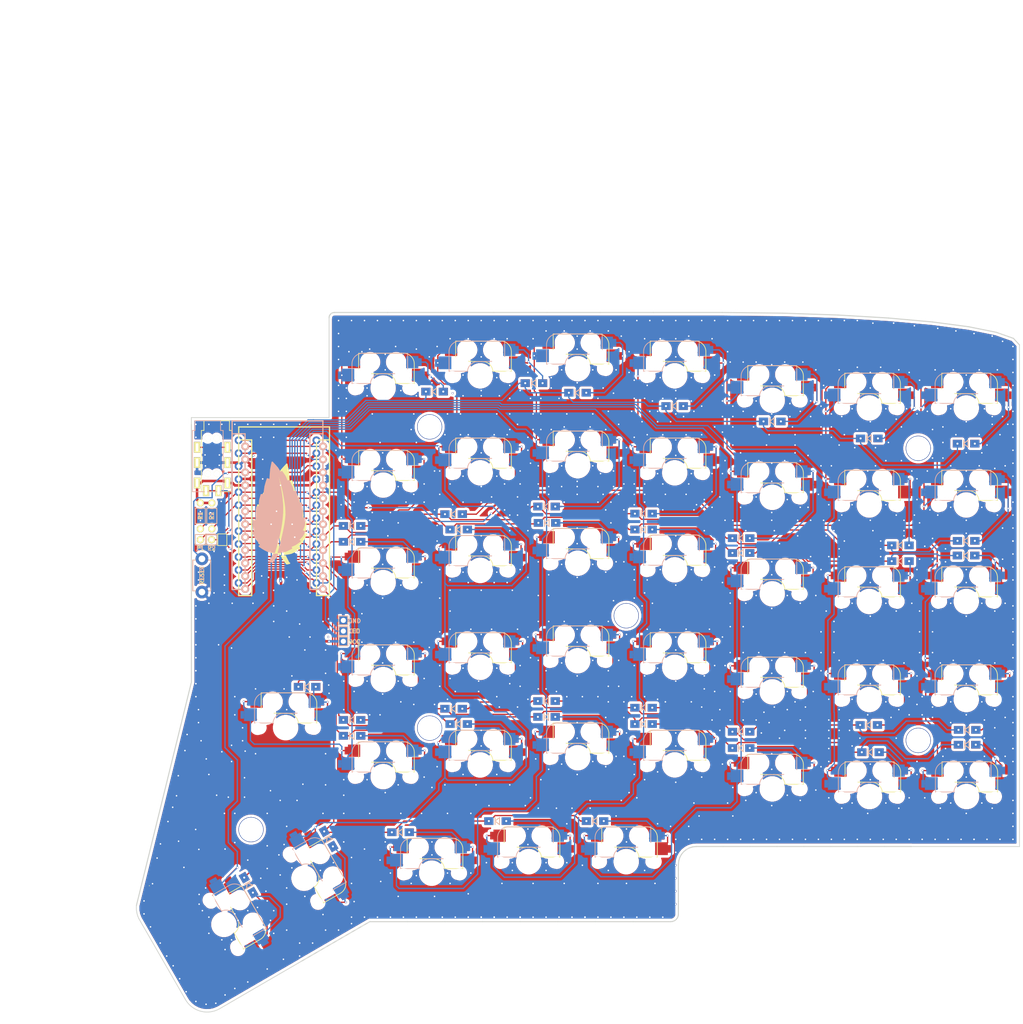
<source format=kicad_pcb>
(kicad_pcb (version 20171130) (host pcbnew "(5.1.4)-1")
  (layers (0 F.Cu signal) (31 B.Cu signal) (34 B.Paste user) (35 F.Paste user hide) (36 B.SilkS user) (37 F.SilkS user hide) (38 B.Mask user hide) (39 F.Mask user hide) (44 Edge.Cuts user))
  (net 0 "")
  (net 1 "Net-(D1-Pad2)")
  (net 2 row4)
  (net 3 "Net-(D2-Pad2)")
  (net 4 "Net-(D3-Pad2)")
  (net 5 row0)
  (net 6 "Net-(D4-Pad2)")
  (net 7 row1)
  (net 8 "Net-(D5-Pad2)")
  (net 9 row2)
  (net 10 "Net-(D6-Pad2)")
  (net 11 row3)
  (net 12 "Net-(D7-Pad2)")
  (net 13 "Net-(D8-Pad2)")
  (net 14 "Net-(D9-Pad2)")
  (net 15 "Net-(D10-Pad2)")
  (net 16 "Net-(D11-Pad2)")
  (net 17 "Net-(D12-Pad2)")
  (net 18 "Net-(D13-Pad2)")
  (net 19 "Net-(D14-Pad2)")
  (net 20 "Net-(D15-Pad2)")
  (net 21 "Net-(D16-Pad2)")
  (net 22 "Net-(D17-Pad2)")
  (net 23 "Net-(D18-Pad2)")
  (net 24 "Net-(D19-Pad2)")
  (net 25 "Net-(D20-Pad2)")
  (net 26 "Net-(D21-Pad2)")
  (net 27 "Net-(D22-Pad2)")
  (net 28 "Net-(D23-Pad2)")
  (net 29 "Net-(D24-Pad2)")
  (net 30 "Net-(D25-Pad2)")
  (net 31 "Net-(D26-Pad2)")
  (net 32 "Net-(D27-Pad2)")
  (net 33 "Net-(D28-Pad2)")
  (net 34 VCC)
  (net 35 GND)
  (net 36 col0)
  (net 37 col1)
  (net 38 col2)
  (net 39 col3)
  (net 40 col4)
  (net 41 col5)
  (net 42 SDA)
  (net 43 LED)
  (net 44 SCL)
  (net 45 RESET)
  (net 46 "Net-(D29-Pad2)")
  (net 47 "Net-(U1-Pad24)")
  (net 48 "Net-(U1-Pad7)")
  (net 49 DATA)
  (net 50 "Net-(J2-Pad4)")
  (net 51 "Net-(J2-Pad3)")
  (net 52 "Net-(D30-Pad2)")
  (net 53 "Net-(D31-Pad2)")
  (net 54 row5)
  (net 55 "Net-(D32-Pad2)")
  (net 56 "Net-(D33-Pad2)")
  (net 57 "Net-(D34-Pad2)")
  (net 58 "Net-(D35-Pad2)")
  (net 59 "Net-(D36-Pad2)")
  (net 60 "Net-(D40-Pad2)")
  (net 61 "Net-(D37-Pad2)")
  (net 62 "Net-(D38-Pad2)")
  (net 63 "Net-(D39-Pad2)")
  (net 64 col6)
  (net 65 "Net-(D41-Pad2)")
  (module keyboard_switch:logo-ortiegauche (layer F.Cu) (at 99.425 57.025 270)
    (fp_text reference REF**)
    (fp_text value logo-ortiegauche)
  )
  (module keyboard_switch:logo-ortie-bottom (layer F.Cu) (at 99.825 55.95 90)
    (fp_text reference REF**)
    (fp_text value logo-ortie-bottom)
  )
  (module keyboard_switch:CherryMX_KailhLowProfile_Hotswap_edge-2 (layer F.Cu) (at 89.3064 136.0424 300)
    (fp_text reference SW41 hide)
    (fp_text value SW_PUSH hide)
    (pad 2 smd rect (at 5.7 -5.08 120) (size 2.4 2.4) (layers B.Cu B.Paste B.Mask) (net 65 "Net-(D41-Pad2)"))
    (pad "" np_thru_hole circle (at -3.81 -2.540001 120) (size 3 3) (drill 3) (layers *.Cu *.Mask))
    (pad "" np_thru_hole circle (at -5.08 0 300) (size 1.7 1.7) (drill 1.7) (layers *.Cu *.Mask))
    (pad "" np_thru_hole circle (at 5.08 0 300) (size 1.7 1.7) (drill 1.7) (layers *.Cu *.Mask))
    (pad "" np_thru_hole circle (at 5.5 0 30) (size 1.9 1.9) (drill 1.9) (layers *.Cu *.Mask))
    (pad "" np_thru_hole circle (at -5.5 0 30) (size 1.9 1.9) (drill 1.9) (layers *.Cu *.Mask))
    (pad "" np_thru_hole circle (at 0 0 30) (size 4 4) (drill 4) (layers *.Cu *.Mask))
    (pad "" np_thru_hole circle (at 2.54 -5.08 120) (size 3 3) (drill 3) (layers *.Cu *.Mask))
    (pad 1 smd rect (at -6.9 -2.54 120) (size 2.5 2.5) (layers B.Cu B.Paste B.Mask) (net 36 col0))
    (pad "" np_thru_hole circle (at -3.825 -2.58 120) (size 0.1 0.1) (drill 0.1) (layers *.Cu *.Mask))
    (pad "" np_thru_hole circle (at 3.825 -2.58 120) (size 0.1 0.1) (drill 0.1) (layers *.Cu *.Mask))
    (pad 2 smd rect (at 6.9 -2.540001 120) (size 2.5 2.5) (layers F.Cu F.Paste F.Mask) (net 65 "Net-(D41-Pad2)"))
    (pad "" np_thru_hole circle (at -2.54 -5.08 120) (size 3 3) (drill 3) (layers *.Cu *.Mask))
    (pad "" np_thru_hole circle (at 3.81 -2.54 120) (size 3 3) (drill 3) (layers *.Cu *.Mask))
    (pad 1 smd rect (at -5.7 -5.08 120) (size 2.4 2.4) (layers F.Cu F.Paste F.Mask) (net 36 col0))
    (pad "" np_thru_hole circle (at 3.81 -2.54 120) (size 3 3) (drill 3) (layers *.Cu *.Mask))
    (pad 2 smd rect (at 7.2 -5.1 300) (size 0.7 1.5) (layers B.Cu B.Paste B.Mask) (net 65 "Net-(D41-Pad2)"))
    (pad 2 smd rect (at 8.5 -2.5 300) (size 0.7 1.5) (layers F.Cu F.Paste F.Mask) (net 65 "Net-(D41-Pad2)"))
    (pad 1 smd rect (at -8.5 -2.5 300) (size 0.7 1.5) (layers B.Cu B.Paste B.Mask) (net 36 col0))
    (pad 1 smd rect (at -7.2 -5.1 300) (size 0.7 1.5) (layers F.Cu F.Paste F.Mask) (net 36 col0))
  )
  (module keyboard_switch:Diode_SOD123 (layer F.Cu) (at 94.1333 128.347157 300)
    (fp_text reference D41 hide)
    (fp_text value D hide)
    (pad 2 thru_hole rect (at 1.7 0 300) (size 1.8 1.5) (drill 0.4) (layers *.Cu *.Mask) (net 65 "Net-(D41-Pad2)"))
    (pad 1 thru_hole rect (at -1.7 0 300) (size 1.8 1.5) (drill 0.4) (layers *.Cu *.Mask) (net 2 row4))
  )
  (module keyboard_switch:HOLE_M2_TH (layer F.Cu) (at 168.11 96.59)
    (fp_text reference TH8 hide)
    (fp_text value HOLE hide)
    (pad "" thru_hole circle (at 0 -21 90) (size 4.9 4.9) (drill 4.7) (layers *.Cu *.Mask) (clearance 0.3))
  )
  (module keyboard_switch:Diode_SOD123 (layer F.Cu) (at 234.86 100.85)
    (fp_text reference D39 hide)
    (fp_text value D hide)
    (pad 2 thru_hole rect (at 1.7 0) (size 1.8 1.5) (drill 0.4) (layers *.Cu *.Mask) (net 63 "Net-(D39-Pad2)"))
    (pad 1 thru_hole rect (at -1.7 0) (size 1.8 1.5) (drill 0.4) (layers *.Cu *.Mask) (net 11 row3))
  )
  (module keyboard_switch:Diode_SOD123 (layer F.Cu) (at 234.88 97.95)
    (fp_text reference D38 hide)
    (fp_text value D hide)
    (pad 2 thru_hole rect (at 1.7 0) (size 1.8 1.5) (drill 0.4) (layers *.Cu *.Mask) (net 62 "Net-(D38-Pad2)"))
    (pad 1 thru_hole rect (at -1.7 0) (size 1.8 1.5) (drill 0.4) (layers *.Cu *.Mask) (net 9 row2))
  )
  (module keyboard_switch:Diode_SOD123 (layer F.Cu) (at 234.66 63.8)
    (fp_text reference D37 hide)
    (fp_text value D hide)
    (pad 2 thru_hole rect (at 1.7 0) (size 1.8 1.5) (drill 0.4) (layers *.Cu *.Mask) (net 61 "Net-(D37-Pad2)"))
    (pad 1 thru_hole rect (at -1.7 0) (size 1.8 1.5) (drill 0.4) (layers *.Cu *.Mask) (net 7 row1))
  )
  (module keyboard_switch:Diode_SOD123 (layer F.Cu) (at 234.68 60.92)
    (fp_text reference D30 hide)
    (fp_text value D hide)
    (pad 2 thru_hole rect (at 1.7 0) (size 1.8 1.5) (drill 0.4) (layers *.Cu *.Mask) (net 52 "Net-(D30-Pad2)"))
    (pad 1 thru_hole rect (at -1.7 0) (size 1.8 1.5) (drill 0.4) (layers *.Cu *.Mask) (net 5 row0))
  )
  (module keyboard_switch:CherryMX_KailhLowProfile_Hotswap_edge-2 (layer F.Cu) (at 234.7 34.9)
    (fp_text reference SW40 hide)
    (fp_text value SW_PUSH hide)
    (pad 2 smd rect (at 5.7 -5.08 180) (size 2.4 2.4) (layers B.Cu B.Paste B.Mask) (net 60 "Net-(D40-Pad2)"))
    (pad "" np_thru_hole circle (at -3.81 -2.540001 180) (size 3 3) (drill 3) (layers *.Cu *.Mask))
    (pad "" np_thru_hole circle (at -5.08 0) (size 1.7 1.7) (drill 1.7) (layers *.Cu *.Mask))
    (pad "" np_thru_hole circle (at 5.08 0) (size 1.7 1.7) (drill 1.7) (layers *.Cu *.Mask))
    (pad "" np_thru_hole circle (at 5.5 0 90) (size 1.9 1.9) (drill 1.9) (layers *.Cu *.Mask))
    (pad "" np_thru_hole circle (at -5.5 0 90) (size 1.9 1.9) (drill 1.9) (layers *.Cu *.Mask))
    (pad "" np_thru_hole circle (at 0 0 90) (size 4 4) (drill 4) (layers *.Cu *.Mask))
    (pad "" np_thru_hole circle (at 2.54 -5.08 180) (size 3 3) (drill 3) (layers *.Cu *.Mask))
    (pad 1 smd rect (at -6.9 -2.54 180) (size 2.5 2.5) (layers B.Cu B.Paste B.Mask) (net 64 col6))
    (pad "" np_thru_hole circle (at -3.825 -2.58 180) (size 0.1 0.1) (drill 0.1) (layers *.Cu *.Mask))
    (pad "" np_thru_hole circle (at 3.825 -2.58 180) (size 0.1 0.1) (drill 0.1) (layers *.Cu *.Mask))
    (pad 2 smd rect (at 6.9 -2.540001 180) (size 2.5 2.5) (layers F.Cu F.Paste F.Mask) (net 60 "Net-(D40-Pad2)"))
    (pad "" np_thru_hole circle (at -2.54 -5.08 180) (size 3 3) (drill 3) (layers *.Cu *.Mask))
    (pad "" np_thru_hole circle (at 3.81 -2.54 180) (size 3 3) (drill 3) (layers *.Cu *.Mask))
    (pad 1 smd rect (at -5.7 -5.08 180) (size 2.4 2.4) (layers F.Cu F.Paste F.Mask) (net 64 col6))
    (pad "" np_thru_hole circle (at 3.81 -2.54 180) (size 3 3) (drill 3) (layers *.Cu *.Mask))
    (pad 2 smd rect (at 7.2 -5.1) (size 0.7 1.5) (layers B.Cu B.Paste B.Mask) (net 60 "Net-(D40-Pad2)"))
    (pad 2 smd rect (at 8.5 -2.5) (size 0.7 1.5) (layers F.Cu F.Paste F.Mask) (net 60 "Net-(D40-Pad2)"))
    (pad 1 smd rect (at -8.5 -2.5) (size 0.7 1.5) (layers B.Cu B.Paste B.Mask) (net 64 col6))
    (pad 1 smd rect (at -7.2 -5.1) (size 0.7 1.5) (layers F.Cu F.Paste F.Mask) (net 64 col6))
  )
  (module keyboard_switch:CherryMX_KailhLowProfile_Hotswap_edge-2 (layer F.Cu) (at 234.75 111)
    (fp_text reference SW39 hide)
    (fp_text value SW_PUSH hide)
    (pad 2 smd rect (at 5.7 -5.08 180) (size 2.4 2.4) (layers B.Cu B.Paste B.Mask) (net 63 "Net-(D39-Pad2)"))
    (pad "" np_thru_hole circle (at -3.81 -2.540001 180) (size 3 3) (drill 3) (layers *.Cu *.Mask))
    (pad "" np_thru_hole circle (at -5.08 0) (size 1.7 1.7) (drill 1.7) (layers *.Cu *.Mask))
    (pad "" np_thru_hole circle (at 5.08 0) (size 1.7 1.7) (drill 1.7) (layers *.Cu *.Mask))
    (pad "" np_thru_hole circle (at 5.5 0 90) (size 1.9 1.9) (drill 1.9) (layers *.Cu *.Mask))
    (pad "" np_thru_hole circle (at -5.5 0 90) (size 1.9 1.9) (drill 1.9) (layers *.Cu *.Mask))
    (pad "" np_thru_hole circle (at 0 0 90) (size 4 4) (drill 4) (layers *.Cu *.Mask))
    (pad "" np_thru_hole circle (at 2.54 -5.08 180) (size 3 3) (drill 3) (layers *.Cu *.Mask))
    (pad 1 smd rect (at -6.9 -2.54 180) (size 2.5 2.5) (layers B.Cu B.Paste B.Mask) (net 64 col6))
    (pad "" np_thru_hole circle (at -3.825 -2.58 180) (size 0.1 0.1) (drill 0.1) (layers *.Cu *.Mask))
    (pad "" np_thru_hole circle (at 3.825 -2.58 180) (size 0.1 0.1) (drill 0.1) (layers *.Cu *.Mask))
    (pad 2 smd rect (at 6.9 -2.540001 180) (size 2.5 2.5) (layers F.Cu F.Paste F.Mask) (net 63 "Net-(D39-Pad2)"))
    (pad "" np_thru_hole circle (at -2.54 -5.08 180) (size 3 3) (drill 3) (layers *.Cu *.Mask))
    (pad "" np_thru_hole circle (at 3.81 -2.54 180) (size 3 3) (drill 3) (layers *.Cu *.Mask))
    (pad 1 smd rect (at -5.7 -5.08 180) (size 2.4 2.4) (layers F.Cu F.Paste F.Mask) (net 64 col6))
    (pad "" np_thru_hole circle (at 3.81 -2.54 180) (size 3 3) (drill 3) (layers *.Cu *.Mask))
    (pad 2 smd rect (at 7.2 -5.1) (size 0.7 1.5) (layers B.Cu B.Paste B.Mask) (net 63 "Net-(D39-Pad2)"))
    (pad 2 smd rect (at 8.5 -2.5) (size 0.7 1.5) (layers F.Cu F.Paste F.Mask) (net 63 "Net-(D39-Pad2)"))
    (pad 1 smd rect (at -8.5 -2.5) (size 0.7 1.5) (layers B.Cu B.Paste B.Mask) (net 64 col6))
    (pad 1 smd rect (at -7.2 -5.1) (size 0.7 1.5) (layers F.Cu F.Paste F.Mask) (net 64 col6))
  )
  (module keyboard_switch:CherryMX_KailhLowProfile_Hotswap_edge-2 (layer F.Cu) (at 234.7 92)
    (fp_text reference SW38 hide)
    (fp_text value SW_PUSH hide)
    (pad 2 smd rect (at 5.7 -5.08 180) (size 2.4 2.4) (layers B.Cu B.Paste B.Mask) (net 62 "Net-(D38-Pad2)"))
    (pad "" np_thru_hole circle (at -3.81 -2.540001 180) (size 3 3) (drill 3) (layers *.Cu *.Mask))
    (pad "" np_thru_hole circle (at -5.08 0) (size 1.7 1.7) (drill 1.7) (layers *.Cu *.Mask))
    (pad "" np_thru_hole circle (at 5.08 0) (size 1.7 1.7) (drill 1.7) (layers *.Cu *.Mask))
    (pad "" np_thru_hole circle (at 5.5 0 90) (size 1.9 1.9) (drill 1.9) (layers *.Cu *.Mask))
    (pad "" np_thru_hole circle (at -5.5 0 90) (size 1.9 1.9) (drill 1.9) (layers *.Cu *.Mask))
    (pad "" np_thru_hole circle (at 0 0 90) (size 4 4) (drill 4) (layers *.Cu *.Mask))
    (pad "" np_thru_hole circle (at 2.54 -5.08 180) (size 3 3) (drill 3) (layers *.Cu *.Mask))
    (pad 1 smd rect (at -6.9 -2.54 180) (size 2.5 2.5) (layers B.Cu B.Paste B.Mask) (net 64 col6))
    (pad "" np_thru_hole circle (at -3.825 -2.58 180) (size 0.1 0.1) (drill 0.1) (layers *.Cu *.Mask))
    (pad "" np_thru_hole circle (at 3.825 -2.58 180) (size 0.1 0.1) (drill 0.1) (layers *.Cu *.Mask))
    (pad 2 smd rect (at 6.9 -2.540001 180) (size 2.5 2.5) (layers F.Cu F.Paste F.Mask) (net 62 "Net-(D38-Pad2)"))
    (pad "" np_thru_hole circle (at -2.54 -5.08 180) (size 3 3) (drill 3) (layers *.Cu *.Mask))
    (pad "" np_thru_hole circle (at 3.81 -2.54 180) (size 3 3) (drill 3) (layers *.Cu *.Mask))
    (pad 1 smd rect (at -5.7 -5.08 180) (size 2.4 2.4) (layers F.Cu F.Paste F.Mask) (net 64 col6))
    (pad "" np_thru_hole circle (at 3.81 -2.54 180) (size 3 3) (drill 3) (layers *.Cu *.Mask))
    (pad 2 smd rect (at 7.2 -5.1) (size 0.7 1.5) (layers B.Cu B.Paste B.Mask) (net 62 "Net-(D38-Pad2)"))
    (pad 2 smd rect (at 8.5 -2.5) (size 0.7 1.5) (layers F.Cu F.Paste F.Mask) (net 62 "Net-(D38-Pad2)"))
    (pad 1 smd rect (at -8.5 -2.5) (size 0.7 1.5) (layers B.Cu B.Paste B.Mask) (net 64 col6))
    (pad 1 smd rect (at -7.2 -5.1) (size 0.7 1.5) (layers F.Cu F.Paste F.Mask) (net 64 col6))
  )
  (module keyboard_switch:CherryMX_KailhLowProfile_Hotswap_edge-2 (layer F.Cu) (at 234.7 72.8)
    (fp_text reference SW37 hide)
    (fp_text value SW_PUSH hide)
    (pad 2 smd rect (at 5.7 -5.08 180) (size 2.4 2.4) (layers B.Cu B.Paste B.Mask) (net 61 "Net-(D37-Pad2)"))
    (pad "" np_thru_hole circle (at -3.81 -2.540001 180) (size 3 3) (drill 3) (layers *.Cu *.Mask))
    (pad "" np_thru_hole circle (at -5.08 0) (size 1.7 1.7) (drill 1.7) (layers *.Cu *.Mask))
    (pad "" np_thru_hole circle (at 5.08 0) (size 1.7 1.7) (drill 1.7) (layers *.Cu *.Mask))
    (pad "" np_thru_hole circle (at 5.5 0 90) (size 1.9 1.9) (drill 1.9) (layers *.Cu *.Mask))
    (pad "" np_thru_hole circle (at -5.5 0 90) (size 1.9 1.9) (drill 1.9) (layers *.Cu *.Mask))
    (pad "" np_thru_hole circle (at 0 0 90) (size 4 4) (drill 4) (layers *.Cu *.Mask))
    (pad "" np_thru_hole circle (at 2.54 -5.08 180) (size 3 3) (drill 3) (layers *.Cu *.Mask))
    (pad 1 smd rect (at -6.9 -2.54 180) (size 2.5 2.5) (layers B.Cu B.Paste B.Mask) (net 64 col6))
    (pad "" np_thru_hole circle (at -3.825 -2.58 180) (size 0.1 0.1) (drill 0.1) (layers *.Cu *.Mask))
    (pad "" np_thru_hole circle (at 3.825 -2.58 180) (size 0.1 0.1) (drill 0.1) (layers *.Cu *.Mask))
    (pad 2 smd rect (at 6.9 -2.540001 180) (size 2.5 2.5) (layers F.Cu F.Paste F.Mask) (net 61 "Net-(D37-Pad2)"))
    (pad "" np_thru_hole circle (at -2.54 -5.08 180) (size 3 3) (drill 3) (layers *.Cu *.Mask))
    (pad "" np_thru_hole circle (at 3.81 -2.54 180) (size 3 3) (drill 3) (layers *.Cu *.Mask))
    (pad 1 smd rect (at -5.7 -5.08 180) (size 2.4 2.4) (layers F.Cu F.Paste F.Mask) (net 64 col6))
    (pad "" np_thru_hole circle (at 3.81 -2.54 180) (size 3 3) (drill 3) (layers *.Cu *.Mask))
    (pad 2 smd rect (at 7.2 -5.1) (size 0.7 1.5) (layers B.Cu B.Paste B.Mask) (net 61 "Net-(D37-Pad2)"))
    (pad 2 smd rect (at 8.5 -2.5) (size 0.7 1.5) (layers F.Cu F.Paste F.Mask) (net 61 "Net-(D37-Pad2)"))
    (pad 1 smd rect (at -8.5 -2.5) (size 0.7 1.5) (layers B.Cu B.Paste B.Mask) (net 64 col6))
    (pad 1 smd rect (at -7.2 -5.1) (size 0.7 1.5) (layers F.Cu F.Paste F.Mask) (net 64 col6))
  )
  (module keyboard_switch:CherryMX_KailhLowProfile_Hotswap_edge-2 (layer F.Cu) (at 234.7 53.9)
    (fp_text reference SW30 hide)
    (fp_text value SW_PUSH hide)
    (pad 2 smd rect (at 5.7 -5.08 180) (size 2.4 2.4) (layers B.Cu B.Paste B.Mask) (net 52 "Net-(D30-Pad2)"))
    (pad "" np_thru_hole circle (at -3.81 -2.540001 180) (size 3 3) (drill 3) (layers *.Cu *.Mask))
    (pad "" np_thru_hole circle (at -5.08 0) (size 1.7 1.7) (drill 1.7) (layers *.Cu *.Mask))
    (pad "" np_thru_hole circle (at 5.08 0) (size 1.7 1.7) (drill 1.7) (layers *.Cu *.Mask))
    (pad "" np_thru_hole circle (at 5.5 0 90) (size 1.9 1.9) (drill 1.9) (layers *.Cu *.Mask))
    (pad "" np_thru_hole circle (at -5.5 0 90) (size 1.9 1.9) (drill 1.9) (layers *.Cu *.Mask))
    (pad "" np_thru_hole circle (at 0 0 90) (size 4 4) (drill 4) (layers *.Cu *.Mask))
    (pad "" np_thru_hole circle (at 2.54 -5.08 180) (size 3 3) (drill 3) (layers *.Cu *.Mask))
    (pad 1 smd rect (at -6.9 -2.54 180) (size 2.5 2.5) (layers B.Cu B.Paste B.Mask) (net 64 col6))
    (pad "" np_thru_hole circle (at -3.825 -2.58 180) (size 0.1 0.1) (drill 0.1) (layers *.Cu *.Mask))
    (pad "" np_thru_hole circle (at 3.825 -2.58 180) (size 0.1 0.1) (drill 0.1) (layers *.Cu *.Mask))
    (pad 2 smd rect (at 6.9 -2.540001 180) (size 2.5 2.5) (layers F.Cu F.Paste F.Mask) (net 52 "Net-(D30-Pad2)"))
    (pad "" np_thru_hole circle (at -2.54 -5.08 180) (size 3 3) (drill 3) (layers *.Cu *.Mask))
    (pad "" np_thru_hole circle (at 3.81 -2.54 180) (size 3 3) (drill 3) (layers *.Cu *.Mask))
    (pad 1 smd rect (at -5.7 -5.08 180) (size 2.4 2.4) (layers F.Cu F.Paste F.Mask) (net 64 col6))
    (pad "" np_thru_hole circle (at 3.81 -2.54 180) (size 3 3) (drill 3) (layers *.Cu *.Mask))
    (pad 2 smd rect (at 7.2 -5.1) (size 0.7 1.5) (layers B.Cu B.Paste B.Mask) (net 52 "Net-(D30-Pad2)"))
    (pad 2 smd rect (at 8.5 -2.5) (size 0.7 1.5) (layers F.Cu F.Paste F.Mask) (net 52 "Net-(D30-Pad2)"))
    (pad 1 smd rect (at -8.5 -2.5) (size 0.7 1.5) (layers B.Cu B.Paste B.Mask) (net 64 col6))
    (pad 1 smd rect (at -7.2 -5.1) (size 0.7 1.5) (layers F.Cu F.Paste F.Mask) (net 64 col6))
  )
  (module keyboard_switch:Diode_SOD123 (layer F.Cu) (at 234.67 41.89)
    (fp_text reference D40 hide)
    (fp_text value D hide)
    (pad 2 thru_hole rect (at 1.7 0) (size 1.8 1.5) (drill 0.4) (layers *.Cu *.Mask) (net 60 "Net-(D40-Pad2)"))
    (pad 1 thru_hole rect (at -1.7 0) (size 1.8 1.5) (drill 0.4) (layers *.Cu *.Mask) (net 54 row5))
  )
  (module keyboard_switch:CherryMX_KailhLowProfile_Hotswap_edge-2 (layer F.Cu) (at 215.7 53.9)
    (fp_text reference SW6 hide)
    (fp_text value SW_PUSH hide)
    (pad 2 smd rect (at 5.7 -5.08 180) (size 2.4 2.4) (layers B.Cu B.Paste B.Mask) (net 10 "Net-(D6-Pad2)"))
    (pad "" np_thru_hole circle (at -3.81 -2.540001 180) (size 3 3) (drill 3) (layers *.Cu *.Mask))
    (pad "" np_thru_hole circle (at -5.08 0) (size 1.7 1.7) (drill 1.7) (layers *.Cu *.Mask))
    (pad "" np_thru_hole circle (at 5.08 0) (size 1.7 1.7) (drill 1.7) (layers *.Cu *.Mask))
    (pad "" np_thru_hole circle (at 5.5 0 90) (size 1.9 1.9) (drill 1.9) (layers *.Cu *.Mask))
    (pad "" np_thru_hole circle (at -5.5 0 90) (size 1.9 1.9) (drill 1.9) (layers *.Cu *.Mask))
    (pad "" np_thru_hole circle (at 0 0 90) (size 4 4) (drill 4) (layers *.Cu *.Mask))
    (pad "" np_thru_hole circle (at 2.54 -5.08 180) (size 3 3) (drill 3) (layers *.Cu *.Mask))
    (pad 1 smd rect (at -6.9 -2.54 180) (size 2.5 2.5) (layers B.Cu B.Paste B.Mask) (net 36 col0))
    (pad "" np_thru_hole circle (at -3.825 -2.58 180) (size 0.1 0.1) (drill 0.1) (layers *.Cu *.Mask))
    (pad "" np_thru_hole circle (at 3.825 -2.58 180) (size 0.1 0.1) (drill 0.1) (layers *.Cu *.Mask))
    (pad 2 smd rect (at 6.9 -2.540001 180) (size 2.5 2.5) (layers F.Cu F.Paste F.Mask) (net 10 "Net-(D6-Pad2)"))
    (pad "" np_thru_hole circle (at -2.54 -5.08 180) (size 3 3) (drill 3) (layers *.Cu *.Mask))
    (pad "" np_thru_hole circle (at 3.81 -2.54 180) (size 3 3) (drill 3) (layers *.Cu *.Mask))
    (pad 1 smd rect (at -5.7 -5.08 180) (size 2.4 2.4) (layers F.Cu F.Paste F.Mask) (net 36 col0))
    (pad "" np_thru_hole circle (at 3.81 -2.54 180) (size 3 3) (drill 3) (layers *.Cu *.Mask))
    (pad 2 smd rect (at 7.2 -5.1) (size 0.7 1.5) (layers B.Cu B.Paste B.Mask) (net 10 "Net-(D6-Pad2)"))
    (pad 2 smd rect (at 8.5 -2.5) (size 0.7 1.5) (layers F.Cu F.Paste F.Mask) (net 10 "Net-(D6-Pad2)"))
    (pad 1 smd rect (at -8.5 -2.5) (size 0.7 1.5) (layers B.Cu B.Paste B.Mask) (net 36 col0))
    (pad 1 smd rect (at -7.2 -5.1) (size 0.7 1.5) (layers F.Cu F.Paste F.Mask) (net 36 col0))
  )
  (module keyboard_switch:CherryMX_KailhLowProfile_Hotswap_edge-2 (layer F.Cu) (at 215.7 34.9)
    (fp_text reference SW36 hide)
    (fp_text value SW_PUSH hide)
    (pad 2 smd rect (at 5.7 -5.08 180) (size 2.4 2.4) (layers B.Cu B.Paste B.Mask) (net 59 "Net-(D36-Pad2)"))
    (pad "" np_thru_hole circle (at -3.81 -2.540001 180) (size 3 3) (drill 3) (layers *.Cu *.Mask))
    (pad "" np_thru_hole circle (at -5.08 0) (size 1.7 1.7) (drill 1.7) (layers *.Cu *.Mask))
    (pad "" np_thru_hole circle (at 5.08 0) (size 1.7 1.7) (drill 1.7) (layers *.Cu *.Mask))
    (pad "" np_thru_hole circle (at 5.5 0 90) (size 1.9 1.9) (drill 1.9) (layers *.Cu *.Mask))
    (pad "" np_thru_hole circle (at -5.5 0 90) (size 1.9 1.9) (drill 1.9) (layers *.Cu *.Mask))
    (pad "" np_thru_hole circle (at 0 0 90) (size 4 4) (drill 4) (layers *.Cu *.Mask))
    (pad "" np_thru_hole circle (at 2.54 -5.08 180) (size 3 3) (drill 3) (layers *.Cu *.Mask))
    (pad 1 smd rect (at -6.9 -2.54 180) (size 2.5 2.5) (layers B.Cu B.Paste B.Mask) (net 36 col0))
    (pad "" np_thru_hole circle (at -3.825 -2.58 180) (size 0.1 0.1) (drill 0.1) (layers *.Cu *.Mask))
    (pad "" np_thru_hole circle (at 3.825 -2.58 180) (size 0.1 0.1) (drill 0.1) (layers *.Cu *.Mask))
    (pad 2 smd rect (at 6.9 -2.540001 180) (size 2.5 2.5) (layers F.Cu F.Paste F.Mask) (net 59 "Net-(D36-Pad2)"))
    (pad "" np_thru_hole circle (at -2.54 -5.08 180) (size 3 3) (drill 3) (layers *.Cu *.Mask))
    (pad "" np_thru_hole circle (at 3.81 -2.54 180) (size 3 3) (drill 3) (layers *.Cu *.Mask))
    (pad 1 smd rect (at -5.7 -5.08 180) (size 2.4 2.4) (layers F.Cu F.Paste F.Mask) (net 36 col0))
    (pad "" np_thru_hole circle (at 3.81 -2.54 180) (size 3 3) (drill 3) (layers *.Cu *.Mask))
    (pad 2 smd rect (at 7.2 -5.1) (size 0.7 1.5) (layers B.Cu B.Paste B.Mask) (net 59 "Net-(D36-Pad2)"))
    (pad 2 smd rect (at 8.5 -2.5) (size 0.7 1.5) (layers F.Cu F.Paste F.Mask) (net 59 "Net-(D36-Pad2)"))
    (pad 1 smd rect (at -8.5 -2.5) (size 0.7 1.5) (layers B.Cu B.Paste B.Mask) (net 36 col0))
    (pad 1 smd rect (at -7.2 -5.1) (size 0.7 1.5) (layers F.Cu F.Paste F.Mask) (net 36 col0))
  )
  (module keyboard_switch:CherryMX_KailhLowProfile_Hotswap_edge-2 (layer F.Cu) (at 196.7 33.4)
    (fp_text reference SW35 hide)
    (fp_text value SW_PUSH hide)
    (pad 2 smd rect (at 5.7 -5.08 180) (size 2.4 2.4) (layers B.Cu B.Paste B.Mask) (net 58 "Net-(D35-Pad2)"))
    (pad "" np_thru_hole circle (at -3.81 -2.540001 180) (size 3 3) (drill 3) (layers *.Cu *.Mask))
    (pad "" np_thru_hole circle (at -5.08 0) (size 1.7 1.7) (drill 1.7) (layers *.Cu *.Mask))
    (pad "" np_thru_hole circle (at 5.08 0) (size 1.7 1.7) (drill 1.7) (layers *.Cu *.Mask))
    (pad "" np_thru_hole circle (at 5.5 0 90) (size 1.9 1.9) (drill 1.9) (layers *.Cu *.Mask))
    (pad "" np_thru_hole circle (at -5.5 0 90) (size 1.9 1.9) (drill 1.9) (layers *.Cu *.Mask))
    (pad "" np_thru_hole circle (at 0 0 90) (size 4 4) (drill 4) (layers *.Cu *.Mask))
    (pad "" np_thru_hole circle (at 2.54 -5.08 180) (size 3 3) (drill 3) (layers *.Cu *.Mask))
    (pad 1 smd rect (at -6.9 -2.54 180) (size 2.5 2.5) (layers B.Cu B.Paste B.Mask) (net 37 col1))
    (pad "" np_thru_hole circle (at -3.825 -2.58 180) (size 0.1 0.1) (drill 0.1) (layers *.Cu *.Mask))
    (pad "" np_thru_hole circle (at 3.825 -2.58 180) (size 0.1 0.1) (drill 0.1) (layers *.Cu *.Mask))
    (pad 2 smd rect (at 6.9 -2.540001 180) (size 2.5 2.5) (layers F.Cu F.Paste F.Mask) (net 58 "Net-(D35-Pad2)"))
    (pad "" np_thru_hole circle (at -2.54 -5.08 180) (size 3 3) (drill 3) (layers *.Cu *.Mask))
    (pad "" np_thru_hole circle (at 3.81 -2.54 180) (size 3 3) (drill 3) (layers *.Cu *.Mask))
    (pad 1 smd rect (at -5.7 -5.08 180) (size 2.4 2.4) (layers F.Cu F.Paste F.Mask) (net 37 col1))
    (pad "" np_thru_hole circle (at 3.81 -2.54 180) (size 3 3) (drill 3) (layers *.Cu *.Mask))
    (pad 2 smd rect (at 7.2 -5.1) (size 0.7 1.5) (layers B.Cu B.Paste B.Mask) (net 58 "Net-(D35-Pad2)"))
    (pad 2 smd rect (at 8.5 -2.5) (size 0.7 1.5) (layers F.Cu F.Paste F.Mask) (net 58 "Net-(D35-Pad2)"))
    (pad 1 smd rect (at -8.5 -2.5) (size 0.7 1.5) (layers B.Cu B.Paste B.Mask) (net 37 col1))
    (pad 1 smd rect (at -7.2 -5.1) (size 0.7 1.5) (layers F.Cu F.Paste F.Mask) (net 37 col1))
  )
  (module keyboard_switch:CherryMX_KailhLowProfile_Hotswap_edge-2 (layer F.Cu) (at 177.6 28.6)
    (fp_text reference SW34 hide)
    (fp_text value SW_PUSH hide)
    (pad 2 smd rect (at 5.7 -5.08 180) (size 2.4 2.4) (layers B.Cu B.Paste B.Mask) (net 57 "Net-(D34-Pad2)"))
    (pad "" np_thru_hole circle (at -3.81 -2.540001 180) (size 3 3) (drill 3) (layers *.Cu *.Mask))
    (pad "" np_thru_hole circle (at -5.08 0) (size 1.7 1.7) (drill 1.7) (layers *.Cu *.Mask))
    (pad "" np_thru_hole circle (at 5.08 0) (size 1.7 1.7) (drill 1.7) (layers *.Cu *.Mask))
    (pad "" np_thru_hole circle (at 5.5 0 90) (size 1.9 1.9) (drill 1.9) (layers *.Cu *.Mask))
    (pad "" np_thru_hole circle (at -5.5 0 90) (size 1.9 1.9) (drill 1.9) (layers *.Cu *.Mask))
    (pad "" np_thru_hole circle (at 0 0 90) (size 4 4) (drill 4) (layers *.Cu *.Mask))
    (pad "" np_thru_hole circle (at 2.54 -5.08 180) (size 3 3) (drill 3) (layers *.Cu *.Mask))
    (pad 1 smd rect (at -6.9 -2.54 180) (size 2.5 2.5) (layers B.Cu B.Paste B.Mask) (net 38 col2))
    (pad "" np_thru_hole circle (at -3.825 -2.58 180) (size 0.1 0.1) (drill 0.1) (layers *.Cu *.Mask))
    (pad "" np_thru_hole circle (at 3.825 -2.58 180) (size 0.1 0.1) (drill 0.1) (layers *.Cu *.Mask))
    (pad 2 smd rect (at 6.9 -2.540001 180) (size 2.5 2.5) (layers F.Cu F.Paste F.Mask) (net 57 "Net-(D34-Pad2)"))
    (pad "" np_thru_hole circle (at -2.54 -5.08 180) (size 3 3) (drill 3) (layers *.Cu *.Mask))
    (pad "" np_thru_hole circle (at 3.81 -2.54 180) (size 3 3) (drill 3) (layers *.Cu *.Mask))
    (pad 1 smd rect (at -5.7 -5.08 180) (size 2.4 2.4) (layers F.Cu F.Paste F.Mask) (net 38 col2))
    (pad "" np_thru_hole circle (at 3.81 -2.54 180) (size 3 3) (drill 3) (layers *.Cu *.Mask))
    (pad 2 smd rect (at 7.2 -5.1) (size 0.7 1.5) (layers B.Cu B.Paste B.Mask) (net 57 "Net-(D34-Pad2)"))
    (pad 2 smd rect (at 8.5 -2.5) (size 0.7 1.5) (layers F.Cu F.Paste F.Mask) (net 57 "Net-(D34-Pad2)"))
    (pad 1 smd rect (at -8.5 -2.5) (size 0.7 1.5) (layers B.Cu B.Paste B.Mask) (net 38 col2))
    (pad 1 smd rect (at -7.2 -5.1) (size 0.7 1.5) (layers F.Cu F.Paste F.Mask) (net 38 col2))
  )
  (module keyboard_switch:CherryMX_KailhLowProfile_Hotswap_edge-2 (layer F.Cu) (at 158.6 27.21)
    (fp_text reference SW33 hide)
    (fp_text value SW_PUSH hide)
    (pad 2 smd rect (at 5.7 -5.08 180) (size 2.4 2.4) (layers B.Cu B.Paste B.Mask) (net 56 "Net-(D33-Pad2)"))
    (pad "" np_thru_hole circle (at -3.81 -2.540001 180) (size 3 3) (drill 3) (layers *.Cu *.Mask))
    (pad "" np_thru_hole circle (at -5.08 0) (size 1.7 1.7) (drill 1.7) (layers *.Cu *.Mask))
    (pad "" np_thru_hole circle (at 5.08 0) (size 1.7 1.7) (drill 1.7) (layers *.Cu *.Mask))
    (pad "" np_thru_hole circle (at 5.5 0 90) (size 1.9 1.9) (drill 1.9) (layers *.Cu *.Mask))
    (pad "" np_thru_hole circle (at -5.5 0 90) (size 1.9 1.9) (drill 1.9) (layers *.Cu *.Mask))
    (pad "" np_thru_hole circle (at 0 0 90) (size 4 4) (drill 4) (layers *.Cu *.Mask))
    (pad "" np_thru_hole circle (at 2.54 -5.08 180) (size 3 3) (drill 3) (layers *.Cu *.Mask))
    (pad 1 smd rect (at -6.9 -2.54 180) (size 2.5 2.5) (layers B.Cu B.Paste B.Mask) (net 39 col3))
    (pad "" np_thru_hole circle (at -3.825 -2.58 180) (size 0.1 0.1) (drill 0.1) (layers *.Cu *.Mask))
    (pad "" np_thru_hole circle (at 3.825 -2.58 180) (size 0.1 0.1) (drill 0.1) (layers *.Cu *.Mask))
    (pad 2 smd rect (at 6.9 -2.540001 180) (size 2.5 2.5) (layers F.Cu F.Paste F.Mask) (net 56 "Net-(D33-Pad2)"))
    (pad "" np_thru_hole circle (at -2.54 -5.08 180) (size 3 3) (drill 3) (layers *.Cu *.Mask))
    (pad "" np_thru_hole circle (at 3.81 -2.54 180) (size 3 3) (drill 3) (layers *.Cu *.Mask))
    (pad 1 smd rect (at -5.7 -5.08 180) (size 2.4 2.4) (layers F.Cu F.Paste F.Mask) (net 39 col3))
    (pad "" np_thru_hole circle (at 3.81 -2.54 180) (size 3 3) (drill 3) (layers *.Cu *.Mask))
    (pad 2 smd rect (at 7.2 -5.1) (size 0.7 1.5) (layers B.Cu B.Paste B.Mask) (net 56 "Net-(D33-Pad2)"))
    (pad 2 smd rect (at 8.5 -2.5) (size 0.7 1.5) (layers F.Cu F.Paste F.Mask) (net 56 "Net-(D33-Pad2)"))
    (pad 1 smd rect (at -8.5 -2.5) (size 0.7 1.5) (layers B.Cu B.Paste B.Mask) (net 39 col3))
    (pad 1 smd rect (at -7.2 -5.1) (size 0.7 1.5) (layers F.Cu F.Paste F.Mask) (net 39 col3))
  )
  (module keyboard_switch:CherryMX_KailhLowProfile_Hotswap_edge-2 (layer F.Cu) (at 139.5 28.6)
    (fp_text reference SW32 hide)
    (fp_text value SW_PUSH hide)
    (pad 2 smd rect (at 5.7 -5.08 180) (size 2.4 2.4) (layers B.Cu B.Paste B.Mask) (net 55 "Net-(D32-Pad2)"))
    (pad "" np_thru_hole circle (at -3.81 -2.540001 180) (size 3 3) (drill 3) (layers *.Cu *.Mask))
    (pad "" np_thru_hole circle (at -5.08 0) (size 1.7 1.7) (drill 1.7) (layers *.Cu *.Mask))
    (pad "" np_thru_hole circle (at 5.08 0) (size 1.7 1.7) (drill 1.7) (layers *.Cu *.Mask))
    (pad "" np_thru_hole circle (at 5.5 0 90) (size 1.9 1.9) (drill 1.9) (layers *.Cu *.Mask))
    (pad "" np_thru_hole circle (at -5.5 0 90) (size 1.9 1.9) (drill 1.9) (layers *.Cu *.Mask))
    (pad "" np_thru_hole circle (at 0 0 90) (size 4 4) (drill 4) (layers *.Cu *.Mask))
    (pad "" np_thru_hole circle (at 2.54 -5.08 180) (size 3 3) (drill 3) (layers *.Cu *.Mask))
    (pad 1 smd rect (at -6.9 -2.54 180) (size 2.5 2.5) (layers B.Cu B.Paste B.Mask) (net 40 col4))
    (pad "" np_thru_hole circle (at -3.825 -2.58 180) (size 0.1 0.1) (drill 0.1) (layers *.Cu *.Mask))
    (pad "" np_thru_hole circle (at 3.825 -2.58 180) (size 0.1 0.1) (drill 0.1) (layers *.Cu *.Mask))
    (pad 2 smd rect (at 6.9 -2.540001 180) (size 2.5 2.5) (layers F.Cu F.Paste F.Mask) (net 55 "Net-(D32-Pad2)"))
    (pad "" np_thru_hole circle (at -2.54 -5.08 180) (size 3 3) (drill 3) (layers *.Cu *.Mask))
    (pad "" np_thru_hole circle (at 3.81 -2.54 180) (size 3 3) (drill 3) (layers *.Cu *.Mask))
    (pad 1 smd rect (at -5.7 -5.08 180) (size 2.4 2.4) (layers F.Cu F.Paste F.Mask) (net 40 col4))
    (pad "" np_thru_hole circle (at 3.81 -2.54 180) (size 3 3) (drill 3) (layers *.Cu *.Mask))
    (pad 2 smd rect (at 7.2 -5.1) (size 0.7 1.5) (layers B.Cu B.Paste B.Mask) (net 55 "Net-(D32-Pad2)"))
    (pad 2 smd rect (at 8.5 -2.5) (size 0.7 1.5) (layers F.Cu F.Paste F.Mask) (net 55 "Net-(D32-Pad2)"))
    (pad 1 smd rect (at -8.5 -2.5) (size 0.7 1.5) (layers B.Cu B.Paste B.Mask) (net 40 col4))
    (pad 1 smd rect (at -7.2 -5.1) (size 0.7 1.5) (layers F.Cu F.Paste F.Mask) (net 40 col4))
  )
  (module keyboard_switch:CherryMX_KailhLowProfile_Hotswap_edge-2 (layer F.Cu) (at 120.49 31)
    (fp_text reference SW31 hide)
    (fp_text value SW_PUSH hide)
    (pad 2 smd rect (at 5.7 -5.08 180) (size 2.4 2.4) (layers B.Cu B.Paste B.Mask) (net 53 "Net-(D31-Pad2)"))
    (pad "" np_thru_hole circle (at -3.81 -2.540001 180) (size 3 3) (drill 3) (layers *.Cu *.Mask))
    (pad "" np_thru_hole circle (at -5.08 0) (size 1.7 1.7) (drill 1.7) (layers *.Cu *.Mask))
    (pad "" np_thru_hole circle (at 5.08 0) (size 1.7 1.7) (drill 1.7) (layers *.Cu *.Mask))
    (pad "" np_thru_hole circle (at 5.5 0 90) (size 1.9 1.9) (drill 1.9) (layers *.Cu *.Mask))
    (pad "" np_thru_hole circle (at -5.5 0 90) (size 1.9 1.9) (drill 1.9) (layers *.Cu *.Mask))
    (pad "" np_thru_hole circle (at 0 0 90) (size 4 4) (drill 4) (layers *.Cu *.Mask))
    (pad "" np_thru_hole circle (at 2.54 -5.08 180) (size 3 3) (drill 3) (layers *.Cu *.Mask))
    (pad 1 smd rect (at -6.9 -2.54 180) (size 2.5 2.5) (layers B.Cu B.Paste B.Mask) (net 41 col5))
    (pad "" np_thru_hole circle (at -3.825 -2.58 180) (size 0.1 0.1) (drill 0.1) (layers *.Cu *.Mask))
    (pad "" np_thru_hole circle (at 3.825 -2.58 180) (size 0.1 0.1) (drill 0.1) (layers *.Cu *.Mask))
    (pad 2 smd rect (at 6.9 -2.540001 180) (size 2.5 2.5) (layers F.Cu F.Paste F.Mask) (net 53 "Net-(D31-Pad2)"))
    (pad "" np_thru_hole circle (at -2.54 -5.08 180) (size 3 3) (drill 3) (layers *.Cu *.Mask))
    (pad "" np_thru_hole circle (at 3.81 -2.54 180) (size 3 3) (drill 3) (layers *.Cu *.Mask))
    (pad 1 smd rect (at -5.7 -5.08 180) (size 2.4 2.4) (layers F.Cu F.Paste F.Mask) (net 41 col5))
    (pad "" np_thru_hole circle (at 3.81 -2.54 180) (size 3 3) (drill 3) (layers *.Cu *.Mask))
    (pad 2 smd rect (at 7.2 -5.1) (size 0.7 1.5) (layers B.Cu B.Paste B.Mask) (net 53 "Net-(D31-Pad2)"))
    (pad 2 smd rect (at 8.5 -2.5) (size 0.7 1.5) (layers F.Cu F.Paste F.Mask) (net 53 "Net-(D31-Pad2)"))
    (pad 1 smd rect (at -8.5 -2.5) (size 0.7 1.5) (layers B.Cu B.Paste B.Mask) (net 41 col5))
    (pad 1 smd rect (at -7.2 -5.1) (size 0.7 1.5) (layers F.Cu F.Paste F.Mask) (net 41 col5))
  )
  (module keyboard_switch:Diode_SOD123 (layer F.Cu) (at 215.7 40.86)
    (fp_text reference D36 hide)
    (fp_text value D hide)
    (pad 2 thru_hole rect (at 1.7 0) (size 1.8 1.5) (drill 0.4) (layers *.Cu *.Mask) (net 59 "Net-(D36-Pad2)"))
    (pad 1 thru_hole rect (at -1.7 0) (size 1.8 1.5) (drill 0.4) (layers *.Cu *.Mask) (net 54 row5))
  )
  (module keyboard_switch:Diode_SOD123 (layer F.Cu) (at 196.69 37.53)
    (fp_text reference D35 hide)
    (fp_text value D hide)
    (pad 2 thru_hole rect (at 1.7 0) (size 1.8 1.5) (drill 0.4) (layers *.Cu *.Mask) (net 58 "Net-(D35-Pad2)"))
    (pad 1 thru_hole rect (at -1.7 0) (size 1.8 1.5) (drill 0.4) (layers *.Cu *.Mask) (net 54 row5))
  )
  (module keyboard_switch:Diode_SOD123 (layer F.Cu) (at 177.58 34.53)
    (fp_text reference D34 hide)
    (fp_text value D hide)
    (pad 2 thru_hole rect (at 1.7 0) (size 1.8 1.5) (drill 0.4) (layers *.Cu *.Mask) (net 57 "Net-(D34-Pad2)"))
    (pad 1 thru_hole rect (at -1.7 0) (size 1.8 1.5) (drill 0.4) (layers *.Cu *.Mask) (net 54 row5))
  )
  (module keyboard_switch:Diode_SOD123 (layer F.Cu) (at 158.57 31.92)
    (fp_text reference D33 hide)
    (fp_text value D hide)
    (pad 2 thru_hole rect (at 1.7 0) (size 1.8 1.5) (drill 0.4) (layers *.Cu *.Mask) (net 56 "Net-(D33-Pad2)"))
    (pad 1 thru_hole rect (at -1.7 0) (size 1.8 1.5) (drill 0.4) (layers *.Cu *.Mask) (net 54 row5))
  )
  (module keyboard_switch:Diode_SOD123 (layer F.Cu) (at 150.02 30.04)
    (fp_text reference D32 hide)
    (fp_text value D hide)
    (pad 2 thru_hole rect (at 1.7 0) (size 1.8 1.5) (drill 0.4) (layers *.Cu *.Mask) (net 55 "Net-(D32-Pad2)"))
    (pad 1 thru_hole rect (at -1.7 0) (size 1.8 1.5) (drill 0.4) (layers *.Cu *.Mask) (net 54 row5))
  )
  (module keyboard_switch:Diode_SOD123 (layer F.Cu) (at 130.57 31.69)
    (fp_text reference D31 hide)
    (fp_text value D hide)
    (pad 2 thru_hole rect (at 1.7 0) (size 1.8 1.5) (drill 0.4) (layers *.Cu *.Mask) (net 53 "Net-(D31-Pad2)"))
    (pad 1 thru_hole rect (at -1.7 0) (size 1.8 1.5) (drill 0.4) (layers *.Cu *.Mask) (net 54 row5))
  )
  (module keyboard_switch:Diode_SOD123 (layer F.Cu) (at 162 115.8)
    (fp_text reference D29 hide)
    (fp_text value D hide)
    (pad 2 thru_hole rect (at 1.7 0) (size 1.8 1.5) (drill 0.4) (layers *.Cu *.Mask) (net 46 "Net-(D29-Pad2)"))
    (pad 1 thru_hole rect (at -1.7 0) (size 1.8 1.5) (drill 0.4) (layers *.Cu *.Mask) (net 2 row4))
  )
  (module keyboard_switch:Diode_SOD123 (layer F.Cu) (at 142.9 115.8)
    (fp_text reference D28 hide)
    (fp_text value D hide)
    (pad 2 thru_hole rect (at 1.7 0) (size 1.8 1.5) (drill 0.4) (layers *.Cu *.Mask) (net 33 "Net-(D28-Pad2)"))
    (pad 1 thru_hole rect (at -1.7 0) (size 1.8 1.5) (drill 0.4) (layers *.Cu *.Mask) (net 2 row4))
  )
  (module keyboard_switch:Diode_SOD123 (layer F.Cu) (at 123.9 118)
    (fp_text reference D27 hide)
    (fp_text value D hide)
    (pad 2 thru_hole rect (at 1.7 0) (size 1.8 1.5) (drill 0.4) (layers *.Cu *.Mask) (net 32 "Net-(D27-Pad2)"))
    (pad 1 thru_hole rect (at -1.7 0) (size 1.8 1.5) (drill 0.4) (layers *.Cu *.Mask) (net 2 row4))
  )
  (module keyboard_switch:Diode_SOD123 (layer F.Cu) (at 109.8 119.3 300)
    (fp_text reference D26 hide)
    (fp_text value D hide)
    (pad 2 thru_hole rect (at 1.7 0 300) (size 1.8 1.5) (drill 0.4) (layers *.Cu *.Mask) (net 31 "Net-(D26-Pad2)"))
    (pad 1 thru_hole rect (at -1.7 0 300) (size 1.8 1.5) (drill 0.4) (layers *.Cu *.Mask) (net 2 row4))
  )
  (module keyboard_switch:Diode_SOD123 (layer F.Cu) (at 105.6 89.5)
    (fp_text reference D25 hide)
    (fp_text value D hide)
    (pad 2 thru_hole rect (at 1.7 0) (size 1.8 1.5) (drill 0.4) (layers *.Cu *.Mask) (net 30 "Net-(D25-Pad2)"))
    (pad 1 thru_hole rect (at -1.7 0) (size 1.8 1.5) (drill 0.4) (layers *.Cu *.Mask) (net 2 row4))
  )
  (module keyboard_switch:Diode_SOD123 (layer F.Cu) (at 171.5 55.6)
    (fp_text reference D4 hide)
    (fp_text value D hide)
    (pad 2 thru_hole rect (at 1.7 0) (size 1.8 1.5) (drill 0.4) (layers *.Cu *.Mask) (net 6 "Net-(D4-Pad2)"))
    (pad 1 thru_hole rect (at -1.7 0) (size 1.8 1.5) (drill 0.4) (layers *.Cu *.Mask) (net 5 row0))
  )
  (module keyboard_switch:Diode_SOD123 (layer F.Cu) (at 152.5 54.2)
    (fp_text reference D3 hide)
    (fp_text value D hide)
    (pad 2 thru_hole rect (at 1.7 0) (size 1.8 1.5) (drill 0.4) (layers *.Cu *.Mask) (net 4 "Net-(D3-Pad2)"))
    (pad 1 thru_hole rect (at -1.7 0) (size 1.8 1.5) (drill 0.4) (layers *.Cu *.Mask) (net 5 row0))
  )
  (module keyboard_switch:Diode_SOD123 (layer F.Cu) (at 134.3 55.7)
    (fp_text reference D2 hide)
    (fp_text value D hide)
    (pad 2 thru_hole rect (at 1.7 0) (size 1.8 1.5) (drill 0.4) (layers *.Cu *.Mask) (net 3 "Net-(D2-Pad2)"))
    (pad 1 thru_hole rect (at -1.7 0) (size 1.8 1.5) (drill 0.4) (layers *.Cu *.Mask) (net 5 row0))
  )
  (module keyboard_switch:Diode_SOD123 (layer F.Cu) (at 114.4 58)
    (fp_text reference D1 hide)
    (fp_text value D hide)
    (pad 2 thru_hole rect (at 1.7 0) (size 1.8 1.5) (drill 0.4) (layers *.Cu *.Mask) (net 1 "Net-(D1-Pad2)"))
    (pad 1 thru_hole rect (at -1.7 0) (size 1.8 1.5) (drill 0.4) (layers *.Cu *.Mask) (net 5 row0))
  )
  (module keyboard_switch:CherryMX_KailhLowProfile_Hotswap_edge-2 (layer F.Cu) (at 196.7 71.3)
    (fp_text reference SW11 hide)
    (fp_text value SW_PUSH hide)
    (pad 2 smd rect (at 5.7 -5.08 180) (size 2.4 2.4) (layers B.Cu B.Paste B.Mask) (net 16 "Net-(D11-Pad2)"))
    (pad "" np_thru_hole circle (at -3.81 -2.540001 180) (size 3 3) (drill 3) (layers *.Cu *.Mask))
    (pad "" np_thru_hole circle (at -5.08 0) (size 1.7 1.7) (drill 1.7) (layers *.Cu *.Mask))
    (pad "" np_thru_hole circle (at 5.08 0) (size 1.7 1.7) (drill 1.7) (layers *.Cu *.Mask))
    (pad "" np_thru_hole circle (at 5.5 0 90) (size 1.9 1.9) (drill 1.9) (layers *.Cu *.Mask))
    (pad "" np_thru_hole circle (at -5.5 0 90) (size 1.9 1.9) (drill 1.9) (layers *.Cu *.Mask))
    (pad "" np_thru_hole circle (at 0 0 90) (size 4 4) (drill 4) (layers *.Cu *.Mask))
    (pad "" np_thru_hole circle (at 2.54 -5.08 180) (size 3 3) (drill 3) (layers *.Cu *.Mask))
    (pad 1 smd rect (at -6.9 -2.54 180) (size 2.5 2.5) (layers B.Cu B.Paste B.Mask) (net 37 col1))
    (pad "" np_thru_hole circle (at -3.825 -2.58 180) (size 0.1 0.1) (drill 0.1) (layers *.Cu *.Mask))
    (pad "" np_thru_hole circle (at 3.825 -2.58 180) (size 0.1 0.1) (drill 0.1) (layers *.Cu *.Mask))
    (pad 2 smd rect (at 6.9 -2.540001 180) (size 2.5 2.5) (layers F.Cu F.Paste F.Mask) (net 16 "Net-(D11-Pad2)"))
    (pad "" np_thru_hole circle (at -2.54 -5.08 180) (size 3 3) (drill 3) (layers *.Cu *.Mask))
    (pad "" np_thru_hole circle (at 3.81 -2.54 180) (size 3 3) (drill 3) (layers *.Cu *.Mask))
    (pad 1 smd rect (at -5.7 -5.08 180) (size 2.4 2.4) (layers F.Cu F.Paste F.Mask) (net 37 col1))
    (pad "" np_thru_hole circle (at 3.81 -2.54 180) (size 3 3) (drill 3) (layers *.Cu *.Mask))
    (pad 2 smd rect (at 7.2 -5.1) (size 0.7 1.5) (layers B.Cu B.Paste B.Mask) (net 16 "Net-(D11-Pad2)"))
    (pad 2 smd rect (at 8.5 -2.5) (size 0.7 1.5) (layers F.Cu F.Paste F.Mask) (net 16 "Net-(D11-Pad2)"))
    (pad 1 smd rect (at -8.5 -2.5) (size 0.7 1.5) (layers B.Cu B.Paste B.Mask) (net 37 col1))
    (pad 1 smd rect (at -7.2 -5.1) (size 0.7 1.5) (layers F.Cu F.Paste F.Mask) (net 37 col1))
  )
  (module keyboard_switch:CherryMX_KailhLowProfile_Hotswap_edge-2 (layer F.Cu) (at 149 123.75)
    (fp_text reference SW28 hide)
    (fp_text value SW_PUSH hide)
    (pad 2 smd rect (at 5.7 -5.08 180) (size 2.4 2.4) (layers B.Cu B.Paste B.Mask) (net 33 "Net-(D28-Pad2)"))
    (pad "" np_thru_hole circle (at -3.81 -2.540001 180) (size 3 3) (drill 3) (layers *.Cu *.Mask))
    (pad "" np_thru_hole circle (at -5.08 0) (size 1.7 1.7) (drill 1.7) (layers *.Cu *.Mask))
    (pad "" np_thru_hole circle (at 5.08 0) (size 1.7 1.7) (drill 1.7) (layers *.Cu *.Mask))
    (pad "" np_thru_hole circle (at 5.5 0 90) (size 1.9 1.9) (drill 1.9) (layers *.Cu *.Mask))
    (pad "" np_thru_hole circle (at -5.5 0 90) (size 1.9 1.9) (drill 1.9) (layers *.Cu *.Mask))
    (pad "" np_thru_hole circle (at 0 0 90) (size 4 4) (drill 4) (layers *.Cu *.Mask))
    (pad "" np_thru_hole circle (at 2.54 -5.08 180) (size 3 3) (drill 3) (layers *.Cu *.Mask))
    (pad 1 smd rect (at -6.9 -2.54 180) (size 2.5 2.5) (layers B.Cu B.Paste B.Mask) (net 38 col2))
    (pad "" np_thru_hole circle (at -3.825 -2.58 180) (size 0.1 0.1) (drill 0.1) (layers *.Cu *.Mask))
    (pad "" np_thru_hole circle (at 3.825 -2.58 180) (size 0.1 0.1) (drill 0.1) (layers *.Cu *.Mask))
    (pad 2 smd rect (at 6.9 -2.540001 180) (size 2.5 2.5) (layers F.Cu F.Paste F.Mask) (net 33 "Net-(D28-Pad2)"))
    (pad "" np_thru_hole circle (at -2.54 -5.08 180) (size 3 3) (drill 3) (layers *.Cu *.Mask))
    (pad "" np_thru_hole circle (at 3.81 -2.54 180) (size 3 3) (drill 3) (layers *.Cu *.Mask))
    (pad 1 smd rect (at -5.7 -5.08 180) (size 2.4 2.4) (layers F.Cu F.Paste F.Mask) (net 38 col2))
    (pad "" np_thru_hole circle (at 3.81 -2.54 180) (size 3 3) (drill 3) (layers *.Cu *.Mask))
    (pad 2 smd rect (at 7.2 -5.1) (size 0.7 1.5) (layers B.Cu B.Paste B.Mask) (net 33 "Net-(D28-Pad2)"))
    (pad 2 smd rect (at 8.5 -2.5) (size 0.7 1.5) (layers F.Cu F.Paste F.Mask) (net 33 "Net-(D28-Pad2)"))
    (pad 1 smd rect (at -8.5 -2.5) (size 0.7 1.5) (layers B.Cu B.Paste B.Mask) (net 38 col2))
    (pad 1 smd rect (at -7.2 -5.1) (size 0.7 1.5) (layers F.Cu F.Paste F.Mask) (net 38 col2))
  )
  (module keyboard_switch:CherryMX_KailhLowProfile_Hotswap_edge-2 (layer F.Cu) (at 196.7 90.5)
    (fp_text reference SW17 hide)
    (fp_text value SW_PUSH hide)
    (pad 2 smd rect (at 5.7 -5.08 180) (size 2.4 2.4) (layers B.Cu B.Paste B.Mask) (net 22 "Net-(D17-Pad2)"))
    (pad "" np_thru_hole circle (at -3.81 -2.540001 180) (size 3 3) (drill 3) (layers *.Cu *.Mask))
    (pad "" np_thru_hole circle (at -5.08 0) (size 1.7 1.7) (drill 1.7) (layers *.Cu *.Mask))
    (pad "" np_thru_hole circle (at 5.08 0) (size 1.7 1.7) (drill 1.7) (layers *.Cu *.Mask))
    (pad "" np_thru_hole circle (at 5.5 0 90) (size 1.9 1.9) (drill 1.9) (layers *.Cu *.Mask))
    (pad "" np_thru_hole circle (at -5.5 0 90) (size 1.9 1.9) (drill 1.9) (layers *.Cu *.Mask))
    (pad "" np_thru_hole circle (at 0 0 90) (size 4 4) (drill 4) (layers *.Cu *.Mask))
    (pad "" np_thru_hole circle (at 2.54 -5.08 180) (size 3 3) (drill 3) (layers *.Cu *.Mask))
    (pad 1 smd rect (at -6.9 -2.54 180) (size 2.5 2.5) (layers B.Cu B.Paste B.Mask) (net 37 col1))
    (pad "" np_thru_hole circle (at -3.825 -2.58 180) (size 0.1 0.1) (drill 0.1) (layers *.Cu *.Mask))
    (pad "" np_thru_hole circle (at 3.825 -2.58 180) (size 0.1 0.1) (drill 0.1) (layers *.Cu *.Mask))
    (pad 2 smd rect (at 6.9 -2.540001 180) (size 2.5 2.5) (layers F.Cu F.Paste F.Mask) (net 22 "Net-(D17-Pad2)"))
    (pad "" np_thru_hole circle (at -2.54 -5.08 180) (size 3 3) (drill 3) (layers *.Cu *.Mask))
    (pad "" np_thru_hole circle (at 3.81 -2.54 180) (size 3 3) (drill 3) (layers *.Cu *.Mask))
    (pad 1 smd rect (at -5.7 -5.08 180) (size 2.4 2.4) (layers F.Cu F.Paste F.Mask) (net 37 col1))
    (pad "" np_thru_hole circle (at 3.81 -2.54 180) (size 3 3) (drill 3) (layers *.Cu *.Mask))
    (pad 2 smd rect (at 7.2 -5.1) (size 0.7 1.5) (layers B.Cu B.Paste B.Mask) (net 22 "Net-(D17-Pad2)"))
    (pad 2 smd rect (at 8.5 -2.5) (size 0.7 1.5) (layers F.Cu F.Paste F.Mask) (net 22 "Net-(D17-Pad2)"))
    (pad 1 smd rect (at -8.5 -2.5) (size 0.7 1.5) (layers B.Cu B.Paste B.Mask) (net 37 col1))
    (pad 1 smd rect (at -7.2 -5.1) (size 0.7 1.5) (layers F.Cu F.Paste F.Mask) (net 37 col1))
  )
  (module keyboard_switch:CherryMX_KailhLowProfile_Hotswap_edge-2 (layer F.Cu) (at 196.7 52.4)
    (fp_text reference SW5 hide)
    (fp_text value SW_PUSH hide)
    (pad 2 smd rect (at 5.7 -5.08 180) (size 2.4 2.4) (layers B.Cu B.Paste B.Mask) (net 8 "Net-(D5-Pad2)"))
    (pad "" np_thru_hole circle (at -3.81 -2.540001 180) (size 3 3) (drill 3) (layers *.Cu *.Mask))
    (pad "" np_thru_hole circle (at -5.08 0) (size 1.7 1.7) (drill 1.7) (layers *.Cu *.Mask))
    (pad "" np_thru_hole circle (at 5.08 0) (size 1.7 1.7) (drill 1.7) (layers *.Cu *.Mask))
    (pad "" np_thru_hole circle (at 5.5 0 90) (size 1.9 1.9) (drill 1.9) (layers *.Cu *.Mask))
    (pad "" np_thru_hole circle (at -5.5 0 90) (size 1.9 1.9) (drill 1.9) (layers *.Cu *.Mask))
    (pad "" np_thru_hole circle (at 0 0 90) (size 4 4) (drill 4) (layers *.Cu *.Mask))
    (pad "" np_thru_hole circle (at 2.54 -5.08 180) (size 3 3) (drill 3) (layers *.Cu *.Mask))
    (pad 1 smd rect (at -6.9 -2.54 180) (size 2.5 2.5) (layers B.Cu B.Paste B.Mask) (net 37 col1))
    (pad "" np_thru_hole circle (at -3.825 -2.58 180) (size 0.1 0.1) (drill 0.1) (layers *.Cu *.Mask))
    (pad "" np_thru_hole circle (at 3.825 -2.58 180) (size 0.1 0.1) (drill 0.1) (layers *.Cu *.Mask))
    (pad 2 smd rect (at 6.9 -2.540001 180) (size 2.5 2.5) (layers F.Cu F.Paste F.Mask) (net 8 "Net-(D5-Pad2)"))
    (pad "" np_thru_hole circle (at -2.54 -5.08 180) (size 3 3) (drill 3) (layers *.Cu *.Mask))
    (pad "" np_thru_hole circle (at 3.81 -2.54 180) (size 3 3) (drill 3) (layers *.Cu *.Mask))
    (pad 1 smd rect (at -5.7 -5.08 180) (size 2.4 2.4) (layers F.Cu F.Paste F.Mask) (net 37 col1))
    (pad "" np_thru_hole circle (at 3.81 -2.54 180) (size 3 3) (drill 3) (layers *.Cu *.Mask))
    (pad 2 smd rect (at 7.2 -5.1) (size 0.7 1.5) (layers B.Cu B.Paste B.Mask) (net 8 "Net-(D5-Pad2)"))
    (pad 2 smd rect (at 8.5 -2.5) (size 0.7 1.5) (layers F.Cu F.Paste F.Mask) (net 8 "Net-(D5-Pad2)"))
    (pad 1 smd rect (at -8.5 -2.5) (size 0.7 1.5) (layers B.Cu B.Paste B.Mask) (net 37 col1))
    (pad 1 smd rect (at -7.2 -5.1) (size 0.7 1.5) (layers F.Cu F.Paste F.Mask) (net 37 col1))
  )
  (module keyboard_switch:CherryMX_KailhLowProfile_Hotswap_edge-2 (layer F.Cu) (at 177.6 47.6)
    (fp_text reference SW4 hide)
    (fp_text value SW_PUSH hide)
    (pad 2 smd rect (at 5.7 -5.08 180) (size 2.4 2.4) (layers B.Cu B.Paste B.Mask) (net 6 "Net-(D4-Pad2)"))
    (pad "" np_thru_hole circle (at -3.81 -2.540001 180) (size 3 3) (drill 3) (layers *.Cu *.Mask))
    (pad "" np_thru_hole circle (at -5.08 0) (size 1.7 1.7) (drill 1.7) (layers *.Cu *.Mask))
    (pad "" np_thru_hole circle (at 5.08 0) (size 1.7 1.7) (drill 1.7) (layers *.Cu *.Mask))
    (pad "" np_thru_hole circle (at 5.5 0 90) (size 1.9 1.9) (drill 1.9) (layers *.Cu *.Mask))
    (pad "" np_thru_hole circle (at -5.5 0 90) (size 1.9 1.9) (drill 1.9) (layers *.Cu *.Mask))
    (pad "" np_thru_hole circle (at 0 0 90) (size 4 4) (drill 4) (layers *.Cu *.Mask))
    (pad "" np_thru_hole circle (at 2.54 -5.08 180) (size 3 3) (drill 3) (layers *.Cu *.Mask))
    (pad 1 smd rect (at -6.9 -2.54 180) (size 2.5 2.5) (layers B.Cu B.Paste B.Mask) (net 38 col2))
    (pad "" np_thru_hole circle (at -3.825 -2.58 180) (size 0.1 0.1) (drill 0.1) (layers *.Cu *.Mask))
    (pad "" np_thru_hole circle (at 3.825 -2.58 180) (size 0.1 0.1) (drill 0.1) (layers *.Cu *.Mask))
    (pad 2 smd rect (at 6.9 -2.540001 180) (size 2.5 2.5) (layers F.Cu F.Paste F.Mask) (net 6 "Net-(D4-Pad2)"))
    (pad "" np_thru_hole circle (at -2.54 -5.08 180) (size 3 3) (drill 3) (layers *.Cu *.Mask))
    (pad "" np_thru_hole circle (at 3.81 -2.54 180) (size 3 3) (drill 3) (layers *.Cu *.Mask))
    (pad 1 smd rect (at -5.7 -5.08 180) (size 2.4 2.4) (layers F.Cu F.Paste F.Mask) (net 38 col2))
    (pad "" np_thru_hole circle (at 3.81 -2.54 180) (size 3 3) (drill 3) (layers *.Cu *.Mask))
    (pad 2 smd rect (at 7.2 -5.1) (size 0.7 1.5) (layers B.Cu B.Paste B.Mask) (net 6 "Net-(D4-Pad2)"))
    (pad 2 smd rect (at 8.5 -2.5) (size 0.7 1.5) (layers F.Cu F.Paste F.Mask) (net 6 "Net-(D4-Pad2)"))
    (pad 1 smd rect (at -8.5 -2.5) (size 0.7 1.5) (layers B.Cu B.Paste B.Mask) (net 38 col2))
    (pad 1 smd rect (at -7.2 -5.1) (size 0.7 1.5) (layers F.Cu F.Paste F.Mask) (net 38 col2))
  )
  (module keyboard_switch:CherryMX_KailhLowProfile_Hotswap_edge-2 (layer F.Cu) (at 139.5 47.6)
    (fp_text reference SW2 hide)
    (fp_text value SW_PUSH hide)
    (pad 2 smd rect (at 5.7 -5.08 180) (size 2.4 2.4) (layers B.Cu B.Paste B.Mask) (net 3 "Net-(D2-Pad2)"))
    (pad "" np_thru_hole circle (at -3.81 -2.540001 180) (size 3 3) (drill 3) (layers *.Cu *.Mask))
    (pad "" np_thru_hole circle (at -5.08 0) (size 1.7 1.7) (drill 1.7) (layers *.Cu *.Mask))
    (pad "" np_thru_hole circle (at 5.08 0) (size 1.7 1.7) (drill 1.7) (layers *.Cu *.Mask))
    (pad "" np_thru_hole circle (at 5.5 0 90) (size 1.9 1.9) (drill 1.9) (layers *.Cu *.Mask))
    (pad "" np_thru_hole circle (at -5.5 0 90) (size 1.9 1.9) (drill 1.9) (layers *.Cu *.Mask))
    (pad "" np_thru_hole circle (at 0 0 90) (size 4 4) (drill 4) (layers *.Cu *.Mask))
    (pad "" np_thru_hole circle (at 2.54 -5.08 180) (size 3 3) (drill 3) (layers *.Cu *.Mask))
    (pad 1 smd rect (at -6.9 -2.54 180) (size 2.5 2.5) (layers B.Cu B.Paste B.Mask) (net 40 col4))
    (pad "" np_thru_hole circle (at -3.825 -2.58 180) (size 0.1 0.1) (drill 0.1) (layers *.Cu *.Mask))
    (pad "" np_thru_hole circle (at 3.825 -2.58 180) (size 0.1 0.1) (drill 0.1) (layers *.Cu *.Mask))
    (pad 2 smd rect (at 6.9 -2.540001 180) (size 2.5 2.5) (layers F.Cu F.Paste F.Mask) (net 3 "Net-(D2-Pad2)"))
    (pad "" np_thru_hole circle (at -2.54 -5.08 180) (size 3 3) (drill 3) (layers *.Cu *.Mask))
    (pad "" np_thru_hole circle (at 3.81 -2.54 180) (size 3 3) (drill 3) (layers *.Cu *.Mask))
    (pad 1 smd rect (at -5.7 -5.08 180) (size 2.4 2.4) (layers F.Cu F.Paste F.Mask) (net 40 col4))
    (pad "" np_thru_hole circle (at 3.81 -2.54 180) (size 3 3) (drill 3) (layers *.Cu *.Mask))
    (pad 2 smd rect (at 7.2 -5.1) (size 0.7 1.5) (layers B.Cu B.Paste B.Mask) (net 3 "Net-(D2-Pad2)"))
    (pad 2 smd rect (at 8.5 -2.5) (size 0.7 1.5) (layers F.Cu F.Paste F.Mask) (net 3 "Net-(D2-Pad2)"))
    (pad 1 smd rect (at -8.5 -2.5) (size 0.7 1.5) (layers B.Cu B.Paste B.Mask) (net 40 col4))
    (pad 1 smd rect (at -7.2 -5.1) (size 0.7 1.5) (layers F.Cu F.Paste F.Mask) (net 40 col4))
  )
  (module keyboard_switch:CherryMX_KailhLowProfile_Hotswap_edge-2 (layer F.Cu) (at 105 127 300)
    (fp_text reference SW26 hide)
    (fp_text value SW_PUSH hide)
    (pad 2 smd rect (at 5.7 -5.08 120) (size 2.4 2.4) (layers B.Cu B.Paste B.Mask) (net 31 "Net-(D26-Pad2)"))
    (pad "" np_thru_hole circle (at -3.81 -2.540001 120) (size 3 3) (drill 3) (layers *.Cu *.Mask))
    (pad "" np_thru_hole circle (at -5.08 0 300) (size 1.7 1.7) (drill 1.7) (layers *.Cu *.Mask))
    (pad "" np_thru_hole circle (at 5.08 0 300) (size 1.7 1.7) (drill 1.7) (layers *.Cu *.Mask))
    (pad "" np_thru_hole circle (at 5.5 0 30) (size 1.9 1.9) (drill 1.9) (layers *.Cu *.Mask))
    (pad "" np_thru_hole circle (at -5.5 0 30) (size 1.9 1.9) (drill 1.9) (layers *.Cu *.Mask))
    (pad "" np_thru_hole circle (at 0 0 30) (size 4 4) (drill 4) (layers *.Cu *.Mask))
    (pad "" np_thru_hole circle (at 2.54 -5.08 120) (size 3 3) (drill 3) (layers *.Cu *.Mask))
    (pad 1 smd rect (at -6.9 -2.54 120) (size 2.5 2.5) (layers B.Cu B.Paste B.Mask) (net 40 col4))
    (pad "" np_thru_hole circle (at -3.825 -2.58 120) (size 0.1 0.1) (drill 0.1) (layers *.Cu *.Mask))
    (pad "" np_thru_hole circle (at 3.825 -2.58 120) (size 0.1 0.1) (drill 0.1) (layers *.Cu *.Mask))
    (pad 2 smd rect (at 6.9 -2.540001 120) (size 2.5 2.5) (layers F.Cu F.Paste F.Mask) (net 31 "Net-(D26-Pad2)"))
    (pad "" np_thru_hole circle (at -2.54 -5.08 120) (size 3 3) (drill 3) (layers *.Cu *.Mask))
    (pad "" np_thru_hole circle (at 3.81 -2.54 120) (size 3 3) (drill 3) (layers *.Cu *.Mask))
    (pad 1 smd rect (at -5.7 -5.08 120) (size 2.4 2.4) (layers F.Cu F.Paste F.Mask) (net 40 col4))
    (pad "" np_thru_hole circle (at 3.81 -2.54 120) (size 3 3) (drill 3) (layers *.Cu *.Mask))
    (pad 2 smd rect (at 7.2 -5.1 300) (size 0.7 1.5) (layers B.Cu B.Paste B.Mask) (net 31 "Net-(D26-Pad2)"))
    (pad 2 smd rect (at 8.5 -2.5 300) (size 0.7 1.5) (layers F.Cu F.Paste F.Mask) (net 31 "Net-(D26-Pad2)"))
    (pad 1 smd rect (at -8.5 -2.5 300) (size 0.7 1.5) (layers B.Cu B.Paste B.Mask) (net 40 col4))
    (pad 1 smd rect (at -7.2 -5.1 300) (size 0.7 1.5) (layers F.Cu F.Paste F.Mask) (net 40 col4))
  )
  (module keyboard_switch:CherryMX_KailhLowProfile_Hotswap_edge-2 (layer F.Cu) (at 168.1 123.75)
    (fp_text reference SW29 hide)
    (fp_text value SW_PUSH hide)
    (pad 2 smd rect (at 5.7 -5.08 180) (size 2.4 2.4) (layers B.Cu B.Paste B.Mask) (net 46 "Net-(D29-Pad2)"))
    (pad "" np_thru_hole circle (at -3.81 -2.540001 180) (size 3 3) (drill 3) (layers *.Cu *.Mask))
    (pad "" np_thru_hole circle (at -5.08 0) (size 1.7 1.7) (drill 1.7) (layers *.Cu *.Mask))
    (pad "" np_thru_hole circle (at 5.08 0) (size 1.7 1.7) (drill 1.7) (layers *.Cu *.Mask))
    (pad "" np_thru_hole circle (at 5.5 0 90) (size 1.9 1.9) (drill 1.9) (layers *.Cu *.Mask))
    (pad "" np_thru_hole circle (at -5.5 0 90) (size 1.9 1.9) (drill 1.9) (layers *.Cu *.Mask))
    (pad "" np_thru_hole circle (at 0 0 90) (size 4 4) (drill 4) (layers *.Cu *.Mask))
    (pad "" np_thru_hole circle (at 2.54 -5.08 180) (size 3 3) (drill 3) (layers *.Cu *.Mask))
    (pad 1 smd rect (at -6.9 -2.54 180) (size 2.5 2.5) (layers B.Cu B.Paste B.Mask) (net 37 col1))
    (pad "" np_thru_hole circle (at -3.825 -2.58 180) (size 0.1 0.1) (drill 0.1) (layers *.Cu *.Mask))
    (pad "" np_thru_hole circle (at 3.825 -2.58 180) (size 0.1 0.1) (drill 0.1) (layers *.Cu *.Mask))
    (pad 2 smd rect (at 6.9 -2.540001 180) (size 2.5 2.5) (layers F.Cu F.Paste F.Mask) (net 46 "Net-(D29-Pad2)"))
    (pad "" np_thru_hole circle (at -2.54 -5.08 180) (size 3 3) (drill 3) (layers *.Cu *.Mask))
    (pad "" np_thru_hole circle (at 3.81 -2.54 180) (size 3 3) (drill 3) (layers *.Cu *.Mask))
    (pad 1 smd rect (at -5.7 -5.08 180) (size 2.4 2.4) (layers F.Cu F.Paste F.Mask) (net 37 col1))
    (pad "" np_thru_hole circle (at 3.81 -2.54 180) (size 3 3) (drill 3) (layers *.Cu *.Mask))
    (pad 2 smd rect (at 7.2 -5.1) (size 0.7 1.5) (layers B.Cu B.Paste B.Mask) (net 46 "Net-(D29-Pad2)"))
    (pad 2 smd rect (at 8.5 -2.5) (size 0.7 1.5) (layers F.Cu F.Paste F.Mask) (net 46 "Net-(D29-Pad2)"))
    (pad 1 smd rect (at -8.5 -2.5) (size 0.7 1.5) (layers B.Cu B.Paste B.Mask) (net 37 col1))
    (pad 1 smd rect (at -7.2 -5.1) (size 0.7 1.5) (layers F.Cu F.Paste F.Mask) (net 37 col1))
  )
  (module keyboard_switch:CherryMX_KailhLowProfile_Hotswap_edge-2 (layer F.Cu) (at 130 126)
    (fp_text reference SW27 hide)
    (fp_text value SW_PUSH hide)
    (pad 2 smd rect (at 5.7 -5.08 180) (size 2.4 2.4) (layers B.Cu B.Paste B.Mask) (net 32 "Net-(D27-Pad2)"))
    (pad "" np_thru_hole circle (at -3.81 -2.540001 180) (size 3 3) (drill 3) (layers *.Cu *.Mask))
    (pad "" np_thru_hole circle (at -5.08 0) (size 1.7 1.7) (drill 1.7) (layers *.Cu *.Mask))
    (pad "" np_thru_hole circle (at 5.08 0) (size 1.7 1.7) (drill 1.7) (layers *.Cu *.Mask))
    (pad "" np_thru_hole circle (at 5.5 0 90) (size 1.9 1.9) (drill 1.9) (layers *.Cu *.Mask))
    (pad "" np_thru_hole circle (at -5.5 0 90) (size 1.9 1.9) (drill 1.9) (layers *.Cu *.Mask))
    (pad "" np_thru_hole circle (at 0 0 90) (size 4 4) (drill 4) (layers *.Cu *.Mask))
    (pad "" np_thru_hole circle (at 2.54 -5.08 180) (size 3 3) (drill 3) (layers *.Cu *.Mask))
    (pad 1 smd rect (at -6.9 -2.54 180) (size 2.5 2.5) (layers B.Cu B.Paste B.Mask) (net 39 col3))
    (pad "" np_thru_hole circle (at -3.825 -2.58 180) (size 0.1 0.1) (drill 0.1) (layers *.Cu *.Mask))
    (pad "" np_thru_hole circle (at 3.825 -2.58 180) (size 0.1 0.1) (drill 0.1) (layers *.Cu *.Mask))
    (pad 2 smd rect (at 6.9 -2.540001 180) (size 2.5 2.5) (layers F.Cu F.Paste F.Mask) (net 32 "Net-(D27-Pad2)"))
    (pad "" np_thru_hole circle (at -2.54 -5.08 180) (size 3 3) (drill 3) (layers *.Cu *.Mask))
    (pad "" np_thru_hole circle (at 3.81 -2.54 180) (size 3 3) (drill 3) (layers *.Cu *.Mask))
    (pad 1 smd rect (at -5.7 -5.08 180) (size 2.4 2.4) (layers F.Cu F.Paste F.Mask) (net 39 col3))
    (pad "" np_thru_hole circle (at 3.81 -2.54 180) (size 3 3) (drill 3) (layers *.Cu *.Mask))
    (pad 2 smd rect (at 7.2 -5.1) (size 0.7 1.5) (layers B.Cu B.Paste B.Mask) (net 32 "Net-(D27-Pad2)"))
    (pad 2 smd rect (at 8.5 -2.5) (size 0.7 1.5) (layers F.Cu F.Paste F.Mask) (net 32 "Net-(D27-Pad2)"))
    (pad 1 smd rect (at -8.5 -2.5) (size 0.7 1.5) (layers B.Cu B.Paste B.Mask) (net 39 col3))
    (pad 1 smd rect (at -7.2 -5.1) (size 0.7 1.5) (layers F.Cu F.Paste F.Mask) (net 39 col3))
  )
  (module keyboard_switch:CherryMX_KailhLowProfile_Hotswap_edge-2 (layer F.Cu) (at 101.4 97.5)
    (fp_text reference SW25 hide)
    (fp_text value SW_PUSH hide)
    (pad 2 smd rect (at 5.7 -5.08 180) (size 2.4 2.4) (layers B.Cu B.Paste B.Mask) (net 30 "Net-(D25-Pad2)"))
    (pad "" np_thru_hole circle (at -3.81 -2.540001 180) (size 3 3) (drill 3) (layers *.Cu *.Mask))
    (pad "" np_thru_hole circle (at -5.08 0) (size 1.7 1.7) (drill 1.7) (layers *.Cu *.Mask))
    (pad "" np_thru_hole circle (at 5.08 0) (size 1.7 1.7) (drill 1.7) (layers *.Cu *.Mask))
    (pad "" np_thru_hole circle (at 5.5 0 90) (size 1.9 1.9) (drill 1.9) (layers *.Cu *.Mask))
    (pad "" np_thru_hole circle (at -5.5 0 90) (size 1.9 1.9) (drill 1.9) (layers *.Cu *.Mask))
    (pad "" np_thru_hole circle (at 0 0 90) (size 4 4) (drill 4) (layers *.Cu *.Mask))
    (pad "" np_thru_hole circle (at 2.54 -5.08 180) (size 3 3) (drill 3) (layers *.Cu *.Mask))
    (pad 1 smd rect (at -6.9 -2.54 180) (size 2.5 2.5) (layers B.Cu B.Paste B.Mask) (net 41 col5))
    (pad "" np_thru_hole circle (at -3.825 -2.58 180) (size 0.1 0.1) (drill 0.1) (layers *.Cu *.Mask))
    (pad "" np_thru_hole circle (at 3.825 -2.58 180) (size 0.1 0.1) (drill 0.1) (layers *.Cu *.Mask))
    (pad 2 smd rect (at 6.9 -2.540001 180) (size 2.5 2.5) (layers F.Cu F.Paste F.Mask) (net 30 "Net-(D25-Pad2)"))
    (pad "" np_thru_hole circle (at -2.54 -5.08 180) (size 3 3) (drill 3) (layers *.Cu *.Mask))
    (pad "" np_thru_hole circle (at 3.81 -2.54 180) (size 3 3) (drill 3) (layers *.Cu *.Mask))
    (pad 1 smd rect (at -5.7 -5.08 180) (size 2.4 2.4) (layers F.Cu F.Paste F.Mask) (net 41 col5))
    (pad "" np_thru_hole circle (at 3.81 -2.54 180) (size 3 3) (drill 3) (layers *.Cu *.Mask))
    (pad 2 smd rect (at 7.2 -5.1) (size 0.7 1.5) (layers B.Cu B.Paste B.Mask) (net 30 "Net-(D25-Pad2)"))
    (pad 2 smd rect (at 8.5 -2.5) (size 0.7 1.5) (layers F.Cu F.Paste F.Mask) (net 30 "Net-(D25-Pad2)"))
    (pad 1 smd rect (at -8.5 -2.5) (size 0.7 1.5) (layers B.Cu B.Paste B.Mask) (net 41 col5))
    (pad 1 smd rect (at -7.2 -5.1) (size 0.7 1.5) (layers F.Cu F.Paste F.Mask) (net 41 col5))
  )
  (module keyboard_switch:CherryMX_KailhLowProfile_Hotswap_edge-2 (layer F.Cu) (at 215.75 111)
    (fp_text reference SW24 hide)
    (fp_text value SW_PUSH hide)
    (pad 2 smd rect (at 5.7 -5.08 180) (size 2.4 2.4) (layers B.Cu B.Paste B.Mask) (net 29 "Net-(D24-Pad2)"))
    (pad "" np_thru_hole circle (at -3.81 -2.540001 180) (size 3 3) (drill 3) (layers *.Cu *.Mask))
    (pad "" np_thru_hole circle (at -5.08 0) (size 1.7 1.7) (drill 1.7) (layers *.Cu *.Mask))
    (pad "" np_thru_hole circle (at 5.08 0) (size 1.7 1.7) (drill 1.7) (layers *.Cu *.Mask))
    (pad "" np_thru_hole circle (at 5.5 0 90) (size 1.9 1.9) (drill 1.9) (layers *.Cu *.Mask))
    (pad "" np_thru_hole circle (at -5.5 0 90) (size 1.9 1.9) (drill 1.9) (layers *.Cu *.Mask))
    (pad "" np_thru_hole circle (at 0 0 90) (size 4 4) (drill 4) (layers *.Cu *.Mask))
    (pad "" np_thru_hole circle (at 2.54 -5.08 180) (size 3 3) (drill 3) (layers *.Cu *.Mask))
    (pad 1 smd rect (at -6.9 -2.54 180) (size 2.5 2.5) (layers B.Cu B.Paste B.Mask) (net 36 col0))
    (pad "" np_thru_hole circle (at -3.825 -2.58 180) (size 0.1 0.1) (drill 0.1) (layers *.Cu *.Mask))
    (pad "" np_thru_hole circle (at 3.825 -2.58 180) (size 0.1 0.1) (drill 0.1) (layers *.Cu *.Mask))
    (pad 2 smd rect (at 6.9 -2.540001 180) (size 2.5 2.5) (layers F.Cu F.Paste F.Mask) (net 29 "Net-(D24-Pad2)"))
    (pad "" np_thru_hole circle (at -2.54 -5.08 180) (size 3 3) (drill 3) (layers *.Cu *.Mask))
    (pad "" np_thru_hole circle (at 3.81 -2.54 180) (size 3 3) (drill 3) (layers *.Cu *.Mask))
    (pad 1 smd rect (at -5.7 -5.08 180) (size 2.4 2.4) (layers F.Cu F.Paste F.Mask) (net 36 col0))
    (pad "" np_thru_hole circle (at 3.81 -2.54 180) (size 3 3) (drill 3) (layers *.Cu *.Mask))
    (pad 2 smd rect (at 7.2 -5.1) (size 0.7 1.5) (layers B.Cu B.Paste B.Mask) (net 29 "Net-(D24-Pad2)"))
    (pad 2 smd rect (at 8.5 -2.5) (size 0.7 1.5) (layers F.Cu F.Paste F.Mask) (net 29 "Net-(D24-Pad2)"))
    (pad 1 smd rect (at -8.5 -2.5) (size 0.7 1.5) (layers B.Cu B.Paste B.Mask) (net 36 col0))
    (pad 1 smd rect (at -7.2 -5.1) (size 0.7 1.5) (layers F.Cu F.Paste F.Mask) (net 36 col0))
  )
  (module keyboard_switch:CherryMX_KailhLowProfile_Hotswap_edge-2 (layer F.Cu) (at 196.7 109.5)
    (fp_text reference SW23 hide)
    (fp_text value SW_PUSH hide)
    (pad 2 smd rect (at 5.7 -5.08 180) (size 2.4 2.4) (layers B.Cu B.Paste B.Mask) (net 28 "Net-(D23-Pad2)"))
    (pad "" np_thru_hole circle (at -3.81 -2.540001 180) (size 3 3) (drill 3) (layers *.Cu *.Mask))
    (pad "" np_thru_hole circle (at -5.08 0) (size 1.7 1.7) (drill 1.7) (layers *.Cu *.Mask))
    (pad "" np_thru_hole circle (at 5.08 0) (size 1.7 1.7) (drill 1.7) (layers *.Cu *.Mask))
    (pad "" np_thru_hole circle (at 5.5 0 90) (size 1.9 1.9) (drill 1.9) (layers *.Cu *.Mask))
    (pad "" np_thru_hole circle (at -5.5 0 90) (size 1.9 1.9) (drill 1.9) (layers *.Cu *.Mask))
    (pad "" np_thru_hole circle (at 0 0 90) (size 4 4) (drill 4) (layers *.Cu *.Mask))
    (pad "" np_thru_hole circle (at 2.54 -5.08 180) (size 3 3) (drill 3) (layers *.Cu *.Mask))
    (pad 1 smd rect (at -6.9 -2.54 180) (size 2.5 2.5) (layers B.Cu B.Paste B.Mask) (net 37 col1))
    (pad "" np_thru_hole circle (at -3.825 -2.58 180) (size 0.1 0.1) (drill 0.1) (layers *.Cu *.Mask))
    (pad "" np_thru_hole circle (at 3.825 -2.58 180) (size 0.1 0.1) (drill 0.1) (layers *.Cu *.Mask))
    (pad 2 smd rect (at 6.9 -2.540001 180) (size 2.5 2.5) (layers F.Cu F.Paste F.Mask) (net 28 "Net-(D23-Pad2)"))
    (pad "" np_thru_hole circle (at -2.54 -5.08 180) (size 3 3) (drill 3) (layers *.Cu *.Mask))
    (pad "" np_thru_hole circle (at 3.81 -2.54 180) (size 3 3) (drill 3) (layers *.Cu *.Mask))
    (pad 1 smd rect (at -5.7 -5.08 180) (size 2.4 2.4) (layers F.Cu F.Paste F.Mask) (net 37 col1))
    (pad "" np_thru_hole circle (at 3.81 -2.54 180) (size 3 3) (drill 3) (layers *.Cu *.Mask))
    (pad 2 smd rect (at 7.2 -5.1) (size 0.7 1.5) (layers B.Cu B.Paste B.Mask) (net 28 "Net-(D23-Pad2)"))
    (pad 2 smd rect (at 8.5 -2.5) (size 0.7 1.5) (layers F.Cu F.Paste F.Mask) (net 28 "Net-(D23-Pad2)"))
    (pad 1 smd rect (at -8.5 -2.5) (size 0.7 1.5) (layers B.Cu B.Paste B.Mask) (net 37 col1))
    (pad 1 smd rect (at -7.2 -5.1) (size 0.7 1.5) (layers F.Cu F.Paste F.Mask) (net 37 col1))
  )
  (module keyboard_switch:CherryMX_KailhLowProfile_Hotswap_edge-2 (layer F.Cu) (at 177.6 104.8)
    (fp_text reference SW22 hide)
    (fp_text value SW_PUSH hide)
    (pad 2 smd rect (at 5.7 -5.08 180) (size 2.4 2.4) (layers B.Cu B.Paste B.Mask) (net 27 "Net-(D22-Pad2)"))
    (pad "" np_thru_hole circle (at -3.81 -2.540001 180) (size 3 3) (drill 3) (layers *.Cu *.Mask))
    (pad "" np_thru_hole circle (at -5.08 0) (size 1.7 1.7) (drill 1.7) (layers *.Cu *.Mask))
    (pad "" np_thru_hole circle (at 5.08 0) (size 1.7 1.7) (drill 1.7) (layers *.Cu *.Mask))
    (pad "" np_thru_hole circle (at 5.5 0 90) (size 1.9 1.9) (drill 1.9) (layers *.Cu *.Mask))
    (pad "" np_thru_hole circle (at -5.5 0 90) (size 1.9 1.9) (drill 1.9) (layers *.Cu *.Mask))
    (pad "" np_thru_hole circle (at 0 0 90) (size 4 4) (drill 4) (layers *.Cu *.Mask))
    (pad "" np_thru_hole circle (at 2.54 -5.08 180) (size 3 3) (drill 3) (layers *.Cu *.Mask))
    (pad 1 smd rect (at -6.9 -2.54 180) (size 2.5 2.5) (layers B.Cu B.Paste B.Mask) (net 38 col2))
    (pad "" np_thru_hole circle (at -3.825 -2.58 180) (size 0.1 0.1) (drill 0.1) (layers *.Cu *.Mask))
    (pad "" np_thru_hole circle (at 3.825 -2.58 180) (size 0.1 0.1) (drill 0.1) (layers *.Cu *.Mask))
    (pad 2 smd rect (at 6.9 -2.540001 180) (size 2.5 2.5) (layers F.Cu F.Paste F.Mask) (net 27 "Net-(D22-Pad2)"))
    (pad "" np_thru_hole circle (at -2.54 -5.08 180) (size 3 3) (drill 3) (layers *.Cu *.Mask))
    (pad "" np_thru_hole circle (at 3.81 -2.54 180) (size 3 3) (drill 3) (layers *.Cu *.Mask))
    (pad 1 smd rect (at -5.7 -5.08 180) (size 2.4 2.4) (layers F.Cu F.Paste F.Mask) (net 38 col2))
    (pad "" np_thru_hole circle (at 3.81 -2.54 180) (size 3 3) (drill 3) (layers *.Cu *.Mask))
    (pad 2 smd rect (at 7.2 -5.1) (size 0.7 1.5) (layers B.Cu B.Paste B.Mask) (net 27 "Net-(D22-Pad2)"))
    (pad 2 smd rect (at 8.5 -2.5) (size 0.7 1.5) (layers F.Cu F.Paste F.Mask) (net 27 "Net-(D22-Pad2)"))
    (pad 1 smd rect (at -8.5 -2.5) (size 0.7 1.5) (layers B.Cu B.Paste B.Mask) (net 38 col2))
    (pad 1 smd rect (at -7.2 -5.1) (size 0.7 1.5) (layers F.Cu F.Paste F.Mask) (net 38 col2))
  )
  (module keyboard_switch:CherryMX_KailhLowProfile_Hotswap_edge-2 (layer F.Cu) (at 158.6 103.4)
    (fp_text reference SW21 hide)
    (fp_text value SW_PUSH hide)
    (pad 2 smd rect (at 5.7 -5.08 180) (size 2.4 2.4) (layers B.Cu B.Paste B.Mask) (net 26 "Net-(D21-Pad2)"))
    (pad "" np_thru_hole circle (at -3.81 -2.540001 180) (size 3 3) (drill 3) (layers *.Cu *.Mask))
    (pad "" np_thru_hole circle (at -5.08 0) (size 1.7 1.7) (drill 1.7) (layers *.Cu *.Mask))
    (pad "" np_thru_hole circle (at 5.08 0) (size 1.7 1.7) (drill 1.7) (layers *.Cu *.Mask))
    (pad "" np_thru_hole circle (at 5.5 0 90) (size 1.9 1.9) (drill 1.9) (layers *.Cu *.Mask))
    (pad "" np_thru_hole circle (at -5.5 0 90) (size 1.9 1.9) (drill 1.9) (layers *.Cu *.Mask))
    (pad "" np_thru_hole circle (at 0 0 90) (size 4 4) (drill 4) (layers *.Cu *.Mask))
    (pad "" np_thru_hole circle (at 2.54 -5.08 180) (size 3 3) (drill 3) (layers *.Cu *.Mask))
    (pad 1 smd rect (at -6.9 -2.54 180) (size 2.5 2.5) (layers B.Cu B.Paste B.Mask) (net 39 col3))
    (pad "" np_thru_hole circle (at -3.825 -2.58 180) (size 0.1 0.1) (drill 0.1) (layers *.Cu *.Mask))
    (pad "" np_thru_hole circle (at 3.825 -2.58 180) (size 0.1 0.1) (drill 0.1) (layers *.Cu *.Mask))
    (pad 2 smd rect (at 6.9 -2.540001 180) (size 2.5 2.5) (layers F.Cu F.Paste F.Mask) (net 26 "Net-(D21-Pad2)"))
    (pad "" np_thru_hole circle (at -2.54 -5.08 180) (size 3 3) (drill 3) (layers *.Cu *.Mask))
    (pad "" np_thru_hole circle (at 3.81 -2.54 180) (size 3 3) (drill 3) (layers *.Cu *.Mask))
    (pad 1 smd rect (at -5.7 -5.08 180) (size 2.4 2.4) (layers F.Cu F.Paste F.Mask) (net 39 col3))
    (pad "" np_thru_hole circle (at 3.81 -2.54 180) (size 3 3) (drill 3) (layers *.Cu *.Mask))
    (pad 2 smd rect (at 7.2 -5.1) (size 0.7 1.5) (layers B.Cu B.Paste B.Mask) (net 26 "Net-(D21-Pad2)"))
    (pad 2 smd rect (at 8.5 -2.5) (size 0.7 1.5) (layers F.Cu F.Paste F.Mask) (net 26 "Net-(D21-Pad2)"))
    (pad 1 smd rect (at -8.5 -2.5) (size 0.7 1.5) (layers B.Cu B.Paste B.Mask) (net 39 col3))
    (pad 1 smd rect (at -7.2 -5.1) (size 0.7 1.5) (layers F.Cu F.Paste F.Mask) (net 39 col3))
  )
  (module keyboard_switch:CherryMX_KailhLowProfile_Hotswap_edge-2 (layer F.Cu) (at 139.5 104.8)
    (fp_text reference SW20 hide)
    (fp_text value SW_PUSH hide)
    (pad 2 smd rect (at 5.7 -5.08 180) (size 2.4 2.4) (layers B.Cu B.Paste B.Mask) (net 25 "Net-(D20-Pad2)"))
    (pad "" np_thru_hole circle (at -3.81 -2.540001 180) (size 3 3) (drill 3) (layers *.Cu *.Mask))
    (pad "" np_thru_hole circle (at -5.08 0) (size 1.7 1.7) (drill 1.7) (layers *.Cu *.Mask))
    (pad "" np_thru_hole circle (at 5.08 0) (size 1.7 1.7) (drill 1.7) (layers *.Cu *.Mask))
    (pad "" np_thru_hole circle (at 5.5 0 90) (size 1.9 1.9) (drill 1.9) (layers *.Cu *.Mask))
    (pad "" np_thru_hole circle (at -5.5 0 90) (size 1.9 1.9) (drill 1.9) (layers *.Cu *.Mask))
    (pad "" np_thru_hole circle (at 0 0 90) (size 4 4) (drill 4) (layers *.Cu *.Mask))
    (pad "" np_thru_hole circle (at 2.54 -5.08 180) (size 3 3) (drill 3) (layers *.Cu *.Mask))
    (pad 1 smd rect (at -6.9 -2.54 180) (size 2.5 2.5) (layers B.Cu B.Paste B.Mask) (net 40 col4))
    (pad "" np_thru_hole circle (at -3.825 -2.58 180) (size 0.1 0.1) (drill 0.1) (layers *.Cu *.Mask))
    (pad "" np_thru_hole circle (at 3.825 -2.58 180) (size 0.1 0.1) (drill 0.1) (layers *.Cu *.Mask))
    (pad 2 smd rect (at 6.9 -2.540001 180) (size 2.5 2.5) (layers F.Cu F.Paste F.Mask) (net 25 "Net-(D20-Pad2)"))
    (pad "" np_thru_hole circle (at -2.54 -5.08 180) (size 3 3) (drill 3) (layers *.Cu *.Mask))
    (pad "" np_thru_hole circle (at 3.81 -2.54 180) (size 3 3) (drill 3) (layers *.Cu *.Mask))
    (pad 1 smd rect (at -5.7 -5.08 180) (size 2.4 2.4) (layers F.Cu F.Paste F.Mask) (net 40 col4))
    (pad "" np_thru_hole circle (at 3.81 -2.54 180) (size 3 3) (drill 3) (layers *.Cu *.Mask))
    (pad 2 smd rect (at 7.2 -5.1) (size 0.7 1.5) (layers B.Cu B.Paste B.Mask) (net 25 "Net-(D20-Pad2)"))
    (pad 2 smd rect (at 8.5 -2.5) (size 0.7 1.5) (layers F.Cu F.Paste F.Mask) (net 25 "Net-(D20-Pad2)"))
    (pad 1 smd rect (at -8.5 -2.5) (size 0.7 1.5) (layers B.Cu B.Paste B.Mask) (net 40 col4))
    (pad 1 smd rect (at -7.2 -5.1) (size 0.7 1.5) (layers F.Cu F.Paste F.Mask) (net 40 col4))
  )
  (module keyboard_switch:CherryMX_KailhLowProfile_Hotswap_edge-2 (layer F.Cu) (at 120.5 107.1)
    (fp_text reference SW19 hide)
    (fp_text value SW_PUSH hide)
    (pad 2 smd rect (at 5.7 -5.08 180) (size 2.4 2.4) (layers B.Cu B.Paste B.Mask) (net 24 "Net-(D19-Pad2)"))
    (pad "" np_thru_hole circle (at -3.81 -2.540001 180) (size 3 3) (drill 3) (layers *.Cu *.Mask))
    (pad "" np_thru_hole circle (at -5.08 0) (size 1.7 1.7) (drill 1.7) (layers *.Cu *.Mask))
    (pad "" np_thru_hole circle (at 5.08 0) (size 1.7 1.7) (drill 1.7) (layers *.Cu *.Mask))
    (pad "" np_thru_hole circle (at 5.5 0 90) (size 1.9 1.9) (drill 1.9) (layers *.Cu *.Mask))
    (pad "" np_thru_hole circle (at -5.5 0 90) (size 1.9 1.9) (drill 1.9) (layers *.Cu *.Mask))
    (pad "" np_thru_hole circle (at 0 0 90) (size 4 4) (drill 4) (layers *.Cu *.Mask))
    (pad "" np_thru_hole circle (at 2.54 -5.08 180) (size 3 3) (drill 3) (layers *.Cu *.Mask))
    (pad 1 smd rect (at -6.9 -2.54 180) (size 2.5 2.5) (layers B.Cu B.Paste B.Mask) (net 41 col5))
    (pad "" np_thru_hole circle (at -3.825 -2.58 180) (size 0.1 0.1) (drill 0.1) (layers *.Cu *.Mask))
    (pad "" np_thru_hole circle (at 3.825 -2.58 180) (size 0.1 0.1) (drill 0.1) (layers *.Cu *.Mask))
    (pad 2 smd rect (at 6.9 -2.540001 180) (size 2.5 2.5) (layers F.Cu F.Paste F.Mask) (net 24 "Net-(D19-Pad2)"))
    (pad "" np_thru_hole circle (at -2.54 -5.08 180) (size 3 3) (drill 3) (layers *.Cu *.Mask))
    (pad "" np_thru_hole circle (at 3.81 -2.54 180) (size 3 3) (drill 3) (layers *.Cu *.Mask))
    (pad 1 smd rect (at -5.7 -5.08 180) (size 2.4 2.4) (layers F.Cu F.Paste F.Mask) (net 41 col5))
    (pad "" np_thru_hole circle (at 3.81 -2.54 180) (size 3 3) (drill 3) (layers *.Cu *.Mask))
    (pad 2 smd rect (at 7.2 -5.1) (size 0.7 1.5) (layers B.Cu B.Paste B.Mask) (net 24 "Net-(D19-Pad2)"))
    (pad 2 smd rect (at 8.5 -2.5) (size 0.7 1.5) (layers F.Cu F.Paste F.Mask) (net 24 "Net-(D19-Pad2)"))
    (pad 1 smd rect (at -8.5 -2.5) (size 0.7 1.5) (layers B.Cu B.Paste B.Mask) (net 41 col5))
    (pad 1 smd rect (at -7.2 -5.1) (size 0.7 1.5) (layers F.Cu F.Paste F.Mask) (net 41 col5))
  )
  (module keyboard_switch:CherryMX_KailhLowProfile_Hotswap_edge-2 (layer F.Cu) (at 215.7 92)
    (fp_text reference SW18 hide)
    (fp_text value SW_PUSH hide)
    (pad 2 smd rect (at 5.7 -5.08 180) (size 2.4 2.4) (layers B.Cu B.Paste B.Mask) (net 23 "Net-(D18-Pad2)"))
    (pad "" np_thru_hole circle (at -3.81 -2.540001 180) (size 3 3) (drill 3) (layers *.Cu *.Mask))
    (pad "" np_thru_hole circle (at -5.08 0) (size 1.7 1.7) (drill 1.7) (layers *.Cu *.Mask))
    (pad "" np_thru_hole circle (at 5.08 0) (size 1.7 1.7) (drill 1.7) (layers *.Cu *.Mask))
    (pad "" np_thru_hole circle (at 5.5 0 90) (size 1.9 1.9) (drill 1.9) (layers *.Cu *.Mask))
    (pad "" np_thru_hole circle (at -5.5 0 90) (size 1.9 1.9) (drill 1.9) (layers *.Cu *.Mask))
    (pad "" np_thru_hole circle (at 0 0 90) (size 4 4) (drill 4) (layers *.Cu *.Mask))
    (pad "" np_thru_hole circle (at 2.54 -5.08 180) (size 3 3) (drill 3) (layers *.Cu *.Mask))
    (pad 1 smd rect (at -6.9 -2.54 180) (size 2.5 2.5) (layers B.Cu B.Paste B.Mask) (net 36 col0))
    (pad "" np_thru_hole circle (at -3.825 -2.58 180) (size 0.1 0.1) (drill 0.1) (layers *.Cu *.Mask))
    (pad "" np_thru_hole circle (at 3.825 -2.58 180) (size 0.1 0.1) (drill 0.1) (layers *.Cu *.Mask))
    (pad 2 smd rect (at 6.9 -2.540001 180) (size 2.5 2.5) (layers F.Cu F.Paste F.Mask) (net 23 "Net-(D18-Pad2)"))
    (pad "" np_thru_hole circle (at -2.54 -5.08 180) (size 3 3) (drill 3) (layers *.Cu *.Mask))
    (pad "" np_thru_hole circle (at 3.81 -2.54 180) (size 3 3) (drill 3) (layers *.Cu *.Mask))
    (pad 1 smd rect (at -5.7 -5.08 180) (size 2.4 2.4) (layers F.Cu F.Paste F.Mask) (net 36 col0))
    (pad "" np_thru_hole circle (at 3.81 -2.54 180) (size 3 3) (drill 3) (layers *.Cu *.Mask))
    (pad 2 smd rect (at 7.2 -5.1) (size 0.7 1.5) (layers B.Cu B.Paste B.Mask) (net 23 "Net-(D18-Pad2)"))
    (pad 2 smd rect (at 8.5 -2.5) (size 0.7 1.5) (layers F.Cu F.Paste F.Mask) (net 23 "Net-(D18-Pad2)"))
    (pad 1 smd rect (at -8.5 -2.5) (size 0.7 1.5) (layers B.Cu B.Paste B.Mask) (net 36 col0))
    (pad 1 smd rect (at -7.2 -5.1) (size 0.7 1.5) (layers F.Cu F.Paste F.Mask) (net 36 col0))
  )
  (module keyboard_switch:CherryMX_KailhLowProfile_Hotswap_edge-2 (layer F.Cu) (at 177.6 85.7)
    (fp_text reference SW16 hide)
    (fp_text value SW_PUSH hide)
    (pad 2 smd rect (at 5.7 -5.08 180) (size 2.4 2.4) (layers B.Cu B.Paste B.Mask) (net 21 "Net-(D16-Pad2)"))
    (pad "" np_thru_hole circle (at -3.81 -2.540001 180) (size 3 3) (drill 3) (layers *.Cu *.Mask))
    (pad "" np_thru_hole circle (at -5.08 0) (size 1.7 1.7) (drill 1.7) (layers *.Cu *.Mask))
    (pad "" np_thru_hole circle (at 5.08 0) (size 1.7 1.7) (drill 1.7) (layers *.Cu *.Mask))
    (pad "" np_thru_hole circle (at 5.5 0 90) (size 1.9 1.9) (drill 1.9) (layers *.Cu *.Mask))
    (pad "" np_thru_hole circle (at -5.5 0 90) (size 1.9 1.9) (drill 1.9) (layers *.Cu *.Mask))
    (pad "" np_thru_hole circle (at 0 0 90) (size 4 4) (drill 4) (layers *.Cu *.Mask))
    (pad "" np_thru_hole circle (at 2.54 -5.08 180) (size 3 3) (drill 3) (layers *.Cu *.Mask))
    (pad 1 smd rect (at -6.9 -2.54 180) (size 2.5 2.5) (layers B.Cu B.Paste B.Mask) (net 38 col2))
    (pad "" np_thru_hole circle (at -3.825 -2.58 180) (size 0.1 0.1) (drill 0.1) (layers *.Cu *.Mask))
    (pad "" np_thru_hole circle (at 3.825 -2.58 180) (size 0.1 0.1) (drill 0.1) (layers *.Cu *.Mask))
    (pad 2 smd rect (at 6.9 -2.540001 180) (size 2.5 2.5) (layers F.Cu F.Paste F.Mask) (net 21 "Net-(D16-Pad2)"))
    (pad "" np_thru_hole circle (at -2.54 -5.08 180) (size 3 3) (drill 3) (layers *.Cu *.Mask))
    (pad "" np_thru_hole circle (at 3.81 -2.54 180) (size 3 3) (drill 3) (layers *.Cu *.Mask))
    (pad 1 smd rect (at -5.7 -5.08 180) (size 2.4 2.4) (layers F.Cu F.Paste F.Mask) (net 38 col2))
    (pad "" np_thru_hole circle (at 3.81 -2.54 180) (size 3 3) (drill 3) (layers *.Cu *.Mask))
    (pad 2 smd rect (at 7.2 -5.1) (size 0.7 1.5) (layers B.Cu B.Paste B.Mask) (net 21 "Net-(D16-Pad2)"))
    (pad 2 smd rect (at 8.5 -2.5) (size 0.7 1.5) (layers F.Cu F.Paste F.Mask) (net 21 "Net-(D16-Pad2)"))
    (pad 1 smd rect (at -8.5 -2.5) (size 0.7 1.5) (layers B.Cu B.Paste B.Mask) (net 38 col2))
    (pad 1 smd rect (at -7.2 -5.1) (size 0.7 1.5) (layers F.Cu F.Paste F.Mask) (net 38 col2))
  )
  (module keyboard_switch:CherryMX_KailhLowProfile_Hotswap_edge-2 (layer F.Cu) (at 158.6 84.4)
    (fp_text reference SW15 hide)
    (fp_text value SW_PUSH hide)
    (pad 2 smd rect (at 5.7 -5.08 180) (size 2.4 2.4) (layers B.Cu B.Paste B.Mask) (net 20 "Net-(D15-Pad2)"))
    (pad "" np_thru_hole circle (at -3.81 -2.540001 180) (size 3 3) (drill 3) (layers *.Cu *.Mask))
    (pad "" np_thru_hole circle (at -5.08 0) (size 1.7 1.7) (drill 1.7) (layers *.Cu *.Mask))
    (pad "" np_thru_hole circle (at 5.08 0) (size 1.7 1.7) (drill 1.7) (layers *.Cu *.Mask))
    (pad "" np_thru_hole circle (at 5.5 0 90) (size 1.9 1.9) (drill 1.9) (layers *.Cu *.Mask))
    (pad "" np_thru_hole circle (at -5.5 0 90) (size 1.9 1.9) (drill 1.9) (layers *.Cu *.Mask))
    (pad "" np_thru_hole circle (at 0 0 90) (size 4 4) (drill 4) (layers *.Cu *.Mask))
    (pad "" np_thru_hole circle (at 2.54 -5.08 180) (size 3 3) (drill 3) (layers *.Cu *.Mask))
    (pad 1 smd rect (at -6.9 -2.54 180) (size 2.5 2.5) (layers B.Cu B.Paste B.Mask) (net 39 col3))
    (pad "" np_thru_hole circle (at -3.825 -2.58 180) (size 0.1 0.1) (drill 0.1) (layers *.Cu *.Mask))
    (pad "" np_thru_hole circle (at 3.825 -2.58 180) (size 0.1 0.1) (drill 0.1) (layers *.Cu *.Mask))
    (pad 2 smd rect (at 6.9 -2.540001 180) (size 2.5 2.5) (layers F.Cu F.Paste F.Mask) (net 20 "Net-(D15-Pad2)"))
    (pad "" np_thru_hole circle (at -2.54 -5.08 180) (size 3 3) (drill 3) (layers *.Cu *.Mask))
    (pad "" np_thru_hole circle (at 3.81 -2.54 180) (size 3 3) (drill 3) (layers *.Cu *.Mask))
    (pad 1 smd rect (at -5.7 -5.08 180) (size 2.4 2.4) (layers F.Cu F.Paste F.Mask) (net 39 col3))
    (pad "" np_thru_hole circle (at 3.81 -2.54 180) (size 3 3) (drill 3) (layers *.Cu *.Mask))
    (pad 2 smd rect (at 7.2 -5.1) (size 0.7 1.5) (layers B.Cu B.Paste B.Mask) (net 20 "Net-(D15-Pad2)"))
    (pad 2 smd rect (at 8.5 -2.5) (size 0.7 1.5) (layers F.Cu F.Paste F.Mask) (net 20 "Net-(D15-Pad2)"))
    (pad 1 smd rect (at -8.5 -2.5) (size 0.7 1.5) (layers B.Cu B.Paste B.Mask) (net 39 col3))
    (pad 1 smd rect (at -7.2 -5.1) (size 0.7 1.5) (layers F.Cu F.Paste F.Mask) (net 39 col3))
  )
  (module keyboard_switch:CherryMX_KailhLowProfile_Hotswap_edge-2 (layer F.Cu) (at 139.5 85.7)
    (fp_text reference SW14 hide)
    (fp_text value SW_PUSH hide)
    (pad 2 smd rect (at 5.7 -5.08 180) (size 2.4 2.4) (layers B.Cu B.Paste B.Mask) (net 19 "Net-(D14-Pad2)"))
    (pad "" np_thru_hole circle (at -3.81 -2.540001 180) (size 3 3) (drill 3) (layers *.Cu *.Mask))
    (pad "" np_thru_hole circle (at -5.08 0) (size 1.7 1.7) (drill 1.7) (layers *.Cu *.Mask))
    (pad "" np_thru_hole circle (at 5.08 0) (size 1.7 1.7) (drill 1.7) (layers *.Cu *.Mask))
    (pad "" np_thru_hole circle (at 5.5 0 90) (size 1.9 1.9) (drill 1.9) (layers *.Cu *.Mask))
    (pad "" np_thru_hole circle (at -5.5 0 90) (size 1.9 1.9) (drill 1.9) (layers *.Cu *.Mask))
    (pad "" np_thru_hole circle (at 0 0 90) (size 4 4) (drill 4) (layers *.Cu *.Mask))
    (pad "" np_thru_hole circle (at 2.54 -5.08 180) (size 3 3) (drill 3) (layers *.Cu *.Mask))
    (pad 1 smd rect (at -6.9 -2.54 180) (size 2.5 2.5) (layers B.Cu B.Paste B.Mask) (net 40 col4))
    (pad "" np_thru_hole circle (at -3.825 -2.58 180) (size 0.1 0.1) (drill 0.1) (layers *.Cu *.Mask))
    (pad "" np_thru_hole circle (at 3.825 -2.58 180) (size 0.1 0.1) (drill 0.1) (layers *.Cu *.Mask))
    (pad 2 smd rect (at 6.9 -2.540001 180) (size 2.5 2.5) (layers F.Cu F.Paste F.Mask) (net 19 "Net-(D14-Pad2)"))
    (pad "" np_thru_hole circle (at -2.54 -5.08 180) (size 3 3) (drill 3) (layers *.Cu *.Mask))
    (pad "" np_thru_hole circle (at 3.81 -2.54 180) (size 3 3) (drill 3) (layers *.Cu *.Mask))
    (pad 1 smd rect (at -5.7 -5.08 180) (size 2.4 2.4) (layers F.Cu F.Paste F.Mask) (net 40 col4))
    (pad "" np_thru_hole circle (at 3.81 -2.54 180) (size 3 3) (drill 3) (layers *.Cu *.Mask))
    (pad 2 smd rect (at 7.2 -5.1) (size 0.7 1.5) (layers B.Cu B.Paste B.Mask) (net 19 "Net-(D14-Pad2)"))
    (pad 2 smd rect (at 8.5 -2.5) (size 0.7 1.5) (layers F.Cu F.Paste F.Mask) (net 19 "Net-(D14-Pad2)"))
    (pad 1 smd rect (at -8.5 -2.5) (size 0.7 1.5) (layers B.Cu B.Paste B.Mask) (net 40 col4))
    (pad 1 smd rect (at -7.2 -5.1) (size 0.7 1.5) (layers F.Cu F.Paste F.Mask) (net 40 col4))
  )
  (module keyboard_switch:CherryMX_KailhLowProfile_Hotswap_edge-2 (layer F.Cu) (at 120.5 88.1)
    (fp_text reference SW13 hide)
    (fp_text value SW_PUSH hide)
    (pad 2 smd rect (at 5.7 -5.08 180) (size 2.4 2.4) (layers B.Cu B.Paste B.Mask) (net 18 "Net-(D13-Pad2)"))
    (pad "" np_thru_hole circle (at -3.81 -2.540001 180) (size 3 3) (drill 3) (layers *.Cu *.Mask))
    (pad "" np_thru_hole circle (at -5.08 0) (size 1.7 1.7) (drill 1.7) (layers *.Cu *.Mask))
    (pad "" np_thru_hole circle (at 5.08 0) (size 1.7 1.7) (drill 1.7) (layers *.Cu *.Mask))
    (pad "" np_thru_hole circle (at 5.5 0 90) (size 1.9 1.9) (drill 1.9) (layers *.Cu *.Mask))
    (pad "" np_thru_hole circle (at -5.5 0 90) (size 1.9 1.9) (drill 1.9) (layers *.Cu *.Mask))
    (pad "" np_thru_hole circle (at 0 0 90) (size 4 4) (drill 4) (layers *.Cu *.Mask))
    (pad "" np_thru_hole circle (at 2.54 -5.08 180) (size 3 3) (drill 3) (layers *.Cu *.Mask))
    (pad 1 smd rect (at -6.9 -2.54 180) (size 2.5 2.5) (layers B.Cu B.Paste B.Mask) (net 41 col5))
    (pad "" np_thru_hole circle (at -3.825 -2.58 180) (size 0.1 0.1) (drill 0.1) (layers *.Cu *.Mask))
    (pad "" np_thru_hole circle (at 3.825 -2.58 180) (size 0.1 0.1) (drill 0.1) (layers *.Cu *.Mask))
    (pad 2 smd rect (at 6.9 -2.540001 180) (size 2.5 2.5) (layers F.Cu F.Paste F.Mask) (net 18 "Net-(D13-Pad2)"))
    (pad "" np_thru_hole circle (at -2.54 -5.08 180) (size 3 3) (drill 3) (layers *.Cu *.Mask))
    (pad "" np_thru_hole circle (at 3.81 -2.54 180) (size 3 3) (drill 3) (layers *.Cu *.Mask))
    (pad 1 smd rect (at -5.7 -5.08 180) (size 2.4 2.4) (layers F.Cu F.Paste F.Mask) (net 41 col5))
    (pad "" np_thru_hole circle (at 3.81 -2.54 180) (size 3 3) (drill 3) (layers *.Cu *.Mask))
    (pad 2 smd rect (at 7.2 -5.1) (size 0.7 1.5) (layers B.Cu B.Paste B.Mask) (net 18 "Net-(D13-Pad2)"))
    (pad 2 smd rect (at 8.5 -2.5) (size 0.7 1.5) (layers F.Cu F.Paste F.Mask) (net 18 "Net-(D13-Pad2)"))
    (pad 1 smd rect (at -8.5 -2.5) (size 0.7 1.5) (layers B.Cu B.Paste B.Mask) (net 41 col5))
    (pad 1 smd rect (at -7.2 -5.1) (size 0.7 1.5) (layers F.Cu F.Paste F.Mask) (net 41 col5))
  )
  (module keyboard_switch:CherryMX_KailhLowProfile_Hotswap_edge-2 (layer F.Cu) (at 215.7 72.8)
    (fp_text reference SW12 hide)
    (fp_text value SW_PUSH hide)
    (pad 2 smd rect (at 5.7 -5.08 180) (size 2.4 2.4) (layers B.Cu B.Paste B.Mask) (net 17 "Net-(D12-Pad2)"))
    (pad "" np_thru_hole circle (at -3.81 -2.540001 180) (size 3 3) (drill 3) (layers *.Cu *.Mask))
    (pad "" np_thru_hole circle (at -5.08 0) (size 1.7 1.7) (drill 1.7) (layers *.Cu *.Mask))
    (pad "" np_thru_hole circle (at 5.08 0) (size 1.7 1.7) (drill 1.7) (layers *.Cu *.Mask))
    (pad "" np_thru_hole circle (at 5.5 0 90) (size 1.9 1.9) (drill 1.9) (layers *.Cu *.Mask))
    (pad "" np_thru_hole circle (at -5.5 0 90) (size 1.9 1.9) (drill 1.9) (layers *.Cu *.Mask))
    (pad "" np_thru_hole circle (at 0 0 90) (size 4 4) (drill 4) (layers *.Cu *.Mask))
    (pad "" np_thru_hole circle (at 2.54 -5.08 180) (size 3 3) (drill 3) (layers *.Cu *.Mask))
    (pad 1 smd rect (at -6.9 -2.54 180) (size 2.5 2.5) (layers B.Cu B.Paste B.Mask) (net 36 col0))
    (pad "" np_thru_hole circle (at -3.825 -2.58 180) (size 0.1 0.1) (drill 0.1) (layers *.Cu *.Mask))
    (pad "" np_thru_hole circle (at 3.825 -2.58 180) (size 0.1 0.1) (drill 0.1) (layers *.Cu *.Mask))
    (pad 2 smd rect (at 6.9 -2.540001 180) (size 2.5 2.5) (layers F.Cu F.Paste F.Mask) (net 17 "Net-(D12-Pad2)"))
    (pad "" np_thru_hole circle (at -2.54 -5.08 180) (size 3 3) (drill 3) (layers *.Cu *.Mask))
    (pad "" np_thru_hole circle (at 3.81 -2.54 180) (size 3 3) (drill 3) (layers *.Cu *.Mask))
    (pad 1 smd rect (at -5.7 -5.08 180) (size 2.4 2.4) (layers F.Cu F.Paste F.Mask) (net 36 col0))
    (pad "" np_thru_hole circle (at 3.81 -2.54 180) (size 3 3) (drill 3) (layers *.Cu *.Mask))
    (pad 2 smd rect (at 7.2 -5.1) (size 0.7 1.5) (layers B.Cu B.Paste B.Mask) (net 17 "Net-(D12-Pad2)"))
    (pad 2 smd rect (at 8.5 -2.5) (size 0.7 1.5) (layers F.Cu F.Paste F.Mask) (net 17 "Net-(D12-Pad2)"))
    (pad 1 smd rect (at -8.5 -2.5) (size 0.7 1.5) (layers B.Cu B.Paste B.Mask) (net 36 col0))
    (pad 1 smd rect (at -7.2 -5.1) (size 0.7 1.5) (layers F.Cu F.Paste F.Mask) (net 36 col0))
  )
  (module keyboard_switch:CherryMX_KailhLowProfile_Hotswap_edge-2 (layer F.Cu) (at 177.6 66.6)
    (fp_text reference SW10 hide)
    (fp_text value SW_PUSH hide)
    (pad 2 smd rect (at 5.7 -5.08 180) (size 2.4 2.4) (layers B.Cu B.Paste B.Mask) (net 15 "Net-(D10-Pad2)"))
    (pad "" np_thru_hole circle (at -3.81 -2.540001 180) (size 3 3) (drill 3) (layers *.Cu *.Mask))
    (pad "" np_thru_hole circle (at -5.08 0) (size 1.7 1.7) (drill 1.7) (layers *.Cu *.Mask))
    (pad "" np_thru_hole circle (at 5.08 0) (size 1.7 1.7) (drill 1.7) (layers *.Cu *.Mask))
    (pad "" np_thru_hole circle (at 5.5 0 90) (size 1.9 1.9) (drill 1.9) (layers *.Cu *.Mask))
    (pad "" np_thru_hole circle (at -5.5 0 90) (size 1.9 1.9) (drill 1.9) (layers *.Cu *.Mask))
    (pad "" np_thru_hole circle (at 0 0 90) (size 4 4) (drill 4) (layers *.Cu *.Mask))
    (pad "" np_thru_hole circle (at 2.54 -5.08 180) (size 3 3) (drill 3) (layers *.Cu *.Mask))
    (pad 1 smd rect (at -6.9 -2.54 180) (size 2.5 2.5) (layers B.Cu B.Paste B.Mask) (net 38 col2))
    (pad "" np_thru_hole circle (at -3.825 -2.58 180) (size 0.1 0.1) (drill 0.1) (layers *.Cu *.Mask))
    (pad "" np_thru_hole circle (at 3.825 -2.58 180) (size 0.1 0.1) (drill 0.1) (layers *.Cu *.Mask))
    (pad 2 smd rect (at 6.9 -2.540001 180) (size 2.5 2.5) (layers F.Cu F.Paste F.Mask) (net 15 "Net-(D10-Pad2)"))
    (pad "" np_thru_hole circle (at -2.54 -5.08 180) (size 3 3) (drill 3) (layers *.Cu *.Mask))
    (pad "" np_thru_hole circle (at 3.81 -2.54 180) (size 3 3) (drill 3) (layers *.Cu *.Mask))
    (pad 1 smd rect (at -5.7 -5.08 180) (size 2.4 2.4) (layers F.Cu F.Paste F.Mask) (net 38 col2))
    (pad "" np_thru_hole circle (at 3.81 -2.54 180) (size 3 3) (drill 3) (layers *.Cu *.Mask))
    (pad 2 smd rect (at 7.2 -5.1) (size 0.7 1.5) (layers B.Cu B.Paste B.Mask) (net 15 "Net-(D10-Pad2)"))
    (pad 2 smd rect (at 8.5 -2.5) (size 0.7 1.5) (layers F.Cu F.Paste F.Mask) (net 15 "Net-(D10-Pad2)"))
    (pad 1 smd rect (at -8.5 -2.5) (size 0.7 1.5) (layers B.Cu B.Paste B.Mask) (net 38 col2))
    (pad 1 smd rect (at -7.2 -5.1) (size 0.7 1.5) (layers F.Cu F.Paste F.Mask) (net 38 col2))
  )
  (module keyboard_switch:CherryMX_KailhLowProfile_Hotswap_edge-2 (layer F.Cu) (at 158.6 65.3)
    (fp_text reference SW9 hide)
    (fp_text value SW_PUSH hide)
    (pad 2 smd rect (at 5.7 -5.08 180) (size 2.4 2.4) (layers B.Cu B.Paste B.Mask) (net 14 "Net-(D9-Pad2)"))
    (pad "" np_thru_hole circle (at -3.81 -2.540001 180) (size 3 3) (drill 3) (layers *.Cu *.Mask))
    (pad "" np_thru_hole circle (at -5.08 0) (size 1.7 1.7) (drill 1.7) (layers *.Cu *.Mask))
    (pad "" np_thru_hole circle (at 5.08 0) (size 1.7 1.7) (drill 1.7) (layers *.Cu *.Mask))
    (pad "" np_thru_hole circle (at 5.5 0 90) (size 1.9 1.9) (drill 1.9) (layers *.Cu *.Mask))
    (pad "" np_thru_hole circle (at -5.5 0 90) (size 1.9 1.9) (drill 1.9) (layers *.Cu *.Mask))
    (pad "" np_thru_hole circle (at 0 0 90) (size 4 4) (drill 4) (layers *.Cu *.Mask))
    (pad "" np_thru_hole circle (at 2.54 -5.08 180) (size 3 3) (drill 3) (layers *.Cu *.Mask))
    (pad 1 smd rect (at -6.9 -2.54 180) (size 2.5 2.5) (layers B.Cu B.Paste B.Mask) (net 39 col3))
    (pad "" np_thru_hole circle (at -3.825 -2.58 180) (size 0.1 0.1) (drill 0.1) (layers *.Cu *.Mask))
    (pad "" np_thru_hole circle (at 3.825 -2.58 180) (size 0.1 0.1) (drill 0.1) (layers *.Cu *.Mask))
    (pad 2 smd rect (at 6.9 -2.540001 180) (size 2.5 2.5) (layers F.Cu F.Paste F.Mask) (net 14 "Net-(D9-Pad2)"))
    (pad "" np_thru_hole circle (at -2.54 -5.08 180) (size 3 3) (drill 3) (layers *.Cu *.Mask))
    (pad "" np_thru_hole circle (at 3.81 -2.54 180) (size 3 3) (drill 3) (layers *.Cu *.Mask))
    (pad 1 smd rect (at -5.7 -5.08 180) (size 2.4 2.4) (layers F.Cu F.Paste F.Mask) (net 39 col3))
    (pad "" np_thru_hole circle (at 3.81 -2.54 180) (size 3 3) (drill 3) (layers *.Cu *.Mask))
    (pad 2 smd rect (at 7.2 -5.1) (size 0.7 1.5) (layers B.Cu B.Paste B.Mask) (net 14 "Net-(D9-Pad2)"))
    (pad 2 smd rect (at 8.5 -2.5) (size 0.7 1.5) (layers F.Cu F.Paste F.Mask) (net 14 "Net-(D9-Pad2)"))
    (pad 1 smd rect (at -8.5 -2.5) (size 0.7 1.5) (layers B.Cu B.Paste B.Mask) (net 39 col3))
    (pad 1 smd rect (at -7.2 -5.1) (size 0.7 1.5) (layers F.Cu F.Paste F.Mask) (net 39 col3))
  )
  (module keyboard_switch:CherryMX_KailhLowProfile_Hotswap_edge-2 (layer F.Cu) (at 139.5 66.7)
    (fp_text reference SW8 hide)
    (fp_text value SW_PUSH hide)
    (pad 2 smd rect (at 5.7 -5.08 180) (size 2.4 2.4) (layers B.Cu B.Paste B.Mask) (net 13 "Net-(D8-Pad2)"))
    (pad "" np_thru_hole circle (at -3.81 -2.540001 180) (size 3 3) (drill 3) (layers *.Cu *.Mask))
    (pad "" np_thru_hole circle (at -5.08 0) (size 1.7 1.7) (drill 1.7) (layers *.Cu *.Mask))
    (pad "" np_thru_hole circle (at 5.08 0) (size 1.7 1.7) (drill 1.7) (layers *.Cu *.Mask))
    (pad "" np_thru_hole circle (at 5.5 0 90) (size 1.9 1.9) (drill 1.9) (layers *.Cu *.Mask))
    (pad "" np_thru_hole circle (at -5.5 0 90) (size 1.9 1.9) (drill 1.9) (layers *.Cu *.Mask))
    (pad "" np_thru_hole circle (at 0 0 90) (size 4 4) (drill 4) (layers *.Cu *.Mask))
    (pad "" np_thru_hole circle (at 2.54 -5.08 180) (size 3 3) (drill 3) (layers *.Cu *.Mask))
    (pad 1 smd rect (at -6.9 -2.54 180) (size 2.5 2.5) (layers B.Cu B.Paste B.Mask) (net 40 col4))
    (pad "" np_thru_hole circle (at -3.825 -2.58 180) (size 0.1 0.1) (drill 0.1) (layers *.Cu *.Mask))
    (pad "" np_thru_hole circle (at 3.825 -2.58 180) (size 0.1 0.1) (drill 0.1) (layers *.Cu *.Mask))
    (pad 2 smd rect (at 6.9 -2.540001 180) (size 2.5 2.5) (layers F.Cu F.Paste F.Mask) (net 13 "Net-(D8-Pad2)"))
    (pad "" np_thru_hole circle (at -2.54 -5.08 180) (size 3 3) (drill 3) (layers *.Cu *.Mask))
    (pad "" np_thru_hole circle (at 3.81 -2.54 180) (size 3 3) (drill 3) (layers *.Cu *.Mask))
    (pad 1 smd rect (at -5.7 -5.08 180) (size 2.4 2.4) (layers F.Cu F.Paste F.Mask) (net 40 col4))
    (pad "" np_thru_hole circle (at 3.81 -2.54 180) (size 3 3) (drill 3) (layers *.Cu *.Mask))
    (pad 2 smd rect (at 7.2 -5.1) (size 0.7 1.5) (layers B.Cu B.Paste B.Mask) (net 13 "Net-(D8-Pad2)"))
    (pad 2 smd rect (at 8.5 -2.5) (size 0.7 1.5) (layers F.Cu F.Paste F.Mask) (net 13 "Net-(D8-Pad2)"))
    (pad 1 smd rect (at -8.5 -2.5) (size 0.7 1.5) (layers B.Cu B.Paste B.Mask) (net 40 col4))
    (pad 1 smd rect (at -7.2 -5.1) (size 0.7 1.5) (layers F.Cu F.Paste F.Mask) (net 40 col4))
  )
  (module keyboard_switch:CherryMX_KailhLowProfile_Hotswap_edge-2 (layer F.Cu) (at 120.5 69.1)
    (fp_text reference SW7 hide)
    (fp_text value SW_PUSH hide)
    (pad 2 smd rect (at 5.7 -5.08 180) (size 2.4 2.4) (layers B.Cu B.Paste B.Mask) (net 12 "Net-(D7-Pad2)"))
    (pad "" np_thru_hole circle (at -3.81 -2.540001 180) (size 3 3) (drill 3) (layers *.Cu *.Mask))
    (pad "" np_thru_hole circle (at -5.08 0) (size 1.7 1.7) (drill 1.7) (layers *.Cu *.Mask))
    (pad "" np_thru_hole circle (at 5.08 0) (size 1.7 1.7) (drill 1.7) (layers *.Cu *.Mask))
    (pad "" np_thru_hole circle (at 5.5 0 90) (size 1.9 1.9) (drill 1.9) (layers *.Cu *.Mask))
    (pad "" np_thru_hole circle (at -5.5 0 90) (size 1.9 1.9) (drill 1.9) (layers *.Cu *.Mask))
    (pad "" np_thru_hole circle (at 0 0 90) (size 4 4) (drill 4) (layers *.Cu *.Mask))
    (pad "" np_thru_hole circle (at 2.54 -5.08 180) (size 3 3) (drill 3) (layers *.Cu *.Mask))
    (pad 1 smd rect (at -6.9 -2.54 180) (size 2.5 2.5) (layers B.Cu B.Paste B.Mask) (net 41 col5))
    (pad "" np_thru_hole circle (at -3.825 -2.58 180) (size 0.1 0.1) (drill 0.1) (layers *.Cu *.Mask))
    (pad "" np_thru_hole circle (at 3.825 -2.58 180) (size 0.1 0.1) (drill 0.1) (layers *.Cu *.Mask))
    (pad 2 smd rect (at 6.9 -2.540001 180) (size 2.5 2.5) (layers F.Cu F.Paste F.Mask) (net 12 "Net-(D7-Pad2)"))
    (pad "" np_thru_hole circle (at -2.54 -5.08 180) (size 3 3) (drill 3) (layers *.Cu *.Mask))
    (pad "" np_thru_hole circle (at 3.81 -2.54 180) (size 3 3) (drill 3) (layers *.Cu *.Mask))
    (pad 1 smd rect (at -5.7 -5.08 180) (size 2.4 2.4) (layers F.Cu F.Paste F.Mask) (net 41 col5))
    (pad "" np_thru_hole circle (at 3.81 -2.54 180) (size 3 3) (drill 3) (layers *.Cu *.Mask))
    (pad 2 smd rect (at 7.2 -5.1) (size 0.7 1.5) (layers B.Cu B.Paste B.Mask) (net 12 "Net-(D7-Pad2)"))
    (pad 2 smd rect (at 8.5 -2.5) (size 0.7 1.5) (layers F.Cu F.Paste F.Mask) (net 12 "Net-(D7-Pad2)"))
    (pad 1 smd rect (at -8.5 -2.5) (size 0.7 1.5) (layers B.Cu B.Paste B.Mask) (net 41 col5))
    (pad 1 smd rect (at -7.2 -5.1) (size 0.7 1.5) (layers F.Cu F.Paste F.Mask) (net 41 col5))
  )
  (module keyboard_switch:CherryMX_KailhLowProfile_Hotswap_edge-2 (layer F.Cu) (at 158.6 46.21)
    (fp_text reference SW3 hide)
    (fp_text value SW_PUSH hide)
    (pad 2 smd rect (at 5.7 -5.08 180) (size 2.4 2.4) (layers B.Cu B.Paste B.Mask) (net 4 "Net-(D3-Pad2)"))
    (pad "" np_thru_hole circle (at -3.81 -2.540001 180) (size 3 3) (drill 3) (layers *.Cu *.Mask))
    (pad "" np_thru_hole circle (at -5.08 0) (size 1.7 1.7) (drill 1.7) (layers *.Cu *.Mask))
    (pad "" np_thru_hole circle (at 5.08 0) (size 1.7 1.7) (drill 1.7) (layers *.Cu *.Mask))
    (pad "" np_thru_hole circle (at 5.5 0 90) (size 1.9 1.9) (drill 1.9) (layers *.Cu *.Mask))
    (pad "" np_thru_hole circle (at -5.5 0 90) (size 1.9 1.9) (drill 1.9) (layers *.Cu *.Mask))
    (pad "" np_thru_hole circle (at 0 0 90) (size 4 4) (drill 4) (layers *.Cu *.Mask))
    (pad "" np_thru_hole circle (at 2.54 -5.08 180) (size 3 3) (drill 3) (layers *.Cu *.Mask))
    (pad 1 smd rect (at -6.9 -2.54 180) (size 2.5 2.5) (layers B.Cu B.Paste B.Mask) (net 39 col3))
    (pad "" np_thru_hole circle (at -3.825 -2.58 180) (size 0.1 0.1) (drill 0.1) (layers *.Cu *.Mask))
    (pad "" np_thru_hole circle (at 3.825 -2.58 180) (size 0.1 0.1) (drill 0.1) (layers *.Cu *.Mask))
    (pad 2 smd rect (at 6.9 -2.540001 180) (size 2.5 2.5) (layers F.Cu F.Paste F.Mask) (net 4 "Net-(D3-Pad2)"))
    (pad "" np_thru_hole circle (at -2.54 -5.08 180) (size 3 3) (drill 3) (layers *.Cu *.Mask))
    (pad "" np_thru_hole circle (at 3.81 -2.54 180) (size 3 3) (drill 3) (layers *.Cu *.Mask))
    (pad 1 smd rect (at -5.7 -5.08 180) (size 2.4 2.4) (layers F.Cu F.Paste F.Mask) (net 39 col3))
    (pad "" np_thru_hole circle (at 3.81 -2.54 180) (size 3 3) (drill 3) (layers *.Cu *.Mask))
    (pad 2 smd rect (at 7.2 -5.1) (size 0.7 1.5) (layers B.Cu B.Paste B.Mask) (net 4 "Net-(D3-Pad2)"))
    (pad 2 smd rect (at 8.5 -2.5) (size 0.7 1.5) (layers F.Cu F.Paste F.Mask) (net 4 "Net-(D3-Pad2)"))
    (pad 1 smd rect (at -8.5 -2.5) (size 0.7 1.5) (layers B.Cu B.Paste B.Mask) (net 39 col3))
    (pad 1 smd rect (at -7.2 -5.1) (size 0.7 1.5) (layers F.Cu F.Paste F.Mask) (net 39 col3))
  )
  (module keyboard_switch:CherryMX_KailhLowProfile_Hotswap_edge-2 (layer F.Cu) (at 120.5 50)
    (fp_text reference SW1 hide)
    (fp_text value SW_PUSH hide)
    (pad 2 smd rect (at 5.7 -5.08 180) (size 2.4 2.4) (layers B.Cu B.Paste B.Mask) (net 1 "Net-(D1-Pad2)"))
    (pad "" np_thru_hole circle (at -3.81 -2.540001 180) (size 3 3) (drill 3) (layers *.Cu *.Mask))
    (pad "" np_thru_hole circle (at -5.08 0) (size 1.7 1.7) (drill 1.7) (layers *.Cu *.Mask))
    (pad "" np_thru_hole circle (at 5.08 0) (size 1.7 1.7) (drill 1.7) (layers *.Cu *.Mask))
    (pad "" np_thru_hole circle (at 5.5 0 90) (size 1.9 1.9) (drill 1.9) (layers *.Cu *.Mask))
    (pad "" np_thru_hole circle (at -5.5 0 90) (size 1.9 1.9) (drill 1.9) (layers *.Cu *.Mask))
    (pad "" np_thru_hole circle (at 0 0 90) (size 4 4) (drill 4) (layers *.Cu *.Mask))
    (pad "" np_thru_hole circle (at 2.54 -5.08 180) (size 3 3) (drill 3) (layers *.Cu *.Mask))
    (pad 1 smd rect (at -6.9 -2.54 180) (size 2.5 2.5) (layers B.Cu B.Paste B.Mask) (net 41 col5))
    (pad "" np_thru_hole circle (at -3.825 -2.58 180) (size 0.1 0.1) (drill 0.1) (layers *.Cu *.Mask))
    (pad "" np_thru_hole circle (at 3.825 -2.58 180) (size 0.1 0.1) (drill 0.1) (layers *.Cu *.Mask))
    (pad 2 smd rect (at 6.9 -2.540001 180) (size 2.5 2.5) (layers F.Cu F.Paste F.Mask) (net 1 "Net-(D1-Pad2)"))
    (pad "" np_thru_hole circle (at -2.54 -5.08 180) (size 3 3) (drill 3) (layers *.Cu *.Mask))
    (pad "" np_thru_hole circle (at 3.81 -2.54 180) (size 3 3) (drill 3) (layers *.Cu *.Mask))
    (pad 1 smd rect (at -5.7 -5.08 180) (size 2.4 2.4) (layers F.Cu F.Paste F.Mask) (net 41 col5))
    (pad "" np_thru_hole circle (at 3.81 -2.54 180) (size 3 3) (drill 3) (layers *.Cu *.Mask))
    (pad 2 smd rect (at 7.2 -5.1) (size 0.7 1.5) (layers B.Cu B.Paste B.Mask) (net 1 "Net-(D1-Pad2)"))
    (pad 2 smd rect (at 8.5 -2.5) (size 0.7 1.5) (layers F.Cu F.Paste F.Mask) (net 1 "Net-(D1-Pad2)"))
    (pad 1 smd rect (at -8.5 -2.5) (size 0.7 1.5) (layers B.Cu B.Paste B.Mask) (net 41 col5))
    (pad 1 smd rect (at -7.2 -5.1) (size 0.7 1.5) (layers F.Cu F.Paste F.Mask) (net 41 col5))
  )
  (module Lily58-footprint:MJ-4PP-9 (layer F.Cu) (at 87.9 39.3)
    (fp_text reference J2 hide)
    (fp_text value 4PIN hide)
    (pad "" np_thru_hole circle (at -1.75 8.5) (size 1.2 1.2) (drill 1.2) (layers *.Cu *.Mask F.SilkS))
    (pad "" np_thru_hole circle (at -1.75 1.5) (size 1.2 1.2) (drill 1.2) (layers *.Cu *.Mask F.SilkS))
    (pad 1 thru_hole rect (at -3.85 10.3) (size 1.2 2.1) (drill oval 0.5 1.6) (layers *.Cu *.Mask F.SilkS) (net 34 VCC) (clearance 0.15))
    (pad 4 thru_hole rect (at 0.35 11.8) (size 1.2 2.1) (drill oval 0.5 1.6) (layers *.Cu *.Mask F.SilkS) (net 50 "Net-(J2-Pad4)") (clearance 0.15))
    (pad 3 thru_hole rect (at -3.85 3.3) (size 1.2 2.1) (drill oval 0.5 1.6) (layers *.Cu *.Mask F.SilkS) (net 51 "Net-(J2-Pad3)") (clearance 0.15))
    (pad 2 thru_hole rect (at -3.85 6.3) (size 1.2 2.1) (drill oval 0.5 1.6) (layers *.Cu *.Mask F.SilkS) (net 35 GND) (clearance 0.15))
    (pad "" np_thru_hole circle (at 0 1.5) (size 1.2 1.2) (drill 1.2) (layers *.Cu *.Mask F.SilkS))
    (pad "" np_thru_hole circle (at 0 8.5) (size 1.2 1.2) (drill 1.2) (layers *.Cu *.Mask F.SilkS))
    (pad 3 thru_hole rect (at 2.1 3.3) (size 1.2 2.1) (drill oval 0.5 1.6) (layers *.Cu *.Mask F.SilkS) (net 51 "Net-(J2-Pad3)") (clearance 0.15))
    (pad 2 thru_hole rect (at 2.1 6.3) (size 1.2 2.1) (drill oval 0.5 1.6) (layers *.Cu *.Mask F.SilkS) (net 35 GND) (clearance 0.15))
    (pad 1 thru_hole rect (at 2.1 10.3) (size 1.2 2.1) (drill oval 0.5 1.6) (layers *.Cu *.Mask F.SilkS) (net 34 VCC) (clearance 0.15))
    (pad 4 thru_hole rect (at -2.1 11.8) (size 1.2 2.1) (drill oval 0.5 1.6) (layers *.Cu *.Mask F.SilkS) (net 50 "Net-(J2-Pad4)") (clearance 0.15))
  )
  (module Lily58-footprint:LED (layer F.Cu) (at 112.7 81.1 180)
    (fp_text reference J1 hide)
    (fp_text value LED hide)
    (fp_text user VCC (at -2.2 0.4 180) (layer B.SilkS) (effects (font (size 0.8 0.8)) (justify mirror)))
    (fp_text user VCC (at -2.2 0.4 180) (layer F.SilkS) (effects (font (size 0.8 0.8))))
    (fp_text user GND (at -2.2 4.5 180) (layer F.SilkS) (effects (font (size 0.8 0.8))))
    (fp_text user LED (at -2.2 2.5 180) (layer B.SilkS) (effects (font (size 0.8 0.8)) (justify mirror)))
    (fp_text user LED (at -2.2 2.5) (layer F.SilkS) (effects (font (size 0.8 0.8))))
    (fp_text user GND (at -2.2 4.5 180) (layer B.SilkS) (effects (font (size 0.8 0.8)) (justify mirror)))
    (pad 3 thru_hole rect (at 0 4.6 180) (size 1.524 1.524) (drill 1) (layers *.Cu *.Mask) (net 35 GND))
    (pad 2 thru_hole rect (at 0 2.5 180) (size 1.524 1.524) (drill 1) (layers *.Cu *.Mask) (net 43 LED))
    (pad 1 thru_hole rect (at 0 0.5 270) (size 1.524 1.524) (drill 1) (layers *.Cu *.Mask) (net 34 VCC))
  )
  (module Lily58-footprint:ProMicro_rev2 (layer F.Cu) (at 101 56)
    (fp_text reference U1 hide)
    (fp_text value ProMicro hide)
    (pad 24 thru_hole circle (at 6.42 -14.77) (size 1.524 1.524) (drill 0.8128) (layers *.Cu *.Mask) (net 47 "Net-(U1-Pad24)"))
    (pad 23 thru_hole circle (at 6.42 -12.23) (size 1.524 1.524) (drill 0.8128) (layers *.Cu *.Mask) (net 35 GND))
    (pad 22 thru_hole circle (at 6.42 -9.69) (size 1.524 1.524) (drill 0.8128) (layers *.Cu *.Mask) (net 45 RESET))
    (pad 21 thru_hole circle (at 6.42 -7.15) (size 1.524 1.524) (drill 0.8128) (layers *.Cu *.Mask) (net 34 VCC))
    (pad 20 thru_hole circle (at 6.42 -4.61) (size 1.524 1.524) (drill 0.8128) (layers *.Cu *.Mask) (net 64 col6))
    (pad 19 thru_hole circle (at 6.42 -2.07) (size 1.524 1.524) (drill 0.8128) (layers *.Cu *.Mask) (net 54 row5))
    (pad 18 thru_hole circle (at 6.42 0.47) (size 1.524 1.524) (drill 0.8128) (layers *.Cu *.Mask) (net 36 col0))
    (pad 17 thru_hole circle (at 6.42 3.01) (size 1.524 1.524) (drill 0.8128) (layers *.Cu *.Mask) (net 37 col1))
    (pad 16 thru_hole circle (at 6.42 5.55) (size 1.524 1.524) (drill 0.8128) (layers *.Cu *.Mask) (net 38 col2))
    (pad 15 thru_hole circle (at 6.42 8.09) (size 1.524 1.524) (drill 0.8128) (layers *.Cu *.Mask) (net 39 col3))
    (pad 14 thru_hole circle (at 6.42 10.63) (size 1.524 1.524) (drill 0.8128) (layers *.Cu *.Mask) (net 40 col4))
    (pad 13 thru_hole circle (at 6.42 13.17) (size 1.524 1.524) (drill 0.8128) (layers *.Cu *.Mask) (net 41 col5))
    (pad 12 thru_hole circle (at -8.82 13.17) (size 1.524 1.524) (drill 0.8128) (layers *.Cu *.Mask) (net 2 row4))
    (pad 11 thru_hole circle (at -8.82 10.63) (size 1.524 1.524) (drill 0.8128) (layers *.Cu *.Mask) (net 11 row3))
    (pad 10 thru_hole circle (at -8.82 8.09) (size 1.524 1.524) (drill 0.8128) (layers *.Cu *.Mask) (net 9 row2))
    (pad 9 thru_hole circle (at -8.82 5.55) (size 1.524 1.524) (drill 0.8128) (layers *.Cu *.Mask) (net 7 row1))
    (pad 8 thru_hole circle (at -8.82 3.01) (size 1.524 1.524) (drill 0.8128) (layers *.Cu *.Mask) (net 5 row0))
    (pad 7 thru_hole circle (at -8.82 0.47) (size 1.524 1.524) (drill 0.8128) (layers *.Cu *.Mask) (net 48 "Net-(U1-Pad7)"))
    (pad 6 thru_hole circle (at -8.82 -2.07) (size 1.524 1.524) (drill 0.8128) (layers *.Cu *.Mask) (net 44 SCL))
    (pad 5 thru_hole circle (at -8.82 -4.61) (size 1.524 1.524) (drill 0.8128) (layers *.Cu *.Mask) (net 42 SDA))
    (pad 4 thru_hole circle (at -8.82 -7.15) (size 1.524 1.524) (drill 0.8128) (layers *.Cu *.Mask) (net 35 GND))
    (pad 3 thru_hole circle (at -8.82 -9.69) (size 1.524 1.524) (drill 0.8128) (layers *.Cu *.Mask) (net 35 GND))
    (pad 2 thru_hole circle (at -8.82 -12.23) (size 1.524 1.524) (drill 0.8128) (layers *.Cu *.Mask) (net 49 DATA))
    (pad 1 thru_hole circle (at -8.82 -14.77) (size 1.524 1.524) (drill 0.8128) (layers *.Cu *.Mask) (net 43 LED))
    (pad 5 thru_hole circle (at 7.718815 -3.414255 180) (size 1.524 1.524) (drill 0.8128) (layers *.Cu *.Mask B.SilkS) (net 42 SDA))
    (pad 7 thru_hole circle (at 7.718815 1.665745 180) (size 1.524 1.524) (drill 0.8128) (layers *.Cu *.Mask B.SilkS) (net 48 "Net-(U1-Pad7)"))
    (pad 24 thru_hole circle (at -7.521185 -13.574255 180) (size 1.524 1.524) (drill 0.8128) (layers *.Cu *.Mask B.SilkS) (net 47 "Net-(U1-Pad24)"))
    (pad 2 thru_hole circle (at 7.718815 -11.034255 180) (size 1.524 1.524) (drill 0.8128) (layers *.Cu *.Mask B.SilkS) (net 49 DATA))
    (pad 11 thru_hole circle (at 7.718815 11.825745 180) (size 1.524 1.524) (drill 0.8128) (layers *.Cu *.Mask B.SilkS) (net 11 row3))
    (pad 13 thru_hole circle (at -7.521185 14.365745 180) (size 1.524 1.524) (drill 0.8128) (layers *.Cu *.Mask B.SilkS) (net 41 col5))
    (pad 8 thru_hole circle (at 7.718815 4.205745 180) (size 1.524 1.524) (drill 0.8128) (layers *.Cu *.Mask B.SilkS) (net 5 row0))
    (pad 9 thru_hole circle (at 7.718815 6.745745 180) (size 1.524 1.524) (drill 0.8128) (layers *.Cu *.Mask B.SilkS) (net 7 row1))
    (pad 17 thru_hole circle (at -7.521185 4.205745 180) (size 1.524 1.524) (drill 0.8128) (layers *.Cu *.Mask B.SilkS) (net 37 col1))
    (pad 15 thru_hole circle (at -7.521185 9.285745 180) (size 1.524 1.524) (drill 0.8128) (layers *.Cu *.Mask B.SilkS) (net 39 col3))
    (pad 20 thru_hole circle (at -7.521185 -3.414255 180) (size 1.524 1.524) (drill 0.8128) (layers *.Cu *.Mask B.SilkS) (net 64 col6))
    (pad 21 thru_hole circle (at -7.521185 -5.954255 180) (size 1.524 1.524) (drill 0.8128) (layers *.Cu *.Mask B.SilkS) (net 34 VCC))
    (pad 23 thru_hole circle (at -7.521185 -11.034255 180) (size 1.524 1.524) (drill 0.8128) (layers *.Cu *.Mask B.SilkS) (net 35 GND))
    (pad 19 thru_hole circle (at -7.521185 -0.874255 180) (size 1.524 1.524) (drill 0.8128) (layers *.Cu *.Mask B.SilkS) (net 54 row5))
    (pad 12 thru_hole circle (at 7.718815 14.365745 180) (size 1.524 1.524) (drill 0.8128) (layers *.Cu *.Mask B.SilkS) (net 2 row4))
    (pad 16 thru_hole circle (at -7.521185 6.745745 180) (size 1.524 1.524) (drill 0.8128) (layers *.Cu *.Mask B.SilkS) (net 38 col2))
    (pad 1 thru_hole circle (at 7.718815 -13.574255 180) (size 1.524 1.524) (drill 0.8128) (layers *.Cu *.Mask B.SilkS) (net 43 LED))
    (pad 3 thru_hole circle (at 7.718815 -8.494255 180) (size 1.524 1.524) (drill 0.8128) (layers *.Cu *.Mask B.SilkS) (net 35 GND))
    (pad 14 thru_hole circle (at -7.521185 11.825745 180) (size 1.524 1.524) (drill 0.8128) (layers *.Cu *.Mask B.SilkS) (net 40 col4))
    (pad 4 thru_hole circle (at 7.718815 -5.954255 180) (size 1.524 1.524) (drill 0.8128) (layers *.Cu *.Mask B.SilkS) (net 35 GND))
    (pad 6 thru_hole circle (at 7.718815 -0.874255 180) (size 1.524 1.524) (drill 0.8128) (layers *.Cu *.Mask B.SilkS) (net 44 SCL))
    (pad 18 thru_hole circle (at -7.521185 1.665745 180) (size 1.524 1.524) (drill 0.8128) (layers *.Cu *.Mask B.SilkS) (net 36 col0))
    (pad 10 thru_hole circle (at 7.718815 9.285745 180) (size 1.524 1.524) (drill 0.8128) (layers *.Cu *.Mask B.SilkS) (net 9 row2))
    (pad 22 thru_hole circle (at -7.521185 -8.494255 180) (size 1.524 1.524) (drill 0.8128) (layers *.Cu *.Mask B.SilkS) (net 45 RESET))
  )
  (module Lily58-footprint:HOLE_M2_TH (layer F.Cu) (at 129.6 59.6)
    (fp_text reference TH3 hide)
    (fp_text value HOLE hide)
    (pad "" thru_hole circle (at 0 -21 90) (size 4.9 4.9) (drill 4.7) (layers *.Cu *.Mask) (clearance 0.3))
  )
  (module Lily58-footprint:HOLE_M2_TH (layer F.Cu) (at 205.8 61.8)
    (fp_text reference TH4 hide)
    (fp_text value HOLE hide)
    (pad "" thru_hole circle (at 19.5 -19 90) (size 4.9 4.9) (drill 4.7) (layers *.Cu *.Mask) (clearance 0.3))
  )
  (module Lily58-footprint:HOLE_M2_TH (layer F.Cu) (at 129.6 97.6)
    (fp_text reference TH5 hide)
    (fp_text value HOLE hide)
    (pad "" thru_hole circle (at 0 0 90) (size 4.9 4.9) (drill 4.7) (layers *.Cu *.Mask) (clearance 0.3))
  )
  (module Lily58-footprint:HOLE_M2_TH (layer F.Cu) (at 224.8 100)
    (fp_text reference TH6 hide)
    (fp_text value HOLE hide)
    (pad "" thru_hole circle (at 0.5 0 90) (size 4.9 4.9) (drill 4.7) (layers *.Cu *.Mask) (clearance 0.3))
  )
  (module Lily58-footprint:HOLE_M2_TH (layer F.Cu) (at 94.615 117.475 90)
    (fp_text reference TH7 hide)
    (fp_text value HOLE hide)
    (pad "" thru_hole circle (at 0 0 180) (size 4.9 4.9) (drill 4.7) (layers *.Cu *.Mask) (clearance 0.3))
  )
  (module Lily58-footprint:1pin_conn (layer F.Cu) (at 84.7 60.7 180)
    (fp_text reference P1 (at 0 -1.671944 180) (layer F.SilkS) (effects (font (size 0.8128 0.8128))))
    (fp_text value i2c_pin hide)
    (fp_text user P1 (at 0.2 -1.7 180) (layer B.SilkS) (effects (font (size 0.8 0.8)) (justify mirror)))
    (pad 1 thru_hole circle (at 0 0 180) (size 1.397 1.397) (drill 0.8128) (layers *.Cu *.Mask F.SilkS) (net 50 "Net-(J2-Pad4)"))
  )
  (module Lily58-footprint:1pin_conn (layer F.Cu) (at 86.9 60.7 180)
    (fp_text reference P2 (at 0 -1.671944 180) (layer F.SilkS) (effects (font (size 0.8128 0.8128))))
    (fp_text value i2c_pin hide)
    (fp_text user P2 (at 0 -1.7 180) (layer B.SilkS) (effects (font (size 0.8 0.8)) (justify mirror)))
    (pad 1 thru_hole circle (at 0 0 180) (size 1.397 1.397) (drill 0.8128) (layers *.Cu *.Mask F.SilkS) (net 51 "Net-(J2-Pad3)"))
  )
  (module Lily58-footprint:RESISTOR_mini (layer F.Cu) (at 86.938035 56.039272 270)
    (fp_text reference R2 (at -0.039272 0.038035 270) (layer F.SilkS) (effects (font (size 0.8128 0.8128))))
    (fp_text value R hide)
    (fp_text user R2 (at 0 0 270) (layer B.SilkS) (effects (font (size 0.8 0.8)) (justify mirror)))
    (pad 2 thru_hole circle (at 2.54 0 270) (size 1.397 1.397) (drill 0.8128) (layers *.Cu *.Mask F.SilkS) (net 44 SCL))
    (pad 1 thru_hole circle (at -2.54 0 270) (size 1.397 1.397) (drill 0.8128) (layers *.Cu *.Mask F.SilkS) (net 34 VCC))
  )
  (module Lily58-footprint:RESISTOR_mini (layer F.Cu) (at 84.688035 56.039272 270)
    (fp_text reference R1 (at -0.039272 -0.011965 270) (layer F.SilkS) (effects (font (size 0.8128 0.8128))))
    (fp_text value R hide)
    (fp_text user R1 (at 0 -0.011965 270) (layer B.SilkS) (effects (font (size 0.8 0.8)) (justify mirror)))
    (pad 1 thru_hole circle (at -2.54 0 270) (size 1.397 1.397) (drill 0.8128) (layers *.Cu *.Mask F.SilkS) (net 34 VCC))
    (pad 2 thru_hole circle (at 2.54 0 270) (size 1.397 1.397) (drill 0.8128) (layers *.Cu *.Mask F.SilkS) (net 42 SDA))
  )
  (module Lily58-footprint:TACT_SWITCH_TVBP06 (layer F.Cu) (at 85 67.7 90)
    (fp_text reference RSW1 hide)
    (fp_text value SW_RST hide)
    (fp_text user RESET (at 0 0 90) (layer F.SilkS) (effects (font (size 0.8 0.8))))
    (fp_text user RESET (at 0 0 270) (layer B.SilkS) (effects (font (size 0.8 0.8)) (justify mirror)))
    (pad 1 thru_hole circle (at -3.25 0 90) (size 2.5 2.5) (drill 1.3) (layers *.Cu *.Mask) (net 35 GND))
    (pad 2 thru_hole circle (at 3.25 0 90) (size 2.5 2.5) (drill 1.3) (layers *.Cu *.Mask) (net 45 RESET))
  )
  (module Lily58-footprint:jumper_data (layer F.Cu) (at 89 60.7 90)
    (fp_text reference W1 hide)
    (fp_text value jumper hide)
    (pad "" smd rect (at 0 0 180) (size 0.381 0.381) (layers F.Cu F.Paste F.Mask) (clearance 0.00254))
    (pad 2 smd rect (at 0.50038 0 90) (size 0.635 1.143) (layers F.Cu F.Paste F.Mask) (net 51 "Net-(J2-Pad3)") (clearance 0.1905))
    (pad 1 smd rect (at -0.50038 0 90) (size 0.635 1.143) (layers F.Cu F.Paste F.Mask) (net 49 DATA) (clearance 0.1905))
  )
  (module Lily58-footprint:Diode_SOD123 (layer F.Cu) (at 190.6 60.4)
    (fp_text reference D5 hide)
    (fp_text value D hide)
    (pad 2 thru_hole rect (at 1.7 0) (size 1.8 1.5) (drill 0.4) (layers *.Cu *.Mask) (net 8 "Net-(D5-Pad2)"))
    (pad 1 thru_hole rect (at -1.7 0) (size 1.8 1.5) (drill 0.4) (layers *.Cu *.Mask) (net 5 row0))
  )
  (module Lily58-footprint:Diode_SOD123 (layer F.Cu) (at 221.8 61.8)
    (fp_text reference D6 hide)
    (fp_text value D hide)
    (pad 1 thru_hole rect (at -1.7 0) (size 1.8 1.5) (drill 0.4) (layers *.Cu *.Mask) (net 5 row0))
    (pad 2 thru_hole rect (at 1.7 0) (size 1.8 1.5) (drill 0.4) (layers *.Cu *.Mask) (net 10 "Net-(D6-Pad2)"))
  )
  (module Lily58-footprint:Diode_SOD123 (layer F.Cu) (at 114.4 61.1)
    (fp_text reference D7 hide)
    (fp_text value D hide)
    (pad 2 thru_hole rect (at 1.7 0) (size 1.8 1.5) (drill 0.4) (layers *.Cu *.Mask) (net 12 "Net-(D7-Pad2)"))
    (pad 1 thru_hole rect (at -1.7 0) (size 1.8 1.5) (drill 0.4) (layers *.Cu *.Mask) (net 7 row1))
  )
  (module Lily58-footprint:Diode_SOD123 (layer F.Cu) (at 135.3 58.7)
    (fp_text reference D8 hide)
    (fp_text value D hide)
    (pad 2 thru_hole rect (at 1.7 0) (size 1.8 1.5) (drill 0.4) (layers *.Cu *.Mask) (net 13 "Net-(D8-Pad2)"))
    (pad 1 thru_hole rect (at -1.7 0) (size 1.8 1.5) (drill 0.4) (layers *.Cu *.Mask) (net 7 row1))
  )
  (module Lily58-footprint:Diode_SOD123 (layer F.Cu) (at 152.6 57.4)
    (fp_text reference D9 hide)
    (fp_text value D hide)
    (pad 2 thru_hole rect (at 1.7 0) (size 1.8 1.5) (drill 0.4) (layers *.Cu *.Mask) (net 14 "Net-(D9-Pad2)"))
    (pad 1 thru_hole rect (at -1.7 0) (size 1.8 1.5) (drill 0.4) (layers *.Cu *.Mask) (net 7 row1))
  )
  (module Lily58-footprint:Diode_SOD123 (layer F.Cu) (at 171.5 58.7)
    (fp_text reference D10 hide)
    (fp_text value D hide)
    (pad 1 thru_hole rect (at -1.7 0) (size 1.8 1.5) (drill 0.4) (layers *.Cu *.Mask) (net 7 row1))
    (pad 2 thru_hole rect (at 1.7 0) (size 1.8 1.5) (drill 0.4) (layers *.Cu *.Mask) (net 15 "Net-(D10-Pad2)"))
  )
  (module Lily58-footprint:Diode_SOD123 (layer F.Cu) (at 190.6 63.3)
    (fp_text reference D11 hide)
    (fp_text value D hide)
    (pad 2 thru_hole rect (at 1.7 0) (size 1.8 1.5) (drill 0.4) (layers *.Cu *.Mask) (net 16 "Net-(D11-Pad2)"))
    (pad 1 thru_hole rect (at -1.7 0) (size 1.8 1.5) (drill 0.4) (layers *.Cu *.Mask) (net 7 row1))
  )
  (module Lily58-footprint:Diode_SOD123 (layer F.Cu) (at 221.8 64.9)
    (fp_text reference D12 hide)
    (fp_text value D hide)
    (pad 2 thru_hole rect (at 1.7 0) (size 1.8 1.5) (drill 0.4) (layers *.Cu *.Mask) (net 17 "Net-(D12-Pad2)"))
    (pad 1 thru_hole rect (at -1.7 0) (size 1.8 1.5) (drill 0.4) (layers *.Cu *.Mask) (net 7 row1))
  )
  (module Lily58-footprint:Diode_SOD123 (layer F.Cu) (at 114.4 96)
    (fp_text reference D13 hide)
    (fp_text value D hide)
    (pad 1 thru_hole rect (at -1.7 0) (size 1.8 1.5) (drill 0.4) (layers *.Cu *.Mask) (net 9 row2))
    (pad 2 thru_hole rect (at 1.7 0) (size 1.8 1.5) (drill 0.4) (layers *.Cu *.Mask) (net 18 "Net-(D13-Pad2)"))
  )
  (module Lily58-footprint:Diode_SOD123 (layer F.Cu) (at 134.3 93.8)
    (fp_text reference D14 hide)
    (fp_text value D hide)
    (pad 2 thru_hole rect (at 1.7 0) (size 1.8 1.5) (drill 0.4) (layers *.Cu *.Mask) (net 19 "Net-(D14-Pad2)"))
    (pad 1 thru_hole rect (at -1.7 0) (size 1.8 1.5) (drill 0.4) (layers *.Cu *.Mask) (net 9 row2))
  )
  (module Lily58-footprint:Diode_SOD123 (layer F.Cu) (at 152.5 92.3)
    (fp_text reference D15 hide)
    (fp_text value D hide)
    (pad 2 thru_hole rect (at 1.7 0) (size 1.8 1.5) (drill 0.4) (layers *.Cu *.Mask) (net 20 "Net-(D15-Pad2)"))
    (pad 1 thru_hole rect (at -1.7 0) (size 1.8 1.5) (drill 0.4) (layers *.Cu *.Mask) (net 9 row2))
  )
  (module Lily58-footprint:Diode_SOD123 (layer F.Cu) (at 171.5 93.6)
    (fp_text reference D16 hide)
    (fp_text value D hide)
    (pad 1 thru_hole rect (at -1.7 0) (size 1.8 1.5) (drill 0.4) (layers *.Cu *.Mask) (net 9 row2))
    (pad 2 thru_hole rect (at 1.7 0) (size 1.8 1.5) (drill 0.4) (layers *.Cu *.Mask) (net 21 "Net-(D16-Pad2)"))
  )
  (module Lily58-footprint:Diode_SOD123 (layer F.Cu) (at 190.6 98.3)
    (fp_text reference D17 hide)
    (fp_text value D hide)
    (pad 1 thru_hole rect (at -1.7 0) (size 1.8 1.5) (drill 0.4) (layers *.Cu *.Mask) (net 9 row2))
    (pad 2 thru_hole rect (at 1.7 0) (size 1.8 1.5) (drill 0.4) (layers *.Cu *.Mask) (net 22 "Net-(D17-Pad2)"))
  )
  (module Lily58-footprint:Diode_SOD123 (layer F.Cu) (at 215.61 96.99)
    (fp_text reference D18 hide)
    (fp_text value D hide)
    (pad 2 thru_hole rect (at 1.7 0) (size 1.8 1.5) (drill 0.4) (layers *.Cu *.Mask) (net 23 "Net-(D18-Pad2)"))
    (pad 1 thru_hole rect (at -1.7 0) (size 1.8 1.5) (drill 0.4) (layers *.Cu *.Mask) (net 9 row2))
  )
  (module Lily58-footprint:Diode_SOD123 (layer F.Cu) (at 114.4 99.1)
    (fp_text reference D19 hide)
    (fp_text value D hide)
    (pad 2 thru_hole rect (at 1.7 0) (size 1.8 1.5) (drill 0.4) (layers *.Cu *.Mask) (net 24 "Net-(D19-Pad2)"))
    (pad 1 thru_hole rect (at -1.7 0) (size 1.8 1.5) (drill 0.4) (layers *.Cu *.Mask) (net 11 row3))
  )
  (module Lily58-footprint:Diode_SOD123 (layer F.Cu) (at 135.3 96.8)
    (fp_text reference D20 hide)
    (fp_text value D hide)
    (pad 1 thru_hole rect (at -1.7 0) (size 1.8 1.5) (drill 0.4) (layers *.Cu *.Mask) (net 11 row3))
    (pad 2 thru_hole rect (at 1.7 0) (size 1.8 1.5) (drill 0.4) (layers *.Cu *.Mask) (net 25 "Net-(D20-Pad2)"))
  )
  (module Lily58-footprint:Diode_SOD123 (layer F.Cu) (at 152.5 95.4)
    (fp_text reference D21 hide)
    (fp_text value D hide)
    (pad 2 thru_hole rect (at 1.7 0) (size 1.8 1.5) (drill 0.4) (layers *.Cu *.Mask) (net 26 "Net-(D21-Pad2)"))
    (pad 1 thru_hole rect (at -1.7 0) (size 1.8 1.5) (drill 0.4) (layers *.Cu *.Mask) (net 11 row3))
  )
  (module Lily58-footprint:Diode_SOD123 (layer F.Cu) (at 171.5 96.8)
    (fp_text reference D22 hide)
    (fp_text value D hide)
    (pad 1 thru_hole rect (at -1.7 0) (size 1.8 1.5) (drill 0.4) (layers *.Cu *.Mask) (net 11 row3))
    (pad 2 thru_hole rect (at 1.7 0) (size 1.8 1.5) (drill 0.4) (layers *.Cu *.Mask) (net 27 "Net-(D22-Pad2)"))
  )
  (module Lily58-footprint:Diode_SOD123 (layer F.Cu) (at 190.6 101.5)
    (fp_text reference D23 hide)
    (fp_text value D hide)
    (pad 2 thru_hole rect (at 1.7 0) (size 1.8 1.5) (drill 0.4) (layers *.Cu *.Mask) (net 28 "Net-(D23-Pad2)"))
    (pad 1 thru_hole rect (at -1.7 0) (size 1.8 1.5) (drill 0.4) (layers *.Cu *.Mask) (net 11 row3))
  )
  (module Lily58-footprint:Diode_SOD123 (layer F.Cu) (at 215.94 102.32)
    (fp_text reference D24 hide)
    (fp_text value D hide)
    (pad 1 thru_hole rect (at -1.7 0) (size 1.8 1.5) (drill 0.4) (layers *.Cu *.Mask) (net 11 row3))
    (pad 2 thru_hole rect (at 1.7 0) (size 1.8 1.5) (drill 0.4) (layers *.Cu *.Mask) (net 29 "Net-(D24-Pad2)"))
  )
  (gr_line (start 74.7 128.475) (end 74.725 128.475) (layer F.SilkS) (width 0.15))
  (gr_arc (start 77.0509 132.7658) (end 72.175 132.325) (angle -31.79678001) (layer Edge.Cuts) (width 0.15))
  (gr_arc (start 86.0171 148.2979) (end 81.699101 150.634699) (angle -89.88971438) (layer Edge.Cuts) (width 0.15))
  (gr_line (start 72.674503 134.960305) (end 81.699101 150.634699) (layer Edge.Cuts) (width 0.15))
  (gr_line (start 104.456758 143.271756) (end 88.345583 152.620389) (layer Edge.Cuts) (width 0.15))
  (gr_line (start 245.12 120.789735) (end 245.12 22.546755) (layer Edge.Cuts) (width 0.15))
  (gr_line (start 223.959999 120.789735) (end 245.12 120.789735) (layer Edge.Cuts) (width 0.15))
  (gr_line (start 109.89821 36.78) (end 109.89821 17.246762) (layer Edge.Cuts) (width 0.15))
  (gr_line (start 82.94 36.78) (end 109.89821 36.78) (layer Edge.Cuts) (width 0.15))
  (gr_line (start 82.937528 38.136762) (end 82.94 36.78) (layer Edge.Cuts) (width 0.15))
  (gr_line (start 240.549319 20.073847) (end 235.185697 18.995159) (layer Edge.Cuts) (width 0.2))
  (gr_line (start 235.185697 18.995159) (end 228.080758 18.055561) (layer Edge.Cuts) (width 0.2))
  (gr_line (start 116.186619 136.480784) (end 117.862313 135.510645) (layer Edge.Cuts) (width 0.2))
  (gr_line (start 114.510925 137.450923) (end 116.186619 136.480784) (layer Edge.Cuts) (width 0.2))
  (gr_line (start 82.937528 50.750629) (end 82.937528 44.443695) (layer Edge.Cuts) (width 0.2))
  (gr_line (start 82.937528 57.057562) (end 82.937528 50.750629) (layer Edge.Cuts) (width 0.2))
  (gr_line (start 142.171711 16.196762) (end 131.763877 16.196762) (layer Edge.Cuts) (width 0.2))
  (gr_line (start 218.692418 120.789735) (end 223.959999 120.789735) (layer Edge.Cuts) (width 0.2))
  (gr_line (start 213.424836 120.789735) (end 218.692418 120.789735) (layer Edge.Cuts) (width 0.2))
  (gr_line (start 208.157255 120.789735) (end 213.424836 120.789735) (layer Edge.Cuts) (width 0.2))
  (gr_line (start 202.889673 120.789735) (end 208.157255 120.789735) (layer Edge.Cuts) (width 0.2))
  (gr_line (start 197.622092 120.789735) (end 202.889673 120.789735) (layer Edge.Cuts) (width 0.2))
  (gr_line (start 192.354511 120.789735) (end 197.622092 120.789735) (layer Edge.Cuts) (width 0.2))
  (gr_line (start 187.086929 120.789735) (end 192.354511 120.789735) (layer Edge.Cuts) (width 0.2))
  (gr_line (start 181.819348 120.789735) (end 187.086929 120.789735) (layer Edge.Cuts) (width 0.2))
  (gr_line (start 181.113524 120.860778) (end 181.819348 120.789735) (layer Edge.Cuts) (width 0.2))
  (gr_line (start 180.456326 121.064561) (end 181.113524 120.860778) (layer Edge.Cuts) (width 0.2))
  (gr_line (start 179.861773 121.387065) (end 180.456326 121.064561) (layer Edge.Cuts) (width 0.2))
  (gr_line (start 179.343884 121.814271) (end 179.861773 121.387065) (layer Edge.Cuts) (width 0.2))
  (gr_line (start 178.916678 122.33216) (end 179.343884 121.814271) (layer Edge.Cuts) (width 0.2))
  (gr_line (start 178.594174 122.926713) (end 178.916678 122.33216) (layer Edge.Cuts) (width 0.2))
  (gr_line (start 178.390391 123.583911) (end 178.594174 122.926713) (layer Edge.Cuts) (width 0.2))
  (gr_line (start 178.319348 124.289735) (end 178.390391 123.583911) (layer Edge.Cuts) (width 0.2))
  (gr_line (start 219.467654 17.280488) (end 209.579538 16.695374) (layer Edge.Cuts) (width 0.2))
  (gr_line (start 228.080758 18.055561) (end 219.467654 17.280488) (layer Edge.Cuts) (width 0.2))
  (gr_line (start 198.649563 16.325654) (end 186.910881 16.196762) (layer Edge.Cuts) (width 0.2))
  (gr_line (start 209.579538 16.695374) (end 198.649563 16.325654) (layer Edge.Cuts) (width 0.2))
  (gr_line (start 177.658308 135.25566) (end 177.4035 135.393876) (layer Edge.Cuts) (width 0.2))
  (gr_line (start 177.880261 135.072571) (end 177.658308 135.25566) (layer Edge.Cuts) (width 0.2))
  (gr_line (start 178.063349 134.850619) (end 177.880261 135.072571) (layer Edge.Cuts) (width 0.2))
  (gr_line (start 178.201565 134.59581) (end 178.063349 134.850619) (layer Edge.Cuts) (width 0.2))
  (gr_line (start 178.288901 134.314154) (end 178.201565 134.59581) (layer Edge.Cuts) (width 0.2))
  (gr_line (start 178.319348 134.034052) (end 178.288901 134.314154) (layer Edge.Cuts) (width 0.2))
  (gr_line (start 82.937528 69.671429) (end 82.937528 63.364495) (layer Edge.Cuts) (width 0.2))
  (gr_line (start 82.937528 75.978362) (end 82.937528 69.671429) (layer Edge.Cuts) (width 0.2))
  (gr_line (start 82.937528 82.285296) (end 82.937528 75.978362) (layer Edge.Cuts) (width 0.2))
  (gr_line (start 82.937528 88.592229) (end 82.937528 82.285296) (layer Edge.Cuts) (width 0.2))
  (gr_line (start 131.763877 16.196762) (end 121.356044 16.196762) (layer Edge.Cuts) (width 0.2))
  (gr_line (start 152.579545 16.196762) (end 142.171711 16.196762) (layer Edge.Cuts) (width 0.2))
  (gr_line (start 162.987379 16.196762) (end 152.579545 16.196762) (layer Edge.Cuts) (width 0.2))
  (gr_line (start 173.395213 16.196762) (end 162.987379 16.196762) (layer Edge.Cuts) (width 0.2))
  (gr_line (start 186.910881 16.196762) (end 173.395213 16.196762) (layer Edge.Cuts) (width 0.2))
  (gr_line (start 110.360937 16.375961) (end 110.539303 16.27921) (layer Edge.Cuts) (width 0.2))
  (gr_line (start 110.20557 16.504123) (end 110.360937 16.375961) (layer Edge.Cuts) (width 0.2))
  (gr_line (start 110.077409 16.659489) (end 110.20557 16.504123) (layer Edge.Cuts) (width 0.2))
  (gr_line (start 109.980657 16.837855) (end 110.077409 16.659489) (layer Edge.Cuts) (width 0.2))
  (gr_line (start 109.919523 17.035015) (end 109.980657 16.837855) (layer Edge.Cuts) (width 0.2))
  (gr_line (start 109.89821 17.246762) (end 109.919523 17.035015) (layer Edge.Cuts) (width 0.2))
  (gr_line (start 110.736462 16.218075) (end 110.94821 16.196762) (layer Edge.Cuts) (width 0.2))
  (gr_line (start 110.539303 16.27921) (end 110.736462 16.218075) (layer Edge.Cuts) (width 0.2))
  (gr_line (start 121.356044 16.196762) (end 110.94821 16.196762) (layer Edge.Cuts) (width 0.2))
  (gr_line (start 82.937528 63.364495) (end 82.937528 57.057562) (layer Edge.Cuts) (width 0.2))
  (gr_line (start 82.937528 44.443695) (end 82.937528 38.136762) (layer Edge.Cuts) (width 0.2))
  (gr_line (start 82.937777 88.592317) (end 72.175 132.325) (layer Edge.Cuts) (width 0.2))
  (gr_line (start 112.83523 138.421062) (end 114.510925 137.450923) (layer Edge.Cuts) (width 0.2))
  (gr_line (start 111.159536 139.391201) (end 112.83523 138.421062) (layer Edge.Cuts) (width 0.2))
  (gr_line (start 109.483841 140.36134) (end 111.159536 139.391201) (layer Edge.Cuts) (width 0.2))
  (gr_line (start 107.808147 141.331479) (end 109.483841 140.36134) (layer Edge.Cuts) (width 0.2))
  (gr_line (start 106.132452 142.301617) (end 107.808147 141.331479) (layer Edge.Cuts) (width 0.2))
  (gr_line (start 104.456758 143.271756) (end 106.132452 142.301617) (layer Edge.Cuts) (width 0.2))
  (gr_line (start 169.449826 135.511658) (end 176.819348 135.511658) (layer Edge.Cuts) (width 0.2))
  (gr_line (start 162.080304 135.511658) (end 169.449826 135.511658) (layer Edge.Cuts) (width 0.2))
  (gr_line (start 154.710782 135.511658) (end 162.080304 135.511658) (layer Edge.Cuts) (width 0.2))
  (gr_line (start 147.34126 135.511658) (end 154.710782 135.511658) (layer Edge.Cuts) (width 0.2))
  (gr_line (start 139.971738 135.511658) (end 147.34126 135.511658) (layer Edge.Cuts) (width 0.2))
  (gr_line (start 132.602217 135.511658) (end 139.971738 135.511658) (layer Edge.Cuts) (width 0.2))
  (gr_line (start 125.232695 135.511658) (end 132.602217 135.511658) (layer Edge.Cuts) (width 0.2))
  (gr_line (start 117.863173 135.511658) (end 125.232695 135.511658) (layer Edge.Cuts) (width 0.2))
  (gr_line (start 178.319348 132.816013) (end 178.319348 134.034052) (layer Edge.Cuts) (width 0.2))
  (gr_line (start 178.319348 131.597973) (end 178.319348 132.816013) (layer Edge.Cuts) (width 0.2))
  (gr_line (start 178.319348 130.379933) (end 178.319348 131.597973) (layer Edge.Cuts) (width 0.2))
  (gr_line (start 178.319348 129.161894) (end 178.319348 130.379933) (layer Edge.Cuts) (width 0.2))
  (gr_line (start 178.319348 127.943854) (end 178.319348 129.161894) (layer Edge.Cuts) (width 0.2))
  (gr_line (start 178.319348 126.725814) (end 178.319348 127.943854) (layer Edge.Cuts) (width 0.2))
  (gr_line (start 178.319348 125.507775) (end 178.319348 126.725814) (layer Edge.Cuts) (width 0.2))
  (gr_line (start 178.319348 124.289735) (end 178.319348 125.507775) (layer Edge.Cuts) (width 0.2))
  (gr_line (start 177.121844 135.481211) (end 176.819348 135.511658) (layer Edge.Cuts) (width 0.2))
  (gr_line (start 177.4035 135.393876) (end 177.121844 135.481211) (layer Edge.Cuts) (width 0.2))
  (gr_line (start 243.938471 21.26619) (end 240.549319 20.073847) (layer Edge.Cuts) (width 0.2))
  (gr_line (start 245.12 22.546755) (end 243.938471 21.26619) (layer Edge.Cuts) (width 0.2))
  (via (at 109.728 79.756) (size 0.4) (drill 0.3) (layers F.Cu B.Cu) (net 0))
  (via (at 134.112 32.004) (size 0.4) (drill 0.3) (layers F.Cu B.Cu) (net 0))
  (segment (start 116.1 57.6) (end 116.1 58) (width 0.25) (layer F.Cu) (net 1))
  (segment (start 127.68 44.92) (end 127.7 44.9) (width 0.25) (layer B.Cu) (net 1))
  (segment (start 126.1 44.92) (end 127.68 44.92) (width 0.25) (layer B.Cu) (net 1))
  (via (at 128.5 44.9) (size 0.4) (drill 0.3) (layers F.Cu B.Cu) (net 1))
  (segment (start 127.7 44.9) (end 128.5 44.9) (width 0.25) (layer B.Cu) (net 1))
  (segment (start 128.5 46.36) (end 127.4 47.46) (width 0.25) (layer F.Cu) (net 1))
  (segment (start 128.5 44.9) (end 128.5 46.36) (width 0.25) (layer F.Cu) (net 1))
  (segment (start 127.44 47.5) (end 127.4 47.46) (width 0.25) (layer F.Cu) (net 1))
  (segment (start 129 47.5) (end 127.44 47.5) (width 0.25) (layer F.Cu) (net 1))
  (segment (start 127.4 47.46) (end 127.4 50.908) (width 0.25) (layer F.Cu) (net 1))
  (segment (start 127.4 50.908) (end 127.4 51.2) (width 0.25) (layer F.Cu) (net 1))
  (segment (start 127.4 52.94) (end 127.4 50.908) (width 0.25) (layer F.Cu) (net 1))
  (segment (start 125.476 54.864) (end 127.4 52.94) (width 0.25) (layer F.Cu) (net 1))
  (segment (start 123.600592 54.864) (end 125.476 54.864) (width 0.25) (layer F.Cu) (net 1))
  (segment (start 116.1 58) (end 120.464592 58) (width 0.25) (layer F.Cu) (net 1))
  (segment (start 120.464592 58) (end 123.600592 54.864) (width 0.25) (layer F.Cu) (net 1))
  (segment (start 104.2 88.2) (end 110.2 88.2) (width 0.25) (layer F.Cu) (net 2))
  (segment (start 103.9 88.5) (end 104.2 88.2) (width 0.25) (layer F.Cu) (net 2))
  (segment (start 103.9 89.5) (end 103.9 88.5) (width 0.25) (layer F.Cu) (net 2))
  (segment (start 141.35 115.8) (end 141.2 115.8) (width 0.25) (layer F.Cu) (net 2))
  (segment (start 142.425001 114.724999) (end 141.35 115.8) (width 0.25) (layer F.Cu) (net 2))
  (segment (start 159.15 115.8) (end 158.074999 114.724999) (width 0.25) (layer F.Cu) (net 2))
  (segment (start 158.074999 114.724999) (end 142.425001 114.724999) (width 0.25) (layer F.Cu) (net 2))
  (segment (start 160.3 115.8) (end 159.15 115.8) (width 0.25) (layer F.Cu) (net 2))
  (segment (start 122.35 118) (end 122.2 118) (width 0.25) (layer F.Cu) (net 2))
  (segment (start 124.55 115.8) (end 122.35 118) (width 0.25) (layer F.Cu) (net 2))
  (segment (start 141.2 115.8) (end 124.55 115.8) (width 0.25) (layer F.Cu) (net 2))
  (segment (start 109.122243 118) (end 108.95 117.827757) (width 0.25) (layer F.Cu) (net 2))
  (segment (start 122.2 118) (end 109.122243 118) (width 0.25) (layer F.Cu) (net 2))
  (segment (start 108.95 117.827757) (end 110.825001 115.952756) (width 0.25) (layer F.Cu) (net 2))
  (segment (start 110.825001 87.574999) (end 110.825001 88.9) (width 0.25) (layer F.Cu) (net 2))
  (segment (start 110.825001 88.9) (end 110.825001 88.825001) (width 0.25) (layer F.Cu) (net 2))
  (segment (start 110.2 88.2) (end 110.825001 87.574999) (width 0.25) (layer F.Cu) (net 2))
  (segment (start 105.300001 67.100001) (end 105.300001 67.100001) (width 0.25) (layer F.Cu) (net 2))
  (segment (start 106.2 67.944336) (end 105.527832 67.272168) (width 0.25) (layer B.Cu) (net 2))
  (via (at 105.327833 67.072169) (size 0.4) (drill 0.3) (layers F.Cu B.Cu) (net 2))
  (segment (start 108.77 70.37) (end 106.77 70.37) (width 0.25) (layer B.Cu) (net 2))
  (segment (start 105.527832 67.272168) (end 105.327833 67.072169) (width 0.25) (layer B.Cu) (net 2))
  (segment (start 106.77 70.37) (end 106.2 69.8) (width 0.25) (layer B.Cu) (net 2))
  (segment (start 106.2 69.8) (end 106.2 67.944336) (width 0.25) (layer B.Cu) (net 2))
  (segment (start 104.255686 66.000022) (end 105.127834 66.87217) (width 0.25) (layer F.Cu) (net 2))
  (segment (start 94.8 67.14097) (end 95.940948 66.000022) (width 0.25) (layer F.Cu) (net 2))
  (segment (start 105.127834 66.87217) (end 105.327833 67.072169) (width 0.25) (layer F.Cu) (net 2))
  (segment (start 93.83 69.17) (end 94.8 68.2) (width 0.25) (layer F.Cu) (net 2))
  (segment (start 94.8 68.2) (end 94.8 67.14097) (width 0.25) (layer F.Cu) (net 2))
  (segment (start 92.18 69.17) (end 93.83 69.17) (width 0.25) (layer F.Cu) (net 2))
  (segment (start 95.940948 66.000022) (end 104.255686 66.000022) (width 0.25) (layer F.Cu) (net 2))
  (segment (start 111.1 72.74693) (end 108.718815 70.365745) (width 0.25) (layer F.Cu) (net 2))
  (segment (start 110.6 74.718176) (end 111.1 74.218176) (width 0.25) (layer F.Cu) (net 2))
  (segment (start 111.1 74.218176) (end 111.1 72.74693) (width 0.25) (layer F.Cu) (net 2))
  (segment (start 110.6 87.349998) (end 110.6 74.718176) (width 0.25) (layer F.Cu) (net 2))
  (segment (start 110.825001 87.574999) (end 110.6 87.349998) (width 0.25) (layer F.Cu) (net 2))
  (segment (start 93.2833 126.874914) (end 98.9965 121.161714) (width 0.25) (layer F.Cu) (net 2))
  (segment (start 98.9965 121.161714) (end 98.9965 110.9345) (width 0.25) (layer F.Cu) (net 2))
  (segment (start 105.719101 110.218999) (end 110.825001 105.113099) (width 0.25) (layer F.Cu) (net 2))
  (segment (start 99.712001 110.218999) (end 105.719101 110.218999) (width 0.25) (layer F.Cu) (net 2))
  (segment (start 98.9965 110.9345) (end 99.712001 110.218999) (width 0.25) (layer F.Cu) (net 2))
  (segment (start 110.825001 115.952756) (end 110.825001 105.113099) (width 0.25) (layer F.Cu) (net 2))
  (segment (start 110.825001 105.113099) (end 110.825001 88.9) (width 0.25) (layer F.Cu) (net 2))
  (segment (start 146.4 45.06) (end 146.4 48.8) (width 0.25) (layer F.Cu) (net 3))
  (segment (start 146.4 48.8) (end 146.2 49) (width 0.25) (layer F.Cu) (net 3))
  (segment (start 146.44 45.1) (end 146.4 45.06) (width 0.25) (layer F.Cu) (net 3))
  (segment (start 148 45.1) (end 146.44 45.1) (width 0.25) (layer F.Cu) (net 3))
  (via (at 147.6 42.5) (size 0.4) (drill 0.3) (layers F.Cu B.Cu) (net 3))
  (segment (start 146.7 42.5) (end 147.6 42.5) (width 0.25) (layer B.Cu) (net 3))
  (segment (start 147.6 43.86) (end 146.4 45.06) (width 0.25) (layer F.Cu) (net 3))
  (segment (start 147.6 42.5) (end 147.6 43.86) (width 0.25) (layer F.Cu) (net 3))
  (segment (start 146.68 42.52) (end 146.7 42.5) (width 0.25) (layer B.Cu) (net 3))
  (segment (start 145.1 42.52) (end 146.68 42.52) (width 0.25) (layer B.Cu) (net 3))
  (segment (start 136.7 55) (end 136 55.7) (width 0.25) (layer F.Cu) (net 3))
  (segment (start 141.7 53.5) (end 146.4 48.8) (width 0.25) (layer F.Cu) (net 3))
  (segment (start 141.7 53.5) (end 140.95 53.5) (width 0.25) (layer F.Cu) (net 3))
  (segment (start 138.75 55.7) (end 136 55.7) (width 0.25) (layer F.Cu) (net 3))
  (segment (start 140.95 53.5) (end 138.75 55.7) (width 0.25) (layer F.Cu) (net 3))
  (segment (start 154.2 53.81) (end 154.2 54.2) (width 0.25) (layer F.Cu) (net 4))
  (segment (start 165.54 43.71) (end 165.5 43.67) (width 0.25) (layer F.Cu) (net 4))
  (segment (start 167.1 43.71) (end 165.54 43.71) (width 0.25) (layer F.Cu) (net 4))
  (segment (start 165.78 41.13) (end 165.8 41.11) (width 0.25) (layer B.Cu) (net 4))
  (segment (start 164.2 41.13) (end 165.78 41.13) (width 0.25) (layer B.Cu) (net 4))
  (segment (start 166.69 41.11) (end 166.7 41.1) (width 0.25) (layer B.Cu) (net 4))
  (segment (start 165.8 41.11) (end 166.69 41.11) (width 0.25) (layer B.Cu) (net 4))
  (via (at 166.7 41.1) (size 0.4) (drill 0.3) (layers F.Cu B.Cu) (net 4))
  (segment (start 166.7 42.47) (end 165.5 43.67) (width 0.25) (layer F.Cu) (net 4))
  (segment (start 166.7 41.1) (end 166.7 42.47) (width 0.25) (layer F.Cu) (net 4))
  (segment (start 154.2 54.2) (end 155.35 54.2) (width 0.25) (layer F.Cu) (net 4))
  (segment (start 155.35 54.2) (end 155.36 54.19) (width 0.25) (layer B.Cu) (net 4))
  (segment (start 154.2 54.2) (end 155.35 54.2) (width 0.25) (layer B.Cu) (net 4))
  (segment (start 155.36 54.19) (end 162.98 54.19) (width 0.25) (layer B.Cu) (net 4))
  (segment (start 166.7 50.47) (end 166.7 41.1) (width 0.25) (layer B.Cu) (net 4))
  (segment (start 162.98 54.19) (end 166.7 50.47) (width 0.25) (layer B.Cu) (net 4))
  (segment (start 110.92456 58) (end 108.718815 60.205745) (width 0.25) (layer F.Cu) (net 5))
  (segment (start 112.7 58) (end 110.92456 58) (width 0.25) (layer F.Cu) (net 5))
  (segment (start 171.1 56.7) (end 170 55.6) (width 0.25) (layer F.Cu) (net 5))
  (segment (start 187.75 60.4) (end 184.05 56.7) (width 0.25) (layer F.Cu) (net 5))
  (segment (start 170 55.6) (end 169.8 55.6) (width 0.25) (layer F.Cu) (net 5))
  (segment (start 184.05 56.7) (end 171.1 56.7) (width 0.25) (layer F.Cu) (net 5))
  (segment (start 188.9 60.4) (end 187.75 60.4) (width 0.25) (layer F.Cu) (net 5))
  (segment (start 169.8 55.6) (end 152.3 55.6) (width 0.25) (layer F.Cu) (net 5))
  (segment (start 150.95 54.2) (end 150.8 54.2) (width 0.25) (layer F.Cu) (net 5))
  (segment (start 152.3 55.55) (end 150.95 54.2) (width 0.25) (layer F.Cu) (net 5))
  (segment (start 152.3 55.6) (end 152.3 55.55) (width 0.25) (layer F.Cu) (net 5))
  (via (at 105.7 59) (size 0.4) (drill 0.3) (layers F.Cu B.Cu) (net 5))
  (segment (start 108.77 60.21) (end 106.91 60.21) (width 0.25) (layer B.Cu) (net 5))
  (segment (start 105.899999 59.199999) (end 105.7 59) (width 0.25) (layer B.Cu) (net 5))
  (segment (start 106.91 60.21) (end 105.899999 59.199999) (width 0.25) (layer B.Cu) (net 5))
  (segment (start 92.18 59.01) (end 105.69 59.01) (width 0.25) (layer F.Cu) (net 5))
  (segment (start 105.69 59.01) (end 105.7 59) (width 0.25) (layer F.Cu) (net 5))
  (segment (start 147.074999 56.775001) (end 133.825001 56.775001) (width 0.25) (layer F.Cu) (net 5))
  (segment (start 132.75 55.7) (end 132.6 55.7) (width 0.25) (layer F.Cu) (net 5))
  (segment (start 133.825001 56.775001) (end 132.75 55.7) (width 0.25) (layer F.Cu) (net 5))
  (segment (start 149.65 54.2) (end 147.074999 56.775001) (width 0.25) (layer F.Cu) (net 5))
  (segment (start 150.8 54.2) (end 149.65 54.2) (width 0.25) (layer F.Cu) (net 5))
  (segment (start 189.1 60.4) (end 188.9 60.4) (width 0.25) (layer F.Cu) (net 5))
  (segment (start 220.1 61.8) (end 210.6 61.8) (width 0.25) (layer F.Cu) (net 5))
  (segment (start 196.201002 61.5) (end 190.2 61.5) (width 0.25) (layer F.Cu) (net 5))
  (segment (start 198.901002 58.8) (end 196.201002 61.5) (width 0.25) (layer F.Cu) (net 5))
  (segment (start 207.6 58.8) (end 198.901002 58.8) (width 0.25) (layer F.Cu) (net 5))
  (segment (start 190.2 61.5) (end 189.1 60.4) (width 0.25) (layer F.Cu) (net 5))
  (segment (start 210.6 61.8) (end 207.6 58.8) (width 0.25) (layer F.Cu) (net 5))
  (segment (start 220.1 62.8) (end 220.35 63.05) (width 0.25) (layer B.Cu) (net 5))
  (segment (start 220.1 61.8) (end 220.1 62.8) (width 0.25) (layer B.Cu) (net 5))
  (segment (start 220.35 63.05) (end 227.45 63.05) (width 0.25) (layer B.Cu) (net 5))
  (segment (start 229.58 60.92) (end 232.98 60.92) (width 0.25) (layer B.Cu) (net 5))
  (segment (start 227.45 63.05) (end 229.58 60.92) (width 0.25) (layer B.Cu) (net 5))
  (segment (start 112.85 58) (end 112.7 58) (width 0.25) (layer F.Cu) (net 5))
  (segment (start 114.1336 59.2836) (end 112.85 58) (width 0.25) (layer F.Cu) (net 5))
  (segment (start 119.817402 59.2836) (end 114.1336 59.2836) (width 0.25) (layer F.Cu) (net 5))
  (segment (start 132.6 55.7) (end 123.401002 55.7) (width 0.25) (layer F.Cu) (net 5))
  (segment (start 123.401002 55.7) (end 119.817402 59.2836) (width 0.25) (layer F.Cu) (net 5))
  (segment (start 173.2 55.2) (end 173.2 55.6) (width 0.25) (layer F.Cu) (net 6))
  (segment (start 184.78 42.52) (end 184.8 42.5) (width 0.25) (layer B.Cu) (net 6))
  (segment (start 183.2 42.52) (end 184.78 42.52) (width 0.25) (layer B.Cu) (net 6))
  (via (at 185.7 42.5) (size 0.4) (drill 0.3) (layers F.Cu B.Cu) (net 6))
  (segment (start 184.8 42.5) (end 185.7 42.5) (width 0.25) (layer B.Cu) (net 6))
  (segment (start 185.7 43.86) (end 184.5 45.06) (width 0.25) (layer F.Cu) (net 6))
  (segment (start 185.7 42.5) (end 185.7 43.86) (width 0.25) (layer F.Cu) (net 6))
  (segment (start 184.54 45.1) (end 184.5 45.06) (width 0.25) (layer F.Cu) (net 6))
  (segment (start 186.1 45.1) (end 184.54 45.1) (width 0.25) (layer F.Cu) (net 6))
  (segment (start 173.2 55.6) (end 181.97 55.6) (width 0.25) (layer B.Cu) (net 6))
  (segment (start 185.7 51.87) (end 185.7 42.5) (width 0.25) (layer B.Cu) (net 6))
  (segment (start 181.97 55.6) (end 185.7 51.87) (width 0.25) (layer B.Cu) (net 6))
  (segment (start 110.36456 61.1) (end 108.718815 62.745745) (width 0.25) (layer F.Cu) (net 7))
  (segment (start 112.7 61.1) (end 110.36456 61.1) (width 0.25) (layer F.Cu) (net 7))
  (segment (start 189.05 63.3) (end 188.9 63.3) (width 0.25) (layer F.Cu) (net 7))
  (segment (start 190.125001 62.224999) (end 189.05 63.3) (width 0.25) (layer F.Cu) (net 7))
  (segment (start 201.024999 62.224999) (end 190.125001 62.224999) (width 0.25) (layer F.Cu) (net 7))
  (segment (start 203.7 64.9) (end 201.024999 62.224999) (width 0.25) (layer F.Cu) (net 7))
  (segment (start 220.1 64.9) (end 203.7 64.9) (width 0.25) (layer F.Cu) (net 7))
  (segment (start 171.075001 57.624999) (end 170 58.7) (width 0.25) (layer F.Cu) (net 7))
  (segment (start 183.074999 57.624999) (end 171.075001 57.624999) (width 0.25) (layer F.Cu) (net 7))
  (segment (start 188.75 63.3) (end 183.074999 57.624999) (width 0.25) (layer F.Cu) (net 7))
  (segment (start 170 58.7) (end 169.8 58.7) (width 0.25) (layer F.Cu) (net 7))
  (segment (start 188.9 63.3) (end 188.75 63.3) (width 0.25) (layer F.Cu) (net 7))
  (segment (start 166.274999 56.324999) (end 152.075001 56.324999) (width 0.25) (layer F.Cu) (net 7))
  (segment (start 168.65 58.7) (end 166.274999 56.324999) (width 0.25) (layer F.Cu) (net 7))
  (segment (start 169.8 58.7) (end 168.65 58.7) (width 0.25) (layer F.Cu) (net 7))
  (segment (start 151.05 57.4) (end 150.9 57.4) (width 0.25) (layer F.Cu) (net 7))
  (segment (start 152.075001 56.374999) (end 151.05 57.4) (width 0.25) (layer F.Cu) (net 7))
  (segment (start 152.075001 56.324999) (end 152.075001 56.374999) (width 0.25) (layer F.Cu) (net 7))
  (segment (start 134.85 57.6) (end 133.75 58.7) (width 0.25) (layer F.Cu) (net 7))
  (segment (start 133.75 58.7) (end 133.6 58.7) (width 0.25) (layer F.Cu) (net 7))
  (segment (start 150.7 57.6) (end 134.85 57.6) (width 0.25) (layer F.Cu) (net 7))
  (segment (start 150.9 57.4) (end 150.7 57.6) (width 0.25) (layer F.Cu) (net 7))
  (segment (start 106.55 62.75) (end 105.899999 62.099999) (width 0.25) (layer B.Cu) (net 7))
  (segment (start 105.500001 61.700001) (end 105.7 61.9) (width 0.25) (layer F.Cu) (net 7))
  (segment (start 108.77 62.75) (end 106.55 62.75) (width 0.25) (layer B.Cu) (net 7))
  (segment (start 92.23 61.45) (end 105.25 61.45) (width 0.25) (layer F.Cu) (net 7))
  (segment (start 105.25 61.45) (end 105.500001 61.700001) (width 0.25) (layer F.Cu) (net 7))
  (segment (start 105.899999 62.099999) (end 105.7 61.9) (width 0.25) (layer B.Cu) (net 7))
  (via (at 105.7 61.9) (size 0.4) (drill 0.3) (layers F.Cu B.Cu) (net 7))
  (segment (start 220.1 63.9) (end 220.49999 63.50001) (width 0.25) (layer B.Cu) (net 7))
  (segment (start 220.1 64.9) (end 220.1 63.9) (width 0.25) (layer B.Cu) (net 7))
  (segment (start 220.49999 63.50001) (end 229.01999 63.50001) (width 0.25) (layer B.Cu) (net 7))
  (segment (start 229.31998 63.8) (end 232.96 63.8) (width 0.25) (layer B.Cu) (net 7))
  (segment (start 229.01999 63.50001) (end 229.31998 63.8) (width 0.25) (layer B.Cu) (net 7))
  (segment (start 112.85 61.1) (end 112.7 61.1) (width 0.25) (layer F.Cu) (net 7))
  (segment (start 133.3 58.7) (end 131.1 56.5) (width 0.25) (layer F.Cu) (net 7))
  (segment (start 133.6 58.7) (end 133.3 58.7) (width 0.25) (layer F.Cu) (net 7))
  (segment (start 131.1 56.5) (end 123.237412 56.5) (width 0.25) (layer F.Cu) (net 7))
  (segment (start 123.237412 56.5) (end 119.971212 59.7662) (width 0.25) (layer F.Cu) (net 7))
  (segment (start 119.971212 59.7662) (end 114.1838 59.7662) (width 0.25) (layer F.Cu) (net 7))
  (segment (start 114.1838 59.7662) (end 112.85 61.1) (width 0.25) (layer F.Cu) (net 7))
  (segment (start 192.3 60) (end 192.3 60.4) (width 0.25) (layer F.Cu) (net 8))
  (segment (start 203.88 47.32) (end 203.9 47.3) (width 0.25) (layer B.Cu) (net 8))
  (segment (start 202.3 47.32) (end 203.88 47.32) (width 0.25) (layer B.Cu) (net 8))
  (via (at 204.7 47.3) (size 0.4) (drill 0.3) (layers F.Cu B.Cu) (net 8))
  (segment (start 203.9 47.3) (end 204.7 47.3) (width 0.25) (layer B.Cu) (net 8))
  (segment (start 204.7 48.76) (end 203.6 49.86) (width 0.25) (layer F.Cu) (net 8))
  (segment (start 204.7 47.3) (end 204.7 48.76) (width 0.25) (layer F.Cu) (net 8))
  (segment (start 203.64 49.9) (end 203.6 49.86) (width 0.25) (layer F.Cu) (net 8))
  (segment (start 205.2 49.9) (end 203.64 49.9) (width 0.25) (layer F.Cu) (net 8))
  (segment (start 192.3 60.4) (end 199.45 60.4) (width 0.25) (layer B.Cu) (net 8))
  (segment (start 204.7 55.15) (end 204.7 47.3) (width 0.25) (layer B.Cu) (net 8))
  (segment (start 199.45 60.4) (end 204.7 55.15) (width 0.25) (layer B.Cu) (net 8))
  (segment (start 170 93.6) (end 169.8 93.6) (width 0.25) (layer F.Cu) (net 9))
  (segment (start 171.2 94.8) (end 170 93.6) (width 0.25) (layer F.Cu) (net 9))
  (segment (start 185.25 94.8) (end 171.2 94.8) (width 0.25) (layer F.Cu) (net 9))
  (segment (start 188.75 98.3) (end 185.25 94.8) (width 0.25) (layer F.Cu) (net 9))
  (segment (start 188.9 98.3) (end 188.75 98.3) (width 0.25) (layer F.Cu) (net 9))
  (segment (start 150.95 92.3) (end 150.8 92.3) (width 0.25) (layer F.Cu) (net 9))
  (segment (start 152.25 93.6) (end 150.95 92.3) (width 0.25) (layer F.Cu) (net 9))
  (segment (start 169.8 93.6) (end 152.25 93.6) (width 0.25) (layer F.Cu) (net 9))
  (segment (start 112.8 96) (end 112.7 96) (width 0.25) (layer F.Cu) (net 9))
  (segment (start 120.3 97.1) (end 113.9 97.1) (width 0.25) (layer F.Cu) (net 9))
  (segment (start 113.9 97.1) (end 112.8 96) (width 0.25) (layer F.Cu) (net 9))
  (segment (start 105.899999 64.199999) (end 105.7 64) (width 0.25) (layer B.Cu) (net 9))
  (segment (start 93.905755 64.09) (end 93.995755 64) (width 0.25) (layer F.Cu) (net 9))
  (segment (start 92.18 64.09) (end 93.905755 64.09) (width 0.25) (layer F.Cu) (net 9))
  (segment (start 108.718815 65.285745) (end 106.985745 65.285745) (width 0.25) (layer B.Cu) (net 9))
  (segment (start 93.995755 64) (end 105.417158 64) (width 0.25) (layer F.Cu) (net 9))
  (segment (start 105.417158 64) (end 105.7 64) (width 0.25) (layer F.Cu) (net 9))
  (segment (start 106.985745 65.285745) (end 105.899999 64.199999) (width 0.25) (layer B.Cu) (net 9))
  (via (at 105.7 64) (size 0.4) (drill 0.3) (layers F.Cu B.Cu) (net 9))
  (segment (start 109.480814 66.047744) (end 108.718815 65.285745) (width 0.25) (layer F.Cu) (net 9))
  (segment (start 112.000022 74.590976) (end 112.000022 72.37413) (width 0.25) (layer F.Cu) (net 9))
  (segment (start 111.500021 75.090977) (end 112.000022 74.590976) (width 0.25) (layer F.Cu) (net 9))
  (segment (start 111.8 87.2) (end 111.500021 86.900021) (width 0.25) (layer F.Cu) (net 9))
  (segment (start 111.8 95.1) (end 111.8 87.2) (width 0.25) (layer F.Cu) (net 9))
  (segment (start 112.7 96) (end 111.8 95.1) (width 0.25) (layer F.Cu) (net 9))
  (segment (start 111.500021 86.900021) (end 111.500021 75.090977) (width 0.25) (layer F.Cu) (net 9))
  (segment (start 112 72.374108) (end 112 68.56693) (width 0.25) (layer F.Cu) (net 9))
  (segment (start 112 68.56693) (end 109.480814 66.047744) (width 0.25) (layer F.Cu) (net 9))
  (segment (start 112.000022 72.37413) (end 112 72.374108) (width 0.25) (layer F.Cu) (net 9))
  (segment (start 123.6 93.8) (end 120.3 97.1) (width 0.25) (layer F.Cu) (net 9))
  (segment (start 132.6 93.8) (end 123.6 93.8) (width 0.25) (layer F.Cu) (net 9))
  (segment (start 132.75 93.8) (end 132.6 93.8) (width 0.25) (layer F.Cu) (net 9))
  (segment (start 133.85 94.9) (end 132.75 93.8) (width 0.25) (layer F.Cu) (net 9))
  (segment (start 149.65 92.3) (end 147.05 94.9) (width 0.25) (layer F.Cu) (net 9))
  (segment (start 147.05 94.9) (end 133.85 94.9) (width 0.25) (layer F.Cu) (net 9))
  (segment (start 150.8 92.3) (end 149.65 92.3) (width 0.25) (layer F.Cu) (net 9))
  (segment (start 189.53 98.3) (end 188.9 98.3) (width 0.25) (layer F.Cu) (net 9))
  (segment (start 208.28 97) (end 198.7498 97) (width 0.25) (layer F.Cu) (net 9))
  (segment (start 198.7498 97) (end 195.8898 99.86) (width 0.25) (layer F.Cu) (net 9))
  (segment (start 195.8898 99.86) (end 191.09 99.86) (width 0.25) (layer F.Cu) (net 9))
  (segment (start 191.09 99.86) (end 189.53 98.3) (width 0.25) (layer F.Cu) (net 9))
  (segment (start 208.29 96.99) (end 213.91 96.99) (width 0.25) (layer F.Cu) (net 9))
  (segment (start 208.28 97) (end 208.29 96.99) (width 0.25) (layer F.Cu) (net 9))
  (segment (start 213.91 97.99) (end 214.49 98.57) (width 0.25) (layer B.Cu) (net 9))
  (segment (start 213.91 96.99) (end 213.91 97.99) (width 0.25) (layer B.Cu) (net 9))
  (segment (start 214.49 98.57) (end 220.59 98.57) (width 0.25) (layer B.Cu) (net 9))
  (segment (start 220.59 98.57) (end 222.95 96.21) (width 0.25) (layer B.Cu) (net 9))
  (segment (start 222.95 96.21) (end 229.23 96.21) (width 0.25) (layer B.Cu) (net 9))
  (segment (start 230.97 97.95) (end 233.18 97.95) (width 0.25) (layer B.Cu) (net 9))
  (segment (start 229.23 96.21) (end 230.97 97.95) (width 0.25) (layer B.Cu) (net 9))
  (segment (start 222.88 48.82) (end 222.9 48.8) (width 0.25) (layer B.Cu) (net 10))
  (segment (start 221.3 48.82) (end 222.88 48.82) (width 0.25) (layer B.Cu) (net 10))
  (via (at 223.7 48.8) (size 0.4) (drill 0.3) (layers F.Cu B.Cu) (net 10))
  (segment (start 222.9 48.8) (end 223.7 48.8) (width 0.25) (layer B.Cu) (net 10))
  (segment (start 223.7 50.26) (end 222.6 51.36) (width 0.25) (layer F.Cu) (net 10))
  (segment (start 223.7 48.8) (end 223.7 50.26) (width 0.25) (layer F.Cu) (net 10))
  (segment (start 222.64 51.4) (end 222.6 51.36) (width 0.25) (layer F.Cu) (net 10))
  (segment (start 224.2 51.4) (end 222.64 51.4) (width 0.25) (layer F.Cu) (net 10))
  (segment (start 223.5 61.8) (end 223.5 60.8) (width 0.25) (layer F.Cu) (net 10))
  (segment (start 223.500001 48.999999) (end 223.7 48.8) (width 0.25) (layer B.Cu) (net 10))
  (segment (start 223.5 61.8) (end 223.500001 48.999999) (width 0.25) (layer B.Cu) (net 10))
  (segment (start 182.85 95.6) (end 171.2 95.6) (width 0.25) (layer F.Cu) (net 11))
  (segment (start 188.75 101.5) (end 182.85 95.6) (width 0.25) (layer F.Cu) (net 11))
  (segment (start 170 96.8) (end 169.8 96.8) (width 0.25) (layer F.Cu) (net 11))
  (segment (start 171.2 95.6) (end 170 96.8) (width 0.25) (layer F.Cu) (net 11))
  (segment (start 188.9 101.5) (end 188.75 101.5) (width 0.25) (layer F.Cu) (net 11))
  (segment (start 168.324999 94.324999) (end 151.975001 94.324999) (width 0.25) (layer F.Cu) (net 11))
  (segment (start 169.8 95.8) (end 168.324999 94.324999) (width 0.25) (layer F.Cu) (net 11))
  (segment (start 169.8 96.8) (end 169.8 95.8) (width 0.25) (layer F.Cu) (net 11))
  (segment (start 150.95 95.4) (end 150.8 95.4) (width 0.25) (layer F.Cu) (net 11))
  (segment (start 151.975001 94.374999) (end 150.95 95.4) (width 0.25) (layer F.Cu) (net 11))
  (segment (start 151.975001 94.324999) (end 151.975001 94.374999) (width 0.25) (layer F.Cu) (net 11))
  (segment (start 135.15 95.4) (end 133.75 96.8) (width 0.25) (layer F.Cu) (net 11))
  (segment (start 150.8 95.4) (end 135.15 95.4) (width 0.25) (layer F.Cu) (net 11))
  (segment (start 108.77 67.83) (end 106.887507 67.83) (width 0.25) (layer B.Cu) (net 11))
  (segment (start 105.799999 65.399999) (end 105.6 65.2) (width 0.25) (layer B.Cu) (net 11))
  (segment (start 106.2 65.8) (end 105.799999 65.399999) (width 0.25) (layer B.Cu) (net 11))
  (segment (start 106.887507 67.83) (end 106.2 67.142493) (width 0.25) (layer B.Cu) (net 11))
  (segment (start 106.2 67.142493) (end 106.2 65.8) (width 0.25) (layer B.Cu) (net 11))
  (via (at 105.6 65.2) (size 0.4) (drill 0.3) (layers F.Cu B.Cu) (net 11))
  (segment (start 105.5 65.1) (end 105.6 65.2) (width 0.25) (layer F.Cu) (net 11))
  (segment (start 95.5 65.1) (end 105.5 65.1) (width 0.25) (layer F.Cu) (net 11))
  (segment (start 93.97 66.63) (end 95.5 65.1) (width 0.25) (layer F.Cu) (net 11))
  (segment (start 92.18 66.63) (end 93.97 66.63) (width 0.25) (layer F.Cu) (net 11))
  (segment (start 111.549989 70.656919) (end 111.549989 72.560508) (width 0.25) (layer F.Cu) (net 11))
  (segment (start 111.550011 74.404576) (end 111.05001 74.904577) (width 0.25) (layer F.Cu) (net 11))
  (segment (start 111.549989 72.560508) (end 111.550011 72.56053) (width 0.25) (layer F.Cu) (net 11))
  (segment (start 108.718815 67.825745) (end 111.549989 70.656919) (width 0.25) (layer F.Cu) (net 11))
  (segment (start 111.550011 72.56053) (end 111.550011 74.404576) (width 0.25) (layer F.Cu) (net 11))
  (segment (start 111.05001 74.904577) (end 111.05001 87.15001) (width 0.25) (layer F.Cu) (net 11))
  (segment (start 111.05001 87.15001) (end 111.275012 87.375012) (width 0.25) (layer F.Cu) (net 11))
  (segment (start 112.55 99.1) (end 112.7 99.1) (width 0.25) (layer F.Cu) (net 11))
  (segment (start 111.275012 87.375012) (end 111.275012 97.825012) (width 0.25) (layer F.Cu) (net 11))
  (segment (start 111.275012 97.825012) (end 112.55 99.1) (width 0.25) (layer F.Cu) (net 11))
  (segment (start 133.75 96.8) (end 133.6 96.8) (width 0.25) (layer F.Cu) (net 11))
  (segment (start 113.85 99.1) (end 112.7 99.1) (width 0.25) (layer F.Cu) (net 11))
  (segment (start 114.925001 98.024999) (end 113.85 99.1) (width 0.25) (layer F.Cu) (net 11))
  (segment (start 123.53641 94.5) (end 120.011411 98.024999) (width 0.25) (layer F.Cu) (net 11))
  (segment (start 131 94.5) (end 123.53641 94.5) (width 0.25) (layer F.Cu) (net 11))
  (segment (start 120.011411 98.024999) (end 114.925001 98.024999) (width 0.25) (layer F.Cu) (net 11))
  (segment (start 133.3 96.8) (end 131 94.5) (width 0.25) (layer F.Cu) (net 11))
  (segment (start 133.6 96.8) (end 133.3 96.8) (width 0.25) (layer F.Cu) (net 11))
  (segment (start 211.64 102.32) (end 214.24 102.32) (width 0.25) (layer F.Cu) (net 11))
  (segment (start 209.744999 100.424999) (end 211.64 102.32) (width 0.25) (layer F.Cu) (net 11))
  (segment (start 190.125001 100.424999) (end 209.744999 100.424999) (width 0.25) (layer F.Cu) (net 11))
  (segment (start 188.9 101.5) (end 189.05 101.5) (width 0.25) (layer F.Cu) (net 11))
  (segment (start 189.05 101.5) (end 190.125001 100.424999) (width 0.25) (layer F.Cu) (net 11))
  (segment (start 214.24 101.32) (end 215.46 100.1) (width 0.25) (layer B.Cu) (net 11))
  (segment (start 214.24 102.32) (end 214.24 101.32) (width 0.25) (layer B.Cu) (net 11))
  (segment (start 215.46 100.1) (end 219.29 100.1) (width 0.25) (layer B.Cu) (net 11))
  (segment (start 219.29 100.1) (end 222.78 103.59) (width 0.25) (layer B.Cu) (net 11))
  (segment (start 222.78 103.59) (end 227.2 103.59) (width 0.25) (layer B.Cu) (net 11))
  (segment (start 229.94 100.85) (end 233.16 100.85) (width 0.25) (layer B.Cu) (net 11))
  (segment (start 227.2 103.59) (end 229.94 100.85) (width 0.25) (layer B.Cu) (net 11))
  (segment (start 124.43 61.1) (end 117.25 61.1) (width 0.25) (layer B.Cu) (net 12))
  (segment (start 126.1 62.77) (end 124.43 61.1) (width 0.25) (layer B.Cu) (net 12))
  (segment (start 117.25 61.1) (end 116.1 61.1) (width 0.25) (layer B.Cu) (net 12))
  (segment (start 126.1 64.02) (end 126.1 62.77) (width 0.25) (layer B.Cu) (net 12))
  (segment (start 127.68 64.02) (end 127.7 64) (width 0.25) (layer B.Cu) (net 12))
  (segment (start 126.1 64.02) (end 127.68 64.02) (width 0.25) (layer B.Cu) (net 12))
  (segment (start 127.44 66.6) (end 127.4 66.56) (width 0.25) (layer F.Cu) (net 12))
  (segment (start 129 66.6) (end 127.44 66.6) (width 0.25) (layer F.Cu) (net 12))
  (segment (start 127.4 66.56) (end 128.7 65.26) (width 0.25) (layer F.Cu) (net 12))
  (segment (start 128.7 64.282842) (end 128.7 64) (width 0.25) (layer F.Cu) (net 12))
  (segment (start 128.7 65.26) (end 128.7 64.282842) (width 0.25) (layer F.Cu) (net 12))
  (segment (start 127.7 64) (end 128.7 64) (width 0.25) (layer B.Cu) (net 12))
  (via (at 128.7 64) (size 0.4) (drill 0.3) (layers F.Cu B.Cu) (net 12))
  (segment (start 145.1 61.52) (end 145.2 61.62) (width 0.25) (layer B.Cu) (net 13))
  (segment (start 145.1 60.37) (end 145.1 61.52) (width 0.25) (layer B.Cu) (net 13))
  (segment (start 143.43 58.7) (end 145.1 60.37) (width 0.25) (layer B.Cu) (net 13))
  (segment (start 137 58.7) (end 143.43 58.7) (width 0.25) (layer B.Cu) (net 13))
  (segment (start 146.68 61.62) (end 146.7 61.6) (width 0.25) (layer B.Cu) (net 13))
  (segment (start 145.2 61.62) (end 146.68 61.62) (width 0.25) (layer B.Cu) (net 13))
  (via (at 147.5 61.6) (size 0.4) (drill 0.3) (layers F.Cu B.Cu) (net 13))
  (segment (start 146.7 61.6) (end 147.5 61.6) (width 0.25) (layer B.Cu) (net 13))
  (segment (start 147.5 63.059999) (end 146.4 64.159999) (width 0.25) (layer F.Cu) (net 13))
  (segment (start 147.5 61.6) (end 147.5 63.059999) (width 0.25) (layer F.Cu) (net 13))
  (segment (start 146.440001 64.2) (end 146.4 64.159999) (width 0.25) (layer F.Cu) (net 13))
  (segment (start 148 64.2) (end 146.440001 64.2) (width 0.25) (layer F.Cu) (net 13))
  (segment (start 162.63 57.4) (end 155.45 57.4) (width 0.25) (layer B.Cu) (net 14))
  (segment (start 164.2 58.97) (end 162.63 57.4) (width 0.25) (layer B.Cu) (net 14))
  (segment (start 155.45 57.4) (end 154.3 57.4) (width 0.25) (layer B.Cu) (net 14))
  (segment (start 164.2 60.22) (end 164.2 58.97) (width 0.25) (layer B.Cu) (net 14))
  (segment (start 165.78 60.22) (end 165.8 60.2) (width 0.25) (layer B.Cu) (net 14))
  (segment (start 164.2 60.22) (end 165.78 60.22) (width 0.25) (layer B.Cu) (net 14))
  (via (at 166.6 60.2) (size 0.4) (drill 0.3) (layers F.Cu B.Cu) (net 14))
  (segment (start 165.8 60.2) (end 166.6 60.2) (width 0.25) (layer B.Cu) (net 14))
  (segment (start 166.6 61.66) (end 165.5 62.76) (width 0.25) (layer F.Cu) (net 14))
  (segment (start 166.6 60.2) (end 166.6 61.66) (width 0.25) (layer F.Cu) (net 14))
  (segment (start 165.54 62.8) (end 165.5 62.76) (width 0.25) (layer F.Cu) (net 14))
  (segment (start 167.1 62.8) (end 165.54 62.8) (width 0.25) (layer F.Cu) (net 14))
  (segment (start 174.35 58.7) (end 173.2 58.7) (width 0.25) (layer B.Cu) (net 15))
  (segment (start 181.63 58.7) (end 174.35 58.7) (width 0.25) (layer B.Cu) (net 15))
  (segment (start 183.2 60.27) (end 181.63 58.7) (width 0.25) (layer B.Cu) (net 15))
  (segment (start 183.2 61.52) (end 183.2 60.27) (width 0.25) (layer B.Cu) (net 15))
  (segment (start 184.78 61.52) (end 184.8 61.5) (width 0.25) (layer B.Cu) (net 15))
  (segment (start 183.2 61.52) (end 184.78 61.52) (width 0.25) (layer B.Cu) (net 15))
  (via (at 185.6 61.5) (size 0.4) (drill 0.3) (layers F.Cu B.Cu) (net 15))
  (segment (start 184.8 61.5) (end 185.6 61.5) (width 0.25) (layer B.Cu) (net 15))
  (segment (start 185.6 62.96) (end 184.5 64.06) (width 0.25) (layer F.Cu) (net 15))
  (segment (start 185.6 61.5) (end 185.6 62.96) (width 0.25) (layer F.Cu) (net 15))
  (segment (start 184.54 64.1) (end 184.5 64.06) (width 0.25) (layer F.Cu) (net 15))
  (segment (start 186.1 64.1) (end 184.54 64.1) (width 0.25) (layer F.Cu) (net 15))
  (segment (start 203.88 66.22) (end 203.9 66.2) (width 0.25) (layer B.Cu) (net 16))
  (segment (start 202.3 66.22) (end 203.88 66.22) (width 0.25) (layer B.Cu) (net 16))
  (via (at 204.7 66.2) (size 0.4) (drill 0.3) (layers F.Cu B.Cu) (net 16))
  (segment (start 203.9 66.2) (end 204.7 66.2) (width 0.25) (layer B.Cu) (net 16))
  (segment (start 204.7 67.66) (end 203.6 68.76) (width 0.25) (layer F.Cu) (net 16))
  (segment (start 204.7 66.2) (end 204.7 67.66) (width 0.25) (layer F.Cu) (net 16))
  (segment (start 203.64 68.8) (end 203.6 68.76) (width 0.25) (layer F.Cu) (net 16))
  (segment (start 205.2 68.8) (end 203.64 68.8) (width 0.25) (layer F.Cu) (net 16))
  (segment (start 193.45 63.3) (end 193.758 62.992) (width 0.25) (layer F.Cu) (net 16))
  (segment (start 192.3 63.3) (end 193.45 63.3) (width 0.25) (layer F.Cu) (net 16))
  (segment (start 204.417158 66.2) (end 204.7 66.2) (width 0.25) (layer F.Cu) (net 16))
  (segment (start 204.36359 66.2) (end 204.417158 66.2) (width 0.25) (layer F.Cu) (net 16))
  (segment (start 201.15559 62.992) (end 204.36359 66.2) (width 0.25) (layer F.Cu) (net 16))
  (segment (start 193.758 62.992) (end 201.15559 62.992) (width 0.25) (layer F.Cu) (net 16))
  (segment (start 222.88 67.72) (end 222.9 67.7) (width 0.25) (layer B.Cu) (net 17))
  (segment (start 221.3 67.72) (end 222.88 67.72) (width 0.25) (layer B.Cu) (net 17))
  (segment (start 222.9 67.7) (end 223.5 67.7) (width 0.25) (layer B.Cu) (net 17))
  (via (at 223.7 67.7) (size 0.4) (drill 0.3) (layers F.Cu B.Cu) (net 17))
  (segment (start 223.5 67.7) (end 223.7 67.7) (width 0.25) (layer B.Cu) (net 17))
  (segment (start 223.7 69.16) (end 222.6 70.26) (width 0.25) (layer F.Cu) (net 17))
  (segment (start 223.7 67.7) (end 223.7 69.16) (width 0.25) (layer F.Cu) (net 17))
  (segment (start 222.64 70.3) (end 222.6 70.26) (width 0.25) (layer F.Cu) (net 17))
  (segment (start 224.2 70.3) (end 222.64 70.3) (width 0.25) (layer F.Cu) (net 17))
  (segment (start 223.7 65.1) (end 223.5 64.9) (width 0.25) (layer B.Cu) (net 17))
  (segment (start 223.7 67.7) (end 223.7 65.1) (width 0.25) (layer B.Cu) (net 17))
  (segment (start 116.1 95.7) (end 116.1 96) (width 0.25) (layer F.Cu) (net 18))
  (segment (start 127.44 85.6) (end 127.4 85.56) (width 0.25) (layer F.Cu) (net 18))
  (segment (start 129 85.6) (end 127.44 85.6) (width 0.25) (layer F.Cu) (net 18))
  (via (at 128.7 83.000002) (size 0.4) (drill 0.3) (layers F.Cu B.Cu) (net 18))
  (segment (start 128.417158 83.000002) (end 128.7 83.000002) (width 0.25) (layer B.Cu) (net 18))
  (segment (start 126.1 83.02) (end 126.119998 83.000002) (width 0.25) (layer B.Cu) (net 18))
  (segment (start 128.7 83.282844) (end 128.7 83.000002) (width 0.25) (layer F.Cu) (net 18))
  (segment (start 128.7 84.26) (end 128.7 83.282844) (width 0.25) (layer F.Cu) (net 18))
  (segment (start 127.4 85.56) (end 128.7 84.26) (width 0.25) (layer F.Cu) (net 18))
  (segment (start 126.119998 83.000002) (end 128.417158 83.000002) (width 0.25) (layer B.Cu) (net 18))
  (segment (start 116.1 96) (end 120.76359 96) (width 0.25) (layer F.Cu) (net 18))
  (segment (start 120.76359 96) (end 123.45359 93.31) (width 0.25) (layer F.Cu) (net 18))
  (segment (start 123.45359 93.31) (end 124.64 93.31) (width 0.25) (layer F.Cu) (net 18))
  (segment (start 127.4 90.55) (end 127.4 88.81) (width 0.25) (layer F.Cu) (net 18))
  (segment (start 124.64 93.31) (end 127.4 90.55) (width 0.25) (layer F.Cu) (net 18))
  (segment (start 127.4 85.56) (end 127.4 88.81) (width 0.25) (layer F.Cu) (net 18))
  (segment (start 127.4 88.81) (end 127.4 89.3) (width 0.25) (layer F.Cu) (net 18))
  (segment (start 146.68 80.62) (end 146.7 80.6) (width 0.25) (layer B.Cu) (net 19))
  (segment (start 145.1 80.62) (end 146.68 80.62) (width 0.25) (layer B.Cu) (net 19))
  (via (at 147.8 80.6) (size 0.4) (drill 0.3) (layers F.Cu B.Cu) (net 19))
  (segment (start 146.7 80.6) (end 147.8 80.6) (width 0.25) (layer B.Cu) (net 19))
  (segment (start 147.8 81.76) (end 146.4 83.16) (width 0.25) (layer F.Cu) (net 19))
  (segment (start 147.8 80.6) (end 147.8 81.76) (width 0.25) (layer F.Cu) (net 19))
  (segment (start 146.44 83.2) (end 146.4 83.16) (width 0.25) (layer F.Cu) (net 19))
  (segment (start 148 83.2) (end 146.44 83.2) (width 0.25) (layer F.Cu) (net 19))
  (segment (start 137.15 93.8) (end 138.46 92.49) (width 0.25) (layer F.Cu) (net 19))
  (segment (start 136 93.8) (end 137.15 93.8) (width 0.25) (layer F.Cu) (net 19))
  (segment (start 138.46 92.49) (end 143.2 92.49) (width 0.25) (layer F.Cu) (net 19))
  (segment (start 146.4 89.29) (end 146.4 86.72) (width 0.25) (layer F.Cu) (net 19))
  (segment (start 143.2 92.49) (end 146.4 89.29) (width 0.25) (layer F.Cu) (net 19))
  (segment (start 146.4 83.16) (end 146.4 86.72) (width 0.25) (layer F.Cu) (net 19))
  (segment (start 146.4 86.72) (end 146.4 86.9) (width 0.25) (layer F.Cu) (net 19))
  (segment (start 154.2 92) (end 154.2 92.3) (width 0.25) (layer F.Cu) (net 20))
  (segment (start 165.78 79.32) (end 165.8 79.3) (width 0.25) (layer B.Cu) (net 20))
  (segment (start 164.2 79.32) (end 165.78 79.32) (width 0.25) (layer B.Cu) (net 20))
  (via (at 166.8 79.3) (size 0.4) (drill 0.3) (layers F.Cu B.Cu) (net 20))
  (segment (start 165.8 79.3) (end 166.8 79.3) (width 0.25) (layer B.Cu) (net 20))
  (segment (start 166.8 80.56) (end 165.5 81.86) (width 0.25) (layer F.Cu) (net 20))
  (segment (start 166.8 79.3) (end 166.8 80.56) (width 0.25) (layer F.Cu) (net 20))
  (segment (start 165.54 81.9) (end 165.5 81.86) (width 0.25) (layer F.Cu) (net 20))
  (segment (start 167.1 81.9) (end 165.54 81.9) (width 0.25) (layer F.Cu) (net 20))
  (segment (start 154.2 92.3) (end 162.89 92.3) (width 0.25) (layer F.Cu) (net 20))
  (segment (start 165.5 89.69) (end 165.5 85.06) (width 0.25) (layer F.Cu) (net 20))
  (segment (start 162.89 92.3) (end 165.5 89.69) (width 0.25) (layer F.Cu) (net 20))
  (segment (start 165.5 81.86) (end 165.5 85.06) (width 0.25) (layer F.Cu) (net 20))
  (segment (start 165.5 85.06) (end 165.5 85.6) (width 0.25) (layer F.Cu) (net 20))
  (segment (start 173.2 93.3) (end 173.2 93.6) (width 0.25) (layer F.Cu) (net 21))
  (segment (start 184.78 80.62) (end 184.8 80.6) (width 0.25) (layer B.Cu) (net 21))
  (segment (start 183.2 80.62) (end 184.78 80.62) (width 0.25) (layer B.Cu) (net 21))
  (via (at 185.9 80.6) (size 0.4) (drill 0.3) (layers F.Cu B.Cu) (net 21))
  (segment (start 184.8 80.6) (end 185.9 80.6) (width 0.25) (layer B.Cu) (net 21))
  (segment (start 185.9 81.76) (end 184.5 83.16) (width 0.25) (layer F.Cu) (net 21))
  (segment (start 185.9 80.6) (end 185.9 81.76) (width 0.25) (layer F.Cu) (net 21))
  (segment (start 184.54 83.2) (end 184.5 83.16) (width 0.25) (layer F.Cu) (net 21))
  (segment (start 186.1 83.2) (end 184.54 83.2) (width 0.25) (layer F.Cu) (net 21))
  (segment (start 173.2 93.6) (end 181.35 93.6) (width 0.25) (layer F.Cu) (net 21))
  (segment (start 184.5 90.45) (end 184.5 86.34) (width 0.25) (layer F.Cu) (net 21))
  (segment (start 181.35 93.6) (end 184.5 90.45) (width 0.25) (layer F.Cu) (net 21))
  (segment (start 184.5 83.16) (end 184.5 86.34) (width 0.25) (layer F.Cu) (net 21))
  (segment (start 184.5 86.34) (end 184.5 86.9) (width 0.25) (layer F.Cu) (net 21))
  (segment (start 192.3 98.1) (end 192.3 98.3) (width 0.25) (layer F.Cu) (net 22))
  (segment (start 203.88 85.42) (end 203.9 85.4) (width 0.25) (layer B.Cu) (net 22))
  (segment (start 202.3 85.42) (end 203.88 85.42) (width 0.25) (layer B.Cu) (net 22))
  (via (at 204.9 85.4) (size 0.4) (drill 0.3) (layers F.Cu B.Cu) (net 22))
  (segment (start 203.9 85.4) (end 204.9 85.4) (width 0.25) (layer B.Cu) (net 22))
  (segment (start 204.9 86.66) (end 203.6 87.96) (width 0.25) (layer F.Cu) (net 22))
  (segment (start 204.9 85.4) (end 204.9 86.66) (width 0.25) (layer F.Cu) (net 22))
  (segment (start 203.64 88) (end 203.6 87.96) (width 0.25) (layer F.Cu) (net 22))
  (segment (start 205.2 88) (end 203.64 88) (width 0.25) (layer F.Cu) (net 22))
  (segment (start 192.69 98.3) (end 195.81 95.18) (width 0.25) (layer F.Cu) (net 22))
  (segment (start 192.3 98.3) (end 192.69 98.3) (width 0.25) (layer F.Cu) (net 22))
  (segment (start 199.84 95.18) (end 203.6 91.42) (width 0.25) (layer F.Cu) (net 22))
  (segment (start 195.81 95.18) (end 199.84 95.18) (width 0.25) (layer F.Cu) (net 22))
  (segment (start 203.6 87.96) (end 203.6 91.42) (width 0.25) (layer F.Cu) (net 22))
  (segment (start 222.88 86.92) (end 222.9 86.9) (width 0.25) (layer B.Cu) (net 23))
  (segment (start 221.3 86.92) (end 222.88 86.92) (width 0.25) (layer B.Cu) (net 23))
  (via (at 223.9 86.9) (size 0.4) (drill 0.3) (layers F.Cu B.Cu) (net 23))
  (segment (start 222.9 86.9) (end 223.9 86.9) (width 0.25) (layer B.Cu) (net 23))
  (segment (start 223.9 88.16) (end 222.6 89.46) (width 0.25) (layer F.Cu) (net 23))
  (segment (start 223.9 86.9) (end 223.9 88.16) (width 0.25) (layer F.Cu) (net 23))
  (segment (start 222.64 89.5) (end 222.6 89.46) (width 0.25) (layer F.Cu) (net 23))
  (segment (start 224.2 89.5) (end 222.64 89.5) (width 0.25) (layer F.Cu) (net 23))
  (segment (start 222.6 89.46) (end 222.6 93.08) (width 0.25) (layer F.Cu) (net 23))
  (segment (start 222.6 93.08) (end 222.6 93.2) (width 0.25) (layer F.Cu) (net 23))
  (segment (start 220.11 96.99) (end 217.31 96.99) (width 0.25) (layer F.Cu) (net 23))
  (segment (start 222.6 93.08) (end 222.6 94.5) (width 0.25) (layer F.Cu) (net 23))
  (segment (start 222.6 94.5) (end 220.11 96.99) (width 0.25) (layer F.Cu) (net 23))
  (segment (start 117.25 99.1) (end 116.1 99.1) (width 0.25) (layer B.Cu) (net 24))
  (segment (start 126.1 100.77) (end 124.43 99.1) (width 0.25) (layer B.Cu) (net 24))
  (segment (start 124.43 99.1) (end 117.25 99.1) (width 0.25) (layer B.Cu) (net 24))
  (segment (start 127.68 102.02) (end 127.7 102) (width 0.25) (layer B.Cu) (net 24))
  (segment (start 126.1 102.02) (end 127.68 102.02) (width 0.25) (layer B.Cu) (net 24))
  (via (at 128.6 102) (size 0.4) (drill 0.3) (layers F.Cu B.Cu) (net 24))
  (segment (start 127.7 102) (end 128.6 102) (width 0.25) (layer B.Cu) (net 24))
  (segment (start 128.6 103.36) (end 127.4 104.56) (width 0.25) (layer F.Cu) (net 24))
  (segment (start 128.6 102) (end 128.6 103.36) (width 0.25) (layer F.Cu) (net 24))
  (segment (start 127.44 104.6) (end 127.4 104.56) (width 0.25) (layer F.Cu) (net 24))
  (segment (start 129 104.6) (end 127.44 104.6) (width 0.25) (layer F.Cu) (net 24))
  (segment (start 126.1 102.02) (end 126.1 100.77) (width 0.25) (layer B.Cu) (net 24))
  (segment (start 138.15 96.8) (end 137 96.8) (width 0.25) (layer B.Cu) (net 25))
  (segment (start 143.43 96.8) (end 138.15 96.8) (width 0.25) (layer B.Cu) (net 25))
  (segment (start 145.1 98.47) (end 143.43 96.8) (width 0.25) (layer B.Cu) (net 25))
  (segment (start 146.68 99.72) (end 146.7 99.7) (width 0.25) (layer B.Cu) (net 25))
  (segment (start 145.1 99.72) (end 146.68 99.72) (width 0.25) (layer B.Cu) (net 25))
  (via (at 147.6 99.7) (size 0.4) (drill 0.3) (layers F.Cu B.Cu) (net 25))
  (segment (start 146.7 99.7) (end 147.6 99.7) (width 0.25) (layer B.Cu) (net 25))
  (segment (start 147.6 101.06) (end 146.4 102.26) (width 0.25) (layer F.Cu) (net 25))
  (segment (start 147.6 99.7) (end 147.6 101.06) (width 0.25) (layer F.Cu) (net 25))
  (segment (start 146.44 102.3) (end 146.4 102.26) (width 0.25) (layer F.Cu) (net 25))
  (segment (start 148 102.3) (end 146.44 102.3) (width 0.25) (layer F.Cu) (net 25))
  (segment (start 145.1 99.72) (end 145.1 98.47) (width 0.25) (layer B.Cu) (net 25))
  (segment (start 165.540001 100.9) (end 165.5 100.859999) (width 0.25) (layer F.Cu) (net 26))
  (segment (start 167.1 100.9) (end 165.540001 100.9) (width 0.25) (layer F.Cu) (net 26))
  (segment (start 165.78 98.32) (end 165.8 98.3) (width 0.25) (layer B.Cu) (net 26))
  (segment (start 164.3 98.32) (end 165.78 98.32) (width 0.25) (layer B.Cu) (net 26))
  (via (at 166.8 98.3) (size 0.4) (drill 0.3) (layers F.Cu B.Cu) (net 26))
  (segment (start 165.8 98.3) (end 166.8 98.3) (width 0.25) (layer B.Cu) (net 26))
  (segment (start 166.8 99.559999) (end 165.5 100.859999) (width 0.25) (layer F.Cu) (net 26))
  (segment (start 166.8 98.3) (end 166.8 99.559999) (width 0.25) (layer F.Cu) (net 26))
  (segment (start 164.2 98.22) (end 164.3 98.32) (width 0.25) (layer B.Cu) (net 26))
  (segment (start 164.2 97.07) (end 164.2 98.22) (width 0.25) (layer B.Cu) (net 26))
  (segment (start 162.53 95.4) (end 164.2 97.07) (width 0.25) (layer B.Cu) (net 26))
  (segment (start 154.2 95.4) (end 162.53 95.4) (width 0.25) (layer B.Cu) (net 26))
  (segment (start 184.78 99.72) (end 184.8 99.7) (width 0.25) (layer B.Cu) (net 27))
  (segment (start 183.2 99.72) (end 184.78 99.72) (width 0.25) (layer B.Cu) (net 27))
  (via (at 185.6 99.7) (size 0.4) (drill 0.3) (layers F.Cu B.Cu) (net 27))
  (segment (start 184.8 99.7) (end 185.6 99.7) (width 0.25) (layer B.Cu) (net 27))
  (segment (start 185.6 101.16) (end 184.5 102.26) (width 0.25) (layer F.Cu) (net 27))
  (segment (start 185.6 99.7) (end 185.6 101.16) (width 0.25) (layer F.Cu) (net 27))
  (segment (start 184.54 102.3) (end 184.5 102.26) (width 0.25) (layer F.Cu) (net 27))
  (segment (start 186.1 102.3) (end 184.54 102.3) (width 0.25) (layer F.Cu) (net 27))
  (segment (start 182.7 96.8) (end 185.6 99.7) (width 0.25) (layer F.Cu) (net 27))
  (segment (start 173.2 96.8) (end 182.7 96.8) (width 0.25) (layer F.Cu) (net 27))
  (via (at 204.9 104.4) (size 0.4) (drill 0.3) (layers F.Cu B.Cu) (net 28))
  (segment (start 203.9 104.4) (end 204.9 104.4) (width 0.25) (layer B.Cu) (net 28))
  (segment (start 204.9 105.66) (end 203.6 106.96) (width 0.25) (layer F.Cu) (net 28))
  (segment (start 204.9 104.4) (end 204.9 105.66) (width 0.25) (layer F.Cu) (net 28))
  (segment (start 203.64 107) (end 203.6 106.96) (width 0.25) (layer F.Cu) (net 28))
  (segment (start 205.2 107) (end 203.64 107) (width 0.25) (layer F.Cu) (net 28))
  (segment (start 202.3 104.32) (end 202.4 104.42) (width 0.25) (layer B.Cu) (net 28))
  (segment (start 202.3 103.17) (end 202.3 104.32) (width 0.25) (layer B.Cu) (net 28))
  (segment (start 200.63 101.5) (end 202.3 103.17) (width 0.25) (layer B.Cu) (net 28))
  (segment (start 192.3 101.5) (end 200.63 101.5) (width 0.25) (layer B.Cu) (net 28))
  (segment (start 203.88 104.42) (end 203.9 104.4) (width 0.25) (layer B.Cu) (net 28))
  (segment (start 202.4 104.42) (end 203.88 104.42) (width 0.25) (layer B.Cu) (net 28))
  (segment (start 222.93 105.92) (end 222.95 105.9) (width 0.25) (layer B.Cu) (net 29))
  (segment (start 221.35 105.92) (end 222.93 105.92) (width 0.25) (layer B.Cu) (net 29))
  (via (at 223.9 105.9) (size 0.4) (drill 0.3) (layers F.Cu B.Cu) (net 29))
  (segment (start 222.95 105.9) (end 223.9 105.9) (width 0.25) (layer B.Cu) (net 29))
  (segment (start 223.9 107.21) (end 222.65 108.46) (width 0.25) (layer F.Cu) (net 29))
  (segment (start 223.9 105.9) (end 223.9 107.21) (width 0.25) (layer F.Cu) (net 29))
  (segment (start 222.69 108.5) (end 222.65 108.46) (width 0.25) (layer F.Cu) (net 29))
  (segment (start 224.25 108.5) (end 222.69 108.5) (width 0.25) (layer F.Cu) (net 29))
  (segment (start 218.79 102.32) (end 217.64 102.32) (width 0.25) (layer B.Cu) (net 29))
  (segment (start 219.3 102.32) (end 218.79 102.32) (width 0.25) (layer B.Cu) (net 29))
  (segment (start 221.45 104.47) (end 219.3 102.32) (width 0.25) (layer B.Cu) (net 29))
  (segment (start 221.45 105.92) (end 221.45 104.47) (width 0.25) (layer B.Cu) (net 29))
  (segment (start 108.340001 95) (end 108.3 94.959999) (width 0.25) (layer F.Cu) (net 30))
  (segment (start 109.9 95) (end 108.340001 95) (width 0.25) (layer F.Cu) (net 30))
  (via (at 109.6 92.50001) (size 0.4) (drill 0.3) (layers F.Cu B.Cu) (net 30))
  (segment (start 106.9 92.2) (end 107.20001 92.50001) (width 0.25) (layer B.Cu) (net 30))
  (segment (start 106.9 89.9) (end 106.9 92.2) (width 0.25) (layer B.Cu) (net 30))
  (segment (start 107.20001 92.50001) (end 109.6 92.50001) (width 0.25) (layer B.Cu) (net 30))
  (segment (start 107.3 89.5) (end 106.9 89.9) (width 0.25) (layer B.Cu) (net 30))
  (segment (start 109.6 93.659999) (end 108.3 94.959999) (width 0.25) (layer F.Cu) (net 30))
  (segment (start 109.6 92.50001) (end 109.6 93.659999) (width 0.25) (layer F.Cu) (net 30))
  (segment (start 113.002169 128.506982) (end 112.199409 129.309742) (width 0.25) (layer B.Cu) (net 31))
  (segment (start 113.002169 123.124412) (end 113.002169 128.506982) (width 0.25) (layer B.Cu) (net 31))
  (segment (start 110.65 120.772243) (end 113.002169 123.124412) (width 0.25) (layer B.Cu) (net 31))
  (segment (start 110.649705 132.345857) (end 111.415064 133.111216) (width 0.25) (layer F.Cu) (net 31))
  (segment (start 110.649705 131.705575) (end 110.649705 132.345857) (width 0.25) (layer F.Cu) (net 31))
  (via (at 113.199996 131.7) (size 0.4) (drill 0.3) (layers F.Cu B.Cu) (net 31))
  (segment (start 110.649705 131.705575) (end 113.194421 131.705575) (width 0.25) (layer F.Cu) (net 31))
  (segment (start 112.199409 129.868062) (end 113.01673 130.685383) (width 0.25) (layer B.Cu) (net 31))
  (segment (start 112.199409 129.309742) (end 112.199409 129.868062) (width 0.25) (layer B.Cu) (net 31))
  (segment (start 113.01673 131.516734) (end 113.199996 131.7) (width 0.25) (layer B.Cu) (net 31))
  (segment (start 113.01673 130.685383) (end 113.01673 131.516734) (width 0.25) (layer B.Cu) (net 31))
  (segment (start 135.6 119.67) (end 133.93 118) (width 0.25) (layer B.Cu) (net 32))
  (segment (start 126.75 118) (end 125.6 118) (width 0.25) (layer B.Cu) (net 32))
  (segment (start 133.93 118) (end 126.75 118) (width 0.25) (layer B.Cu) (net 32))
  (segment (start 135.6 120.92) (end 135.6 119.67) (width 0.25) (layer B.Cu) (net 32))
  (segment (start 135.62 120.9) (end 135.6 120.92) (width 0.25) (layer B.Cu) (net 32))
  (segment (start 137.2 120.9) (end 135.62 120.9) (width 0.25) (layer B.Cu) (net 32))
  (via (at 138 120.9) (size 0.4) (drill 0.3) (layers F.Cu B.Cu) (net 32))
  (segment (start 137.2 120.9) (end 138 120.9) (width 0.25) (layer B.Cu) (net 32))
  (segment (start 138 122.36) (end 136.9 123.46) (width 0.25) (layer F.Cu) (net 32))
  (segment (start 138 120.9) (end 138 122.36) (width 0.25) (layer F.Cu) (net 32))
  (segment (start 136.94 123.5) (end 136.9 123.46) (width 0.25) (layer F.Cu) (net 32))
  (segment (start 138.5 123.5) (end 136.94 123.5) (width 0.25) (layer F.Cu) (net 32))
  (segment (start 152.98 115.8) (end 145.75 115.8) (width 0.25) (layer B.Cu) (net 33))
  (segment (start 145.75 115.8) (end 144.6 115.8) (width 0.25) (layer B.Cu) (net 33))
  (segment (start 154.6 117.42) (end 152.98 115.8) (width 0.25) (layer B.Cu) (net 33))
  (segment (start 154.6 118.67) (end 154.6 117.42) (width 0.25) (layer B.Cu) (net 33))
  (segment (start 156.18 118.67) (end 156.2 118.65) (width 0.25) (layer B.Cu) (net 33))
  (segment (start 154.6 118.67) (end 156.18 118.67) (width 0.25) (layer B.Cu) (net 33))
  (via (at 157.1 118.7) (size 0.4) (drill 0.3) (layers F.Cu B.Cu) (net 33))
  (segment (start 157.05 118.65) (end 157.1 118.7) (width 0.25) (layer B.Cu) (net 33))
  (segment (start 156.2 118.65) (end 157.05 118.65) (width 0.25) (layer B.Cu) (net 33))
  (segment (start 157.1 120.01) (end 155.9 121.21) (width 0.25) (layer F.Cu) (net 33))
  (segment (start 157.1 118.7) (end 157.1 120.01) (width 0.25) (layer F.Cu) (net 33))
  (segment (start 155.94 121.25) (end 155.9 121.21) (width 0.25) (layer F.Cu) (net 33))
  (segment (start 157.5 121.25) (end 155.94 121.25) (width 0.25) (layer F.Cu) (net 33))
  (segment (start 86.938035 53.499272) (end 84.688035 53.499272) (width 0.5) (layer F.Cu) (net 34))
  (segment (start 107.42 48.85) (end 106.224255 50.045745) (width 0.5) (layer F.Cu) (net 34))
  (segment (start 93.42456 50.1) (end 93.478815 50.045745) (width 0.5) (layer F.Cu) (net 34))
  (segment (start 92.401185 50.045745) (end 93.478815 50.045745) (width 0.5) (layer F.Cu) (net 34))
  (segment (start 92.384929 50.062001) (end 92.401185 50.045745) (width 0.5) (layer F.Cu) (net 34))
  (segment (start 91.462001 50.062001) (end 92.384929 50.062001) (width 0.5) (layer F.Cu) (net 34))
  (segment (start 84.15 49.6) (end 84.766 49.6) (width 0.5) (layer F.Cu) (net 34))
  (segment (start 89.732 49.6) (end 91 49.6) (width 0.5) (layer F.Cu) (net 34))
  (segment (start 89.332 49.2) (end 89.732 49.6) (width 0.5) (layer F.Cu) (net 34))
  (segment (start 91 49.6) (end 91.462001 50.062001) (width 0.5) (layer F.Cu) (net 34))
  (segment (start 85.166 49.2) (end 89.332 49.2) (width 0.5) (layer F.Cu) (net 34))
  (segment (start 84.766 49.6) (end 85.166 49.2) (width 0.5) (layer F.Cu) (net 34))
  (via (at 100.400008 68.8) (size 0.4) (drill 0.3) (layers F.Cu B.Cu) (net 34))
  (segment (start 100.399628 68.79962) (end 100.400008 68.8) (width 0.5) (layer B.Cu) (net 34))
  (segment (start 100.400388 68.79962) (end 100.400008 68.8) (width 0.5) (layer F.Cu) (net 34))
  (via (at 100.4 50.045745) (size 0.4) (drill 0.3) (layers F.Cu B.Cu) (net 34))
  (segment (start 100.400008 68.8) (end 100.400008 50.045753) (width 0.5) (layer B.Cu) (net 34))
  (segment (start 100.400008 50.045753) (end 100.4 50.045745) (width 0.5) (layer B.Cu) (net 34))
  (segment (start 100.4 50.045745) (end 93.478815 50.045745) (width 0.5) (layer F.Cu) (net 34))
  (segment (start 106.224255 50.045745) (end 100.4 50.045745) (width 0.5) (layer F.Cu) (net 34))
  (segment (start 84.05 52.861237) (end 84.688035 53.499272) (width 0.5) (layer F.Cu) (net 34))
  (segment (start 84.05 49.6) (end 84.05 52.861237) (width 0.5) (layer F.Cu) (net 34))
  (segment (start 100.5 68.899992) (end 100.5 75.239766) (width 0.5) (layer F.Cu) (net 34))
  (segment (start 100.400008 68.8) (end 100.5 68.899992) (width 0.5) (layer F.Cu) (net 34))
  (via (at 109.9 80.6) (size 0.4) (drill 0.3) (layers F.Cu B.Cu) (net 34))
  (segment (start 112.7 80.6) (end 109.9 80.6) (width 0.5) (layer B.Cu) (net 34))
  (segment (start 105.860234 80.6) (end 100.5 75.239766) (width 0.5) (layer F.Cu) (net 34))
  (segment (start 109.9 80.6) (end 105.860234 80.6) (width 0.5) (layer F.Cu) (net 34))
  (via (at 177.8 101.092) (size 0.4) (drill 0.3) (layers F.Cu B.Cu) (net 35))
  (via (at 177.8 98.552) (size 0.4) (drill 0.3) (layers F.Cu B.Cu) (net 35))
  (via (at 114.3 55.372) (size 0.4) (drill 0.3) (layers F.Cu B.Cu) (net 35))
  (via (at 112.268 56.388) (size 0.4) (drill 0.3) (layers F.Cu B.Cu) (net 35))
  (via (at 112.268 53.848) (size 0.4) (drill 0.3) (layers F.Cu B.Cu) (net 35))
  (via (at 133.604 49.784) (size 0.4) (drill 0.3) (layers F.Cu B.Cu) (net 35))
  (via (at 136.144 53.34) (size 0.4) (drill 0.3) (layers F.Cu B.Cu) (net 35))
  (via (at 139.7 53.34) (size 0.4) (drill 0.3) (layers F.Cu B.Cu) (net 35))
  (via (at 144.272 49.784) (size 0.4) (drill 0.3) (layers F.Cu B.Cu) (net 35))
  (via (at 142.748 48.26) (size 0.4) (drill 0.3) (layers F.Cu B.Cu) (net 35))
  (via (at 139.7 50.292) (size 0.4) (drill 0.3) (layers F.Cu B.Cu) (net 35))
  (via (at 136.144 48.26) (size 0.4) (drill 0.3) (layers F.Cu B.Cu) (net 35))
  (via (at 144.272 54.864) (size 0.4) (drill 0.3) (layers F.Cu B.Cu) (net 35))
  (via (at 145.288 55.88) (size 0.4) (drill 0.3) (layers F.Cu B.Cu) (net 35))
  (via (at 146.812 55.88) (size 0.4) (drill 0.3) (layers F.Cu B.Cu) (net 35))
  (via (at 148.844 53.848) (size 0.4) (drill 0.3) (layers F.Cu B.Cu) (net 35))
  (via (at 150.876 52.324) (size 0.4) (drill 0.3) (layers F.Cu B.Cu) (net 35))
  (via (at 146.812 52.324) (size 0.4) (drill 0.3) (layers F.Cu B.Cu) (net 35))
  (via (at 141.732 52.324) (size 0.4) (drill 0.3) (layers F.Cu B.Cu) (net 35))
  (via (at 152.908 50.292) (size 0.4) (drill 0.3) (layers F.Cu B.Cu) (net 35))
  (via (at 165.608 50.292) (size 0.4) (drill 0.3) (layers F.Cu B.Cu) (net 35))
  (via (at 158.496 50.292) (size 0.4) (drill 0.3) (layers F.Cu B.Cu) (net 35))
  (via (at 155.448 50.292) (size 0.4) (drill 0.3) (layers F.Cu B.Cu) (net 35))
  (via (at 162.56 50.292) (size 0.4) (drill 0.3) (layers F.Cu B.Cu) (net 35))
  (via (at 152.908 51.816) (size 0.4) (drill 0.3) (layers F.Cu B.Cu) (net 35))
  (via (at 163.576 51.816) (size 0.4) (drill 0.3) (layers F.Cu B.Cu) (net 35))
  (via (at 162.56 53.34) (size 0.4) (drill 0.3) (layers F.Cu B.Cu) (net 35))
  (via (at 155.956 53.34) (size 0.4) (drill 0.3) (layers F.Cu B.Cu) (net 35))
  (via (at 158.496 51.816) (size 0.4) (drill 0.3) (layers F.Cu B.Cu) (net 35))
  (via (at 177.8 62.484) (size 0.4) (drill 0.3) (layers F.Cu B.Cu) (net 35))
  (via (at 177.8 59.944) (size 0.4) (drill 0.3) (layers F.Cu B.Cu) (net 35))
  (via (at 171.704 51.816) (size 0.4) (drill 0.3) (layers F.Cu B.Cu) (net 35))
  (via (at 171.704 53.34) (size 0.4) (drill 0.3) (layers F.Cu B.Cu) (net 35))
  (via (at 174.244 53.848) (size 0.4) (drill 0.3) (layers F.Cu B.Cu) (net 35))
  (via (at 175.26 54.864) (size 0.4) (drill 0.3) (layers F.Cu B.Cu) (net 35))
  (via (at 181.356 54.864) (size 0.4) (drill 0.3) (layers F.Cu B.Cu) (net 35))
  (via (at 181.864 53.848) (size 0.4) (drill 0.3) (layers F.Cu B.Cu) (net 35))
  (via (at 179.832 51.816) (size 0.4) (drill 0.3) (layers F.Cu B.Cu) (net 35))
  (via (at 175.768 51.816) (size 0.4) (drill 0.3) (layers F.Cu B.Cu) (net 35))
  (via (at 191.516 58.928) (size 0.4) (drill 0.3) (layers F.Cu B.Cu) (net 35))
  (via (at 197.104 58.928) (size 0.4) (drill 0.3) (layers F.Cu B.Cu) (net 35))
  (via (at 217.932 62.484) (size 0.4) (drill 0.3) (layers F.Cu B.Cu) (net 35))
  (via (at 208.788 58.928) (size 0.4) (drill 0.3) (layers F.Cu B.Cu) (net 35))
  (via (at 210.82 60.96) (size 0.4) (drill 0.3) (layers F.Cu B.Cu) (net 35))
  (via (at 215.9 66.548) (size 0.4) (drill 0.3) (layers F.Cu B.Cu) (net 35))
  (via (at 215.9 69.088) (size 0.4) (drill 0.3) (layers F.Cu B.Cu) (net 35))
  (via (at 196.596 67.564) (size 0.4) (drill 0.3) (layers F.Cu B.Cu) (net 35))
  (via (at 196.596 65.024) (size 0.4) (drill 0.3) (layers F.Cu B.Cu) (net 35))
  (via (at 120.396 46.736) (size 0.4) (drill 0.3) (layers F.Cu B.Cu) (net 35))
  (via (at 120.396 43.688) (size 0.4) (drill 0.3) (layers F.Cu B.Cu) (net 35))
  (via (at 113.284 40.64) (size 0.4) (drill 0.3) (layers F.Cu B.Cu) (net 35))
  (via (at 118.364 36.068) (size 0.4) (drill 0.3) (layers F.Cu B.Cu) (net 35))
  (via (at 126.492 36.068) (size 0.4) (drill 0.3) (layers F.Cu B.Cu) (net 35))
  (via (at 127 41.656) (size 0.4) (drill 0.3) (layers F.Cu B.Cu) (net 35))
  (via (at 125.984 39.116) (size 0.4) (drill 0.3) (layers F.Cu B.Cu) (net 35))
  (via (at 119.888 41.656) (size 0.4) (drill 0.3) (layers F.Cu B.Cu) (net 35))
  (via (at 133.096 36.068) (size 0.4) (drill 0.3) (layers F.Cu B.Cu) (net 35))
  (via (at 132.588 40.132) (size 0.4) (drill 0.3) (layers F.Cu B.Cu) (net 35))
  (via (at 135.636 36.068) (size 0.4) (drill 0.3) (layers F.Cu B.Cu) (net 35))
  (via (at 149.86 39.116) (size 0.4) (drill 0.3) (layers F.Cu B.Cu) (net 35))
  (via (at 149.86 36.068) (size 0.4) (drill 0.3) (layers F.Cu B.Cu) (net 35))
  (via (at 194.056 45.212) (size 0.4) (drill 0.3) (layers F.Cu B.Cu) (net 35))
  (via (at 199.136 45.212) (size 0.4) (drill 0.3) (layers F.Cu B.Cu) (net 35))
  (via (at 169.672 33.02) (size 0.4) (drill 0.3) (layers F.Cu B.Cu) (net 35))
  (via (at 123.952 31.496) (size 0.4) (drill 0.3) (layers F.Cu B.Cu) (net 35))
  (via (at 127 32.512) (size 0.4) (drill 0.3) (layers F.Cu B.Cu) (net 35))
  (via (at 177.8 132.08) (size 0.4) (drill 0.3) (layers F.Cu B.Cu) (net 35))
  (via (at 177.8 129.54) (size 0.4) (drill 0.3) (layers F.Cu B.Cu) (net 35))
  (via (at 177.8 127) (size 0.4) (drill 0.3) (layers F.Cu B.Cu) (net 35))
  (via (at 177.8 124.46) (size 0.4) (drill 0.3) (layers F.Cu B.Cu) (net 35))
  (segment (start 84.15 45.6) (end 90.1 45.6) (width 0.5) (layer F.Cu) (net 35))
  (segment (start 92.18 46.26456) (end 93.478815 44.965745) (width 0.5) (layer F.Cu) (net 35))
  (segment (start 92.18 46.31) (end 92.18 46.26456) (width 0.5) (layer F.Cu) (net 35))
  (segment (start 91.67 45.8) (end 92.18 46.31) (width 0.5) (layer F.Cu) (net 35))
  (segment (start 90.1 45.6) (end 91.97 45.6) (width 0.5) (layer F.Cu) (net 35))
  (segment (start 106.224255 44.965745) (end 107.42 43.77) (width 0.5) (layer F.Cu) (net 35))
  (segment (start 106.876238 47.6) (end 108.7 47.6) (width 0.5) (layer F.Cu) (net 35))
  (segment (start 105.676238 48.8) (end 106.876238 47.6) (width 0.5) (layer F.Cu) (net 35))
  (segment (start 92.18 48.85) (end 92.23 48.8) (width 0.5) (layer F.Cu) (net 35))
  (via (at 96.7 67.8) (size 0.4) (drill 0.3) (layers F.Cu B.Cu) (net 35))
  (segment (start 96.9 51.552002) (end 96.9 48.8) (width 0.5) (layer B.Cu) (net 35))
  (segment (start 96.7 67.8) (end 96.9 67.6) (width 0.5) (layer B.Cu) (net 35))
  (segment (start 96.9 67.6) (end 96.9 51.552002) (width 0.5) (layer B.Cu) (net 35))
  (via (at 96.9 48.8) (size 0.4) (drill 0.3) (layers F.Cu B.Cu) (net 35))
  (segment (start 92.23 48.8) (end 96.9 48.8) (width 0.5) (layer F.Cu) (net 35))
  (via (at 96.9 44.965745) (size 0.4) (drill 0.3) (layers F.Cu B.Cu) (net 35))
  (segment (start 96.9 48.8) (end 96.9 44.965745) (width 0.5) (layer B.Cu) (net 35))
  (segment (start 93.478815 44.965745) (end 96.9 44.965745) (width 0.5) (layer F.Cu) (net 35))
  (segment (start 96.9 44.965745) (end 106.224255 44.965745) (width 0.5) (layer F.Cu) (net 35))
  (segment (start 105.676238 48.8) (end 96.9 48.8) (width 0.5) (layer F.Cu) (net 35))
  (segment (start 112.7 76.5) (end 110.1 76.5) (width 0.5) (layer B.Cu) (net 35))
  (segment (start 109.999999 76.399999) (end 109.8 76.2) (width 0.5) (layer B.Cu) (net 35))
  (segment (start 110.1 76.5) (end 109.999999 76.399999) (width 0.5) (layer B.Cu) (net 35))
  (via (at 109.8 76.2) (size 0.4) (drill 0.3) (layers F.Cu B.Cu) (net 35))
  (segment (start 97.474956 67.025044) (end 96.7 67.8) (width 0.5) (layer F.Cu) (net 35))
  (segment (start 103.225042 67.025044) (end 97.474956 67.025044) (width 0.5) (layer F.Cu) (net 35))
  (segment (start 104.3 68.100002) (end 103.225042 67.025044) (width 0.5) (layer F.Cu) (net 35))
  (segment (start 109.8 76.2) (end 109.8 75.57) (width 0.5) (layer F.Cu) (net 35))
  (segment (start 109.8 75.57) (end 104.3 70.07) (width 0.5) (layer F.Cu) (net 35))
  (segment (start 104.3 70.07) (end 104.3 68.100002) (width 0.5) (layer F.Cu) (net 35))
  (segment (start 96.7 68.79962) (end 96.7 67.8) (width 0.5) (layer B.Cu) (net 35))
  (segment (start 96.67 68.82962) (end 96.7 68.79962) (width 0.5) (layer B.Cu) (net 35))
  (segment (start 96.67 70.143186) (end 96.67 68.82962) (width 0.5) (layer B.Cu) (net 35))
  (segment (start 94.613187 72.199999) (end 96.67 70.143186) (width 0.5) (layer B.Cu) (net 35))
  (segment (start 85 70.95) (end 86.249999 72.199999) (width 0.5) (layer B.Cu) (net 35))
  (segment (start 86.249999 72.199999) (end 94.613187 72.199999) (width 0.5) (layer B.Cu) (net 35))
  (via (at 104.14 142.24) (size 0.4) (drill 0.3) (layers F.Cu B.Cu) (net 35))
  (via (at 116.84 134.62) (size 0.4) (drill 0.3) (layers F.Cu B.Cu) (net 35))
  (via (at 119.38 134.62) (size 0.4) (drill 0.3) (layers F.Cu B.Cu) (net 35))
  (via (at 121.92 134.62) (size 0.4) (drill 0.3) (layers F.Cu B.Cu) (net 35))
  (via (at 124.46 134.62) (size 0.4) (drill 0.3) (layers F.Cu B.Cu) (net 35))
  (via (at 127 134.62) (size 0.4) (drill 0.3) (layers F.Cu B.Cu) (net 35))
  (via (at 129.54 134.62) (size 0.4) (drill 0.3) (layers F.Cu B.Cu) (net 35))
  (via (at 132.08 134.62) (size 0.4) (drill 0.3) (layers F.Cu B.Cu) (net 35))
  (via (at 134.62 134.62) (size 0.4) (drill 0.3) (layers F.Cu B.Cu) (net 35))
  (via (at 137.16 134.62) (size 0.4) (drill 0.3) (layers F.Cu B.Cu) (net 35))
  (via (at 139.7 134.62) (size 0.4) (drill 0.3) (layers F.Cu B.Cu) (net 35))
  (via (at 139.7 134.62) (size 0.4) (drill 0.3) (layers F.Cu B.Cu) (net 35))
  (via (at 142.24 134.62) (size 0.4) (drill 0.3) (layers F.Cu B.Cu) (net 35))
  (via (at 142.24 134.62) (size 0.4) (drill 0.3) (layers F.Cu B.Cu) (net 35))
  (via (at 144.78 134.62) (size 0.4) (drill 0.3) (layers F.Cu B.Cu) (net 35))
  (via (at 147.32 134.62) (size 0.4) (drill 0.3) (layers F.Cu B.Cu) (net 35))
  (via (at 147.32 134.62) (size 0.4) (drill 0.3) (layers F.Cu B.Cu) (net 35))
  (via (at 149.86 134.62) (size 0.4) (drill 0.3) (layers F.Cu B.Cu) (net 35))
  (via (at 152.4 134.62) (size 0.4) (drill 0.3) (layers F.Cu B.Cu) (net 35))
  (via (at 154.94 134.62) (size 0.4) (drill 0.3) (layers F.Cu B.Cu) (net 35))
  (via (at 157.48 134.62) (size 0.4) (drill 0.3) (layers F.Cu B.Cu) (net 35))
  (via (at 160.02 134.62) (size 0.4) (drill 0.3) (layers F.Cu B.Cu) (net 35))
  (via (at 160.02 134.62) (size 0.4) (drill 0.3) (layers F.Cu B.Cu) (net 35))
  (via (at 162.56 134.62) (size 0.4) (drill 0.3) (layers F.Cu B.Cu) (net 35))
  (via (at 165.1 134.62) (size 0.4) (drill 0.3) (layers F.Cu B.Cu) (net 35))
  (via (at 167.64 134.62) (size 0.4) (drill 0.3) (layers F.Cu B.Cu) (net 35))
  (via (at 170.18 134.62) (size 0.4) (drill 0.3) (layers F.Cu B.Cu) (net 35))
  (via (at 175.26 134.62) (size 0.4) (drill 0.3) (layers F.Cu B.Cu) (net 35))
  (via (at 172.72 134.62) (size 0.4) (drill 0.3) (layers F.Cu B.Cu) (net 35))
  (via (at 177.8 121.92) (size 0.4) (drill 0.3) (layers F.Cu B.Cu) (net 35))
  (via (at 177.8 119.38) (size 0.4) (drill 0.3) (layers F.Cu B.Cu) (net 35))
  (via (at 180.34 119.38) (size 0.4) (drill 0.3) (layers F.Cu B.Cu) (net 35))
  (via (at 182.88 119.38) (size 0.4) (drill 0.3) (layers F.Cu B.Cu) (net 35))
  (via (at 185.42 119.38) (size 0.4) (drill 0.3) (layers F.Cu B.Cu) (net 35))
  (via (at 187.96 119.38) (size 0.4) (drill 0.3) (layers F.Cu B.Cu) (net 35))
  (via (at 190.5 119.38) (size 0.4) (drill 0.3) (layers F.Cu B.Cu) (net 35))
  (via (at 193.04 119.38) (size 0.4) (drill 0.3) (layers F.Cu B.Cu) (net 35))
  (via (at 195.58 119.38) (size 0.4) (drill 0.3) (layers F.Cu B.Cu) (net 35))
  (via (at 198.12 119.38) (size 0.4) (drill 0.3) (layers F.Cu B.Cu) (net 35))
  (via (at 200.66 119.38) (size 0.4) (drill 0.3) (layers F.Cu B.Cu) (net 35))
  (via (at 203.2 119.38) (size 0.4) (drill 0.3) (layers F.Cu B.Cu) (net 35))
  (via (at 205.74 119.38) (size 0.4) (drill 0.3) (layers F.Cu B.Cu) (net 35))
  (via (at 208.28 119.38) (size 0.4) (drill 0.3) (layers F.Cu B.Cu) (net 35))
  (via (at 210.82 119.38) (size 0.4) (drill 0.3) (layers F.Cu B.Cu) (net 35))
  (via (at 213.36 119.38) (size 0.4) (drill 0.3) (layers F.Cu B.Cu) (net 35))
  (via (at 215.9 119.38) (size 0.4) (drill 0.3) (layers F.Cu B.Cu) (net 35))
  (via (at 218.44 119.38) (size 0.4) (drill 0.3) (layers F.Cu B.Cu) (net 35))
  (via (at 220.98 119.38) (size 0.4) (drill 0.3) (layers F.Cu B.Cu) (net 35))
  (via (at 223.52 119.38) (size 0.4) (drill 0.3) (layers F.Cu B.Cu) (net 35))
  (via (at 228.6 119.38) (size 0.4) (drill 0.3) (layers F.Cu B.Cu) (net 35))
  (via (at 226.06 119.38) (size 0.4) (drill 0.3) (layers F.Cu B.Cu) (net 35))
  (via (at 231.14 119.38) (size 0.4) (drill 0.3) (layers F.Cu B.Cu) (net 35))
  (via (at 233.68 119.38) (size 0.4) (drill 0.3) (layers F.Cu B.Cu) (net 35))
  (via (at 236.22 119.38) (size 0.4) (drill 0.3) (layers F.Cu B.Cu) (net 35))
  (via (at 236.22 119.38) (size 0.4) (drill 0.3) (layers F.Cu B.Cu) (net 35))
  (via (at 238.76 119.38) (size 0.4) (drill 0.3) (layers F.Cu B.Cu) (net 35))
  (via (at 241.3 119.38) (size 0.4) (drill 0.3) (layers F.Cu B.Cu) (net 35))
  (via (at 243.84 119.38) (size 0.4) (drill 0.3) (layers F.Cu B.Cu) (net 35))
  (via (at 243.84 116.84) (size 0.4) (drill 0.3) (layers F.Cu B.Cu) (net 35))
  (via (at 243.84 114.3) (size 0.4) (drill 0.3) (layers F.Cu B.Cu) (net 35))
  (via (at 243.84 111.76) (size 0.4) (drill 0.3) (layers F.Cu B.Cu) (net 35))
  (via (at 243.84 106.68) (size 0.4) (drill 0.3) (layers F.Cu B.Cu) (net 35))
  (via (at 243.84 104.14) (size 0.4) (drill 0.3) (layers F.Cu B.Cu) (net 35))
  (via (at 243.84 101.6) (size 0.4) (drill 0.3) (layers F.Cu B.Cu) (net 35))
  (via (at 243.84 101.6) (size 0.4) (drill 0.3) (layers F.Cu B.Cu) (net 35))
  (via (at 243.84 99.06) (size 0.4) (drill 0.3) (layers F.Cu B.Cu) (net 35))
  (via (at 243.84 96.52) (size 0.4) (drill 0.3) (layers F.Cu B.Cu) (net 35))
  (via (at 243.84 93.98) (size 0.4) (drill 0.3) (layers F.Cu B.Cu) (net 35))
  (via (at 243.84 91.44) (size 0.4) (drill 0.3) (layers F.Cu B.Cu) (net 35))
  (via (at 243.84 86.36) (size 0.4) (drill 0.3) (layers F.Cu B.Cu) (net 35))
  (via (at 243.84 83.82) (size 0.4) (drill 0.3) (layers F.Cu B.Cu) (net 35))
  (via (at 243.84 81.28) (size 0.4) (drill 0.3) (layers F.Cu B.Cu) (net 35))
  (via (at 243.84 78.74) (size 0.4) (drill 0.3) (layers F.Cu B.Cu) (net 35))
  (via (at 243.84 76.2) (size 0.4) (drill 0.3) (layers F.Cu B.Cu) (net 35))
  (via (at 243.84 73.66) (size 0.4) (drill 0.3) (layers F.Cu B.Cu) (net 35))
  (via (at 243.84 68.58) (size 0.4) (drill 0.3) (layers F.Cu B.Cu) (net 35))
  (via (at 243.84 66.04) (size 0.4) (drill 0.3) (layers F.Cu B.Cu) (net 35))
  (via (at 243.84 63.5) (size 0.4) (drill 0.3) (layers F.Cu B.Cu) (net 35))
  (via (at 243.84 60.96) (size 0.4) (drill 0.3) (layers F.Cu B.Cu) (net 35))
  (via (at 243.84 60.96) (size 0.4) (drill 0.3) (layers F.Cu B.Cu) (net 35))
  (via (at 243.84 58.42) (size 0.4) (drill 0.3) (layers F.Cu B.Cu) (net 35))
  (via (at 243.84 55.88) (size 0.4) (drill 0.3) (layers F.Cu B.Cu) (net 35))
  (via (at 243.84 53.34) (size 0.4) (drill 0.3) (layers F.Cu B.Cu) (net 35))
  (via (at 243.84 48.26) (size 0.4) (drill 0.3) (layers F.Cu B.Cu) (net 35))
  (via (at 243.84 45.72) (size 0.4) (drill 0.3) (layers F.Cu B.Cu) (net 35))
  (via (at 243.84 43.18) (size 0.4) (drill 0.3) (layers F.Cu B.Cu) (net 35))
  (via (at 243.84 40.64) (size 0.4) (drill 0.3) (layers F.Cu B.Cu) (net 35))
  (via (at 243.84 38.1) (size 0.4) (drill 0.3) (layers F.Cu B.Cu) (net 35))
  (via (at 243.84 35.56) (size 0.4) (drill 0.3) (layers F.Cu B.Cu) (net 35))
  (via (at 243.84 30.48) (size 0.4) (drill 0.3) (layers F.Cu B.Cu) (net 35))
  (via (at 243.84 27.94) (size 0.4) (drill 0.3) (layers F.Cu B.Cu) (net 35))
  (via (at 243.84 25.4) (size 0.4) (drill 0.3) (layers F.Cu B.Cu) (net 35))
  (via (at 243.84 22.86) (size 0.4) (drill 0.3) (layers F.Cu B.Cu) (net 35))
  (via (at 104.14 139.7) (size 0.4) (drill 0.3) (layers F.Cu B.Cu) (net 35))
  (via (at 106.68 139.7) (size 0.4) (drill 0.3) (layers F.Cu B.Cu) (net 35))
  (via (at 109.22 137.16) (size 0.4) (drill 0.3) (layers F.Cu B.Cu) (net 35))
  (via (at 111.76 137.16) (size 0.4) (drill 0.3) (layers F.Cu B.Cu) (net 35))
  (via (at 114.3 134.62) (size 0.4) (drill 0.3) (layers F.Cu B.Cu) (net 35))
  (via (at 101.6 137.16) (size 0.4) (drill 0.3) (layers F.Cu B.Cu) (net 35))
  (via (at 96.52 127) (size 0.4) (drill 0.3) (layers F.Cu B.Cu) (net 35))
  (via (at 83.82 73.66) (size 0.4) (drill 0.3) (layers F.Cu B.Cu) (net 35))
  (via (at 83.82 76.2) (size 0.4) (drill 0.3) (layers F.Cu B.Cu) (net 35))
  (via (at 83.82 78.74) (size 0.4) (drill 0.3) (layers F.Cu B.Cu) (net 35))
  (via (at 83.82 81.28) (size 0.4) (drill 0.3) (layers F.Cu B.Cu) (net 35))
  (via (at 83.82 83.82) (size 0.4) (drill 0.3) (layers F.Cu B.Cu) (net 35))
  (via (at 83.82 86.36) (size 0.4) (drill 0.3) (layers F.Cu B.Cu) (net 35))
  (via (at 83.82 88.9) (size 0.4) (drill 0.3) (layers F.Cu B.Cu) (net 35))
  (via (at 83.82 91.44) (size 0.4) (drill 0.3) (layers F.Cu B.Cu) (net 35))
  (via (at 83.82 40.64) (size 0.4) (drill 0.3) (layers F.Cu B.Cu) (net 35))
  (via (at 83.82 38.1) (size 0.4) (drill 0.3) (layers F.Cu B.Cu) (net 35))
  (via (at 86.36 38.1) (size 0.4) (drill 0.3) (layers F.Cu B.Cu) (net 35))
  (via (at 88.9 38.1) (size 0.4) (drill 0.3) (layers F.Cu B.Cu) (net 35))
  (via (at 91.44 38.1) (size 0.4) (drill 0.3) (layers F.Cu B.Cu) (net 35))
  (via (at 96.52 38.1) (size 0.4) (drill 0.3) (layers F.Cu B.Cu) (net 35))
  (via (at 93.98 38.1) (size 0.4) (drill 0.3) (layers F.Cu B.Cu) (net 35))
  (via (at 99.06 38.1) (size 0.4) (drill 0.3) (layers F.Cu B.Cu) (net 35))
  (via (at 101.6 38.1) (size 0.4) (drill 0.3) (layers F.Cu B.Cu) (net 35))
  (via (at 104.14 38.1) (size 0.4) (drill 0.3) (layers F.Cu B.Cu) (net 35))
  (via (at 96.52 40.64) (size 0.4) (drill 0.3) (layers F.Cu B.Cu) (net 35))
  (via (at 99.06 40.64) (size 0.4) (drill 0.3) (layers F.Cu B.Cu) (net 35))
  (via (at 111.76 17.78) (size 0.4) (drill 0.3) (layers F.Cu B.Cu) (net 35))
  (via (at 111.76 20.32) (size 0.4) (drill 0.3) (layers F.Cu B.Cu) (net 35))
  (via (at 111.76 22.86) (size 0.4) (drill 0.3) (layers F.Cu B.Cu) (net 35))
  (via (at 111.76 25.4) (size 0.4) (drill 0.3) (layers F.Cu B.Cu) (net 35))
  (via (at 111.76 30.48) (size 0.4) (drill 0.3) (layers F.Cu B.Cu) (net 35))
  (via (at 111.76 33.02) (size 0.4) (drill 0.3) (layers F.Cu B.Cu) (net 35))
  (via (at 111.76 35.56) (size 0.4) (drill 0.3) (layers F.Cu B.Cu) (net 35))
  (via (at 114.3 17.78) (size 0.4) (drill 0.3) (layers F.Cu B.Cu) (net 35))
  (via (at 116.84 17.78) (size 0.4) (drill 0.3) (layers F.Cu B.Cu) (net 35))
  (via (at 119.38 17.78) (size 0.4) (drill 0.3) (layers F.Cu B.Cu) (net 35))
  (via (at 121.92 17.78) (size 0.4) (drill 0.3) (layers F.Cu B.Cu) (net 35))
  (via (at 124.46 17.78) (size 0.4) (drill 0.3) (layers F.Cu B.Cu) (net 35))
  (via (at 127 17.78) (size 0.4) (drill 0.3) (layers F.Cu B.Cu) (net 35))
  (via (at 129.54 17.78) (size 0.4) (drill 0.3) (layers F.Cu B.Cu) (net 35))
  (via (at 132.08 17.78) (size 0.4) (drill 0.3) (layers F.Cu B.Cu) (net 35))
  (via (at 134.62 17.78) (size 0.4) (drill 0.3) (layers F.Cu B.Cu) (net 35))
  (via (at 139.7 17.78) (size 0.4) (drill 0.3) (layers F.Cu B.Cu) (net 35))
  (via (at 137.16 17.78) (size 0.4) (drill 0.3) (layers F.Cu B.Cu) (net 35))
  (via (at 142.24 17.78) (size 0.4) (drill 0.3) (layers F.Cu B.Cu) (net 35))
  (via (at 144.78 17.78) (size 0.4) (drill 0.3) (layers F.Cu B.Cu) (net 35))
  (via (at 147.32 17.78) (size 0.4) (drill 0.3) (layers F.Cu B.Cu) (net 35))
  (via (at 149.86 17.78) (size 0.4) (drill 0.3) (layers F.Cu B.Cu) (net 35))
  (via (at 152.4 17.78) (size 0.4) (drill 0.3) (layers F.Cu B.Cu) (net 35))
  (via (at 154.94 17.78) (size 0.4) (drill 0.3) (layers F.Cu B.Cu) (net 35))
  (via (at 157.48 17.78) (size 0.4) (drill 0.3) (layers F.Cu B.Cu) (net 35))
  (via (at 160.02 17.78) (size 0.4) (drill 0.3) (layers F.Cu B.Cu) (net 35))
  (via (at 162.56 17.78) (size 0.4) (drill 0.3) (layers F.Cu B.Cu) (net 35))
  (via (at 165.1 17.78) (size 0.4) (drill 0.3) (layers F.Cu B.Cu) (net 35))
  (via (at 167.64 17.78) (size 0.4) (drill 0.3) (layers F.Cu B.Cu) (net 35))
  (via (at 170.18 17.78) (size 0.4) (drill 0.3) (layers F.Cu B.Cu) (net 35))
  (via (at 172.72 17.78) (size 0.4) (drill 0.3) (layers F.Cu B.Cu) (net 35))
  (via (at 175.26 17.78) (size 0.4) (drill 0.3) (layers F.Cu B.Cu) (net 35))
  (via (at 177.8 17.78) (size 0.4) (drill 0.3) (layers F.Cu B.Cu) (net 35))
  (via (at 180.34 17.78) (size 0.4) (drill 0.3) (layers F.Cu B.Cu) (net 35))
  (via (at 182.88 17.78) (size 0.4) (drill 0.3) (layers F.Cu B.Cu) (net 35))
  (via (at 187.96 17.78) (size 0.4) (drill 0.3) (layers F.Cu B.Cu) (net 35))
  (via (at 185.42 17.78) (size 0.4) (drill 0.3) (layers F.Cu B.Cu) (net 35))
  (via (at 190.5 17.78) (size 0.4) (drill 0.3) (layers F.Cu B.Cu) (net 35))
  (via (at 195.58 17.78) (size 0.4) (drill 0.3) (layers F.Cu B.Cu) (net 35))
  (via (at 193.04 17.78) (size 0.4) (drill 0.3) (layers F.Cu B.Cu) (net 35))
  (via (at 198.12 17.78) (size 0.4) (drill 0.3) (layers F.Cu B.Cu) (net 35))
  (via (at 200.66 17.78) (size 0.4) (drill 0.3) (layers F.Cu B.Cu) (net 35))
  (via (at 205.74 17.78) (size 0.4) (drill 0.3) (layers F.Cu B.Cu) (net 35))
  (via (at 203.2 17.78) (size 0.4) (drill 0.3) (layers F.Cu B.Cu) (net 35))
  (via (at 208.28 17.78) (size 0.4) (drill 0.3) (layers F.Cu B.Cu) (net 35))
  (via (at 210.82 17.78) (size 0.4) (drill 0.3) (layers F.Cu B.Cu) (net 35))
  (via (at 213.36 17.78) (size 0.4) (drill 0.3) (layers F.Cu B.Cu) (net 35))
  (via (at 216.408 18.288) (size 0.4) (drill 0.3) (layers F.Cu B.Cu) (net 35))
  (via (at 220.472 18.288) (size 0.4) (drill 0.3) (layers F.Cu B.Cu) (net 35))
  (via (at 224.536 18.796) (size 0.4) (drill 0.3) (layers F.Cu B.Cu) (net 35))
  (via (at 229.108 19.304) (size 0.4) (drill 0.3) (layers F.Cu B.Cu) (net 35))
  (via (at 232.664 19.812) (size 0.4) (drill 0.3) (layers F.Cu B.Cu) (net 35))
  (via (at 236.22 20.32) (size 0.4) (drill 0.3) (layers F.Cu B.Cu) (net 35))
  (via (at 239.776 20.828) (size 0.4) (drill 0.3) (layers F.Cu B.Cu) (net 35))
  (via (at 241.808 21.844) (size 0.4) (drill 0.3) (layers F.Cu B.Cu) (net 35))
  (via (at 97.536 129.54) (size 0.4) (drill 0.3) (layers F.Cu B.Cu) (net 35))
  (via (at 93.98 123.444) (size 0.4) (drill 0.3) (layers F.Cu B.Cu) (net 35))
  (via (at 89.408 114.3) (size 0.4) (drill 0.3) (layers F.Cu B.Cu) (net 35))
  (via (at 87.884 110.744) (size 0.4) (drill 0.3) (layers F.Cu B.Cu) (net 35))
  (via (at 86.36 106.68) (size 0.4) (drill 0.3) (layers F.Cu B.Cu) (net 35))
  (via (at 85.852 103.632) (size 0.4) (drill 0.3) (layers F.Cu B.Cu) (net 35))
  (via (at 84.836 100.076) (size 0.4) (drill 0.3) (layers F.Cu B.Cu) (net 35))
  (via (at 84.328 96.52) (size 0.4) (drill 0.3) (layers F.Cu B.Cu) (net 35))
  (via (at 84.328 93.98) (size 0.4) (drill 0.3) (layers F.Cu B.Cu) (net 35))
  (via (at 128.016 114.3) (size 0.4) (drill 0.3) (layers F.Cu B.Cu) (net 35))
  (via (at 137.668 114.3) (size 0.4) (drill 0.3) (layers F.Cu B.Cu) (net 35))
  (via (at 132.588 108.712) (size 0.4) (drill 0.3) (layers F.Cu B.Cu) (net 35))
  (via (at 150.368 103.632) (size 0.4) (drill 0.3) (layers F.Cu B.Cu) (net 35))
  (via (at 149.352 111.252) (size 0.4) (drill 0.3) (layers F.Cu B.Cu) (net 35))
  (via (at 148.336 112.776) (size 0.4) (drill 0.3) (layers F.Cu B.Cu) (net 35))
  (via (at 145.288 108.712) (size 0.4) (drill 0.3) (layers F.Cu B.Cu) (net 35))
  (via (at 142.748 106.68) (size 0.4) (drill 0.3) (layers F.Cu B.Cu) (net 35))
  (via (at 136.144 106.68) (size 0.4) (drill 0.3) (layers F.Cu B.Cu) (net 35))
  (via (at 133.096 114.3) (size 0.4) (drill 0.3) (layers F.Cu B.Cu) (net 35))
  (via (at 138.684 108.712) (size 0.4) (drill 0.3) (layers F.Cu B.Cu) (net 35))
  (via (at 141.224 112.776) (size 0.4) (drill 0.3) (layers F.Cu B.Cu) (net 35))
  (via (at 150.876 113.284) (size 0.4) (drill 0.3) (layers F.Cu B.Cu) (net 35))
  (via (at 157.48 113.284) (size 0.4) (drill 0.3) (layers F.Cu B.Cu) (net 35))
  (via (at 154.432 113.284) (size 0.4) (drill 0.3) (layers F.Cu B.Cu) (net 35))
  (via (at 151.384 107.696) (size 0.4) (drill 0.3) (layers F.Cu B.Cu) (net 35))
  (via (at 152.908 105.664) (size 0.4) (drill 0.3) (layers F.Cu B.Cu) (net 35))
  (via (at 155.448 104.648) (size 0.4) (drill 0.3) (layers F.Cu B.Cu) (net 35))
  (via (at 158.496 106.68) (size 0.4) (drill 0.3) (layers F.Cu B.Cu) (net 35))
  (via (at 161.544 104.14) (size 0.4) (drill 0.3) (layers F.Cu B.Cu) (net 35))
  (via (at 164.084 105.156) (size 0.4) (drill 0.3) (layers F.Cu B.Cu) (net 35))
  (via (at 166.116 103.124) (size 0.4) (drill 0.3) (layers F.Cu B.Cu) (net 35))
  (via (at 167.64 103.124) (size 0.4) (drill 0.3) (layers F.Cu B.Cu) (net 35))
  (via (at 169.672 104.648) (size 0.4) (drill 0.3) (layers F.Cu B.Cu) (net 35))
  (via (at 169.672 106.68) (size 0.4) (drill 0.3) (layers F.Cu B.Cu) (net 35))
  (via (at 168.656 110.236) (size 0.4) (drill 0.3) (layers F.Cu B.Cu) (net 35))
  (via (at 167.132 111.76) (size 0.4) (drill 0.3) (layers F.Cu B.Cu) (net 35))
  (via (at 161.036 111.76) (size 0.4) (drill 0.3) (layers F.Cu B.Cu) (net 35))
  (via (at 156.464 116.332) (size 0.4) (drill 0.3) (layers F.Cu B.Cu) (net 35))
  (via (at 161.036 113.284) (size 0.4) (drill 0.3) (layers F.Cu B.Cu) (net 35))
  (via (at 166.116 114.808) (size 0.4) (drill 0.3) (layers F.Cu B.Cu) (net 35))
  (via (at 174.244 116.332) (size 0.4) (drill 0.3) (layers F.Cu B.Cu) (net 35))
  (via (at 176.784 116.84) (size 0.4) (drill 0.3) (layers F.Cu B.Cu) (net 35))
  (via (at 181.356 112.268) (size 0.4) (drill 0.3) (layers F.Cu B.Cu) (net 35))
  (via (at 187.96 112.268) (size 0.4) (drill 0.3) (layers F.Cu B.Cu) (net 35))
  (via (at 188.976 109.22) (size 0.4) (drill 0.3) (layers F.Cu B.Cu) (net 35))
  (via (at 186.944 104.648) (size 0.4) (drill 0.3) (layers F.Cu B.Cu) (net 35))
  (via (at 182.88 107.188) (size 0.4) (drill 0.3) (layers F.Cu B.Cu) (net 35))
  (via (at 177.8 108.204) (size 0.4) (drill 0.3) (layers F.Cu B.Cu) (net 35))
  (via (at 180.848 105.664) (size 0.4) (drill 0.3) (layers F.Cu B.Cu) (net 35))
  (via (at 174.244 106.172) (size 0.4) (drill 0.3) (layers F.Cu B.Cu) (net 35))
  (via (at 171.704 107.696) (size 0.4) (drill 0.3) (layers F.Cu B.Cu) (net 35))
  (via (at 170.18 111.252) (size 0.4) (drill 0.3) (layers F.Cu B.Cu) (net 35))
  (via (at 182.372 114.808) (size 0.4) (drill 0.3) (layers F.Cu B.Cu) (net 35))
  (via (at 180.34 116.84) (size 0.4) (drill 0.3) (layers F.Cu B.Cu) (net 35))
  (via (at 188.976 114.808) (size 0.4) (drill 0.3) (layers F.Cu B.Cu) (net 35))
  (via (at 191.516 111.76) (size 0.4) (drill 0.3) (layers F.Cu B.Cu) (net 35))
  (via (at 193.548 110.236) (size 0.4) (drill 0.3) (layers F.Cu B.Cu) (net 35))
  (via (at 196.596 112.776) (size 0.4) (drill 0.3) (layers F.Cu B.Cu) (net 35))
  (via (at 199.644 110.744) (size 0.4) (drill 0.3) (layers F.Cu B.Cu) (net 35))
  (via (at 202.184 111.76) (size 0.4) (drill 0.3) (layers F.Cu B.Cu) (net 35))
  (via (at 205.232 109.728) (size 0.4) (drill 0.3) (layers F.Cu B.Cu) (net 35))
  (via (at 210.312 113.284) (size 0.4) (drill 0.3) (layers F.Cu B.Cu) (net 35))
  (via (at 207.772 111.252) (size 0.4) (drill 0.3) (layers F.Cu B.Cu) (net 35))
  (via (at 212.344 112.268) (size 0.4) (drill 0.3) (layers F.Cu B.Cu) (net 35))
  (via (at 215.392 114.3) (size 0.4) (drill 0.3) (layers F.Cu B.Cu) (net 35))
  (via (at 218.948 112.268) (size 0.4) (drill 0.3) (layers F.Cu B.Cu) (net 35))
  (via (at 221.488 113.284) (size 0.4) (drill 0.3) (layers F.Cu B.Cu) (net 35))
  (via (at 223.52 111.252) (size 0.4) (drill 0.3) (layers F.Cu B.Cu) (net 35))
  (via (at 226.568 111.252) (size 0.4) (drill 0.3) (layers F.Cu B.Cu) (net 35))
  (via (at 229.616 113.284) (size 0.4) (drill 0.3) (layers F.Cu B.Cu) (net 35))
  (via (at 231.648 112.268) (size 0.4) (drill 0.3) (layers F.Cu B.Cu) (net 35))
  (via (at 234.696 114.3) (size 0.4) (drill 0.3) (layers F.Cu B.Cu) (net 35))
  (via (at 237.744 112.268) (size 0.4) (drill 0.3) (layers F.Cu B.Cu) (net 35))
  (via (at 239.776 113.284) (size 0.4) (drill 0.3) (layers F.Cu B.Cu) (net 35))
  (via (at 173.736 128.016) (size 0.4) (drill 0.3) (layers F.Cu B.Cu) (net 35))
  (via (at 162.56 128.016) (size 0.4) (drill 0.3) (layers F.Cu B.Cu) (net 35))
  (via (at 168.148 128.016) (size 0.4) (drill 0.3) (layers F.Cu B.Cu) (net 35))
  (via (at 159.512 124.46) (size 0.4) (drill 0.3) (layers F.Cu B.Cu) (net 35))
  (via (at 155.956 128.016) (size 0.4) (drill 0.3) (layers F.Cu B.Cu) (net 35))
  (via (at 143.764 128.016) (size 0.4) (drill 0.3) (layers F.Cu B.Cu) (net 35))
  (via (at 145.796 125.476) (size 0.4) (drill 0.3) (layers F.Cu B.Cu) (net 35))
  (via (at 152.4 125.476) (size 0.4) (drill 0.3) (layers F.Cu B.Cu) (net 35))
  (via (at 156.464 123.952) (size 0.4) (drill 0.3) (layers F.Cu B.Cu) (net 35))
  (via (at 140.716 123.952) (size 0.4) (drill 0.3) (layers F.Cu B.Cu) (net 35))
  (via (at 137.16 130.048) (size 0.4) (drill 0.3) (layers F.Cu B.Cu) (net 35))
  (via (at 149.86 128.016) (size 0.4) (drill 0.3) (layers F.Cu B.Cu) (net 35))
  (via (at 123.444 130.556) (size 0.4) (drill 0.3) (layers F.Cu B.Cu) (net 35))
  (via (at 121.92 125.984) (size 0.4) (drill 0.3) (layers F.Cu B.Cu) (net 35))
  (via (at 130.556 130.556) (size 0.4) (drill 0.3) (layers F.Cu B.Cu) (net 35))
  (via (at 119.888 123.444) (size 0.4) (drill 0.3) (layers F.Cu B.Cu) (net 35))
  (via (at 120.904 119.888) (size 0.4) (drill 0.3) (layers F.Cu B.Cu) (net 35))
  (via (at 112.776 119.888) (size 0.4) (drill 0.3) (layers F.Cu B.Cu) (net 35))
  (via (at 114.3 122.936) (size 0.4) (drill 0.3) (layers F.Cu B.Cu) (net 35))
  (via (at 114.3 128.016) (size 0.4) (drill 0.3) (layers F.Cu B.Cu) (net 35))
  (via (at 114.808 131.572) (size 0.4) (drill 0.3) (layers F.Cu B.Cu) (net 35))
  (via (at 108.712 134.112) (size 0.4) (drill 0.3) (layers F.Cu B.Cu) (net 35))
  (via (at 105.156 130.556) (size 0.4) (drill 0.3) (layers F.Cu B.Cu) (net 35))
  (via (at 102.616 124.968) (size 0.4) (drill 0.3) (layers F.Cu B.Cu) (net 35))
  (via (at 100.076 122.428) (size 0.4) (drill 0.3) (layers F.Cu B.Cu) (net 35))
  (via (at 101.092 120.396) (size 0.4) (drill 0.3) (layers F.Cu B.Cu) (net 35))
  (via (at 101.6 116.84) (size 0.4) (drill 0.3) (layers F.Cu B.Cu) (net 35))
  (via (at 103.632 111.76) (size 0.4) (drill 0.3) (layers F.Cu B.Cu) (net 35))
  (via (at 108.712 114.3) (size 0.4) (drill 0.3) (layers F.Cu B.Cu) (net 35))
  (via (at 112.776 114.3) (size 0.4) (drill 0.3) (layers F.Cu B.Cu) (net 35))
  (via (at 112.776 107.696) (size 0.4) (drill 0.3) (layers F.Cu B.Cu) (net 35))
  (via (at 117.348 107.696) (size 0.4) (drill 0.3) (layers F.Cu B.Cu) (net 35))
  (via (at 123.952 114.3) (size 0.4) (drill 0.3) (layers F.Cu B.Cu) (net 35))
  (via (at 131.064 105.156) (size 0.4) (drill 0.3) (layers F.Cu B.Cu) (net 35))
  (via (at 130.048 109.22) (size 0.4) (drill 0.3) (layers F.Cu B.Cu) (net 35))
  (via (at 123.444 108.712) (size 0.4) (drill 0.3) (layers F.Cu B.Cu) (net 35))
  (via (at 128.524 107.188) (size 0.4) (drill 0.3) (layers F.Cu B.Cu) (net 35))
  (via (at 120.904 110.236) (size 0.4) (drill 0.3) (layers F.Cu B.Cu) (net 35))
  (via (at 117.856 114.3) (size 0.4) (drill 0.3) (layers F.Cu B.Cu) (net 35))
  (via (at 112.776 110.744) (size 0.4) (drill 0.3) (layers F.Cu B.Cu) (net 35))
  (via (at 109.22 102.616) (size 0.4) (drill 0.3) (layers F.Cu B.Cu) (net 35))
  (via (at 109.22 108.712) (size 0.4) (drill 0.3) (layers F.Cu B.Cu) (net 35))
  (via (at 95.504 102.616) (size 0.4) (drill 0.3) (layers F.Cu B.Cu) (net 35))
  (via (at 93.472 102.108) (size 0.4) (drill 0.3) (layers F.Cu B.Cu) (net 35))
  (via (at 92.964 100.076) (size 0.4) (drill 0.3) (layers F.Cu B.Cu) (net 35))
  (via (at 92.964 97.536) (size 0.4) (drill 0.3) (layers F.Cu B.Cu) (net 35))
  (via (at 91.44 94.996) (size 0.4) (drill 0.3) (layers F.Cu B.Cu) (net 35))
  (via (at 91.44 91.44) (size 0.4) (drill 0.3) (layers F.Cu B.Cu) (net 35))
  (via (at 95.504 89.916) (size 0.4) (drill 0.3) (layers F.Cu B.Cu) (net 35))
  (via (at 101.092 89.916) (size 0.4) (drill 0.3) (layers F.Cu B.Cu) (net 35))
  (via (at 101.6 93.98) (size 0.4) (drill 0.3) (layers F.Cu B.Cu) (net 35))
  (via (at 102.616 87.376) (size 0.4) (drill 0.3) (layers F.Cu B.Cu) (net 35))
  (via (at 109.22 86.868) (size 0.4) (drill 0.3) (layers F.Cu B.Cu) (net 35))
  (via (at 109.22 82.296) (size 0.4) (drill 0.3) (layers F.Cu B.Cu) (net 35))
  (via (at 105.156 82.296) (size 0.4) (drill 0.3) (layers F.Cu B.Cu) (net 35))
  (via (at 99.06 76.708) (size 0.4) (drill 0.3) (layers F.Cu B.Cu) (net 35))
  (via (at 102.108 79.756) (size 0.4) (drill 0.3) (layers F.Cu B.Cu) (net 35))
  (via (at 99.06 70.612) (size 0.4) (drill 0.3) (layers F.Cu B.Cu) (net 35))
  (via (at 98.044 68.072) (size 0.4) (drill 0.3) (layers F.Cu B.Cu) (net 35))
  (via (at 97.028 71.12) (size 0.4) (drill 0.3) (layers F.Cu B.Cu) (net 35))
  (via (at 94.996 73.152) (size 0.4) (drill 0.3) (layers F.Cu B.Cu) (net 35))
  (via (at 86.36 73.152) (size 0.4) (drill 0.3) (layers F.Cu B.Cu) (net 35))
  (via (at 90.932 73.152) (size 0.4) (drill 0.3) (layers F.Cu B.Cu) (net 35))
  (via (at 89.408 71.12) (size 0.4) (drill 0.3) (layers F.Cu B.Cu) (net 35))
  (via (at 89.408 69.596) (size 0.4) (drill 0.3) (layers F.Cu B.Cu) (net 35))
  (via (at 89.408 67.564) (size 0.4) (drill 0.3) (layers F.Cu B.Cu) (net 35))
  (via (at 89.408 64.008) (size 0.4) (drill 0.3) (layers F.Cu B.Cu) (net 35))
  (via (at 87.376 62.992) (size 0.4) (drill 0.3) (layers F.Cu B.Cu) (net 35))
  (via (at 84.328 67.056) (size 0.4) (drill 0.3) (layers F.Cu B.Cu) (net 35))
  (via (at 84.328 68.58) (size 0.4) (drill 0.3) (layers F.Cu B.Cu) (net 35))
  (via (at 87.376 71.12) (size 0.4) (drill 0.3) (layers F.Cu B.Cu) (net 35))
  (via (at 117.348 88.392) (size 0.4) (drill 0.3) (layers F.Cu B.Cu) (net 35))
  (via (at 114.808 90.424) (size 0.4) (drill 0.3) (layers F.Cu B.Cu) (net 35))
  (via (at 115.316 94.488) (size 0.4) (drill 0.3) (layers F.Cu B.Cu) (net 35))
  (via (at 112.776 88.392) (size 0.4) (drill 0.3) (layers F.Cu B.Cu) (net 35))
  (via (at 112.776 93.98) (size 0.4) (drill 0.3) (layers F.Cu B.Cu) (net 35))
  (via (at 119.888 94.996) (size 0.4) (drill 0.3) (layers F.Cu B.Cu) (net 35))
  (via (at 117.856 94.996) (size 0.4) (drill 0.3) (layers F.Cu B.Cu) (net 35))
  (via (at 123.952 92.456) (size 0.4) (drill 0.3) (layers F.Cu B.Cu) (net 35))
  (via (at 125.984 89.916) (size 0.4) (drill 0.3) (layers F.Cu B.Cu) (net 35))
  (via (at 123.444 88.392) (size 0.4) (drill 0.3) (layers F.Cu B.Cu) (net 35))
  (via (at 120.396 90.932) (size 0.4) (drill 0.3) (layers F.Cu B.Cu) (net 35))
  (via (at 126.492 92.964) (size 0.4) (drill 0.3) (layers F.Cu B.Cu) (net 35))
  (via (at 130.556 92.964) (size 0.4) (drill 0.3) (layers F.Cu B.Cu) (net 35))
  (via (at 133.096 91.948) (size 0.4) (drill 0.3) (layers F.Cu B.Cu) (net 35))
  (via (at 131.572 89.408) (size 0.4) (drill 0.3) (layers F.Cu B.Cu) (net 35))
  (via (at 131.572 85.344) (size 0.4) (drill 0.3) (layers F.Cu B.Cu) (net 35))
  (via (at 128.524 87.884) (size 0.4) (drill 0.3) (layers F.Cu B.Cu) (net 35))
  (via (at 120.396 84.836) (size 0.4) (drill 0.3) (layers F.Cu B.Cu) (net 35))
  (via (at 120.396 81.788) (size 0.4) (drill 0.3) (layers F.Cu B.Cu) (net 35))
  (via (at 103.632 68.58) (size 0.4) (drill 0.3) (layers F.Cu B.Cu) (net 35))
  (via (at 101.6 68.072) (size 0.4) (drill 0.3) (layers F.Cu B.Cu) (net 35))
  (via (at 101.6 74.676) (size 0.4) (drill 0.3) (layers F.Cu B.Cu) (net 35))
  (via (at 106.172 79.756) (size 0.4) (drill 0.3) (layers F.Cu B.Cu) (net 35))
  (via (at 109.728 78.232) (size 0.4) (drill 0.3) (layers F.Cu B.Cu) (net 35))
  (via (at 108.712 76.708) (size 0.4) (drill 0.3) (layers F.Cu B.Cu) (net 35))
  (via (at 108.4326 72.1614) (size 0.4) (drill 0.3) (layers F.Cu B.Cu) (net 35))
  (via (at 106.172 71.12) (size 0.4) (drill 0.3) (layers F.Cu B.Cu) (net 35))
  (via (at 104.14 77.216) (size 0.4) (drill 0.3) (layers F.Cu B.Cu) (net 35))
  (via (at 116.332 80.772) (size 0.4) (drill 0.3) (layers F.Cu B.Cu) (net 35))
  (via (at 116.332 75.184) (size 0.4) (drill 0.3) (layers F.Cu B.Cu) (net 35))
  (via (at 114.808 73.66) (size 0.4) (drill 0.3) (layers F.Cu B.Cu) (net 35))
  (via (at 114.808 71.12) (size 0.4) (drill 0.3) (layers F.Cu B.Cu) (net 35))
  (via (at 117.348 69.596) (size 0.4) (drill 0.3) (layers F.Cu B.Cu) (net 35))
  (via (at 123.952 69.596) (size 0.4) (drill 0.3) (layers F.Cu B.Cu) (net 35))
  (via (at 128.016 69.088) (size 0.4) (drill 0.3) (layers F.Cu B.Cu) (net 35))
  (via (at 122.936 80.772) (size 0.4) (drill 0.3) (layers F.Cu B.Cu) (net 35))
  (via (at 129.54 81.788) (size 0.4) (drill 0.3) (layers F.Cu B.Cu) (net 35))
  (via (at 126.492 80.772) (size 0.4) (drill 0.3) (layers F.Cu B.Cu) (net 35))
  (via (at 131.572 78.74) (size 0.4) (drill 0.3) (layers F.Cu B.Cu) (net 35))
  (via (at 131.572 66.548) (size 0.4) (drill 0.3) (layers F.Cu B.Cu) (net 35))
  (via (at 131.572 72.136) (size 0.4) (drill 0.3) (layers F.Cu B.Cu) (net 35))
  (via (at 120.396 72.136) (size 0.4) (drill 0.3) (layers F.Cu B.Cu) (net 35))
  (via (at 120.396 65.532) (size 0.4) (drill 0.3) (layers F.Cu B.Cu) (net 35))
  (via (at 120.396 62.484) (size 0.4) (drill 0.3) (layers F.Cu B.Cu) (net 35))
  (via (at 121.412 59.944) (size 0.4) (drill 0.3) (layers F.Cu B.Cu) (net 35))
  (via (at 123.444 57.404) (size 0.4) (drill 0.3) (layers F.Cu B.Cu) (net 35))
  (via (at 131.064 57.912) (size 0.4) (drill 0.3) (layers F.Cu B.Cu) (net 35))
  (via (at 131.064 60.96) (size 0.4) (drill 0.3) (layers F.Cu B.Cu) (net 35))
  (via (at 126.492 61.976) (size 0.4) (drill 0.3) (layers F.Cu B.Cu) (net 35))
  (via (at 136.144 85.852) (size 0.4) (drill 0.3) (layers F.Cu B.Cu) (net 35))
  (via (at 133.604 87.884) (size 0.4) (drill 0.3) (layers F.Cu B.Cu) (net 35))
  (via (at 134.62 90.424) (size 0.4) (drill 0.3) (layers F.Cu B.Cu) (net 35))
  (via (at 139.192 90.424) (size 0.4) (drill 0.3) (layers F.Cu B.Cu) (net 35))
  (via (at 142.748 91.44) (size 0.4) (drill 0.3) (layers F.Cu B.Cu) (net 35))
  (via (at 145.288 88.9) (size 0.4) (drill 0.3) (layers F.Cu B.Cu) (net 35))
  (via (at 145.288 87.376) (size 0.4) (drill 0.3) (layers F.Cu B.Cu) (net 35))
  (via (at 142.748 85.852) (size 0.4) (drill 0.3) (layers F.Cu B.Cu) (net 35))
  (via (at 139.192 88.392) (size 0.4) (drill 0.3) (layers F.Cu B.Cu) (net 35))
  (via (at 143.256 93.472) (size 0.4) (drill 0.3) (layers F.Cu B.Cu) (net 35))
  (via (at 146.812 93.472) (size 0.4) (drill 0.3) (layers F.Cu B.Cu) (net 35))
  (via (at 147.32 89.408) (size 0.4) (drill 0.3) (layers F.Cu B.Cu) (net 35))
  (via (at 147.32 85.344) (size 0.4) (drill 0.3) (layers F.Cu B.Cu) (net 35))
  (via (at 149.352 83.82) (size 0.4) (drill 0.3) (layers F.Cu B.Cu) (net 35))
  (via (at 150.876 84.328) (size 0.4) (drill 0.3) (layers F.Cu B.Cu) (net 35))
  (via (at 150.876 89.916) (size 0.4) (drill 0.3) (layers F.Cu B.Cu) (net 35))
  (via (at 148.844 91.948) (size 0.4) (drill 0.3) (layers F.Cu B.Cu) (net 35))
  (via (at 152.4 86.36) (size 0.4) (drill 0.3) (layers F.Cu B.Cu) (net 35))
  (via (at 152.4 89.916) (size 0.4) (drill 0.3) (layers F.Cu B.Cu) (net 35))
  (via (at 154.432 90.424) (size 0.4) (drill 0.3) (layers F.Cu B.Cu) (net 35))
  (via (at 156.464 91.44) (size 0.4) (drill 0.3) (layers F.Cu B.Cu) (net 35))
  (via (at 162.56 91.44) (size 0.4) (drill 0.3) (layers F.Cu B.Cu) (net 35))
  (via (at 164.592 89.408) (size 0.4) (drill 0.3) (layers F.Cu B.Cu) (net 35))
  (via (at 164.592 86.36) (size 0.4) (drill 0.3) (layers F.Cu B.Cu) (net 35))
  (via (at 161.544 84.328) (size 0.4) (drill 0.3) (layers F.Cu B.Cu) (net 35))
  (via (at 158.496 87.376) (size 0.4) (drill 0.3) (layers F.Cu B.Cu) (net 35))
  (via (at 155.448 84.836) (size 0.4) (drill 0.3) (layers F.Cu B.Cu) (net 35))
  (via (at 159.512 91.44) (size 0.4) (drill 0.3) (layers F.Cu B.Cu) (net 35))
  (via (at 164.592 92.456) (size 0.4) (drill 0.3) (layers F.Cu B.Cu) (net 35))
  (via (at 169.164 91.44) (size 0.4) (drill 0.3) (layers F.Cu B.Cu) (net 35))
  (via (at 169.672 85.344) (size 0.4) (drill 0.3) (layers F.Cu B.Cu) (net 35))
  (via (at 166.624 84.328) (size 0.4) (drill 0.3) (layers F.Cu B.Cu) (net 35))
  (via (at 166.624 89.408) (size 0.4) (drill 0.3) (layers F.Cu B.Cu) (net 35))
  (via (at 167.64 92.456) (size 0.4) (drill 0.3) (layers F.Cu B.Cu) (net 35))
  (via (at 174.244 85.852) (size 0.4) (drill 0.3) (layers F.Cu B.Cu) (net 35))
  (via (at 171.704 87.376) (size 0.4) (drill 0.3) (layers F.Cu B.Cu) (net 35))
  (via (at 171.704 91.44) (size 0.4) (drill 0.3) (layers F.Cu B.Cu) (net 35))
  (via (at 174.244 91.948) (size 0.4) (drill 0.3) (layers F.Cu B.Cu) (net 35))
  (via (at 175.768 92.456) (size 0.4) (drill 0.3) (layers F.Cu B.Cu) (net 35))
  (via (at 180.848 92.456) (size 0.4) (drill 0.3) (layers F.Cu B.Cu) (net 35))
  (via (at 183.388 89.916) (size 0.4) (drill 0.3) (layers F.Cu B.Cu) (net 35))
  (via (at 183.388 87.376) (size 0.4) (drill 0.3) (layers F.Cu B.Cu) (net 35))
  (via (at 180.848 85.852) (size 0.4) (drill 0.3) (layers F.Cu B.Cu) (net 35))
  (via (at 177.8 88.392) (size 0.4) (drill 0.3) (layers F.Cu B.Cu) (net 35))
  (via (at 158.496 99.568) (size 0.4) (drill 0.3) (layers F.Cu B.Cu) (net 35))
  (via (at 158.496 96.52) (size 0.4) (drill 0.3) (layers F.Cu B.Cu) (net 35))
  (via (at 164.084 95.504) (size 0.4) (drill 0.3) (layers F.Cu B.Cu) (net 35))
  (via (at 167.64 95.504) (size 0.4) (drill 0.3) (layers F.Cu B.Cu) (net 35))
  (via (at 168.148 98.552) (size 0.4) (drill 0.3) (layers F.Cu B.Cu) (net 35))
  (via (at 182.88 93.472) (size 0.4) (drill 0.3) (layers F.Cu B.Cu) (net 35))
  (via (at 188.468 96.012) (size 0.4) (drill 0.3) (layers F.Cu B.Cu) (net 35))
  (via (at 188.468 90.424) (size 0.4) (drill 0.3) (layers F.Cu B.Cu) (net 35))
  (via (at 185.42 90.424) (size 0.4) (drill 0.3) (layers F.Cu B.Cu) (net 35))
  (via (at 185.42 85.344) (size 0.4) (drill 0.3) (layers F.Cu B.Cu) (net 35))
  (via (at 187.452 85.344) (size 0.4) (drill 0.3) (layers F.Cu B.Cu) (net 35))
  (via (at 186.436 93.98) (size 0.4) (drill 0.3) (layers F.Cu B.Cu) (net 35))
  (via (at 191.008 92.456) (size 0.4) (drill 0.3) (layers F.Cu B.Cu) (net 35))
  (via (at 191.008 96.012) (size 0.4) (drill 0.3) (layers F.Cu B.Cu) (net 35))
  (via (at 193.548 96.012) (size 0.4) (drill 0.3) (layers F.Cu B.Cu) (net 35))
  (via (at 195.072 94.488) (size 0.4) (drill 0.3) (layers F.Cu B.Cu) (net 35))
  (via (at 199.644 93.98) (size 0.4) (drill 0.3) (layers F.Cu B.Cu) (net 35))
  (via (at 201.168 92.456) (size 0.4) (drill 0.3) (layers F.Cu B.Cu) (net 35))
  (via (at 199.644 90.424) (size 0.4) (drill 0.3) (layers F.Cu B.Cu) (net 35))
  (via (at 197.104 93.472) (size 0.4) (drill 0.3) (layers F.Cu B.Cu) (net 35))
  (via (at 193.548 90.932) (size 0.4) (drill 0.3) (layers F.Cu B.Cu) (net 35))
  (via (at 194.564 98.552) (size 0.4) (drill 0.3) (layers F.Cu B.Cu) (net 35))
  (via (at 196.088 96.52) (size 0.4) (drill 0.3) (layers F.Cu B.Cu) (net 35))
  (via (at 202.184 96.012) (size 0.4) (drill 0.3) (layers F.Cu B.Cu) (net 35))
  (via (at 204.724 90.424) (size 0.4) (drill 0.3) (layers F.Cu B.Cu) (net 35))
  (via (at 207.772 91.948) (size 0.4) (drill 0.3) (layers F.Cu B.Cu) (net 35))
  (via (at 207.772 96.012) (size 0.4) (drill 0.3) (layers F.Cu B.Cu) (net 35))
  (via (at 203.2 93.472) (size 0.4) (drill 0.3) (layers F.Cu B.Cu) (net 35))
  (via (at 199.136 98.044) (size 0.4) (drill 0.3) (layers F.Cu B.Cu) (net 35))
  (via (at 198.12 99.568) (size 0.4) (drill 0.3) (layers F.Cu B.Cu) (net 35))
  (via (at 207.772 99.568) (size 0.4) (drill 0.3) (layers F.Cu B.Cu) (net 35))
  (via (at 207.772 98.044) (size 0.4) (drill 0.3) (layers F.Cu B.Cu) (net 35))
  (via (at 203.2 98.044) (size 0.4) (drill 0.3) (layers F.Cu B.Cu) (net 35))
  (via (at 203.2 99.568) (size 0.4) (drill 0.3) (layers F.Cu B.Cu) (net 35))
  (via (at 202.184 101.6) (size 0.4) (drill 0.3) (layers F.Cu B.Cu) (net 35))
  (via (at 207.772 101.6) (size 0.4) (drill 0.3) (layers F.Cu B.Cu) (net 35))
  (via (at 207.772 104.14) (size 0.4) (drill 0.3) (layers F.Cu B.Cu) (net 35))
  (via (at 206.248 105.156) (size 0.4) (drill 0.3) (layers F.Cu B.Cu) (net 35))
  (via (at 196.596 102.616) (size 0.4) (drill 0.3) (layers F.Cu B.Cu) (net 35))
  (via (at 196.596 105.664) (size 0.4) (drill 0.3) (layers F.Cu B.Cu) (net 35))
  (via (at 209.804 93.98) (size 0.4) (drill 0.3) (layers F.Cu B.Cu) (net 35))
  (via (at 209.804 96.012) (size 0.4) (drill 0.3) (layers F.Cu B.Cu) (net 35))
  (via (at 211.836 96.012) (size 0.4) (drill 0.3) (layers F.Cu B.Cu) (net 35))
  (via (at 212.344 91.948) (size 0.4) (drill 0.3) (layers F.Cu B.Cu) (net 35))
  (via (at 215.392 94.996) (size 0.4) (drill 0.3) (layers F.Cu B.Cu) (net 35))
  (via (at 218.948 92.456) (size 0.4) (drill 0.3) (layers F.Cu B.Cu) (net 35))
  (via (at 221.488 93.98) (size 0.4) (drill 0.3) (layers F.Cu B.Cu) (net 35))
  (via (at 219.964 95.504) (size 0.4) (drill 0.3) (layers F.Cu B.Cu) (net 35))
  (via (at 223.52 91.44) (size 0.4) (drill 0.3) (layers F.Cu B.Cu) (net 35))
  (via (at 226.06 91.44) (size 0.4) (drill 0.3) (layers F.Cu B.Cu) (net 35))
  (via (at 226.06 94.996) (size 0.4) (drill 0.3) (layers F.Cu B.Cu) (net 35))
  (via (at 223.52 94.996) (size 0.4) (drill 0.3) (layers F.Cu B.Cu) (net 35))
  (via (at 225.044 92.964) (size 0.4) (drill 0.3) (layers F.Cu B.Cu) (net 35))
  (via (at 209.804 98.044) (size 0.4) (drill 0.3) (layers F.Cu B.Cu) (net 35))
  (via (at 209.804 99.568) (size 0.4) (drill 0.3) (layers F.Cu B.Cu) (net 35))
  (via (at 211.836 98.044) (size 0.4) (drill 0.3) (layers F.Cu B.Cu) (net 35))
  (via (at 213.868 99.568) (size 0.4) (drill 0.3) (layers F.Cu B.Cu) (net 35))
  (via (at 212.344 101.092) (size 0.4) (drill 0.3) (layers F.Cu B.Cu) (net 35))
  (via (at 220.98 99.568) (size 0.4) (drill 0.3) (layers F.Cu B.Cu) (net 35))
  (via (at 228.092 93.472) (size 0.4) (drill 0.3) (layers F.Cu B.Cu) (net 35))
  (via (at 228.092 95.504) (size 0.4) (drill 0.3) (layers F.Cu B.Cu) (net 35))
  (via (at 231.648 96.52) (size 0.4) (drill 0.3) (layers F.Cu B.Cu) (net 35))
  (via (at 238.252 96.012) (size 0.4) (drill 0.3) (layers F.Cu B.Cu) (net 35))
  (via (at 240.284 93.98) (size 0.4) (drill 0.3) (layers F.Cu B.Cu) (net 35))
  (via (at 237.744 92.456) (size 0.4) (drill 0.3) (layers F.Cu B.Cu) (net 35))
  (via (at 234.696 94.996) (size 0.4) (drill 0.3) (layers F.Cu B.Cu) (net 35))
  (via (at 231.648 92.456) (size 0.4) (drill 0.3) (layers F.Cu B.Cu) (net 35))
  (via (at 238.252 99.568) (size 0.4) (drill 0.3) (layers F.Cu B.Cu) (net 35))
  (via (at 242.316 95.504) (size 0.4) (drill 0.3) (layers F.Cu B.Cu) (net 35))
  (via (at 242.316 103.124) (size 0.4) (drill 0.3) (layers F.Cu B.Cu) (net 35))
  (via (at 240.284 101.6) (size 0.4) (drill 0.3) (layers F.Cu B.Cu) (net 35))
  (via (at 240.284 97.536) (size 0.4) (drill 0.3) (layers F.Cu B.Cu) (net 35))
  (via (at 230.632 101.6) (size 0.4) (drill 0.3) (layers F.Cu B.Cu) (net 35))
  (via (at 230.124 103.124) (size 0.4) (drill 0.3) (layers F.Cu B.Cu) (net 35))
  (via (at 238.252 103.124) (size 0.4) (drill 0.3) (layers F.Cu B.Cu) (net 35))
  (via (at 234.696 107.188) (size 0.4) (drill 0.3) (layers F.Cu B.Cu) (net 35))
  (via (at 234.696 104.648) (size 0.4) (drill 0.3) (layers F.Cu B.Cu) (net 35))
  (via (at 225.044 104.14) (size 0.4) (drill 0.3) (layers F.Cu B.Cu) (net 35))
  (via (at 225.044 106.68) (size 0.4) (drill 0.3) (layers F.Cu B.Cu) (net 35))
  (via (at 215.9 104.648) (size 0.4) (drill 0.3) (layers F.Cu B.Cu) (net 35))
  (via (at 215.9 107.696) (size 0.4) (drill 0.3) (layers F.Cu B.Cu) (net 35))
  (via (at 139.7 101.092) (size 0.4) (drill 0.3) (layers F.Cu B.Cu) (net 35))
  (via (at 139.7 98.044) (size 0.4) (drill 0.3) (layers F.Cu B.Cu) (net 35))
  (via (at 120.904 103.632) (size 0.4) (drill 0.3) (layers F.Cu B.Cu) (net 35))
  (via (at 120.904 100.584) (size 0.4) (drill 0.3) (layers F.Cu B.Cu) (net 35))
  (via (at 108.204 125.476) (size 0.4) (drill 0.3) (layers F.Cu B.Cu) (net 35))
  (via (at 110.744 123.952) (size 0.4) (drill 0.3) (layers F.Cu B.Cu) (net 35))
  (via (at 125.984 128.016) (size 0.4) (drill 0.3) (layers F.Cu B.Cu) (net 35))
  (via (at 133.604 128.016) (size 0.4) (drill 0.3) (layers F.Cu B.Cu) (net 35))
  (via (at 130.048 122.428) (size 0.4) (drill 0.3) (layers F.Cu B.Cu) (net 35))
  (via (at 130.048 119.888) (size 0.4) (drill 0.3) (layers F.Cu B.Cu) (net 35))
  (via (at 137.668 125.984) (size 0.4) (drill 0.3) (layers F.Cu B.Cu) (net 35))
  (via (at 133.096 125.984) (size 0.4) (drill 0.3) (layers F.Cu B.Cu) (net 35))
  (via (at 127 126.492) (size 0.4) (drill 0.3) (layers F.Cu B.Cu) (net 35))
  (via (at 145.796 123.952) (size 0.4) (drill 0.3) (layers F.Cu B.Cu) (net 35))
  (via (at 152.4 123.952) (size 0.4) (drill 0.3) (layers F.Cu B.Cu) (net 35))
  (via (at 148.844 117.348) (size 0.4) (drill 0.3) (layers F.Cu B.Cu) (net 35))
  (via (at 148.844 120.396) (size 0.4) (drill 0.3) (layers F.Cu B.Cu) (net 35))
  (via (at 164.592 125.476) (size 0.4) (drill 0.3) (layers F.Cu B.Cu) (net 35))
  (via (at 171.704 125.476) (size 0.4) (drill 0.3) (layers F.Cu B.Cu) (net 35))
  (via (at 168.148 117.348) (size 0.4) (drill 0.3) (layers F.Cu B.Cu) (net 35))
  (via (at 168.148 119.888) (size 0.4) (drill 0.3) (layers F.Cu B.Cu) (net 35))
  (via (at 234.696 88.9) (size 0.4) (drill 0.3) (layers F.Cu B.Cu) (net 35))
  (via (at 234.696 85.852) (size 0.4) (drill 0.3) (layers F.Cu B.Cu) (net 35))
  (via (at 229.616 84.836) (size 0.4) (drill 0.3) (layers F.Cu B.Cu) (net 35))
  (via (at 240.284 84.836) (size 0.4) (drill 0.3) (layers F.Cu B.Cu) (net 35))
  (via (at 232.156 84.328) (size 0.4) (drill 0.3) (layers F.Cu B.Cu) (net 35))
  (via (at 237.236 84.328) (size 0.4) (drill 0.3) (layers F.Cu B.Cu) (net 35))
  (via (at 228.092 82.804) (size 0.4) (drill 0.3) (layers F.Cu B.Cu) (net 35))
  (via (at 228.092 74.676) (size 0.4) (drill 0.3) (layers F.Cu B.Cu) (net 35))
  (via (at 228.092 78.74) (size 0.4) (drill 0.3) (layers F.Cu B.Cu) (net 35))
  (via (at 231.648 73.152) (size 0.4) (drill 0.3) (layers F.Cu B.Cu) (net 35))
  (via (at 234.696 75.692) (size 0.4) (drill 0.3) (layers F.Cu B.Cu) (net 35))
  (via (at 237.744 73.152) (size 0.4) (drill 0.3) (layers F.Cu B.Cu) (net 35))
  (via (at 240.284 74.676) (size 0.4) (drill 0.3) (layers F.Cu B.Cu) (net 35))
  (via (at 242.316 73.152) (size 0.4) (drill 0.3) (layers F.Cu B.Cu) (net 35))
  (via (at 215.9 88.9) (size 0.4) (drill 0.3) (layers F.Cu B.Cu) (net 35))
  (via (at 215.9 85.852) (size 0.4) (drill 0.3) (layers F.Cu B.Cu) (net 35))
  (via (at 218.44 84.328) (size 0.4) (drill 0.3) (layers F.Cu B.Cu) (net 35))
  (via (at 213.36 84.328) (size 0.4) (drill 0.3) (layers F.Cu B.Cu) (net 35))
  (via (at 222.504 84.836) (size 0.4) (drill 0.3) (layers F.Cu B.Cu) (net 35))
  (via (at 225.044 87.376) (size 0.4) (drill 0.3) (layers F.Cu B.Cu) (net 35))
  (via (at 225.552 82.804) (size 0.4) (drill 0.3) (layers F.Cu B.Cu) (net 35))
  (via (at 225.552 78.74) (size 0.4) (drill 0.3) (layers F.Cu B.Cu) (net 35))
  (via (at 225.552 74.676) (size 0.4) (drill 0.3) (layers F.Cu B.Cu) (net 35))
  (via (at 224.028 73.152) (size 0.4) (drill 0.3) (layers F.Cu B.Cu) (net 35))
  (via (at 218.948 73.152) (size 0.4) (drill 0.3) (layers F.Cu B.Cu) (net 35))
  (via (at 215.9 75.692) (size 0.4) (drill 0.3) (layers F.Cu B.Cu) (net 35))
  (via (at 220.98 74.676) (size 0.4) (drill 0.3) (layers F.Cu B.Cu) (net 35))
  (via (at 210.312 74.676) (size 0.4) (drill 0.3) (layers F.Cu B.Cu) (net 35))
  (via (at 212.344 73.152) (size 0.4) (drill 0.3) (layers F.Cu B.Cu) (net 35))
  (via (at 208.788 76.708) (size 0.4) (drill 0.3) (layers F.Cu B.Cu) (net 35))
  (via (at 208.788 78.74) (size 0.4) (drill 0.3) (layers F.Cu B.Cu) (net 35))
  (via (at 208.788 82.804) (size 0.4) (drill 0.3) (layers F.Cu B.Cu) (net 35))
  (via (at 209.804 84.328) (size 0.4) (drill 0.3) (layers F.Cu B.Cu) (net 35))
  (via (at 206.248 86.36) (size 0.4) (drill 0.3) (layers F.Cu B.Cu) (net 35))
  (via (at 196.596 86.868) (size 0.4) (drill 0.3) (layers F.Cu B.Cu) (net 35))
  (via (at 196.596 84.328) (size 0.4) (drill 0.3) (layers F.Cu B.Cu) (net 35))
  (via (at 191.008 82.804) (size 0.4) (drill 0.3) (layers F.Cu B.Cu) (net 35))
  (via (at 194.056 82.804) (size 0.4) (drill 0.3) (layers F.Cu B.Cu) (net 35))
  (via (at 199.136 82.804) (size 0.4) (drill 0.3) (layers F.Cu B.Cu) (net 35))
  (via (at 203.2 82.804) (size 0.4) (drill 0.3) (layers F.Cu B.Cu) (net 35))
  (via (at 206.248 82.804) (size 0.4) (drill 0.3) (layers F.Cu B.Cu) (net 35))
  (via (at 206.248 78.74) (size 0.4) (drill 0.3) (layers F.Cu B.Cu) (net 35))
  (via (at 207.264 74.676) (size 0.4) (drill 0.3) (layers F.Cu B.Cu) (net 35))
  (via (at 205.232 71.628) (size 0.4) (drill 0.3) (layers F.Cu B.Cu) (net 35))
  (via (at 199.644 71.628) (size 0.4) (drill 0.3) (layers F.Cu B.Cu) (net 35))
  (via (at 196.596 74.168) (size 0.4) (drill 0.3) (layers F.Cu B.Cu) (net 35))
  (via (at 202.184 73.152) (size 0.4) (drill 0.3) (layers F.Cu B.Cu) (net 35))
  (via (at 191.516 73.152) (size 0.4) (drill 0.3) (layers F.Cu B.Cu) (net 35))
  (via (at 193.548 71.628) (size 0.4) (drill 0.3) (layers F.Cu B.Cu) (net 35))
  (via (at 191.008 77.724) (size 0.4) (drill 0.3) (layers F.Cu B.Cu) (net 35))
  (via (at 188.468 82.804) (size 0.4) (drill 0.3) (layers F.Cu B.Cu) (net 35))
  (via (at 188.468 77.724) (size 0.4) (drill 0.3) (layers F.Cu B.Cu) (net 35))
  (via (at 188.468 73.152) (size 0.4) (drill 0.3) (layers F.Cu B.Cu) (net 35))
  (via (at 188.468 71.12) (size 0.4) (drill 0.3) (layers F.Cu B.Cu) (net 35))
  (via (at 177.8 82.296) (size 0.4) (drill 0.3) (layers F.Cu B.Cu) (net 35))
  (via (at 177.8 79.756) (size 0.4) (drill 0.3) (layers F.Cu B.Cu) (net 35))
  (via (at 172.212 78.232) (size 0.4) (drill 0.3) (layers F.Cu B.Cu) (net 35))
  (via (at 179.832 78.232) (size 0.4) (drill 0.3) (layers F.Cu B.Cu) (net 35))
  (via (at 174.752 78.232) (size 0.4) (drill 0.3) (layers F.Cu B.Cu) (net 35))
  (via (at 173.228 73.152) (size 0.4) (drill 0.3) (layers F.Cu B.Cu) (net 35))
  (via (at 171.704 71.12) (size 0.4) (drill 0.3) (layers F.Cu B.Cu) (net 35))
  (via (at 172.212 68.58) (size 0.4) (drill 0.3) (layers F.Cu B.Cu) (net 35))
  (via (at 174.752 66.548) (size 0.4) (drill 0.3) (layers F.Cu B.Cu) (net 35))
  (via (at 177.8 69.596) (size 0.4) (drill 0.3) (layers F.Cu B.Cu) (net 35))
  (via (at 180.848 66.548) (size 0.4) (drill 0.3) (layers F.Cu B.Cu) (net 35))
  (via (at 182.88 68.58) (size 0.4) (drill 0.3) (layers F.Cu B.Cu) (net 35))
  (via (at 185.42 66.04) (size 0.4) (drill 0.3) (layers F.Cu B.Cu) (net 35))
  (via (at 187.96 65.024) (size 0.4) (drill 0.3) (layers F.Cu B.Cu) (net 35))
  (via (at 186.944 69.088) (size 0.4) (drill 0.3) (layers F.Cu B.Cu) (net 35))
  (via (at 184.404 78.232) (size 0.4) (drill 0.3) (layers F.Cu B.Cu) (net 35))
  (via (at 186.944 79.756) (size 0.4) (drill 0.3) (layers F.Cu B.Cu) (net 35))
  (via (at 158.496 80.772) (size 0.4) (drill 0.3) (layers F.Cu B.Cu) (net 35))
  (via (at 158.496 78.232) (size 0.4) (drill 0.3) (layers F.Cu B.Cu) (net 35))
  (via (at 155.956 76.708) (size 0.4) (drill 0.3) (layers F.Cu B.Cu) (net 35))
  (via (at 161.036 76.708) (size 0.4) (drill 0.3) (layers F.Cu B.Cu) (net 35))
  (via (at 152.908 76.708) (size 0.4) (drill 0.3) (layers F.Cu B.Cu) (net 35))
  (via (at 152.908 71.628) (size 0.4) (drill 0.3) (layers F.Cu B.Cu) (net 35))
  (via (at 152.908 67.564) (size 0.4) (drill 0.3) (layers F.Cu B.Cu) (net 35))
  (via (at 155.448 65.532) (size 0.4) (drill 0.3) (layers F.Cu B.Cu) (net 35))
  (via (at 158.496 68.072) (size 0.4) (drill 0.3) (layers F.Cu B.Cu) (net 35))
  (via (at 161.544 65.532) (size 0.4) (drill 0.3) (layers F.Cu B.Cu) (net 35))
  (via (at 164.084 67.056) (size 0.4) (drill 0.3) (layers F.Cu B.Cu) (net 35))
  (via (at 166.116 65.024) (size 0.4) (drill 0.3) (layers F.Cu B.Cu) (net 35))
  (via (at 167.64 65.024) (size 0.4) (drill 0.3) (layers F.Cu B.Cu) (net 35))
  (via (at 169.672 66.548) (size 0.4) (drill 0.3) (layers F.Cu B.Cu) (net 35))
  (via (at 169.672 68.58) (size 0.4) (drill 0.3) (layers F.Cu B.Cu) (net 35))
  (via (at 169.672 72.136) (size 0.4) (drill 0.3) (layers F.Cu B.Cu) (net 35))
  (via (at 171.196 73.66) (size 0.4) (drill 0.3) (layers F.Cu B.Cu) (net 35))
  (via (at 164.592 76.708) (size 0.4) (drill 0.3) (layers F.Cu B.Cu) (net 35))
  (via (at 165.608 72.644) (size 0.4) (drill 0.3) (layers F.Cu B.Cu) (net 35))
  (via (at 168.148 79.248) (size 0.4) (drill 0.3) (layers F.Cu B.Cu) (net 35))
  (via (at 150.876 65.024) (size 0.4) (drill 0.3) (layers F.Cu B.Cu) (net 35))
  (via (at 150.876 71.628) (size 0.4) (drill 0.3) (layers F.Cu B.Cu) (net 35))
  (via (at 150.876 76.708) (size 0.4) (drill 0.3) (layers F.Cu B.Cu) (net 35))
  (via (at 148.844 79.756) (size 0.4) (drill 0.3) (layers F.Cu B.Cu) (net 35))
  (via (at 146.812 78.232) (size 0.4) (drill 0.3) (layers F.Cu B.Cu) (net 35))
  (via (at 141.732 78.232) (size 0.4) (drill 0.3) (layers F.Cu B.Cu) (net 35))
  (via (at 137.668 78.232) (size 0.4) (drill 0.3) (layers F.Cu B.Cu) (net 35))
  (via (at 133.604 78.232) (size 0.4) (drill 0.3) (layers F.Cu B.Cu) (net 35))
  (via (at 133.604 70.612) (size 0.4) (drill 0.3) (layers F.Cu B.Cu) (net 35))
  (via (at 133.604 74.676) (size 0.4) (drill 0.3) (layers F.Cu B.Cu) (net 35))
  (via (at 145.796 70.612) (size 0.4) (drill 0.3) (layers F.Cu B.Cu) (net 35))
  (via (at 139.7 70.612) (size 0.4) (drill 0.3) (layers F.Cu B.Cu) (net 35))
  (via (at 148.844 68.072) (size 0.4) (drill 0.3) (layers F.Cu B.Cu) (net 35))
  (via (at 139.7 82.296) (size 0.4) (drill 0.3) (layers F.Cu B.Cu) (net 35))
  (via (at 139.7 79.248) (size 0.4) (drill 0.3) (layers F.Cu B.Cu) (net 35))
  (via (at 115.316 56.388) (size 0.4) (drill 0.3) (layers F.Cu B.Cu) (net 35))
  (via (at 117.856 56.896) (size 0.4) (drill 0.3) (layers F.Cu B.Cu) (net 35))
  (via (at 120.396 56.896) (size 0.4) (drill 0.3) (layers F.Cu B.Cu) (net 35))
  (via (at 121.92 55.372) (size 0.4) (drill 0.3) (layers F.Cu B.Cu) (net 35))
  (via (at 118.364 55.372) (size 0.4) (drill 0.3) (layers F.Cu B.Cu) (net 35))
  (via (at 112.268 50.292) (size 0.4) (drill 0.3) (layers F.Cu B.Cu) (net 35))
  (via (at 114.808 51.816) (size 0.4) (drill 0.3) (layers F.Cu B.Cu) (net 35))
  (via (at 114.808 53.34) (size 0.4) (drill 0.3) (layers F.Cu B.Cu) (net 35))
  (via (at 117.348 50.292) (size 0.4) (drill 0.3) (layers F.Cu B.Cu) (net 35))
  (via (at 117.348 53.34) (size 0.4) (drill 0.3) (layers F.Cu B.Cu) (net 35))
  (via (at 124.968 53.34) (size 0.4) (drill 0.3) (layers F.Cu B.Cu) (net 35))
  (via (at 126.492 51.816) (size 0.4) (drill 0.3) (layers F.Cu B.Cu) (net 35))
  (via (at 123.444 50.292) (size 0.4) (drill 0.3) (layers F.Cu B.Cu) (net 35))
  (via (at 120.396 53.34) (size 0.4) (drill 0.3) (layers F.Cu B.Cu) (net 35))
  (via (at 131.572 47.244) (size 0.4) (drill 0.3) (layers F.Cu B.Cu) (net 35))
  (via (at 130.556 47.244) (size 0.4) (drill 0.3) (layers F.Cu B.Cu) (net 35))
  (via (at 128.524 49.784) (size 0.4) (drill 0.3) (layers F.Cu B.Cu) (net 35))
  (via (at 128.524 53.34) (size 0.4) (drill 0.3) (layers F.Cu B.Cu) (net 35))
  (via (at 130.556 54.864) (size 0.4) (drill 0.3) (layers F.Cu B.Cu) (net 35))
  (via (at 134.112 53.848) (size 0.4) (drill 0.3) (layers F.Cu B.Cu) (net 35))
  (via (at 131.572 51.816) (size 0.4) (drill 0.3) (layers F.Cu B.Cu) (net 35))
  (via (at 145.288 58.928) (size 0.4) (drill 0.3) (layers F.Cu B.Cu) (net 35))
  (via (at 148.844 58.928) (size 0.4) (drill 0.3) (layers F.Cu B.Cu) (net 35))
  (via (at 147.32 47.244) (size 0.4) (drill 0.3) (layers F.Cu B.Cu) (net 35))
  (via (at 147.32 49.784) (size 0.4) (drill 0.3) (layers F.Cu B.Cu) (net 35))
  (via (at 150.876 49.784) (size 0.4) (drill 0.3) (layers F.Cu B.Cu) (net 35))
  (via (at 150.876 46.228) (size 0.4) (drill 0.3) (layers F.Cu B.Cu) (net 35))
  (via (at 149.352 45.72) (size 0.4) (drill 0.3) (layers F.Cu B.Cu) (net 35))
  (via (at 139.7 62.992) (size 0.4) (drill 0.3) (layers F.Cu B.Cu) (net 35))
  (via (at 139.7 59.944) (size 0.4) (drill 0.3) (layers F.Cu B.Cu) (net 35))
  (via (at 158.496 61.468) (size 0.4) (drill 0.3) (layers F.Cu B.Cu) (net 35))
  (via (at 158.496 58.42) (size 0.4) (drill 0.3) (layers F.Cu B.Cu) (net 35))
  (via (at 165.1 57.404) (size 0.4) (drill 0.3) (layers F.Cu B.Cu) (net 35))
  (via (at 168.148 60.96) (size 0.4) (drill 0.3) (layers F.Cu B.Cu) (net 35))
  (via (at 152.908 48.26) (size 0.4) (drill 0.3) (layers F.Cu B.Cu) (net 35))
  (via (at 165.608 47.244) (size 0.4) (drill 0.3) (layers F.Cu B.Cu) (net 35))
  (via (at 161.544 46.228) (size 0.4) (drill 0.3) (layers F.Cu B.Cu) (net 35))
  (via (at 155.448 46.228) (size 0.4) (drill 0.3) (layers F.Cu B.Cu) (net 35))
  (via (at 158.496 49.276) (size 0.4) (drill 0.3) (layers F.Cu B.Cu) (net 35))
  (via (at 163.068 47.752) (size 0.4) (drill 0.3) (layers F.Cu B.Cu) (net 35))
  (via (at 164.084 54.864) (size 0.4) (drill 0.3) (layers F.Cu B.Cu) (net 35))
  (via (at 167.64 54.864) (size 0.4) (drill 0.3) (layers F.Cu B.Cu) (net 35))
  (via (at 169.672 53.848) (size 0.4) (drill 0.3) (layers F.Cu B.Cu) (net 35))
  (via (at 169.672 47.244) (size 0.4) (drill 0.3) (layers F.Cu B.Cu) (net 35))
  (via (at 167.64 46.228) (size 0.4) (drill 0.3) (layers F.Cu B.Cu) (net 35))
  (via (at 167.64 49.784) (size 0.4) (drill 0.3) (layers F.Cu B.Cu) (net 35))
  (via (at 169.672 49.784) (size 0.4) (drill 0.3) (layers F.Cu B.Cu) (net 35))
  (via (at 166.624 51.816) (size 0.4) (drill 0.3) (layers F.Cu B.Cu) (net 35))
  (via (at 169.672 51.816) (size 0.4) (drill 0.3) (layers F.Cu B.Cu) (net 35))
  (via (at 165.1 53.34) (size 0.4) (drill 0.3) (layers F.Cu B.Cu) (net 35))
  (via (at 174.244 47.752) (size 0.4) (drill 0.3) (layers F.Cu B.Cu) (net 35))
  (via (at 171.704 49.784) (size 0.4) (drill 0.3) (layers F.Cu B.Cu) (net 35))
  (via (at 175.26 49.784) (size 0.4) (drill 0.3) (layers F.Cu B.Cu) (net 35))
  (via (at 180.34 49.784) (size 0.4) (drill 0.3) (layers F.Cu B.Cu) (net 35))
  (via (at 180.848 47.752) (size 0.4) (drill 0.3) (layers F.Cu B.Cu) (net 35))
  (via (at 184.912 47.752) (size 0.4) (drill 0.3) (layers F.Cu B.Cu) (net 35))
  (via (at 184.912 51.308) (size 0.4) (drill 0.3) (layers F.Cu B.Cu) (net 35))
  (via (at 183.388 52.832) (size 0.4) (drill 0.3) (layers F.Cu B.Cu) (net 35))
  (via (at 187.452 45.212) (size 0.4) (drill 0.3) (layers F.Cu B.Cu) (net 35))
  (via (at 186.944 47.752) (size 0.4) (drill 0.3) (layers F.Cu B.Cu) (net 35))
  (via (at 184.912 54.356) (size 0.4) (drill 0.3) (layers F.Cu B.Cu) (net 35))
  (via (at 188.976 52.324) (size 0.4) (drill 0.3) (layers F.Cu B.Cu) (net 35))
  (via (at 188.976 56.896) (size 0.4) (drill 0.3) (layers F.Cu B.Cu) (net 35))
  (via (at 187.452 56.896) (size 0.4) (drill 0.3) (layers F.Cu B.Cu) (net 35))
  (via (at 186.436 52.324) (size 0.4) (drill 0.3) (layers F.Cu B.Cu) (net 35))
  (via (at 193.548 52.324) (size 0.4) (drill 0.3) (layers F.Cu B.Cu) (net 35))
  (via (at 190.5 54.356) (size 0.4) (drill 0.3) (layers F.Cu B.Cu) (net 35))
  (via (at 190.5 56.896) (size 0.4) (drill 0.3) (layers F.Cu B.Cu) (net 35))
  (via (at 201.676 56.896) (size 0.4) (drill 0.3) (layers F.Cu B.Cu) (net 35))
  (via (at 203.708 54.356) (size 0.4) (drill 0.3) (layers F.Cu B.Cu) (net 35))
  (via (at 202.184 54.356) (size 0.4) (drill 0.3) (layers F.Cu B.Cu) (net 35))
  (via (at 199.644 52.832) (size 0.4) (drill 0.3) (layers F.Cu B.Cu) (net 35))
  (via (at 196.596 55.372) (size 0.4) (drill 0.3) (layers F.Cu B.Cu) (net 35))
  (via (at 196.596 56.896) (size 0.4) (drill 0.3) (layers F.Cu B.Cu) (net 35))
  (via (at 198.12 61.468) (size 0.4) (drill 0.3) (layers F.Cu B.Cu) (net 35))
  (via (at 207.264 59.944) (size 0.4) (drill 0.3) (layers F.Cu B.Cu) (net 35))
  (via (at 201.676 59.944) (size 0.4) (drill 0.3) (layers F.Cu B.Cu) (net 35))
  (via (at 204.216 64.008) (size 0.4) (drill 0.3) (layers F.Cu B.Cu) (net 35))
  (via (at 207.772 64.008) (size 0.4) (drill 0.3) (layers F.Cu B.Cu) (net 35))
  (via (at 205.74 51.816) (size 0.4) (drill 0.3) (layers F.Cu B.Cu) (net 35))
  (via (at 204.216 56.896) (size 0.4) (drill 0.3) (layers F.Cu B.Cu) (net 35))
  (via (at 206.756 56.896) (size 0.4) (drill 0.3) (layers F.Cu B.Cu) (net 35))
  (via (at 207.772 53.848) (size 0.4) (drill 0.3) (layers F.Cu B.Cu) (net 35))
  (via (at 209.804 62.484) (size 0.4) (drill 0.3) (layers F.Cu B.Cu) (net 35))
  (via (at 209.804 64.008) (size 0.4) (drill 0.3) (layers F.Cu B.Cu) (net 35))
  (via (at 217.932 64.008) (size 0.4) (drill 0.3) (layers F.Cu B.Cu) (net 35))
  (via (at 217.932 60.96) (size 0.4) (drill 0.3) (layers F.Cu B.Cu) (net 35))
  (via (at 222.504 59.944) (size 0.4) (drill 0.3) (layers F.Cu B.Cu) (net 35))
  (via (at 222.504 58.928) (size 0.4) (drill 0.3) (layers F.Cu B.Cu) (net 35))
  (via (at 216.408 58.928) (size 0.4) (drill 0.3) (layers F.Cu B.Cu) (net 35))
  (via (at 212.344 53.848) (size 0.4) (drill 0.3) (layers F.Cu B.Cu) (net 35))
  (via (at 210.312 55.88) (size 0.4) (drill 0.3) (layers F.Cu B.Cu) (net 35))
  (via (at 209.804 56.896) (size 0.4) (drill 0.3) (layers F.Cu B.Cu) (net 35))
  (via (at 215.9 56.896) (size 0.4) (drill 0.3) (layers F.Cu B.Cu) (net 35))
  (via (at 218.948 53.848) (size 0.4) (drill 0.3) (layers F.Cu B.Cu) (net 35))
  (via (at 220.98 55.88) (size 0.4) (drill 0.3) (layers F.Cu B.Cu) (net 35))
  (via (at 222.504 56.896) (size 0.4) (drill 0.3) (layers F.Cu B.Cu) (net 35))
  (via (at 206.248 66.548) (size 0.4) (drill 0.3) (layers F.Cu B.Cu) (net 35))
  (via (at 225.044 68.58) (size 0.4) (drill 0.3) (layers F.Cu B.Cu) (net 35))
  (via (at 225.044 66.548) (size 0.4) (drill 0.3) (layers F.Cu B.Cu) (net 35))
  (via (at 225.552 64.516) (size 0.4) (drill 0.3) (layers F.Cu B.Cu) (net 35))
  (via (at 228.092 64.516) (size 0.4) (drill 0.3) (layers F.Cu B.Cu) (net 35))
  (via (at 226.568 61.976) (size 0.4) (drill 0.3) (layers F.Cu B.Cu) (net 35))
  (via (at 224.536 59.944) (size 0.4) (drill 0.3) (layers F.Cu B.Cu) (net 35))
  (via (at 224.536 55.88) (size 0.4) (drill 0.3) (layers F.Cu B.Cu) (net 35))
  (via (at 225.044 52.832) (size 0.4) (drill 0.3) (layers F.Cu B.Cu) (net 35))
  (via (at 227.584 54.864) (size 0.4) (drill 0.3) (layers F.Cu B.Cu) (net 35))
  (via (at 225.552 57.404) (size 0.4) (drill 0.3) (layers F.Cu B.Cu) (net 35))
  (via (at 228.092 60.452) (size 0.4) (drill 0.3) (layers F.Cu B.Cu) (net 35))
  (via (at 229.108 55.88) (size 0.4) (drill 0.3) (layers F.Cu B.Cu) (net 35))
  (via (at 231.648 54.356) (size 0.4) (drill 0.3) (layers F.Cu B.Cu) (net 35))
  (via (at 234.696 56.896) (size 0.4) (drill 0.3) (layers F.Cu B.Cu) (net 35))
  (via (at 237.744 54.356) (size 0.4) (drill 0.3) (layers F.Cu B.Cu) (net 35))
  (via (at 240.792 55.88) (size 0.4) (drill 0.3) (layers F.Cu B.Cu) (net 35))
  (via (at 237.744 59.436) (size 0.4) (drill 0.3) (layers F.Cu B.Cu) (net 35))
  (via (at 234.696 59.436) (size 0.4) (drill 0.3) (layers F.Cu B.Cu) (net 35))
  (via (at 238.252 62.484) (size 0.4) (drill 0.3) (layers F.Cu B.Cu) (net 35))
  (via (at 241.808 58.42) (size 0.4) (drill 0.3) (layers F.Cu B.Cu) (net 35))
  (via (at 241.808 64.516) (size 0.4) (drill 0.3) (layers F.Cu B.Cu) (net 35))
  (via (at 230.632 65.024) (size 0.4) (drill 0.3) (layers F.Cu B.Cu) (net 35))
  (via (at 234.696 69.088) (size 0.4) (drill 0.3) (layers F.Cu B.Cu) (net 35))
  (via (at 234.696 66.548) (size 0.4) (drill 0.3) (layers F.Cu B.Cu) (net 35))
  (via (at 230.632 62.484) (size 0.4) (drill 0.3) (layers F.Cu B.Cu) (net 35))
  (via (at 111.252 43.18) (size 0.4) (drill 0.3) (layers F.Cu B.Cu) (net 35))
  (via (at 135.636 40.132) (size 0.4) (drill 0.3) (layers F.Cu B.Cu) (net 35))
  (via (at 139.7 43.688) (size 0.4) (drill 0.3) (layers F.Cu B.Cu) (net 35))
  (via (at 139.7 41.148) (size 0.4) (drill 0.3) (layers F.Cu B.Cu) (net 35))
  (via (at 142.748 36.068) (size 0.4) (drill 0.3) (layers F.Cu B.Cu) (net 35))
  (via (at 148.844 43.18) (size 0.4) (drill 0.3) (layers F.Cu B.Cu) (net 35))
  (via (at 148.844 40.64) (size 0.4) (drill 0.3) (layers F.Cu B.Cu) (net 35))
  (via (at 145.288 39.116) (size 0.4) (drill 0.3) (layers F.Cu B.Cu) (net 35))
  (via (at 144.78 40.132) (size 0.4) (drill 0.3) (layers F.Cu B.Cu) (net 35))
  (via (at 142.24 40.132) (size 0.4) (drill 0.3) (layers F.Cu B.Cu) (net 35))
  (via (at 137.16 40.132) (size 0.4) (drill 0.3) (layers F.Cu B.Cu) (net 35))
  (via (at 145.288 36.068) (size 0.4) (drill 0.3) (layers F.Cu B.Cu) (net 35))
  (via (at 146.812 38.1) (size 0.4) (drill 0.3) (layers F.Cu B.Cu) (net 35))
  (via (at 151.384 36.068) (size 0.4) (drill 0.3) (layers F.Cu B.Cu) (net 35))
  (via (at 151.384 39.116) (size 0.4) (drill 0.3) (layers F.Cu B.Cu) (net 35))
  (via (at 155.956 38.608) (size 0.4) (drill 0.3) (layers F.Cu B.Cu) (net 35))
  (via (at 161.036 38.608) (size 0.4) (drill 0.3) (layers F.Cu B.Cu) (net 35))
  (via (at 159.004 42.672) (size 0.4) (drill 0.3) (layers F.Cu B.Cu) (net 35))
  (via (at 159.004 40.64) (size 0.4) (drill 0.3) (layers F.Cu B.Cu) (net 35))
  (via (at 161.544 36.068) (size 0.4) (drill 0.3) (layers F.Cu B.Cu) (net 35))
  (via (at 164.084 39.116) (size 0.4) (drill 0.3) (layers F.Cu B.Cu) (net 35))
  (via (at 156.464 36.068) (size 0.4) (drill 0.3) (layers F.Cu B.Cu) (net 35))
  (via (at 153.416 39.116) (size 0.4) (drill 0.3) (layers F.Cu B.Cu) (net 35))
  (via (at 168.148 42.672) (size 0.4) (drill 0.3) (layers F.Cu B.Cu) (net 35))
  (via (at 164.592 35.56) (size 0.4) (drill 0.3) (layers F.Cu B.Cu) (net 35))
  (via (at 169.164 35.56) (size 0.4) (drill 0.3) (layers F.Cu B.Cu) (net 35))
  (via (at 169.672 40.64) (size 0.4) (drill 0.3) (layers F.Cu B.Cu) (net 35))
  (via (at 166.624 38.1) (size 0.4) (drill 0.3) (layers F.Cu B.Cu) (net 35))
  (via (at 171.196 37.592) (size 0.4) (drill 0.3) (layers F.Cu B.Cu) (net 35))
  (via (at 172.212 40.132) (size 0.4) (drill 0.3) (layers F.Cu B.Cu) (net 35))
  (via (at 175.26 40.132) (size 0.4) (drill 0.3) (layers F.Cu B.Cu) (net 35))
  (via (at 177.8 44.196) (size 0.4) (drill 0.3) (layers F.Cu B.Cu) (net 35))
  (via (at 177.8 41.148) (size 0.4) (drill 0.3) (layers F.Cu B.Cu) (net 35))
  (via (at 182.88 40.132) (size 0.4) (drill 0.3) (layers F.Cu B.Cu) (net 35))
  (via (at 179.832 40.132) (size 0.4) (drill 0.3) (layers F.Cu B.Cu) (net 35))
  (via (at 172.72 35.56) (size 0.4) (drill 0.3) (layers F.Cu B.Cu) (net 35))
  (via (at 174.244 35.56) (size 0.4) (drill 0.3) (layers F.Cu B.Cu) (net 35))
  (via (at 176.784 37.592) (size 0.4) (drill 0.3) (layers F.Cu B.Cu) (net 35))
  (via (at 174.244 37.592) (size 0.4) (drill 0.3) (layers F.Cu B.Cu) (net 35))
  (via (at 177.8 36.068) (size 0.4) (drill 0.3) (layers F.Cu B.Cu) (net 35))
  (via (at 186.944 36.576) (size 0.4) (drill 0.3) (layers F.Cu B.Cu) (net 35))
  (via (at 179.324 36.576) (size 0.4) (drill 0.3) (layers F.Cu B.Cu) (net 35))
  (via (at 181.356 35.56) (size 0.4) (drill 0.3) (layers F.Cu B.Cu) (net 35))
  (via (at 185.42 38.608) (size 0.4) (drill 0.3) (layers F.Cu B.Cu) (net 35))
  (via (at 186.944 39.624) (size 0.4) (drill 0.3) (layers F.Cu B.Cu) (net 35))
  (via (at 186.944 30.48) (size 0.4) (drill 0.3) (layers F.Cu B.Cu) (net 35))
  (via (at 182.88 34.544) (size 0.4) (drill 0.3) (layers F.Cu B.Cu) (net 35))
  (via (at 186.944 33.528) (size 0.4) (drill 0.3) (layers F.Cu B.Cu) (net 35))
  (via (at 188.976 34.544) (size 0.4) (drill 0.3) (layers F.Cu B.Cu) (net 35))
  (via (at 188.976 36.576) (size 0.4) (drill 0.3) (layers F.Cu B.Cu) (net 35))
  (via (at 193.04 36.576) (size 0.4) (drill 0.3) (layers F.Cu B.Cu) (net 35))
  (via (at 193.548 33.528) (size 0.4) (drill 0.3) (layers F.Cu B.Cu) (net 35))
  (via (at 191.008 35.56) (size 0.4) (drill 0.3) (layers F.Cu B.Cu) (net 35))
  (via (at 196.596 36.068) (size 0.4) (drill 0.3) (layers F.Cu B.Cu) (net 35))
  (via (at 200.152 34.036) (size 0.4) (drill 0.3) (layers F.Cu B.Cu) (net 35))
  (via (at 200.152 36.576) (size 0.4) (drill 0.3) (layers F.Cu B.Cu) (net 35))
  (via (at 202.184 35.56) (size 0.4) (drill 0.3) (layers F.Cu B.Cu) (net 35))
  (via (at 204.216 33.528) (size 0.4) (drill 0.3) (layers F.Cu B.Cu) (net 35))
  (via (at 188.976 38.608) (size 0.4) (drill 0.3) (layers F.Cu B.Cu) (net 35))
  (via (at 188.976 42.164) (size 0.4) (drill 0.3) (layers F.Cu B.Cu) (net 35))
  (via (at 193.04 38.608) (size 0.4) (drill 0.3) (layers F.Cu B.Cu) (net 35))
  (via (at 201.168 42.164) (size 0.4) (drill 0.3) (layers F.Cu B.Cu) (net 35))
  (via (at 196.088 40.132) (size 0.4) (drill 0.3) (layers F.Cu B.Cu) (net 35))
  (via (at 206.248 40.132) (size 0.4) (drill 0.3) (layers F.Cu B.Cu) (net 35))
  (via (at 206.248 46.228) (size 0.4) (drill 0.3) (layers F.Cu B.Cu) (net 35))
  (via (at 203.708 44.196) (size 0.4) (drill 0.3) (layers F.Cu B.Cu) (net 35))
  (via (at 201.168 40.132) (size 0.4) (drill 0.3) (layers F.Cu B.Cu) (net 35))
  (via (at 195.58 42.164) (size 0.4) (drill 0.3) (layers F.Cu B.Cu) (net 35))
  (via (at 200.66 38.608) (size 0.4) (drill 0.3) (layers F.Cu B.Cu) (net 35))
  (via (at 206.248 38.608) (size 0.4) (drill 0.3) (layers F.Cu B.Cu) (net 35))
  (via (at 206.248 34.544) (size 0.4) (drill 0.3) (layers F.Cu B.Cu) (net 35))
  (via (at 204.216 36.576) (size 0.4) (drill 0.3) (layers F.Cu B.Cu) (net 35))
  (via (at 190.5 43.688) (size 0.4) (drill 0.3) (layers F.Cu B.Cu) (net 35))
  (via (at 201.168 43.688) (size 0.4) (drill 0.3) (layers F.Cu B.Cu) (net 35))
  (via (at 196.596 49.276) (size 0.4) (drill 0.3) (layers F.Cu B.Cu) (net 35))
  (via (at 196.596 45.72) (size 0.4) (drill 0.3) (layers F.Cu B.Cu) (net 35))
  (via (at 202.184 45.212) (size 0.4) (drill 0.3) (layers F.Cu B.Cu) (net 35))
  (via (at 191.516 45.212) (size 0.4) (drill 0.3) (layers F.Cu B.Cu) (net 35))
  (via (at 208.28 40.64) (size 0.4) (drill 0.3) (layers F.Cu B.Cu) (net 35))
  (via (at 208.28 46.228) (size 0.4) (drill 0.3) (layers F.Cu B.Cu) (net 35))
  (via (at 216.916 46.228) (size 0.4) (drill 0.3) (layers F.Cu B.Cu) (net 35))
  (via (at 212.852 42.672) (size 0.4) (drill 0.3) (layers F.Cu B.Cu) (net 35))
  (via (at 209.804 42.164) (size 0.4) (drill 0.3) (layers F.Cu B.Cu) (net 35))
  (via (at 215.392 50.292) (size 0.4) (drill 0.3) (layers F.Cu B.Cu) (net 35))
  (via (at 215.392 47.244) (size 0.4) (drill 0.3) (layers F.Cu B.Cu) (net 35))
  (via (at 225.044 48.768) (size 0.4) (drill 0.3) (layers F.Cu B.Cu) (net 35))
  (via (at 227.076 47.244) (size 0.4) (drill 0.3) (layers F.Cu B.Cu) (net 35))
  (via (at 224.028 47.244) (size 0.4) (drill 0.3) (layers F.Cu B.Cu) (net 35))
  (via (at 216.916 42.672) (size 0.4) (drill 0.3) (layers F.Cu B.Cu) (net 35))
  (via (at 218.948 45.212) (size 0.4) (drill 0.3) (layers F.Cu B.Cu) (net 35))
  (via (at 221.996 45.212) (size 0.4) (drill 0.3) (layers F.Cu B.Cu) (net 35))
  (via (at 219.456 41.656) (size 0.4) (drill 0.3) (layers F.Cu B.Cu) (net 35))
  (via (at 225.044 36.068) (size 0.4) (drill 0.3) (layers F.Cu B.Cu) (net 35))
  (via (at 221.996 38.608) (size 0.4) (drill 0.3) (layers F.Cu B.Cu) (net 35))
  (via (at 228.092 39.116) (size 0.4) (drill 0.3) (layers F.Cu B.Cu) (net 35))
  (via (at 228.092 44.704) (size 0.4) (drill 0.3) (layers F.Cu B.Cu) (net 35))
  (via (at 220.98 37.084) (size 0.4) (drill 0.3) (layers F.Cu B.Cu) (net 35))
  (via (at 218.948 39.116) (size 0.4) (drill 0.3) (layers F.Cu B.Cu) (net 35))
  (via (at 218.948 35.052) (size 0.4) (drill 0.3) (layers F.Cu B.Cu) (net 35))
  (via (at 215.9 37.592) (size 0.4) (drill 0.3) (layers F.Cu B.Cu) (net 35))
  (via (at 212.344 35.052) (size 0.4) (drill 0.3) (layers F.Cu B.Cu) (net 35))
  (via (at 210.312 36.576) (size 0.4) (drill 0.3) (layers F.Cu B.Cu) (net 35))
  (via (at 208.28 36.068) (size 0.4) (drill 0.3) (layers F.Cu B.Cu) (net 35))
  (via (at 208.28 38.608) (size 0.4) (drill 0.3) (layers F.Cu B.Cu) (net 35))
  (via (at 210.82 40.132) (size 0.4) (drill 0.3) (layers F.Cu B.Cu) (net 35))
  (via (at 213.36 39.116) (size 0.4) (drill 0.3) (layers F.Cu B.Cu) (net 35))
  (via (at 231.648 35.052) (size 0.4) (drill 0.3) (layers F.Cu B.Cu) (net 35))
  (via (at 227.076 35.56) (size 0.4) (drill 0.3) (layers F.Cu B.Cu) (net 35))
  (via (at 230.124 38.608) (size 0.4) (drill 0.3) (layers F.Cu B.Cu) (net 35))
  (via (at 230.124 44.704) (size 0.4) (drill 0.3) (layers F.Cu B.Cu) (net 35))
  (via (at 230.124 41.656) (size 0.4) (drill 0.3) (layers F.Cu B.Cu) (net 35))
  (via (at 232.664 40.132) (size 0.4) (drill 0.3) (layers F.Cu B.Cu) (net 35))
  (via (at 237.236 40.132) (size 0.4) (drill 0.3) (layers F.Cu B.Cu) (net 35))
  (via (at 241.808 36.576) (size 0.4) (drill 0.3) (layers F.Cu B.Cu) (net 35))
  (via (at 238.252 35.052) (size 0.4) (drill 0.3) (layers F.Cu B.Cu) (net 35))
  (via (at 234.696 37.592) (size 0.4) (drill 0.3) (layers F.Cu B.Cu) (net 35))
  (via (at 239.776 36.576) (size 0.4) (drill 0.3) (layers F.Cu B.Cu) (net 35))
  (via (at 239.776 38.1) (size 0.4) (drill 0.3) (layers F.Cu B.Cu) (net 35))
  (via (at 242.824 38.1) (size 0.4) (drill 0.3) (layers F.Cu B.Cu) (net 35))
  (via (at 238.76 42.164) (size 0.4) (drill 0.3) (layers F.Cu B.Cu) (net 35))
  (via (at 241.3 40.132) (size 0.4) (drill 0.3) (layers F.Cu B.Cu) (net 35))
  (via (at 237.744 43.688) (size 0.4) (drill 0.3) (layers F.Cu B.Cu) (net 35))
  (via (at 234.696 43.688) (size 0.4) (drill 0.3) (layers F.Cu B.Cu) (net 35))
  (via (at 231.648 46.228) (size 0.4) (drill 0.3) (layers F.Cu B.Cu) (net 35))
  (via (at 234.696 50.292) (size 0.4) (drill 0.3) (layers F.Cu B.Cu) (net 35))
  (via (at 234.696 47.244) (size 0.4) (drill 0.3) (layers F.Cu B.Cu) (net 35))
  (via (at 237.236 46.228) (size 0.4) (drill 0.3) (layers F.Cu B.Cu) (net 35))
  (via (at 240.284 46.736) (size 0.4) (drill 0.3) (layers F.Cu B.Cu) (net 35))
  (via (at 242.316 46.228) (size 0.4) (drill 0.3) (layers F.Cu B.Cu) (net 35))
  (via (at 185.42 28.448) (size 0.4) (drill 0.3) (layers F.Cu B.Cu) (net 35))
  (via (at 180.848 33.528) (size 0.4) (drill 0.3) (layers F.Cu B.Cu) (net 35))
  (via (at 182.88 30.988) (size 0.4) (drill 0.3) (layers F.Cu B.Cu) (net 35))
  (via (at 180.848 28.956) (size 0.4) (drill 0.3) (layers F.Cu B.Cu) (net 35))
  (via (at 177.8 31.496) (size 0.4) (drill 0.3) (layers F.Cu B.Cu) (net 35))
  (via (at 177.8 33.02) (size 0.4) (drill 0.3) (layers F.Cu B.Cu) (net 35))
  (via (at 174.752 28.956) (size 0.4) (drill 0.3) (layers F.Cu B.Cu) (net 35))
  (via (at 172.212 30.48) (size 0.4) (drill 0.3) (layers F.Cu B.Cu) (net 35))
  (via (at 171.704 33.02) (size 0.4) (drill 0.3) (layers F.Cu B.Cu) (net 35))
  (via (at 173.228 33.528) (size 0.4) (drill 0.3) (layers F.Cu B.Cu) (net 35))
  (via (at 175.26 33.02) (size 0.4) (drill 0.3) (layers F.Cu B.Cu) (net 35))
  (via (at 168.656 27.94) (size 0.4) (drill 0.3) (layers F.Cu B.Cu) (net 35))
  (via (at 162.56 33.02) (size 0.4) (drill 0.3) (layers F.Cu B.Cu) (net 35))
  (via (at 169.672 29.464) (size 0.4) (drill 0.3) (layers F.Cu B.Cu) (net 35))
  (via (at 165.608 32.004) (size 0.4) (drill 0.3) (layers F.Cu B.Cu) (net 35))
  (via (at 166.116 27.432) (size 0.4) (drill 0.3) (layers F.Cu B.Cu) (net 35))
  (via (at 163.576 30.988) (size 0.4) (drill 0.3) (layers F.Cu B.Cu) (net 35))
  (via (at 161.544 27.432) (size 0.4) (drill 0.3) (layers F.Cu B.Cu) (net 35))
  (via (at 158.496 29.972) (size 0.4) (drill 0.3) (layers F.Cu B.Cu) (net 35))
  (via (at 155.448 27.432) (size 0.4) (drill 0.3) (layers F.Cu B.Cu) (net 35))
  (via (at 153.416 30.988) (size 0.4) (drill 0.3) (layers F.Cu B.Cu) (net 35))
  (via (at 153.416 28.956) (size 0.4) (drill 0.3) (layers F.Cu B.Cu) (net 35))
  (via (at 154.94 33.02) (size 0.4) (drill 0.3) (layers F.Cu B.Cu) (net 35))
  (via (at 151.384 33.02) (size 0.4) (drill 0.3) (layers F.Cu B.Cu) (net 35))
  (via (at 149.352 33.02) (size 0.4) (drill 0.3) (layers F.Cu B.Cu) (net 35))
  (via (at 145.288 33.02) (size 0.4) (drill 0.3) (layers F.Cu B.Cu) (net 35))
  (via (at 147.32 31.496) (size 0.4) (drill 0.3) (layers F.Cu B.Cu) (net 35))
  (via (at 148.844 27.94) (size 0.4) (drill 0.3) (layers F.Cu B.Cu) (net 35))
  (via (at 145.288 30.48) (size 0.4) (drill 0.3) (layers F.Cu B.Cu) (net 35))
  (via (at 142.748 28.956) (size 0.4) (drill 0.3) (layers F.Cu B.Cu) (net 35))
  (via (at 143.256 32.512) (size 0.4) (drill 0.3) (layers F.Cu B.Cu) (net 35))
  (via (at 136.144 32.512) (size 0.4) (drill 0.3) (layers F.Cu B.Cu) (net 35))
  (via (at 136.144 28.448) (size 0.4) (drill 0.3) (layers F.Cu B.Cu) (net 35))
  (via (at 139.7 31.496) (size 0.4) (drill 0.3) (layers F.Cu B.Cu) (net 35))
  (via (at 139.7 32.512) (size 0.4) (drill 0.3) (layers F.Cu B.Cu) (net 35))
  (via (at 117.348 30.988) (size 0.4) (drill 0.3) (layers F.Cu B.Cu) (net 35))
  (via (at 117.348 32.512) (size 0.4) (drill 0.3) (layers F.Cu B.Cu) (net 35))
  (via (at 113.284 35.56) (size 0.4) (drill 0.3) (layers F.Cu B.Cu) (net 35))
  (via (at 113.284 30.988) (size 0.4) (drill 0.3) (layers F.Cu B.Cu) (net 35))
  (via (at 113.284 33.02) (size 0.4) (drill 0.3) (layers F.Cu B.Cu) (net 35))
  (via (at 113.792 23.876) (size 0.4) (drill 0.3) (layers F.Cu B.Cu) (net 35))
  (via (at 116.332 23.876) (size 0.4) (drill 0.3) (layers F.Cu B.Cu) (net 35))
  (via (at 117.856 23.368) (size 0.4) (drill 0.3) (layers F.Cu B.Cu) (net 35))
  (via (at 120.904 27.432) (size 0.4) (drill 0.3) (layers F.Cu B.Cu) (net 35))
  (via (at 120.904 24.384) (size 0.4) (drill 0.3) (layers F.Cu B.Cu) (net 35))
  (via (at 122.936 22.86) (size 0.4) (drill 0.3) (layers F.Cu B.Cu) (net 35))
  (via (at 127 23.368) (size 0.4) (drill 0.3) (layers F.Cu B.Cu) (net 35))
  (via (at 129.54 24.892) (size 0.4) (drill 0.3) (layers F.Cu B.Cu) (net 35))
  (via (at 131.064 22.86) (size 0.4) (drill 0.3) (layers F.Cu B.Cu) (net 35))
  (via (at 133.604 21.336) (size 0.4) (drill 0.3) (layers F.Cu B.Cu) (net 35))
  (via (at 139.7 24.892) (size 0.4) (drill 0.3) (layers F.Cu B.Cu) (net 35))
  (via (at 139.7 22.352) (size 0.4) (drill 0.3) (layers F.Cu B.Cu) (net 35))
  (via (at 137.16 21.336) (size 0.4) (drill 0.3) (layers F.Cu B.Cu) (net 35))
  (via (at 142.24 21.336) (size 0.4) (drill 0.3) (layers F.Cu B.Cu) (net 35))
  (via (at 144.78 21.336) (size 0.4) (drill 0.3) (layers F.Cu B.Cu) (net 35))
  (via (at 148.844 22.86) (size 0.4) (drill 0.3) (layers F.Cu B.Cu) (net 35))
  (via (at 149.86 21.336) (size 0.4) (drill 0.3) (layers F.Cu B.Cu) (net 35))
  (via (at 152.4 19.812) (size 0.4) (drill 0.3) (layers F.Cu B.Cu) (net 35))
  (via (at 158.496 23.368) (size 0.4) (drill 0.3) (layers F.Cu B.Cu) (net 35))
  (via (at 158.496 20.828) (size 0.4) (drill 0.3) (layers F.Cu B.Cu) (net 35))
  (via (at 155.956 19.812) (size 0.4) (drill 0.3) (layers F.Cu B.Cu) (net 35))
  (via (at 161.036 19.812) (size 0.4) (drill 0.3) (layers F.Cu B.Cu) (net 35))
  (via (at 164.592 19.812) (size 0.4) (drill 0.3) (layers F.Cu B.Cu) (net 35))
  (via (at 168.656 23.876) (size 0.4) (drill 0.3) (layers F.Cu B.Cu) (net 35))
  (via (at 167.132 20.828) (size 0.4) (drill 0.3) (layers F.Cu B.Cu) (net 35))
  (via (at 171.704 21.336) (size 0.4) (drill 0.3) (layers F.Cu B.Cu) (net 35))
  (via (at 174.752 21.336) (size 0.4) (drill 0.3) (layers F.Cu B.Cu) (net 35))
  (via (at 180.34 20.828) (size 0.4) (drill 0.3) (layers F.Cu B.Cu) (net 35))
  (via (at 177.8 24.892) (size 0.4) (drill 0.3) (layers F.Cu B.Cu) (net 35))
  (via (at 177.8 21.336) (size 0.4) (drill 0.3) (layers F.Cu B.Cu) (net 35))
  (via (at 184.912 21.336) (size 0.4) (drill 0.3) (layers F.Cu B.Cu) (net 35))
  (via (at 187.96 23.876) (size 0.4) (drill 0.3) (layers F.Cu B.Cu) (net 35))
  (via (at 188.468 25.908) (size 0.4) (drill 0.3) (layers F.Cu B.Cu) (net 35))
  (via (at 191.008 25.908) (size 0.4) (drill 0.3) (layers F.Cu B.Cu) (net 35))
  (via (at 196.596 29.972) (size 0.4) (drill 0.3) (layers F.Cu B.Cu) (net 35))
  (via (at 196.596 26.416) (size 0.4) (drill 0.3) (layers F.Cu B.Cu) (net 35))
  (via (at 193.548 25.908) (size 0.4) (drill 0.3) (layers F.Cu B.Cu) (net 35))
  (via (at 199.136 25.908) (size 0.4) (drill 0.3) (layers F.Cu B.Cu) (net 35))
  (via (at 202.692 25.908) (size 0.4) (drill 0.3) (layers F.Cu B.Cu) (net 35))
  (via (at 206.756 30.48) (size 0.4) (drill 0.3) (layers F.Cu B.Cu) (net 35))
  (via (at 209.804 27.432) (size 0.4) (drill 0.3) (layers F.Cu B.Cu) (net 35))
  (via (at 205.232 27.432) (size 0.4) (drill 0.3) (layers F.Cu B.Cu) (net 35))
  (via (at 213.36 26.924) (size 0.4) (drill 0.3) (layers F.Cu B.Cu) (net 35))
  (via (at 217.932 26.924) (size 0.4) (drill 0.3) (layers F.Cu B.Cu) (net 35))
  (via (at 215.9 30.988) (size 0.4) (drill 0.3) (layers F.Cu B.Cu) (net 35))
  (via (at 215.9 27.94) (size 0.4) (drill 0.3) (layers F.Cu B.Cu) (net 35))
  (via (at 221.488 27.432) (size 0.4) (drill 0.3) (layers F.Cu B.Cu) (net 35))
  (via (at 225.552 29.464) (size 0.4) (drill 0.3) (layers F.Cu B.Cu) (net 35))
  (via (at 228.6 27.432) (size 0.4) (drill 0.3) (layers F.Cu B.Cu) (net 35))
  (via (at 223.52 27.94) (size 0.4) (drill 0.3) (layers F.Cu B.Cu) (net 35))
  (via (at 234.696 30.988) (size 0.4) (drill 0.3) (layers F.Cu B.Cu) (net 35))
  (via (at 234.696 28.448) (size 0.4) (drill 0.3) (layers F.Cu B.Cu) (net 35))
  (via (at 232.156 27.432) (size 0.4) (drill 0.3) (layers F.Cu B.Cu) (net 35))
  (via (at 237.236 27.432) (size 0.4) (drill 0.3) (layers F.Cu B.Cu) (net 35))
  (via (at 240.792 27.432) (size 0.4) (drill 0.3) (layers F.Cu B.Cu) (net 35))
  (via (at 142.748 67.056) (size 0.4) (drill 0.3) (layers F.Cu B.Cu) (net 35))
  (via (at 136.144 67.056) (size 0.4) (drill 0.3) (layers F.Cu B.Cu) (net 35))
  (via (at 133.604 68.58) (size 0.4) (drill 0.3) (layers F.Cu B.Cu) (net 35))
  (via (at 137.16 69.088) (size 0.4) (drill 0.3) (layers F.Cu B.Cu) (net 35))
  (via (at 142.24 69.088) (size 0.4) (drill 0.3) (layers F.Cu B.Cu) (net 35))
  (via (at 144.78 69.088) (size 0.4) (drill 0.3) (layers F.Cu B.Cu) (net 35))
  (via (at 147.32 66.548) (size 0.4) (drill 0.3) (layers F.Cu B.Cu) (net 35))
  (via (at 183.388 58.928) (size 0.4) (drill 0.3) (layers F.Cu B.Cu) (net 35))
  (via (at 184.912 96.012) (size 0.4) (drill 0.3) (layers F.Cu B.Cu) (net 35))
  (via (at 186.436 98.044) (size 0.4) (drill 0.3) (layers F.Cu B.Cu) (net 35))
  (via (at 223.012 35.052) (size 0.4) (drill 0.3) (layers F.Cu B.Cu) (net 35))
  (via (at 130.048 29.972) (size 0.4) (drill 0.3) (layers F.Cu B.Cu) (net 35))
  (via (at 109.8296 89.1667) (size 0.4) (drill 0.3) (layers F.Cu B.Cu) (net 35))
  (via (at 109.9058 90.7796) (size 0.4) (drill 0.3) (layers F.Cu B.Cu) (net 35))
  (via (at 85.6107 44.0944) (size 0.4) (drill 0.3) (layers F.Cu B.Cu) (net 35))
  (via (at 88.4174 44.1071) (size 0.4) (drill 0.3) (layers F.Cu B.Cu) (net 35))
  (via (at 88.392 46.1391) (size 0.4) (drill 0.3) (layers F.Cu B.Cu) (net 35))
  (via (at 85.6869 46.2407) (size 0.4) (drill 0.3) (layers F.Cu B.Cu) (net 35))
  (via (at 88.7857 53.1876) (size 0.4) (drill 0.3) (layers F.Cu B.Cu) (net 35))
  (via (at 84.6836 55.1688) (size 0.4) (drill 0.3) (layers F.Cu B.Cu) (net 35))
  (via (at 84.709 56.9468) (size 0.4) (drill 0.3) (layers F.Cu B.Cu) (net 35))
  (via (at 86.6775 55.4228) (size 0.4) (drill 0.3) (layers F.Cu B.Cu) (net 35))
  (via (at 87.7189 151.4856) (size 0.4) (drill 0.3) (layers F.Cu B.Cu) (net 35))
  (via (at 85.8139 151.6888) (size 0.4) (drill 0.3) (layers F.Cu B.Cu) (net 35))
  (via (at 83.82 151.13) (size 0.4) (drill 0.3) (layers F.Cu B.Cu) (net 35))
  (via (at 81.915 149.225) (size 0.4) (drill 0.3) (layers F.Cu B.Cu) (net 35))
  (via (at 80.645 146.685) (size 0.4) (drill 0.3) (layers F.Cu B.Cu) (net 35))
  (via (at 79.375 144.145) (size 0.4) (drill 0.3) (layers F.Cu B.Cu) (net 35))
  (via (at 78.105 142.24) (size 0.4) (drill 0.3) (layers F.Cu B.Cu) (net 35))
  (via (at 76.835 139.7) (size 0.4) (drill 0.3) (layers F.Cu B.Cu) (net 35))
  (via (at 74.93 136.525) (size 0.4) (drill 0.3) (layers F.Cu B.Cu) (net 35))
  (via (at 73.66 133.985) (size 0.4) (drill 0.3) (layers F.Cu B.Cu) (net 35))
  (via (at 73.66 131.445) (size 0.4) (drill 0.3) (layers F.Cu B.Cu) (net 35))
  (via (at 89.535 121.285) (size 0.4) (drill 0.3) (layers F.Cu B.Cu) (net 35))
  (via (at 89.535 149.86) (size 0.4) (drill 0.3) (layers F.Cu B.Cu) (net 35))
  (via (at 93.98 147.32) (size 0.4) (drill 0.3) (layers F.Cu B.Cu) (net 35))
  (via (at 91.44 148.59) (size 0.4) (drill 0.3) (layers F.Cu B.Cu) (net 35))
  (via (at 97.79 144.78) (size 0.4) (drill 0.3) (layers F.Cu B.Cu) (net 35))
  (via (at 100.965 142.875) (size 0.4) (drill 0.3) (layers F.Cu B.Cu) (net 35))
  (via (at 90.805 139.065) (size 0.4) (drill 0.3) (layers F.Cu B.Cu) (net 35))
  (via (at 88.9 139.065) (size 0.4) (drill 0.3) (layers F.Cu B.Cu) (net 35))
  (via (at 86.36 137.795) (size 0.4) (drill 0.3) (layers F.Cu B.Cu) (net 35))
  (via (at 86.36 134.62) (size 0.4) (drill 0.3) (layers F.Cu B.Cu) (net 35))
  (via (at 85.09 133.35) (size 0.4) (drill 0.3) (layers F.Cu B.Cu) (net 35))
  (via (at 84.455 130.175) (size 0.4) (drill 0.3) (layers F.Cu B.Cu) (net 35))
  (via (at 85.725 128.905) (size 0.4) (drill 0.3) (layers F.Cu B.Cu) (net 35))
  (via (at 84.455 132.08) (size 0.4) (drill 0.3) (layers F.Cu B.Cu) (net 35))
  (via (at 89.535 140.97) (size 0.4) (drill 0.3) (layers F.Cu B.Cu) (net 35))
  (via (at 101.6 128.905) (size 0.4) (drill 0.3) (layers F.Cu B.Cu) (net 35))
  (via (at 100.33 126.365) (size 0.4) (drill 0.3) (layers F.Cu B.Cu) (net 35))
  (via (at 97.79 125.095) (size 0.4) (drill 0.3) (layers F.Cu B.Cu) (net 35))
  (via (at 101.6 132.08) (size 0.4) (drill 0.3) (layers F.Cu B.Cu) (net 35))
  (via (at 116.84 121.285) (size 0.4) (drill 0.3) (layers F.Cu B.Cu) (net 35))
  (via (at 120.015 127.635) (size 0.4) (drill 0.3) (layers F.Cu B.Cu) (net 35))
  (via (at 93.345 107.315) (size 0.4) (drill 0.3) (layers F.Cu B.Cu) (net 35))
  (via (at 90.805 100.965) (size 0.4) (drill 0.3) (layers F.Cu B.Cu) (net 35))
  (via (at 90.805 104.14) (size 0.4) (drill 0.3) (layers F.Cu B.Cu) (net 35))
  (via (at 88.9 102.235) (size 0.4) (drill 0.3) (layers F.Cu B.Cu) (net 35))
  (via (at 90.805 81.915) (size 0.4) (drill 0.3) (layers F.Cu B.Cu) (net 35))
  (via (at 88.265 81.28) (size 0.4) (drill 0.3) (layers F.Cu B.Cu) (net 35))
  (via (at 99.06 73.66) (size 0.4) (drill 0.3) (layers F.Cu B.Cu) (net 35))
  (via (at 99.06 133.35) (size 0.4) (drill 0.3) (layers F.Cu B.Cu) (net 35))
  (via (at 97.79 131.445) (size 0.4) (drill 0.3) (layers F.Cu B.Cu) (net 35))
  (via (at 98.425 135.255) (size 0.4) (drill 0.3) (layers F.Cu B.Cu) (net 35))
  (via (at 99.06 137.795) (size 0.4) (drill 0.3) (layers F.Cu B.Cu) (net 35))
  (via (at 95.885 132.715) (size 0.4) (drill 0.3) (layers F.Cu B.Cu) (net 35))
  (via (at 92.075 135.255) (size 0.4) (drill 0.3) (layers F.Cu B.Cu) (net 35))
  (via (at 91.44 133.985) (size 0.4) (drill 0.3) (layers F.Cu B.Cu) (net 35))
  (via (at 93.98 133.35) (size 0.4) (drill 0.3) (layers F.Cu B.Cu) (net 35))
  (via (at 114.3 135.89) (size 0.4) (drill 0.3) (layers F.Cu B.Cu) (net 35))
  (via (at 100.33 111.76) (size 0.4) (drill 0.3) (layers F.Cu B.Cu) (net 35))
  (via (at 98.425 109.855) (size 0.4) (drill 0.3) (layers F.Cu B.Cu) (net 35))
  (via (at 104.775 108.585) (size 0.4) (drill 0.3) (layers F.Cu B.Cu) (net 35))
  (via (at 91.44 120.015) (size 0.4) (drill 0.3) (layers F.Cu B.Cu) (net 35))
  (via (at 91.44 114.3) (size 0.4) (drill 0.3) (layers F.Cu B.Cu) (net 35))
  (via (at 97.79 114.3) (size 0.4) (drill 0.3) (layers F.Cu B.Cu) (net 35))
  (via (at 97.79 120.65) (size 0.4) (drill 0.3) (layers F.Cu B.Cu) (net 35))
  (via (at 93.345 111.125) (size 0.4) (drill 0.3) (layers F.Cu B.Cu) (net 35))
  (via (at 90.17 111.125) (size 0.4) (drill 0.3) (layers F.Cu B.Cu) (net 35))
  (via (at 82.1 98.85) (size 0.4) (drill 0.3) (layers F.Cu B.Cu) (net 35))
  (via (at 81.675 102) (size 0.4) (drill 0.3) (layers F.Cu B.Cu) (net 35))
  (via (at 80.375 106.925) (size 0.4) (drill 0.3) (layers F.Cu B.Cu) (net 35))
  (via (at 80.025 110.85) (size 0.4) (drill 0.3) (layers F.Cu B.Cu) (net 35))
  (via (at 78.35 115.9) (size 0.4) (drill 0.3) (layers F.Cu B.Cu) (net 35))
  (via (at 76.875 120.275) (size 0.4) (drill 0.3) (layers F.Cu B.Cu) (net 35))
  (via (at 75.325 128.075) (size 0.4) (drill 0.3) (layers F.Cu B.Cu) (net 35))
  (via (at 76.225 123.05) (size 0.4) (drill 0.3) (layers F.Cu B.Cu) (net 35))
  (via (at 79.275 113.1) (size 0.4) (drill 0.3) (layers F.Cu B.Cu) (net 35))
  (via (at 83.775 117.45) (size 0.4) (drill 0.3) (layers F.Cu B.Cu) (net 35))
  (via (at 81.475 124.875) (size 0.4) (drill 0.3) (layers F.Cu B.Cu) (net 35))
  (via (at 80.425 119.75) (size 0.4) (drill 0.3) (layers F.Cu B.Cu) (net 35))
  (via (at 84.4 121.35) (size 0.4) (drill 0.3) (layers F.Cu B.Cu) (net 35))
  (segment (start 106.17 57.67) (end 107.47 56.37) (width 0.25) (layer F.Cu) (net 36))
  (segment (start 106.165745 57.665745) (end 106.17 57.67) (width 0.25) (layer F.Cu) (net 36))
  (segment (start 208.8 70.26) (end 208.799999 68.000005) (width 0.25) (layer B.Cu) (net 36))
  (segment (start 208.8 56.4) (end 207.6 57.6) (width 0.25) (layer B.Cu) (net 36))
  (segment (start 208.8 51.36) (end 208.8 56.4) (width 0.25) (layer B.Cu) (net 36))
  (segment (start 208.8 75.3) (end 207.6 76.5) (width 0.25) (layer B.Cu) (net 36))
  (segment (start 208.8 70.26) (end 208.8 75.3) (width 0.25) (layer B.Cu) (net 36))
  (segment (start 208.8 89.46) (end 208.8 94.5) (width 0.25) (layer B.Cu) (net 36))
  (segment (start 207.6 58.85) (end 208.799999 60.049999) (width 0.25) (layer B.Cu) (net 36))
  (segment (start 208.799999 60.049999) (end 208.799999 68.000005) (width 0.25) (layer B.Cu) (net 36))
  (segment (start 207.6 57.6) (end 207.6 58.85) (width 0.25) (layer B.Cu) (net 36))
  (segment (start 207.6 76.5) (end 207.6 85.9) (width 0.25) (layer B.Cu) (net 36))
  (via (at 102.675 57.665745) (size 0.4) (drill 0.3) (layers F.Cu B.Cu) (net 36))
  (segment (start 102.675 57.665745) (end 98.556955 57.665745) (width 0.25) (layer F.Cu) (net 36))
  (segment (start 106.165745 57.665745) (end 102.675 57.665745) (width 0.25) (layer F.Cu) (net 36))
  (segment (start 208.76 51.4) (end 208.8 51.36) (width 0.25) (layer B.Cu) (net 36))
  (segment (start 207.2 51.4) (end 208.76 51.4) (width 0.25) (layer B.Cu) (net 36))
  (segment (start 208.52 48.82) (end 208.5 48.8) (width 0.25) (layer F.Cu) (net 36))
  (segment (start 210.1 48.82) (end 208.52 48.82) (width 0.25) (layer F.Cu) (net 36))
  (via (at 207.2 48.8) (size 0.4) (drill 0.3) (layers F.Cu B.Cu) (net 36))
  (segment (start 208.5 48.8) (end 207.2 48.8) (width 0.25) (layer F.Cu) (net 36))
  (segment (start 207.2 51.4) (end 207.2 48.8) (width 0.25) (layer B.Cu) (net 36))
  (segment (start 208.52 67.72) (end 208.5 67.7) (width 0.25) (layer F.Cu) (net 36))
  (segment (start 210.1 67.72) (end 208.52 67.72) (width 0.25) (layer F.Cu) (net 36))
  (via (at 207.6 67.7) (size 0.4) (drill 0.3) (layers F.Cu B.Cu) (net 36))
  (segment (start 208.5 67.7) (end 207.6 67.7) (width 0.25) (layer F.Cu) (net 36))
  (segment (start 207.6 69.06) (end 208.8 70.26) (width 0.25) (layer B.Cu) (net 36))
  (segment (start 207.6 67.7) (end 207.6 69.06) (width 0.25) (layer B.Cu) (net 36))
  (segment (start 208.76 70.3) (end 208.8 70.26) (width 0.25) (layer B.Cu) (net 36))
  (segment (start 207.2 70.3) (end 208.76 70.3) (width 0.25) (layer B.Cu) (net 36))
  (segment (start 208.52 86.92) (end 208.5 86.9) (width 0.25) (layer F.Cu) (net 36))
  (segment (start 210.1 86.92) (end 208.52 86.92) (width 0.25) (layer F.Cu) (net 36))
  (segment (start 208.5 86.9) (end 207.600012 86.9) (width 0.25) (layer F.Cu) (net 36))
  (via (at 207.600012 86.9) (size 0.4) (drill 0.3) (layers F.Cu B.Cu) (net 36))
  (segment (start 207.600012 85.900012) (end 207.6 85.9) (width 0.25) (layer B.Cu) (net 36))
  (segment (start 207.600012 86.9) (end 207.600012 85.900012) (width 0.25) (layer B.Cu) (net 36))
  (segment (start 208.76 89.5) (end 208.8 89.46) (width 0.25) (layer B.Cu) (net 36))
  (segment (start 207.2 89.5) (end 208.76 89.5) (width 0.25) (layer B.Cu) (net 36))
  (segment (start 207.600012 88.260012) (end 208.8 89.46) (width 0.25) (layer B.Cu) (net 36))
  (segment (start 207.600012 86.9) (end 207.600012 88.260012) (width 0.25) (layer B.Cu) (net 36))
  (segment (start 208.57 105.92) (end 208.55 105.9) (width 0.25) (layer F.Cu) (net 36))
  (segment (start 210.15 105.92) (end 208.57 105.92) (width 0.25) (layer F.Cu) (net 36))
  (via (at 207.5 105.9) (size 0.4) (drill 0.3) (layers F.Cu B.Cu) (net 36))
  (segment (start 208.55 105.9) (end 207.5 105.9) (width 0.25) (layer F.Cu) (net 36))
  (segment (start 207.5 107.11) (end 208.85 108.46) (width 0.25) (layer B.Cu) (net 36))
  (segment (start 207.5 105.9) (end 207.5 107.11) (width 0.25) (layer B.Cu) (net 36))
  (segment (start 208.81 108.5) (end 208.85 108.46) (width 0.25) (layer B.Cu) (net 36))
  (segment (start 207.25 108.5) (end 208.81 108.5) (width 0.25) (layer B.Cu) (net 36))
  (segment (start 208.85 104.55) (end 207.5 105.9) (width 0.25) (layer B.Cu) (net 36))
  (segment (start 208.8 94.5) (end 208.85 94.55) (width 0.25) (layer B.Cu) (net 36))
  (segment (start 208.85 94.55) (end 208.85 104.55) (width 0.25) (layer B.Cu) (net 36))
  (segment (start 184.084 38.354) (end 188.71 42.98) (width 0.25) (layer B.Cu) (net 36))
  (segment (start 174.146718 38.354) (end 184.084 38.354) (width 0.25) (layer B.Cu) (net 36))
  (segment (start 170.022685 34.229967) (end 174.146718 38.354) (width 0.25) (layer B.Cu) (net 36))
  (segment (start 143.70997 34.229967) (end 170.022685 34.229967) (width 0.25) (layer B.Cu) (net 36))
  (segment (start 207.000001 48.600001) (end 207.2 48.8) (width 0.25) (layer B.Cu) (net 36))
  (segment (start 143.35997 33.879967) (end 143.70997 34.229967) (width 0.25) (layer B.Cu) (net 36))
  (segment (start 201.38 42.98) (end 207.000001 48.600001) (width 0.25) (layer B.Cu) (net 36))
  (segment (start 117.273579 33.879967) (end 143.35997 33.879967) (width 0.25) (layer B.Cu) (net 36))
  (segment (start 113.520041 37.633505) (end 117.273579 33.879967) (width 0.25) (layer B.Cu) (net 36))
  (segment (start 188.71 42.98) (end 201.38 42.98) (width 0.25) (layer B.Cu) (net 36))
  (segment (start 102.675 57.665745) (end 102.675 40.98859) (width 0.25) (layer B.Cu) (net 36))
  (segment (start 102.675 40.98859) (end 105.976795 37.686795) (width 0.25) (layer B.Cu) (net 36))
  (segment (start 105.976795 37.686795) (end 106.076795 37.686795) (width 0.25) (layer B.Cu) (net 36))
  (segment (start 106.076795 37.686795) (end 106.089958 37.699958) (width 0.25) (layer B.Cu) (net 36))
  (segment (start 106.089958 37.699958) (end 113.520041 37.699958) (width 0.25) (layer B.Cu) (net 36))
  (segment (start 113.520041 37.699958) (end 113.520041 37.633505) (width 0.25) (layer B.Cu) (net 36))
  (segment (start 208.55 29.82) (end 210 29.82) (width 0.25) (layer F.Cu) (net 36))
  (segment (start 207.2 31.17) (end 208.55 29.82) (width 0.25) (layer F.Cu) (net 36))
  (segment (start 207.2 48.8) (end 207.2 35.56) (width 0.25) (layer F.Cu) (net 36))
  (segment (start 207.2 35.56) (end 207.2 31.17) (width 0.25) (layer F.Cu) (net 36))
  (via (at 207.2 35.56) (size 0.4) (drill 0.3) (layers F.Cu B.Cu) (net 36))
  (segment (start 208.8 33.86) (end 208.8 32.36) (width 0.25) (layer B.Cu) (net 36))
  (segment (start 208.8 34.242842) (end 208.8 33.86) (width 0.25) (layer B.Cu) (net 36))
  (segment (start 207.482842 35.56) (end 208.8 34.242842) (width 0.25) (layer B.Cu) (net 36))
  (segment (start 207.2 35.56) (end 207.482842 35.56) (width 0.25) (layer B.Cu) (net 36))
  (segment (start 208.76 32.4) (end 208.8 32.36) (width 0.25) (layer B.Cu) (net 36))
  (segment (start 207.2 32.4) (end 208.76 32.4) (width 0.25) (layer B.Cu) (net 36))
  (segment (start 91.930999 124.921931) (end 91.930999 124.921931) (width 0.25) (layer B.Cu) (net 36))
  (segment (start 88.056105 128.796825) (end 91.930999 124.921931) (width 0.25) (layer B.Cu) (net 36))
  (segment (start 98.556955 57.665745) (end 93.478815 57.665745) (width 0.25) (layer F.Cu) (net 36))
  (via (at 98.556955 57.665745) (size 0.4) (drill 0.3) (layers F.Cu B.Cu) (net 36))
  (segment (start 89.906639 127.616885) (end 89.906639 126.869661) (width 0.25) (layer F.Cu) (net 36))
  (segment (start 90.855809 128.566055) (end 89.906639 127.616885) (width 0.25) (layer F.Cu) (net 36))
  (segment (start 89.906639 126.869661) (end 91.8718 124.9045) (width 0.25) (layer F.Cu) (net 36))
  (via (at 91.930999 124.921931) (size 0.4) (drill 0.3) (layers F.Cu B.Cu) (net 36))
  (segment (start 88.056105 128.265825) (end 87.221464 127.431184) (width 0.25) (layer B.Cu) (net 36))
  (segment (start 88.056105 128.796825) (end 88.056105 128.265825) (width 0.25) (layer B.Cu) (net 36))
  (segment (start 98.5901 68.302902) (end 98.5901 57.6834) (width 0.25) (layer B.Cu) (net 36))
  (segment (start 98.5139 72.5297) (end 98.5139 68.379102) (width 0.25) (layer B.Cu) (net 36))
  (segment (start 89.5223 81.5213) (end 98.5139 72.5297) (width 0.25) (layer B.Cu) (net 36))
  (segment (start 89.5223 101.4222) (end 89.5223 81.5213) (width 0.25) (layer B.Cu) (net 36))
  (segment (start 91.930999 124.921931) (end 91.930999 121.775999) (width 0.25) (layer B.Cu) (net 36))
  (segment (start 91.930999 121.775999) (end 90.17 120.015) (width 0.25) (layer B.Cu) (net 36))
  (segment (start 90.17 120.015) (end 90.17 113.665) (width 0.25) (layer B.Cu) (net 36))
  (segment (start 98.5139 68.379102) (end 98.5901 68.302902) (width 0.25) (layer B.Cu) (net 36))
  (segment (start 90.17 113.665) (end 91.930999 111.904001) (width 0.25) (layer B.Cu) (net 36))
  (segment (start 91.930999 111.904001) (end 91.930999 103.830899) (width 0.25) (layer B.Cu) (net 36))
  (segment (start 91.930999 103.830899) (end 89.5223 101.4222) (width 0.25) (layer B.Cu) (net 36))
  (segment (start 189.8 49.86) (end 189.8 54.9) (width 0.25) (layer B.Cu) (net 37))
  (segment (start 189.8 68.76) (end 189.8 73.8) (width 0.25) (layer B.Cu) (net 37))
  (segment (start 189.8 87.96) (end 189.8 93) (width 0.25) (layer B.Cu) (net 37))
  (segment (start 189.8 73.8) (end 189.8 85.8) (width 0.25) (layer B.Cu) (net 37))
  (segment (start 190.6 97.3) (end 190.6 103.9) (width 0.25) (layer B.Cu) (net 37))
  (segment (start 189.8 96.5) (end 190.6 97.3) (width 0.25) (layer B.Cu) (net 37))
  (segment (start 189.8 93) (end 189.8 96.5) (width 0.25) (layer B.Cu) (net 37))
  (segment (start 106.224255 60.205745) (end 107.42 59.01) (width 0.25) (layer F.Cu) (net 37))
  (via (at 103.175 60.205745) (size 0.4) (drill 0.3) (layers F.Cu B.Cu) (net 37))
  (segment (start 103.2 60.180745) (end 103.175 60.205745) (width 0.25) (layer B.Cu) (net 37))
  (segment (start 103.2 41.16359) (end 103.2 60.180745) (width 0.25) (layer B.Cu) (net 37))
  (segment (start 103.175 60.205745) (end 106.224255 60.205745) (width 0.25) (layer F.Cu) (net 37))
  (segment (start 93.478815 60.205745) (end 103.175 60.205745) (width 0.25) (layer F.Cu) (net 37))
  (segment (start 189.52 47.32) (end 189.5 47.3) (width 0.25) (layer F.Cu) (net 37))
  (segment (start 191.1 47.32) (end 189.52 47.32) (width 0.25) (layer F.Cu) (net 37))
  (via (at 188.6 47.3) (size 0.4) (drill 0.3) (layers F.Cu B.Cu) (net 37))
  (segment (start 189.5 47.3) (end 188.6 47.3) (width 0.25) (layer F.Cu) (net 37))
  (segment (start 188.6 48.66) (end 189.8 49.86) (width 0.25) (layer B.Cu) (net 37))
  (segment (start 188.6 47.3) (end 188.6 48.66) (width 0.25) (layer B.Cu) (net 37))
  (segment (start 189.76 49.9) (end 189.8 49.86) (width 0.25) (layer B.Cu) (net 37))
  (segment (start 188.2 49.9) (end 189.76 49.9) (width 0.25) (layer B.Cu) (net 37))
  (segment (start 190.6 59.35) (end 189.8 58.55) (width 0.25) (layer B.Cu) (net 37))
  (segment (start 190.6 65.200002) (end 190.6 59.35) (width 0.25) (layer B.Cu) (net 37))
  (segment (start 189.8 58.55) (end 189.8 54.9) (width 0.25) (layer B.Cu) (net 37))
  (segment (start 189.800001 66.000001) (end 190.6 65.200002) (width 0.25) (layer B.Cu) (net 37))
  (segment (start 189.8 68.76) (end 189.800001 66.000001) (width 0.25) (layer B.Cu) (net 37))
  (segment (start 189.52 66.22) (end 189.5 66.2) (width 0.25) (layer F.Cu) (net 37))
  (segment (start 191.1 66.22) (end 189.52 66.22) (width 0.25) (layer F.Cu) (net 37))
  (via (at 188.6 66.2) (size 0.4) (drill 0.3) (layers F.Cu B.Cu) (net 37))
  (segment (start 189.5 66.2) (end 188.6 66.2) (width 0.25) (layer F.Cu) (net 37))
  (segment (start 188.6 67.56) (end 189.8 68.76) (width 0.25) (layer B.Cu) (net 37))
  (segment (start 188.6 66.2) (end 188.6 67.56) (width 0.25) (layer B.Cu) (net 37))
  (segment (start 189.76 68.8) (end 189.8 68.76) (width 0.25) (layer B.Cu) (net 37))
  (segment (start 188.2 68.8) (end 189.76 68.8) (width 0.25) (layer B.Cu) (net 37))
  (segment (start 189.52 85.42) (end 189.5 85.4) (width 0.25) (layer F.Cu) (net 37))
  (segment (start 191.1 85.42) (end 189.52 85.42) (width 0.25) (layer F.Cu) (net 37))
  (segment (start 189.5 85.4) (end 188.5 85.4) (width 0.25) (layer F.Cu) (net 37))
  (via (at 188.5 85.4) (size 0.4) (drill 0.3) (layers F.Cu B.Cu) (net 37))
  (segment (start 188.5 86.66) (end 189.8 87.96) (width 0.25) (layer B.Cu) (net 37))
  (segment (start 188.5 85.4) (end 188.5 86.66) (width 0.25) (layer B.Cu) (net 37))
  (segment (start 189.76 88) (end 189.8 87.96) (width 0.25) (layer B.Cu) (net 37))
  (segment (start 188.2 88) (end 189.76 88) (width 0.25) (layer B.Cu) (net 37))
  (segment (start 189.8 85.8) (end 189.8 87.96) (width 0.25) (layer B.Cu) (net 37))
  (segment (start 189.52 104.42) (end 189.5 104.4) (width 0.25) (layer F.Cu) (net 37))
  (segment (start 191.1 104.42) (end 189.52 104.42) (width 0.25) (layer F.Cu) (net 37))
  (via (at 188.5 104.4) (size 0.4) (drill 0.3) (layers F.Cu B.Cu) (net 37))
  (segment (start 189.5 104.4) (end 188.5 104.4) (width 0.25) (layer F.Cu) (net 37))
  (segment (start 188.5 105.66) (end 189.8 106.96) (width 0.25) (layer B.Cu) (net 37))
  (segment (start 188.5 104.4) (end 188.5 105.66) (width 0.25) (layer B.Cu) (net 37))
  (segment (start 189.76 107) (end 189.8 106.96) (width 0.25) (layer B.Cu) (net 37))
  (segment (start 188.2 107) (end 189.76 107) (width 0.25) (layer B.Cu) (net 37))
  (segment (start 189.8 104.7) (end 189.8 106.96) (width 0.25) (layer B.Cu) (net 37))
  (segment (start 190.6 103.9) (end 189.8 104.7) (width 0.25) (layer B.Cu) (net 37))
  (segment (start 160.92 118.67) (end 160.9 118.65) (width 0.25) (layer F.Cu) (net 37))
  (segment (start 162.5 118.67) (end 160.92 118.67) (width 0.25) (layer F.Cu) (net 37))
  (via (at 159.9 118.7) (size 0.4) (drill 0.3) (layers F.Cu B.Cu) (net 37))
  (segment (start 159.95 118.65) (end 159.9 118.7) (width 0.25) (layer F.Cu) (net 37))
  (segment (start 160.9 118.65) (end 159.95 118.65) (width 0.25) (layer F.Cu) (net 37))
  (segment (start 159.9 119.91) (end 161.2 121.21) (width 0.25) (layer B.Cu) (net 37))
  (segment (start 159.9 118.7) (end 159.9 119.91) (width 0.25) (layer B.Cu) (net 37))
  (segment (start 161.16 121.25) (end 161.2 121.21) (width 0.25) (layer B.Cu) (net 37))
  (segment (start 159.6 121.25) (end 161.16 121.25) (width 0.25) (layer B.Cu) (net 37))
  (segment (start 189.8 112) (end 189.8 106.96) (width 0.25) (layer B.Cu) (net 37))
  (segment (start 188.6 113.2) (end 189.8 112) (width 0.25) (layer B.Cu) (net 37))
  (segment (start 181.8 113.2) (end 188.6 113.2) (width 0.25) (layer B.Cu) (net 37))
  (segment (start 161.2 124.76) (end 163.14 126.7) (width 0.25) (layer B.Cu) (net 37))
  (segment (start 161.2 121.16) (end 161.2 124.76) (width 0.25) (layer B.Cu) (net 37))
  (segment (start 163.14 126.7) (end 173.28 126.7) (width 0.25) (layer B.Cu) (net 37))
  (segment (start 173.28 126.7) (end 176.98 123) (width 0.25) (layer B.Cu) (net 37))
  (segment (start 176.98 123) (end 176.98 118.02) (width 0.25) (layer B.Cu) (net 37))
  (segment (start 176.98 118.02) (end 181.8 113.2) (width 0.25) (layer B.Cu) (net 37))
  (segment (start 173.962 38.862) (end 183.162 38.862) (width 0.25) (layer B.Cu) (net 37))
  (segment (start 188.6 44.3) (end 188.6 47.017158) (width 0.25) (layer B.Cu) (net 37))
  (segment (start 143.17357 34.329978) (end 143.52357 34.679978) (width 0.25) (layer B.Cu) (net 37))
  (segment (start 169.779978 34.679978) (end 173.962 38.862) (width 0.25) (layer B.Cu) (net 37))
  (segment (start 183.162 38.862) (end 188.6 44.3) (width 0.25) (layer B.Cu) (net 37))
  (segment (start 143.52357 34.679978) (end 169.779978 34.679978) (width 0.25) (layer B.Cu) (net 37))
  (segment (start 188.6 47.017158) (end 188.6 47.3) (width 0.25) (layer B.Cu) (net 37))
  (segment (start 117.459978 34.329978) (end 117.459978 34.396431) (width 0.25) (layer B.Cu) (net 37))
  (segment (start 117.459978 34.329978) (end 143.17357 34.329978) (width 0.25) (layer B.Cu) (net 37))
  (segment (start 106.213622 38.149968) (end 106.036795 38.326795) (width 0.25) (layer B.Cu) (net 37))
  (segment (start 113.706441 38.149968) (end 106.213622 38.149968) (width 0.25) (layer B.Cu) (net 37))
  (segment (start 117.459978 34.396431) (end 113.706441 38.149968) (width 0.25) (layer B.Cu) (net 37))
  (segment (start 106.213623 38.149967) (end 106.036795 38.326795) (width 0.25) (layer B.Cu) (net 37))
  (segment (start 106.036795 38.326795) (end 103.2 41.16359) (width 0.25) (layer B.Cu) (net 37))
  (segment (start 191 45.87) (end 187.84 42.71) (width 0.25) (layer F.Cu) (net 37))
  (segment (start 191 47.32) (end 191 45.87) (width 0.25) (layer F.Cu) (net 37))
  (segment (start 187.84 42.71) (end 187.84 33.5) (width 0.25) (layer F.Cu) (net 37))
  (segment (start 188.33 28.32) (end 191 28.32) (width 0.25) (layer F.Cu) (net 37))
  (segment (start 187.84 28.81) (end 188.33 28.32) (width 0.25) (layer F.Cu) (net 37))
  (segment (start 187.84 33.5) (end 187.84 28.81) (width 0.25) (layer F.Cu) (net 37))
  (via (at 187.84 33.5) (size 0.4) (drill 0.3) (layers F.Cu B.Cu) (net 37))
  (segment (start 188.122842 33.5) (end 187.84 33.5) (width 0.25) (layer B.Cu) (net 37))
  (segment (start 188.66 33.5) (end 188.122842 33.5) (width 0.25) (layer B.Cu) (net 37))
  (segment (start 189.8 32.36) (end 188.66 33.5) (width 0.25) (layer B.Cu) (net 37))
  (segment (start 189.8 30.86) (end 189.8 32.36) (width 0.25) (layer B.Cu) (net 37))
  (segment (start 188.24 30.86) (end 188.2 30.9) (width 0.25) (layer B.Cu) (net 37))
  (segment (start 189.8 30.86) (end 188.24 30.86) (width 0.25) (layer B.Cu) (net 37))
  (segment (start 170.7 45.06) (end 170.7 50.1) (width 0.25) (layer B.Cu) (net 38))
  (segment (start 170.7 83.16) (end 170.7 88.2) (width 0.25) (layer B.Cu) (net 38))
  (segment (start 170.7 102.26) (end 170.7 107.3) (width 0.25) (layer B.Cu) (net 38))
  (segment (start 170.7 53.6) (end 171.5 54.4) (width 0.25) (layer B.Cu) (net 38))
  (segment (start 171.5 54.4) (end 171.5 61) (width 0.25) (layer B.Cu) (net 38))
  (segment (start 170.7 50.1) (end 170.7 53.6) (width 0.25) (layer B.Cu) (net 38))
  (segment (start 171.5 92.5) (end 171.5 99.5) (width 0.25) (layer B.Cu) (net 38))
  (segment (start 170.7 91.7) (end 171.5 92.5) (width 0.25) (layer B.Cu) (net 38))
  (segment (start 170.7 88.2) (end 170.7 91.7) (width 0.25) (layer B.Cu) (net 38))
  (segment (start 107.42 61.55) (end 106.224255 62.745745) (width 0.25) (layer F.Cu) (net 38))
  (segment (start 103.7 62.745745) (end 93.478815 62.745745) (width 0.25) (layer F.Cu) (net 38))
  (via (at 103.7 62.745745) (size 0.4) (drill 0.3) (layers F.Cu B.Cu) (net 38))
  (segment (start 106.224255 62.745745) (end 103.7 62.745745) (width 0.25) (layer F.Cu) (net 38))
  (segment (start 170.42 42.52) (end 170.4 42.5) (width 0.25) (layer F.Cu) (net 38))
  (segment (start 172 42.52) (end 170.42 42.52) (width 0.25) (layer F.Cu) (net 38))
  (via (at 169.4 42.5) (size 0.4) (drill 0.3) (layers F.Cu B.Cu) (net 38))
  (segment (start 170.4 42.5) (end 169.4 42.5) (width 0.25) (layer F.Cu) (net 38))
  (segment (start 169.4 43.76) (end 170.7 45.06) (width 0.25) (layer B.Cu) (net 38))
  (segment (start 169.4 42.5) (end 169.4 43.76) (width 0.25) (layer B.Cu) (net 38))
  (segment (start 170.66 45.1) (end 170.7 45.06) (width 0.25) (layer B.Cu) (net 38))
  (segment (start 169.1 45.1) (end 170.66 45.1) (width 0.25) (layer B.Cu) (net 38))
  (segment (start 170.42 61.52) (end 170.4 61.5) (width 0.25) (layer F.Cu) (net 38))
  (segment (start 172 61.52) (end 170.42 61.52) (width 0.25) (layer F.Cu) (net 38))
  (via (at 169.5 61.5) (size 0.4) (drill 0.3) (layers F.Cu B.Cu) (net 38))
  (segment (start 170.4 61.5) (end 169.5 61.5) (width 0.25) (layer F.Cu) (net 38))
  (segment (start 169.5 62.86) (end 170.7 64.06) (width 0.25) (layer B.Cu) (net 38))
  (segment (start 169.5 61.5) (end 169.5 62.86) (width 0.25) (layer B.Cu) (net 38))
  (segment (start 170.66 64.1) (end 170.7 64.06) (width 0.25) (layer B.Cu) (net 38))
  (segment (start 169.1 64.1) (end 170.66 64.1) (width 0.25) (layer B.Cu) (net 38))
  (segment (start 170.7 61.8) (end 170.7 64.06) (width 0.25) (layer B.Cu) (net 38))
  (segment (start 171.5 61) (end 170.7 61.8) (width 0.25) (layer B.Cu) (net 38))
  (segment (start 170.42 80.62) (end 170.4 80.6) (width 0.25) (layer F.Cu) (net 38))
  (segment (start 172 80.62) (end 170.42 80.62) (width 0.25) (layer F.Cu) (net 38))
  (via (at 169.5 80.6) (size 0.4) (drill 0.3) (layers F.Cu B.Cu) (net 38))
  (segment (start 170.4 80.6) (end 169.5 80.6) (width 0.25) (layer F.Cu) (net 38))
  (segment (start 169.5 81.96) (end 170.7 83.16) (width 0.25) (layer B.Cu) (net 38))
  (segment (start 169.5 80.6) (end 169.5 81.96) (width 0.25) (layer B.Cu) (net 38))
  (segment (start 170.66 83.2) (end 170.7 83.16) (width 0.25) (layer B.Cu) (net 38))
  (segment (start 169.1 83.2) (end 170.66 83.2) (width 0.25) (layer B.Cu) (net 38))
  (segment (start 170.42 99.72) (end 170.4 99.7) (width 0.25) (layer F.Cu) (net 38))
  (segment (start 172 99.72) (end 170.42 99.72) (width 0.25) (layer F.Cu) (net 38))
  (via (at 169.4 99.7) (size 0.4) (drill 0.3) (layers F.Cu B.Cu) (net 38))
  (segment (start 170.4 99.7) (end 169.4 99.7) (width 0.25) (layer F.Cu) (net 38))
  (segment (start 169.4 100.96) (end 170.7 102.26) (width 0.25) (layer B.Cu) (net 38))
  (segment (start 169.4 99.7) (end 169.4 100.96) (width 0.25) (layer B.Cu) (net 38))
  (segment (start 170.66 102.3) (end 170.7 102.26) (width 0.25) (layer B.Cu) (net 38))
  (segment (start 169.1 102.3) (end 170.66 102.3) (width 0.25) (layer B.Cu) (net 38))
  (segment (start 170.7 100.3) (end 170.7 102.26) (width 0.25) (layer B.Cu) (net 38))
  (segment (start 171.5 99.5) (end 170.7 100.3) (width 0.25) (layer B.Cu) (net 38))
  (segment (start 141.82 118.67) (end 141.8 118.65) (width 0.25) (layer F.Cu) (net 38))
  (segment (start 143.4 118.67) (end 141.82 118.67) (width 0.25) (layer F.Cu) (net 38))
  (via (at 140.8 118.7) (size 0.4) (drill 0.3) (layers F.Cu B.Cu) (net 38))
  (segment (start 140.85 118.65) (end 140.8 118.7) (width 0.25) (layer F.Cu) (net 38))
  (segment (start 141.8 118.65) (end 140.85 118.65) (width 0.25) (layer F.Cu) (net 38))
  (segment (start 140.8 119.91) (end 142.1 121.21) (width 0.25) (layer B.Cu) (net 38))
  (segment (start 140.8 118.7) (end 140.8 119.91) (width 0.25) (layer B.Cu) (net 38))
  (segment (start 142.06 121.25) (end 142.1 121.21) (width 0.25) (layer B.Cu) (net 38))
  (segment (start 140.5 121.25) (end 142.06 121.25) (width 0.25) (layer B.Cu) (net 38))
  (segment (start 169.5 108.5) (end 170.7 107.3) (width 0.25) (layer B.Cu) (net 38))
  (segment (start 169.5 110.5) (end 169.5 108.5) (width 0.25) (layer B.Cu) (net 38))
  (segment (start 167.6 112.4) (end 169.5 110.5) (width 0.25) (layer B.Cu) (net 38))
  (segment (start 160.4 112.4) (end 167.6 112.4) (width 0.25) (layer B.Cu) (net 38))
  (segment (start 142.1 124.69) (end 144.21 126.8) (width 0.25) (layer B.Cu) (net 38))
  (segment (start 142.1 121.26) (end 142.1 124.69) (width 0.25) (layer B.Cu) (net 38))
  (segment (start 155.2 126.8) (end 158 124) (width 0.25) (layer B.Cu) (net 38))
  (segment (start 144.21 126.8) (end 155.2 126.8) (width 0.25) (layer B.Cu) (net 38))
  (segment (start 158 124) (end 158 114.8) (width 0.25) (layer B.Cu) (net 38))
  (segment (start 158 114.8) (end 160.4 112.4) (width 0.25) (layer B.Cu) (net 38))
  (segment (start 169.200001 42.300001) (end 169.4 42.5) (width 0.25) (layer B.Cu) (net 38))
  (segment (start 162.029989 35.129989) (end 169.200001 42.300001) (width 0.25) (layer B.Cu) (net 38))
  (segment (start 113.892841 38.599978) (end 117.71283 34.779989) (width 0.25) (layer B.Cu) (net 38))
  (segment (start 106.400022 38.599978) (end 113.892841 38.599978) (width 0.25) (layer B.Cu) (net 38))
  (segment (start 142.98717 34.779989) (end 143.33717 35.129989) (width 0.25) (layer B.Cu) (net 38))
  (segment (start 117.71283 34.779989) (end 142.98717 34.779989) (width 0.25) (layer B.Cu) (net 38))
  (segment (start 143.33717 35.129989) (end 162.029989 35.129989) (width 0.25) (layer B.Cu) (net 38))
  (segment (start 103.7 62.745745) (end 103.7 41.3) (width 0.25) (layer B.Cu) (net 38))
  (segment (start 103.7 41.3) (end 106.400022 38.599978) (width 0.25) (layer B.Cu) (net 38))
  (segment (start 171.9 24.97) (end 171.9 23.52) (width 0.25) (layer F.Cu) (net 38))
  (segment (start 170.4 26.47) (end 171.9 24.97) (width 0.25) (layer F.Cu) (net 38))
  (segment (start 170.4 39.57) (end 170.4 28.64) (width 0.25) (layer F.Cu) (net 38))
  (segment (start 171.9 41.07) (end 170.4 39.57) (width 0.25) (layer F.Cu) (net 38))
  (segment (start 171.9 42.52) (end 171.9 41.07) (width 0.25) (layer F.Cu) (net 38))
  (segment (start 170.4 28.64) (end 170.4 26.47) (width 0.25) (layer F.Cu) (net 38))
  (via (at 170.4 28.64) (size 0.4) (drill 0.3) (layers F.Cu B.Cu) (net 38))
  (segment (start 170.4 26.36) (end 170.7 26.06) (width 0.25) (layer B.Cu) (net 38))
  (segment (start 170.4 28.64) (end 170.4 26.36) (width 0.25) (layer B.Cu) (net 38))
  (segment (start 170.66 26.1) (end 170.7 26.06) (width 0.25) (layer B.Cu) (net 38))
  (segment (start 169.1 26.1) (end 170.66 26.1) (width 0.25) (layer B.Cu) (net 38))
  (segment (start 171.88 23.5) (end 171.9 23.52) (width 0.25) (layer F.Cu) (net 38))
  (segment (start 170.4 23.5) (end 171.88 23.5) (width 0.25) (layer F.Cu) (net 38))
  (segment (start 170.7 80.2) (end 170.7 83.16) (width 0.25) (layer B.Cu) (net 38))
  (segment (start 170.7 78.48) (end 170.7 80.2) (width 0.25) (layer B.Cu) (net 38))
  (segment (start 172.1 77.08) (end 170.7 78.48) (width 0.25) (layer B.Cu) (net 38))
  (segment (start 172.1 72.86) (end 172.1 77.08) (width 0.25) (layer B.Cu) (net 38))
  (segment (start 170.7 71.46) (end 172.1 72.86) (width 0.25) (layer B.Cu) (net 38))
  (segment (start 170.7 64.06) (end 170.7 71.46) (width 0.25) (layer B.Cu) (net 38))
  (segment (start 151.7 60.5) (end 151.7 62.76) (width 0.25) (layer B.Cu) (net 39))
  (segment (start 151.7 79.7) (end 151.7 81.86) (width 0.25) (layer B.Cu) (net 39))
  (segment (start 151.7 43.66) (end 151.7 48.7) (width 0.25) (layer B.Cu) (net 39))
  (segment (start 151.7 62.76) (end 151.7 67.8) (width 0.25) (layer B.Cu) (net 39))
  (segment (start 151.7 81.86) (end 151.7 86.9) (width 0.25) (layer B.Cu) (net 39))
  (segment (start 151.7 100.86) (end 151.7 105.9) (width 0.25) (layer B.Cu) (net 39))
  (segment (start 152.5 53) (end 152.5 59.7) (width 0.25) (layer B.Cu) (net 39))
  (segment (start 151.7 52.2) (end 152.5 53) (width 0.25) (layer B.Cu) (net 39))
  (segment (start 151.7 48.7) (end 151.7 52.2) (width 0.25) (layer B.Cu) (net 39))
  (segment (start 151.7 67.8) (end 151.7 79.7) (width 0.25) (layer B.Cu) (net 39))
  (segment (start 151.7 90.4) (end 152.5 91.2) (width 0.25) (layer B.Cu) (net 39))
  (segment (start 151.7 86.9) (end 151.7 90.4) (width 0.25) (layer B.Cu) (net 39))
  (via (at 104.3 64.575) (size 0.4) (drill 0.3) (layers F.Cu B.Cu) (net 39))
  (segment (start 106.935 64.575) (end 107.42 64.09) (width 0.25) (layer F.Cu) (net 39))
  (segment (start 104.3 64.575) (end 106.935 64.575) (width 0.25) (layer F.Cu) (net 39))
  (segment (start 94.18956 64.575) (end 93.478815 65.285745) (width 0.25) (layer F.Cu) (net 39))
  (segment (start 104.3 64.575) (end 94.18956 64.575) (width 0.25) (layer F.Cu) (net 39))
  (segment (start 152.98 41.11) (end 153 41.13) (width 0.25) (layer F.Cu) (net 39))
  (segment (start 151.4 41.11) (end 152.98 41.11) (width 0.25) (layer F.Cu) (net 39))
  (via (at 150.5 41.1) (size 0.4) (drill 0.3) (layers F.Cu B.Cu) (net 39))
  (segment (start 150.51 41.11) (end 150.5 41.1) (width 0.25) (layer F.Cu) (net 39))
  (segment (start 151.4 41.11) (end 150.51 41.11) (width 0.25) (layer F.Cu) (net 39))
  (segment (start 150.5 42.47) (end 151.7 43.67) (width 0.25) (layer B.Cu) (net 39))
  (segment (start 150.5 41.1) (end 150.5 42.47) (width 0.25) (layer B.Cu) (net 39))
  (segment (start 151.66 43.71) (end 151.7 43.67) (width 0.25) (layer B.Cu) (net 39))
  (segment (start 150.1 43.71) (end 151.66 43.71) (width 0.25) (layer B.Cu) (net 39))
  (segment (start 151.42 60.22) (end 151.4 60.2) (width 0.25) (layer F.Cu) (net 39))
  (segment (start 153 60.22) (end 151.42 60.22) (width 0.25) (layer F.Cu) (net 39))
  (via (at 150.6 60.2) (size 0.4) (drill 0.3) (layers F.Cu B.Cu) (net 39))
  (segment (start 151.4 60.2) (end 150.6 60.2) (width 0.25) (layer F.Cu) (net 39))
  (segment (start 150.6 61.66) (end 151.7 62.76) (width 0.25) (layer B.Cu) (net 39))
  (segment (start 150.6 60.2) (end 150.6 61.66) (width 0.25) (layer B.Cu) (net 39))
  (segment (start 151.66 62.8) (end 151.7 62.76) (width 0.25) (layer B.Cu) (net 39))
  (segment (start 150.1 62.8) (end 151.66 62.8) (width 0.25) (layer B.Cu) (net 39))
  (segment (start 151.7 60.5) (end 152.5 59.7) (width 0.25) (layer B.Cu) (net 39))
  (segment (start 151.42 79.32) (end 151.4 79.3) (width 0.25) (layer F.Cu) (net 39))
  (segment (start 153 79.32) (end 151.42 79.32) (width 0.25) (layer F.Cu) (net 39))
  (via (at 150.4 79.3) (size 0.4) (drill 0.3) (layers F.Cu B.Cu) (net 39))
  (segment (start 151.4 79.3) (end 150.4 79.3) (width 0.25) (layer F.Cu) (net 39))
  (segment (start 150.4 80.56) (end 151.7 81.86) (width 0.25) (layer B.Cu) (net 39))
  (segment (start 150.4 79.3) (end 150.4 80.56) (width 0.25) (layer B.Cu) (net 39))
  (segment (start 151.66 81.9) (end 151.7 81.86) (width 0.25) (layer B.Cu) (net 39))
  (segment (start 150.1 81.9) (end 151.66 81.9) (width 0.25) (layer B.Cu) (net 39))
  (segment (start 122.82 120.92) (end 122.8 120.9) (width 0.25) (layer F.Cu) (net 39))
  (segment (start 124.4 120.92) (end 122.82 120.92) (width 0.25) (layer F.Cu) (net 39))
  (via (at 121.9 120.9) (size 0.4) (drill 0.3) (layers F.Cu B.Cu) (net 39))
  (segment (start 122.8 120.9) (end 121.9 120.9) (width 0.25) (layer F.Cu) (net 39))
  (segment (start 121.9 122.26) (end 123.1 123.46) (width 0.25) (layer B.Cu) (net 39))
  (segment (start 121.9 120.9) (end 121.9 122.26) (width 0.25) (layer B.Cu) (net 39))
  (segment (start 123.06 123.5) (end 123.1 123.46) (width 0.25) (layer B.Cu) (net 39))
  (segment (start 121.5 123.5) (end 123.06 123.5) (width 0.25) (layer B.Cu) (net 39))
  (segment (start 151.42 98.32) (end 151.4 98.3) (width 0.25) (layer F.Cu) (net 39))
  (segment (start 153 98.32) (end 151.42 98.32) (width 0.25) (layer F.Cu) (net 39))
  (via (at 150.3 98.3) (size 0.4) (drill 0.3) (layers F.Cu B.Cu) (net 39))
  (segment (start 151.4 98.3) (end 150.3 98.3) (width 0.25) (layer F.Cu) (net 39))
  (segment (start 150.3 99.46) (end 151.7 100.86) (width 0.25) (layer B.Cu) (net 39))
  (segment (start 150.3 98.3) (end 150.3 99.46) (width 0.25) (layer B.Cu) (net 39))
  (segment (start 151.66 100.9) (end 151.7 100.86) (width 0.25) (layer B.Cu) (net 39))
  (segment (start 150.1 100.9) (end 151.66 100.9) (width 0.25) (layer B.Cu) (net 39))
  (segment (start 151.7 99.36) (end 151.7 100.86) (width 0.25) (layer B.Cu) (net 39))
  (segment (start 152.5 98.56) (end 151.7 99.36) (width 0.25) (layer B.Cu) (net 39))
  (segment (start 152.5 91.2) (end 152.5 98.56) (width 0.25) (layer B.Cu) (net 39))
  (segment (start 150.5 107.1) (end 151.7 105.9) (width 0.25) (layer B.Cu) (net 39))
  (segment (start 148.5 113.8) (end 150.5 111.8) (width 0.25) (layer B.Cu) (net 39))
  (segment (start 123.1 128.5) (end 123.6 129) (width 0.25) (layer B.Cu) (net 39))
  (segment (start 123.1 123.46) (end 123.1 128.5) (width 0.25) (layer B.Cu) (net 39))
  (segment (start 140.3 113.8) (end 148.5 113.8) (width 0.25) (layer B.Cu) (net 39))
  (segment (start 123.6 129) (end 136.2 129) (width 0.25) (layer B.Cu) (net 39))
  (segment (start 136.2 129) (end 139 126.2) (width 0.25) (layer B.Cu) (net 39))
  (segment (start 150.5 111.8) (end 150.5 107.1) (width 0.25) (layer B.Cu) (net 39))
  (segment (start 139 126.2) (end 139 115.1) (width 0.25) (layer B.Cu) (net 39))
  (segment (start 139 115.1) (end 140.3 113.8) (width 0.25) (layer B.Cu) (net 39))
  (segment (start 148.449989 39.049989) (end 150.5 41.1) (width 0.25) (layer B.Cu) (net 39))
  (segment (start 146.620759 39.049989) (end 148.449989 39.049989) (width 0.25) (layer B.Cu) (net 39))
  (segment (start 142.80077 35.23) (end 146.620759 39.049989) (width 0.25) (layer B.Cu) (net 39))
  (segment (start 117.89923 35.23) (end 142.80077 35.23) (width 0.25) (layer B.Cu) (net 39))
  (segment (start 114.120011 39.026355) (end 116.96 36.186366) (width 0.25) (layer B.Cu) (net 39))
  (segment (start 116.96 36.186366) (end 116.96 36.16923) (width 0.25) (layer B.Cu) (net 39))
  (segment (start 104.3 41.338588) (end 106.588599 39.049989) (width 0.25) (layer B.Cu) (net 39))
  (segment (start 116.96 36.16923) (end 117.89923 35.23) (width 0.25) (layer B.Cu) (net 39))
  (segment (start 104.3 64.575) (end 104.3 41.338588) (width 0.25) (layer B.Cu) (net 39))
  (segment (start 106.588599 39.049989) (end 114.120011 39.049989) (width 0.25) (layer B.Cu) (net 39))
  (segment (start 114.120011 39.049989) (end 114.120011 39.026355) (width 0.25) (layer B.Cu) (net 39))
  (segment (start 150.57 22.13) (end 152.9 22.13) (width 0.25) (layer F.Cu) (net 39))
  (segment (start 150.5 31.95) (end 150.09 31.54) (width 0.25) (layer F.Cu) (net 39))
  (segment (start 150.5 41.1) (end 150.5 31.95) (width 0.25) (layer F.Cu) (net 39))
  (segment (start 150.09 31.54) (end 150.09 24.66) (width 0.25) (layer F.Cu) (net 39))
  (segment (start 150.09 24.42) (end 150.08 24.41) (width 0.25) (layer F.Cu) (net 39))
  (segment (start 150.08 24.41) (end 150.08 22.62) (width 0.25) (layer F.Cu) (net 39))
  (segment (start 150.08 22.62) (end 150.57 22.13) (width 0.25) (layer F.Cu) (net 39))
  (segment (start 150.09 24.66) (end 150.09 24.42) (width 0.25) (layer F.Cu) (net 39))
  (via (at 150.09 24.66) (size 0.4) (drill 0.3) (layers F.Cu B.Cu) (net 39))
  (segment (start 150.1 24.67) (end 150.09 24.66) (width 0.25) (layer B.Cu) (net 39))
  (segment (start 151.7 24.67) (end 150.1 24.67) (width 0.25) (layer B.Cu) (net 39))
  (segment (start 132.6 61.9) (end 132.6 64.16) (width 0.25) (layer B.Cu) (net 40))
  (segment (start 132.6 81.1) (end 132.6 83.16) (width 0.25) (layer B.Cu) (net 40))
  (segment (start 132.6 102.26) (end 132.6 107.3) (width 0.25) (layer B.Cu) (net 40))
  (segment (start 132.6 107.3) (end 131.4 108.5) (width 0.25) (layer B.Cu) (net 40))
  (segment (start 132.6 64.16) (end 132.6 69) (width 0.25) (layer B.Cu) (net 40))
  (segment (start 132.6 69) (end 132.6 81.1) (width 0.25) (layer B.Cu) (net 40))
  (segment (start 105.199999 66.199999) (end 105 66) (width 0.25) (layer F.Cu) (net 40))
  (segment (start 105.63 66.63) (end 105.199999 66.199999) (width 0.25) (layer F.Cu) (net 40))
  (segment (start 107.42 66.63) (end 105.63 66.63) (width 0.25) (layer F.Cu) (net 40))
  (via (at 105 66) (size 0.4) (drill 0.3) (layers F.Cu B.Cu) (net 40))
  (segment (start 95.754549 65.550011) (end 104.550011 65.550011) (width 0.25) (layer F.Cu) (net 40))
  (segment (start 93.478815 67.825745) (end 95.754549 65.550011) (width 0.25) (layer F.Cu) (net 40))
  (segment (start 104.800001 65.800001) (end 105 66) (width 0.25) (layer F.Cu) (net 40))
  (segment (start 104.550011 65.550011) (end 104.800001 65.800001) (width 0.25) (layer F.Cu) (net 40))
  (segment (start 132.32 42.52) (end 132.3 42.5) (width 0.25) (layer F.Cu) (net 40))
  (segment (start 133.9 42.52) (end 132.32 42.52) (width 0.25) (layer F.Cu) (net 40))
  (via (at 131.4 42.5) (size 0.4) (drill 0.3) (layers F.Cu B.Cu) (net 40))
  (segment (start 132.3 42.5) (end 131.4 42.5) (width 0.25) (layer F.Cu) (net 40))
  (segment (start 131.4 43.86) (end 132.6 45.06) (width 0.25) (layer B.Cu) (net 40))
  (segment (start 131.4 42.5) (end 131.4 43.86) (width 0.25) (layer B.Cu) (net 40))
  (segment (start 132.56 45.1) (end 132.6 45.06) (width 0.25) (layer B.Cu) (net 40))
  (segment (start 131 45.1) (end 132.56 45.1) (width 0.25) (layer B.Cu) (net 40))
  (segment (start 133.88 80.6) (end 133.9 80.62) (width 0.25) (layer F.Cu) (net 40))
  (segment (start 132.3 80.6) (end 133.88 80.6) (width 0.25) (layer F.Cu) (net 40))
  (segment (start 132.56 83.2) (end 132.6 83.16) (width 0.25) (layer B.Cu) (net 40))
  (segment (start 131 83.2) (end 132.56 83.2) (width 0.25) (layer B.Cu) (net 40))
  (via (at 131.3 80.6) (size 0.4) (drill 0.3) (layers F.Cu B.Cu) (net 40))
  (segment (start 132.3 80.6) (end 131.3 80.6) (width 0.25) (layer F.Cu) (net 40))
  (segment (start 131.3 81.86) (end 132.6 83.16) (width 0.25) (layer B.Cu) (net 40))
  (segment (start 131.3 80.6) (end 131.3 81.86) (width 0.25) (layer B.Cu) (net 40))
  (segment (start 132.32 99.72) (end 132.3 99.7) (width 0.25) (layer F.Cu) (net 40))
  (segment (start 133.9 99.72) (end 132.32 99.72) (width 0.25) (layer F.Cu) (net 40))
  (via (at 131.3 100.4) (size 0.4) (drill 0.3) (layers F.Cu B.Cu) (net 40))
  (segment (start 132 99.7) (end 131.3 100.4) (width 0.25) (layer F.Cu) (net 40))
  (segment (start 132.3 99.7) (end 132 99.7) (width 0.25) (layer F.Cu) (net 40))
  (segment (start 131.3 100.96) (end 132.6 102.26) (width 0.25) (layer B.Cu) (net 40))
  (segment (start 131.3 100.4) (end 131.3 100.96) (width 0.25) (layer B.Cu) (net 40))
  (segment (start 132.56 102.3) (end 132.6 102.26) (width 0.25) (layer B.Cu) (net 40))
  (segment (start 131 102.3) (end 132.56 102.3) (width 0.25) (layer B.Cu) (net 40))
  (segment (start 102.915064 118.919784) (end 103.749705 119.754425) (width 0.25) (layer B.Cu) (net 40))
  (segment (start 102.915064 118.388784) (end 102.915064 118.919784) (width 0.25) (layer B.Cu) (net 40))
  (via (at 107.2 117.1) (size 0.4) (drill 0.3) (layers F.Cu B.Cu) (net 40))
  (segment (start 131.4 109.75) (end 125.05 116.1) (width 0.25) (layer B.Cu) (net 40))
  (segment (start 107.399999 116.900001) (end 107.2 117.1) (width 0.25) (layer B.Cu) (net 40))
  (segment (start 103.749705 119.754425) (end 104.735478 118.768652) (width 0.25) (layer B.Cu) (net 40))
  (segment (start 131.4 108.5) (end 131.4 109.75) (width 0.25) (layer B.Cu) (net 40))
  (segment (start 108.2 116.1) (end 107.399999 116.900001) (width 0.25) (layer B.Cu) (net 40))
  (segment (start 125.05 116.1) (end 108.2 116.1) (width 0.25) (layer B.Cu) (net 40))
  (segment (start 105.81673 118.827579) (end 106.599409 119.610258) (width 0.25) (layer F.Cu) (net 40))
  (segment (start 105.81673 118.214617) (end 105.81673 118.827579) (width 0.25) (layer F.Cu) (net 40))
  (segment (start 107.2 119.009667) (end 106.599409 119.610258) (width 0.25) (layer F.Cu) (net 40))
  (segment (start 107.2 117.1) (end 107.2 119.009667) (width 0.25) (layer F.Cu) (net 40))
  (segment (start 105.531348 118.768652) (end 107.2 117.1) (width 0.25) (layer B.Cu) (net 40))
  (segment (start 104.735478 118.768652) (end 105.531348 118.768652) (width 0.25) (layer B.Cu) (net 40))
  (segment (start 132.32 61.62) (end 132.3 61.6) (width 0.25) (layer F.Cu) (net 40))
  (segment (start 133.8 61.62) (end 132.32 61.62) (width 0.25) (layer F.Cu) (net 40))
  (segment (start 132 61.6) (end 131.4 62.2) (width 0.25) (layer F.Cu) (net 40))
  (via (at 131.4 62.2) (size 0.4) (drill 0.3) (layers F.Cu B.Cu) (net 40))
  (segment (start 132.3 61.6) (end 132 61.6) (width 0.25) (layer F.Cu) (net 40))
  (segment (start 131.4 62.96) (end 132.6 64.16) (width 0.25) (layer B.Cu) (net 40))
  (segment (start 131.4 62.2) (end 131.4 62.96) (width 0.25) (layer B.Cu) (net 40))
  (segment (start 132.56 64.2) (end 132.6 64.16) (width 0.25) (layer B.Cu) (net 40))
  (segment (start 131 64.2) (end 132.56 64.2) (width 0.25) (layer B.Cu) (net 40))
  (segment (start 132.6 89.53) (end 132.6 83.16) (width 0.25) (layer B.Cu) (net 40))
  (segment (start 134.33 91.26) (end 132.6 89.53) (width 0.25) (layer B.Cu) (net 40))
  (segment (start 139.15 91.26) (end 134.33 91.26) (width 0.25) (layer B.Cu) (net 40))
  (segment (start 142.31 94.42) (end 139.15 91.26) (width 0.25) (layer B.Cu) (net 40))
  (segment (start 133.1 107.8) (end 145.7 107.8) (width 0.25) (layer B.Cu) (net 40))
  (segment (start 132.6 107.3) (end 133.1 107.8) (width 0.25) (layer B.Cu) (net 40))
  (segment (start 145.7 107.8) (end 148.5 105) (width 0.25) (layer B.Cu) (net 40))
  (segment (start 148.5 105) (end 148.5 98.27) (width 0.25) (layer B.Cu) (net 40))
  (segment (start 148.5 98.27) (end 144.65 94.42) (width 0.25) (layer B.Cu) (net 40))
  (segment (start 144.65 94.42) (end 142.31 94.42) (width 0.25) (layer B.Cu) (net 40))
  (segment (start 135.71 54.17) (end 132.6 51.06) (width 0.25) (layer B.Cu) (net 40))
  (segment (start 141.92 54.17) (end 135.71 54.17) (width 0.25) (layer B.Cu) (net 40))
  (segment (start 132.6 69.2) (end 133.1 69.7) (width 0.25) (layer B.Cu) (net 40))
  (segment (start 132.6 69) (end 132.6 69.2) (width 0.25) (layer B.Cu) (net 40))
  (segment (start 132.6 51.06) (end 132.6 45.06) (width 0.25) (layer B.Cu) (net 40))
  (segment (start 133.1 69.7) (end 145.7 69.7) (width 0.25) (layer B.Cu) (net 40))
  (segment (start 148.5 66.9) (end 148.5 60.75) (width 0.25) (layer B.Cu) (net 40))
  (segment (start 145.7 69.7) (end 148.5 66.9) (width 0.25) (layer B.Cu) (net 40))
  (segment (start 148.5 60.75) (end 141.92 54.17) (width 0.25) (layer B.Cu) (net 40))
  (segment (start 105 65.717158) (end 105 66) (width 0.25) (layer B.Cu) (net 40))
  (segment (start 131.4 42.5) (end 131.200001 42.3) (width 0.25) (layer B.Cu) (net 40))
  (segment (start 112.24 42.3) (end 109.439999 39.499999) (width 0.25) (layer B.Cu) (net 40))
  (segment (start 109.439999 39.499999) (end 106.825003 39.499999) (width 0.25) (layer B.Cu) (net 40))
  (segment (start 131.200001 42.3) (end 112.24 42.3) (width 0.25) (layer B.Cu) (net 40))
  (segment (start 106.825003 39.499999) (end 105 41.325002) (width 0.25) (layer B.Cu) (net 40))
  (segment (start 105 41.325002) (end 105 65.717158) (width 0.25) (layer B.Cu) (net 40))
  (segment (start 132.35 23.52) (end 131.18 24.69) (width 0.25) (layer F.Cu) (net 40))
  (segment (start 133.8 23.52) (end 132.35 23.52) (width 0.25) (layer F.Cu) (net 40))
  (segment (start 131.18 24.69) (end 131.18 26.06) (width 0.25) (layer F.Cu) (net 40))
  (segment (start 131.18 28.93) (end 132.46 30.21) (width 0.25) (layer F.Cu) (net 40))
  (segment (start 132.46 30.21) (end 134.65 30.21) (width 0.25) (layer F.Cu) (net 40))
  (segment (start 134.65 30.21) (end 134.93 30.49) (width 0.25) (layer F.Cu) (net 40))
  (segment (start 134.93 30.49) (end 134.93 38.81) (width 0.25) (layer F.Cu) (net 40))
  (segment (start 133.8 39.94) (end 133.8 42.52) (width 0.25) (layer F.Cu) (net 40))
  (segment (start 134.93 38.81) (end 133.8 39.94) (width 0.25) (layer F.Cu) (net 40))
  (segment (start 131.18 26.06) (end 131.18 28.93) (width 0.25) (layer F.Cu) (net 40))
  (via (at 131.18 26.06) (size 0.4) (drill 0.3) (layers F.Cu B.Cu) (net 40))
  (segment (start 131.04 26.06) (end 131 26.1) (width 0.25) (layer B.Cu) (net 40))
  (segment (start 132.6 26.06) (end 131.04 26.06) (width 0.25) (layer B.Cu) (net 40))
  (segment (start 113.6 47.46) (end 113.6 52.5) (width 0.25) (layer B.Cu) (net 41))
  (segment (start 113.6 66.56) (end 113.6 71.6) (width 0.25) (layer B.Cu) (net 41))
  (segment (start 113.6 85.56) (end 113.6 90.6) (width 0.25) (layer B.Cu) (net 41))
  (segment (start 113.6 64.5) (end 113.6 66.56) (width 0.25) (layer B.Cu) (net 41))
  (segment (start 114.4 56.8) (end 114.4 63.7) (width 0.25) (layer B.Cu) (net 41))
  (segment (start 113.6 56) (end 114.4 56.8) (width 0.25) (layer B.Cu) (net 41))
  (segment (start 113.6 52.5) (end 113.6 56) (width 0.25) (layer B.Cu) (net 41))
  (segment (start 113.6 94.1) (end 114.4 94.9) (width 0.25) (layer B.Cu) (net 41))
  (segment (start 113.6 90.6) (end 113.6 94.1) (width 0.25) (layer B.Cu) (net 41))
  (segment (start 113.6 71.6) (end 113.6 73.9) (width 0.25) (layer B.Cu) (net 41))
  (segment (start 113.6 73.9) (end 114.9 75.2) (width 0.25) (layer B.Cu) (net 41))
  (via (at 110.3 64.1) (size 0.4) (drill 0.3) (layers F.Cu B.Cu) (net 41))
  (segment (start 110.3 68.4) (end 110.3 64.382842) (width 0.25) (layer B.Cu) (net 41))
  (segment (start 110.3 64.382842) (end 110.3 64.1) (width 0.25) (layer B.Cu) (net 41))
  (segment (start 109.53 69.17) (end 110.3 68.4) (width 0.25) (layer B.Cu) (net 41))
  (segment (start 107.42 69.17) (end 109.53 69.17) (width 0.25) (layer B.Cu) (net 41))
  (segment (start 95.3 67.280659) (end 96.130626 66.450033) (width 0.25) (layer F.Cu) (net 41))
  (segment (start 106.658001 68.408001) (end 107.42 69.17) (width 0.25) (layer F.Cu) (net 41))
  (segment (start 93.478815 70.365745) (end 95.3 68.54456) (width 0.25) (layer F.Cu) (net 41))
  (segment (start 95.3 68.54456) (end 95.3 67.280659) (width 0.25) (layer F.Cu) (net 41))
  (segment (start 96.130626 66.450033) (end 103.963219 66.450033) (width 0.25) (layer F.Cu) (net 41))
  (segment (start 103.963219 66.450033) (end 105.921187 68.408001) (width 0.25) (layer F.Cu) (net 41))
  (segment (start 105.921187 68.408001) (end 106.658001 68.408001) (width 0.25) (layer F.Cu) (net 41))
  (via (at 112.399986 44.9) (size 0.4) (drill 0.3) (layers F.Cu B.Cu) (net 41))
  (segment (start 112.419986 44.92) (end 112.399986 44.9) (width 0.25) (layer F.Cu) (net 41))
  (segment (start 113.32 44.92) (end 113.3 44.9) (width 0.25) (layer F.Cu) (net 41))
  (segment (start 114.9 44.92) (end 113.32 44.92) (width 0.25) (layer F.Cu) (net 41))
  (segment (start 113.3 44.9) (end 112.399986 44.9) (width 0.25) (layer F.Cu) (net 41))
  (segment (start 112.399986 46.259986) (end 113.6 47.46) (width 0.25) (layer B.Cu) (net 41))
  (segment (start 112.399986 44.9) (end 112.399986 46.259986) (width 0.25) (layer B.Cu) (net 41))
  (segment (start 113.56 47.5) (end 113.6 47.46) (width 0.25) (layer B.Cu) (net 41))
  (segment (start 112 47.5) (end 113.56 47.5) (width 0.25) (layer B.Cu) (net 41))
  (segment (start 113.32 64.02) (end 113.3 64) (width 0.25) (layer F.Cu) (net 41))
  (segment (start 114.9 64.02) (end 113.32 64.02) (width 0.25) (layer F.Cu) (net 41))
  (segment (start 113.56 66.6) (end 113.6 66.56) (width 0.25) (layer B.Cu) (net 41))
  (segment (start 112 66.6) (end 113.56 66.6) (width 0.25) (layer B.Cu) (net 41))
  (via (at 112.3 64.1) (size 0.4) (drill 0.3) (layers F.Cu B.Cu) (net 41))
  (segment (start 113.3 64.1) (end 112.3 64.1) (width 0.25) (layer F.Cu) (net 41))
  (segment (start 112.3 64.1) (end 110.3 64.1) (width 0.25) (layer F.Cu) (net 41))
  (segment (start 112.3 65.26) (end 113.6 66.56) (width 0.25) (layer B.Cu) (net 41))
  (segment (start 112.3 64.1) (end 112.3 65.26) (width 0.25) (layer B.Cu) (net 41))
  (segment (start 113.6 64.5) (end 114.4 63.7) (width 0.25) (layer B.Cu) (net 41))
  (segment (start 113.56 85.6) (end 113.6 85.56) (width 0.25) (layer B.Cu) (net 41))
  (segment (start 112 85.6) (end 113.56 85.6) (width 0.25) (layer B.Cu) (net 41))
  (segment (start 113.32 83.02) (end 113.3 83) (width 0.25) (layer F.Cu) (net 41))
  (segment (start 114.9 83.02) (end 113.32 83.02) (width 0.25) (layer F.Cu) (net 41))
  (via (at 112.3 83) (size 0.4) (drill 0.3) (layers F.Cu B.Cu) (net 41))
  (segment (start 113.3 83) (end 112.3 83) (width 0.25) (layer F.Cu) (net 41))
  (segment (start 112.3 84.26) (end 113.6 85.56) (width 0.25) (layer B.Cu) (net 41))
  (segment (start 112.3 83) (end 112.3 84.26) (width 0.25) (layer B.Cu) (net 41))
  (segment (start 113.32 102.02) (end 113.3 102) (width 0.25) (layer F.Cu) (net 41))
  (segment (start 114.9 102.02) (end 113.32 102.02) (width 0.25) (layer F.Cu) (net 41))
  (via (at 112.4 101.99999) (size 0.4) (drill 0.3) (layers F.Cu B.Cu) (net 41))
  (segment (start 113.3 102) (end 112.40001 102) (width 0.25) (layer F.Cu) (net 41))
  (segment (start 112.40001 102) (end 112.4 101.99999) (width 0.25) (layer F.Cu) (net 41))
  (segment (start 112.4 103.36) (end 113.6 104.56) (width 0.25) (layer B.Cu) (net 41))
  (segment (start 112.4 101.99999) (end 112.4 103.36) (width 0.25) (layer B.Cu) (net 41))
  (segment (start 113.56 104.6) (end 113.6 104.56) (width 0.25) (layer B.Cu) (net 41))
  (segment (start 112 104.6) (end 113.56 104.6) (width 0.25) (layer B.Cu) (net 41))
  (segment (start 113.6 103.06) (end 113.6 104.56) (width 0.25) (layer B.Cu) (net 41))
  (segment (start 114.4 102.26) (end 113.6 103.06) (width 0.25) (layer B.Cu) (net 41))
  (segment (start 114.4 94.9) (end 114.4 102.26) (width 0.25) (layer B.Cu) (net 41))
  (segment (start 94.46 95) (end 94.5 94.96) (width 0.25) (layer B.Cu) (net 41))
  (segment (start 92.9 95) (end 94.46 95) (width 0.25) (layer B.Cu) (net 41))
  (segment (start 94.22 92.42) (end 94.2 92.4) (width 0.25) (layer F.Cu) (net 41))
  (segment (start 95.7 92.42) (end 94.22 92.42) (width 0.25) (layer F.Cu) (net 41))
  (via (at 93.2 92.4) (size 0.4) (drill 0.3) (layers F.Cu B.Cu) (net 41))
  (segment (start 94.2 92.4) (end 93.2 92.4) (width 0.25) (layer F.Cu) (net 41))
  (segment (start 93.2 93.66) (end 94.5 94.96) (width 0.25) (layer B.Cu) (net 41))
  (segment (start 93.2 92.4) (end 93.2 93.66) (width 0.25) (layer B.Cu) (net 41))
  (segment (start 113.6 84.06) (end 113.6 85.56) (width 0.25) (layer B.Cu) (net 41))
  (segment (start 114.9 82.76) (end 113.6 84.06) (width 0.25) (layer B.Cu) (net 41))
  (segment (start 114.9 75.2) (end 114.9 82.76) (width 0.25) (layer B.Cu) (net 41))
  (segment (start 112.4 101.2) (end 112.4 101.99999) (width 0.25) (layer B.Cu) (net 41))
  (segment (start 111.94 100.74) (end 112.4 101.2) (width 0.25) (layer B.Cu) (net 41))
  (segment (start 95.24 100.74) (end 111.94 100.74) (width 0.25) (layer B.Cu) (net 41))
  (segment (start 94.5 94.96) (end 94.5 100) (width 0.25) (layer B.Cu) (net 41))
  (segment (start 94.5 100) (end 95.24 100.74) (width 0.25) (layer B.Cu) (net 41))
  (segment (start 113.31 25.92) (end 113.29 25.9) (width 0.25) (layer F.Cu) (net 41))
  (segment (start 114.79 25.92) (end 113.31 25.92) (width 0.25) (layer F.Cu) (net 41))
  (segment (start 112.399986 44.617158) (end 112.399986 44.9) (width 0.25) (layer F.Cu) (net 41))
  (segment (start 112.399986 26.190014) (end 112.399986 28.490014) (width 0.25) (layer F.Cu) (net 41))
  (segment (start 112.69 25.9) (end 112.399986 26.190014) (width 0.25) (layer F.Cu) (net 41))
  (segment (start 113.29 25.9) (end 112.69 25.9) (width 0.25) (layer F.Cu) (net 41))
  (segment (start 112.399986 28.490014) (end 112.399986 44.617158) (width 0.25) (layer F.Cu) (net 41))
  (via (at 112.399986 28.490014) (size 0.4) (drill 0.3) (layers F.Cu B.Cu) (net 41))
  (segment (start 113.55 28.5) (end 113.59 28.46) (width 0.25) (layer B.Cu) (net 41))
  (segment (start 111.99 28.5) (end 113.55 28.5) (width 0.25) (layer B.Cu) (net 41))
  (segment (start 91.877307 51.39) (end 92.18 51.39) (width 0.25) (layer F.Cu) (net 42))
  (segment (start 84.688035 58.579272) (end 91.877307 51.39) (width 0.25) (layer F.Cu) (net 42))
  (via (at 105.6 51.4) (size 0.4) (drill 0.3) (layers F.Cu B.Cu) (net 42))
  (segment (start 106.785745 52.585745) (end 108.718815 52.585745) (width 0.25) (layer B.Cu) (net 42))
  (segment (start 105.6 51.4) (end 106.785745 52.585745) (width 0.25) (layer B.Cu) (net 42))
  (segment (start 92.18 51.39) (end 96.1 51.39) (width 0.25) (layer F.Cu) (net 42))
  (segment (start 105.59 51.39) (end 105.6 51.4) (width 0.25) (layer F.Cu) (net 42))
  (segment (start 96.1 51.39) (end 105.59 51.39) (width 0.25) (layer F.Cu) (net 42))
  (via (at 105.700006 41.6) (size 0.4) (drill 0.3) (layers F.Cu B.Cu) (net 43))
  (segment (start 105.330006 41.23) (end 105.500007 41.400001) (width 0.25) (layer F.Cu) (net 43))
  (segment (start 106.525751 42.425745) (end 105.900005 41.799999) (width 0.25) (layer B.Cu) (net 43))
  (segment (start 108.718815 42.425745) (end 106.525751 42.425745) (width 0.25) (layer B.Cu) (net 43))
  (segment (start 105.500007 41.400001) (end 105.700006 41.6) (width 0.25) (layer F.Cu) (net 43))
  (segment (start 92.18 41.23) (end 105.330006 41.23) (width 0.25) (layer F.Cu) (net 43))
  (segment (start 105.900005 41.799999) (end 105.700006 41.6) (width 0.25) (layer B.Cu) (net 43))
  (segment (start 110.825001 44.531931) (end 109.480814 43.187744) (width 0.25) (layer B.Cu) (net 43))
  (segment (start 109.2 72) (end 110.825001 70.374999) (width 0.25) (layer B.Cu) (net 43))
  (segment (start 110.825001 70.374999) (end 110.825001 44.531931) (width 0.25) (layer B.Cu) (net 43))
  (segment (start 109.2 76.5) (end 109.2 72) (width 0.25) (layer B.Cu) (net 43))
  (segment (start 111.3 78.6) (end 109.2 76.5) (width 0.25) (layer B.Cu) (net 43))
  (segment (start 109.480814 43.187744) (end 108.718815 42.425745) (width 0.25) (layer B.Cu) (net 43))
  (segment (start 112.7 78.6) (end 111.3 78.6) (width 0.25) (layer B.Cu) (net 43))
  (segment (start 91.587307 53.93) (end 92.18 53.93) (width 0.25) (layer F.Cu) (net 44))
  (segment (start 86.938035 58.579272) (end 91.587307 53.93) (width 0.25) (layer F.Cu) (net 44))
  (via (at 105.700018 54.2) (size 0.4) (drill 0.3) (layers F.Cu B.Cu) (net 44))
  (segment (start 106.625763 55.125745) (end 105.900017 54.399999) (width 0.25) (layer B.Cu) (net 44))
  (segment (start 105.900017 54.399999) (end 105.700018 54.2) (width 0.25) (layer B.Cu) (net 44))
  (segment (start 108.718815 55.125745) (end 106.625763 55.125745) (width 0.25) (layer B.Cu) (net 44))
  (segment (start 92.18 53.93) (end 101.7 53.93) (width 0.25) (layer F.Cu) (net 44))
  (segment (start 105.430018 53.93) (end 101.7 53.93) (width 0.25) (layer F.Cu) (net 44))
  (segment (start 105.700018 54.2) (end 105.430018 53.93) (width 0.25) (layer F.Cu) (net 44))
  (segment (start 107.46 46.2) (end 107.47 46.21) (width 0.25) (layer F.Cu) (net 45))
  (segment (start 105.7 46.2) (end 107.46 46.2) (width 0.25) (layer F.Cu) (net 45))
  (segment (start 104.394255 47.505745) (end 105.7 46.2) (width 0.25) (layer F.Cu) (net 45))
  (segment (start 93.478815 47.505745) (end 104.394255 47.505745) (width 0.25) (layer F.Cu) (net 45))
  (via (at 90 47.7) (size 0.4) (drill 0.3) (layers F.Cu B.Cu) (net 45))
  (segment (start 90.194255 47.505745) (end 90 47.7) (width 0.25) (layer F.Cu) (net 45))
  (segment (start 93.478815 47.505745) (end 90.194255 47.505745) (width 0.25) (layer F.Cu) (net 45))
  (segment (start 83.4 53.2) (end 83.4 62.85) (width 0.25) (layer B.Cu) (net 45))
  (segment (start 87 52.475771) (end 84.124229 52.475771) (width 0.25) (layer B.Cu) (net 45))
  (segment (start 83.4 62.85) (end 85 64.45) (width 0.25) (layer B.Cu) (net 45))
  (segment (start 87 50.069002) (end 87 52.475771) (width 0.25) (layer B.Cu) (net 45))
  (segment (start 84.124229 52.475771) (end 83.4 53.2) (width 0.25) (layer B.Cu) (net 45))
  (segment (start 89.369002 47.7) (end 87 50.069002) (width 0.25) (layer B.Cu) (net 45))
  (segment (start 90 47.7) (end 89.369002 47.7) (width 0.25) (layer B.Cu) (net 45))
  (segment (start 164.85 115.8) (end 163.7 115.8) (width 0.25) (layer B.Cu) (net 46))
  (segment (start 172.08 115.8) (end 164.85 115.8) (width 0.25) (layer B.Cu) (net 46))
  (segment (start 173.7 117.42) (end 172.08 115.8) (width 0.25) (layer B.Cu) (net 46))
  (segment (start 173.7 118.67) (end 173.7 117.42) (width 0.25) (layer B.Cu) (net 46))
  (segment (start 173.72 118.65) (end 173.7 118.67) (width 0.25) (layer B.Cu) (net 46))
  (segment (start 175.3 118.65) (end 173.72 118.65) (width 0.25) (layer B.Cu) (net 46))
  (segment (start 176.15 118.65) (end 176.2 118.7) (width 0.25) (layer B.Cu) (net 46))
  (via (at 176.2 118.7) (size 0.4) (drill 0.3) (layers F.Cu B.Cu) (net 46))
  (segment (start 175.3 118.65) (end 176.15 118.65) (width 0.25) (layer B.Cu) (net 46))
  (segment (start 176.2 120.01) (end 175 121.21) (width 0.25) (layer F.Cu) (net 46))
  (segment (start 176.2 118.7) (end 176.2 120.01) (width 0.25) (layer F.Cu) (net 46))
  (segment (start 175.04 121.25) (end 175 121.21) (width 0.25) (layer F.Cu) (net 46))
  (segment (start 176.6 121.25) (end 175.04 121.25) (width 0.25) (layer F.Cu) (net 46))
  (segment (start 106.224255 42.425745) (end 107.42 41.23) (width 0.25) (layer F.Cu) (net 47))
  (segment (start 93.478815 42.425745) (end 106.224255 42.425745) (width 0.25) (layer F.Cu) (net 47))
  (via (at 105.699992 56.7) (size 0.4) (drill 0.3) (layers F.Cu B.Cu) (net 48))
  (segment (start 92.18 56.47) (end 105.469992 56.47) (width 0.25) (layer F.Cu) (net 48))
  (segment (start 105.469992 56.47) (end 105.499993 56.500001) (width 0.25) (layer F.Cu) (net 48))
  (segment (start 105.499993 56.500001) (end 105.699992 56.7) (width 0.25) (layer F.Cu) (net 48))
  (segment (start 106.665737 57.665745) (end 105.899991 56.899999) (width 0.25) (layer B.Cu) (net 48))
  (segment (start 108.718815 57.665745) (end 106.665737 57.665745) (width 0.25) (layer B.Cu) (net 48))
  (segment (start 105.899991 56.899999) (end 105.699992 56.7) (width 0.25) (layer B.Cu) (net 48))
  (segment (start 92.18 43.77) (end 94.7 43.77) (width 0.25) (layer F.Cu) (net 49))
  (segment (start 94.7 43.77) (end 94.97 43.77) (width 0.25) (layer F.Cu) (net 49))
  (via (at 90.500004 62.4) (size 0.4) (drill 0.3) (layers F.Cu B.Cu) (net 49))
  (segment (start 89 61.215881) (end 89.315885 61.215881) (width 0.25) (layer F.Cu) (net 49))
  (segment (start 89.315885 61.215881) (end 90.300005 62.200001) (width 0.25) (layer F.Cu) (net 49))
  (segment (start 90.300005 62.200001) (end 90.500004 62.4) (width 0.25) (layer F.Cu) (net 49))
  (segment (start 108.718815 44.965745) (end 106.665745 44.965745) (width 0.25) (layer B.Cu) (net 49))
  (segment (start 105.500001 43.800001) (end 105.7 44) (width 0.25) (layer F.Cu) (net 49))
  (segment (start 105.899999 44.199999) (end 105.7 44) (width 0.25) (layer B.Cu) (net 49))
  (segment (start 94.7 43.77) (end 105.47 43.77) (width 0.25) (layer F.Cu) (net 49))
  (segment (start 106.665745 44.965745) (end 105.899999 44.199999) (width 0.25) (layer B.Cu) (net 49))
  (segment (start 105.47 43.77) (end 105.500001 43.800001) (width 0.25) (layer F.Cu) (net 49))
  (via (at 105.7 44) (size 0.4) (drill 0.3) (layers F.Cu B.Cu) (net 49))
  (segment (start 90.9 62.799996) (end 90.500004 62.4) (width 0.25) (layer B.Cu) (net 49))
  (segment (start 90.9 70.4) (end 90.9 62.799996) (width 0.25) (layer B.Cu) (net 49))
  (via (at 95.1 44.2) (size 0.4) (drill 0.3) (layers F.Cu B.Cu) (net 49))
  (segment (start 94.7 43.8) (end 95.1 44.2) (width 0.25) (layer F.Cu) (net 49))
  (segment (start 94.7 43.77) (end 94.7 43.8) (width 0.25) (layer F.Cu) (net 49))
  (segment (start 94.4 71.6) (end 92.1 71.6) (width 0.25) (layer B.Cu) (net 49))
  (segment (start 94.8 44.5) (end 94.8 71.2) (width 0.25) (layer B.Cu) (net 49))
  (segment (start 95.1 44.2) (end 94.8 44.5) (width 0.25) (layer B.Cu) (net 49))
  (segment (start 92.1 71.6) (end 90.9 70.4) (width 0.25) (layer B.Cu) (net 49))
  (segment (start 94.8 71.2) (end 94.4 71.6) (width 0.25) (layer B.Cu) (net 49))
  (segment (start 85.9 51.1) (end 88.35 51.1) (width 0.25) (layer F.Cu) (net 50))
  (via (at 90.27499 58.284864) (size 0.4) (drill 0.3) (layers F.Cu B.Cu) (net 50))
  (segment (start 90.27499 51.47499) (end 90.27499 57.8606) (width 0.25) (layer B.Cu) (net 50))
  (segment (start 89.9 51.1) (end 90.27499 51.47499) (width 0.25) (layer B.Cu) (net 50))
  (segment (start 88.35 51.1) (end 89.9 51.1) (width 0.25) (layer B.Cu) (net 50))
  (segment (start 90.27499 57.8606) (end 90.27499 58.284864) (width 0.25) (layer B.Cu) (net 50))
  (segment (start 85.751557 59.676499) (end 84.7 60.728056) (width 0.25) (layer F.Cu) (net 50))
  (segment (start 87.823501 59.676499) (end 85.751557 59.676499) (width 0.25) (layer F.Cu) (net 50))
  (segment (start 89.159854 59.4) (end 88.1 59.4) (width 0.25) (layer F.Cu) (net 50))
  (segment (start 88.1 59.4) (end 87.823501 59.676499) (width 0.25) (layer F.Cu) (net 50))
  (segment (start 90.27499 58.284864) (end 89.159854 59.4) (width 0.25) (layer F.Cu) (net 50))
  (segment (start 84.15 42.6) (end 90.1 42.6) (width 0.25) (layer F.Cu) (net 51))
  (segment (start 90.899999 58.500001) (end 90.499999 58.900001) (width 0.25) (layer B.Cu) (net 51))
  (segment (start 90.899999 43.399999) (end 90.899999 58.500001) (width 0.25) (layer B.Cu) (net 51))
  (segment (start 90.1 42.6) (end 90.899999 43.399999) (width 0.25) (layer B.Cu) (net 51))
  (segment (start 90.499999 58.900001) (end 90.3 59.1) (width 0.25) (layer B.Cu) (net 51))
  (via (at 90.3 59.1) (size 0.4) (drill 0.3) (layers F.Cu B.Cu) (net 51))
  (segment (start 89.215501 60.184499) (end 89.015121 60.184499) (width 0.25) (layer F.Cu) (net 51))
  (segment (start 90.3 59.1) (end 89.215501 60.184499) (width 0.25) (layer F.Cu) (net 51))
  (segment (start 88.526758 60.19962) (end 88.534378 60.19962) (width 0.25) (layer F.Cu) (net 51))
  (segment (start 88.026378 60.7) (end 88.526758 60.19962) (width 0.25) (layer F.Cu) (net 51))
  (segment (start 86.9 60.7) (end 88.026378 60.7) (width 0.25) (layer F.Cu) (net 51))
  (segment (start 241.85 48.82) (end 240.4 48.82) (width 0.25) (layer B.Cu) (net 52))
  (segment (start 242.52 48.82) (end 241.85 48.82) (width 0.25) (layer B.Cu) (net 52))
  (segment (start 242.89 49.19) (end 242.52 48.82) (width 0.25) (layer B.Cu) (net 52))
  (segment (start 242.89 55.56) (end 242.89 54.57) (width 0.25) (layer B.Cu) (net 52))
  (segment (start 237.53 60.92) (end 242.89 55.56) (width 0.25) (layer B.Cu) (net 52))
  (segment (start 236.38 60.92) (end 237.53 60.92) (width 0.25) (layer B.Cu) (net 52))
  (segment (start 242.89 54.57) (end 242.89 49.19) (width 0.25) (layer B.Cu) (net 52))
  (via (at 242.89 54.57) (size 0.4) (drill 0.3) (layers F.Cu B.Cu) (net 52))
  (segment (start 242.89 52.649999) (end 241.6 51.359999) (width 0.25) (layer F.Cu) (net 52))
  (segment (start 242.89 54.57) (end 242.89 52.649999) (width 0.25) (layer F.Cu) (net 52))
  (segment (start 241.640001 51.4) (end 241.6 51.359999) (width 0.25) (layer F.Cu) (net 52))
  (segment (start 243.2 51.4) (end 241.640001 51.4) (width 0.25) (layer F.Cu) (net 52))
  (segment (start 126.19 25.92) (end 128.83 25.92) (width 0.25) (layer B.Cu) (net 53))
  (segment (start 128.83 25.92) (end 129.25 26.34) (width 0.25) (layer B.Cu) (net 53))
  (segment (start 129.25 26.34) (end 129.25 28.18) (width 0.25) (layer B.Cu) (net 53))
  (segment (start 129.25 28.18) (end 129.7 28.63) (width 0.25) (layer B.Cu) (net 53))
  (segment (start 131.11 30.04) (end 131.79 30.04) (width 0.25) (layer B.Cu) (net 53))
  (segment (start 132.27 30.52) (end 132.27 31.69) (width 0.25) (layer B.Cu) (net 53))
  (segment (start 131.79 30.04) (end 132.27 30.52) (width 0.25) (layer B.Cu) (net 53))
  (segment (start 129.7 28.63) (end 131.11 30.04) (width 0.25) (layer B.Cu) (net 53))
  (via (at 129.7 28.63) (size 0.4) (drill 0.3) (layers F.Cu B.Cu) (net 53))
  (segment (start 129.529999 28.459999) (end 129.7 28.63) (width 0.25) (layer F.Cu) (net 53))
  (segment (start 127.39 28.459999) (end 129.529999 28.459999) (width 0.25) (layer F.Cu) (net 53))
  (segment (start 106.224255 55.125745) (end 107.42 53.93) (width 0.25) (layer F.Cu) (net 54))
  (segment (start 93.478815 55.125745) (end 99.614255 55.125745) (width 0.25) (layer F.Cu) (net 54))
  (segment (start 99.614255 55.125745) (end 106.224255 55.125745) (width 0.25) (layer F.Cu) (net 54))
  (via (at 99.614255 55.125745) (size 0.4) (drill 0.3) (layers F.Cu B.Cu) (net 54))
  (segment (start 99.614255 55.125745) (end 99.614255 49.225745) (width 0.25) (layer B.Cu) (net 54))
  (segment (start 99.614255 49.225745) (end 102.22499 46.61501) (width 0.25) (layer B.Cu) (net 54))
  (segment (start 106.846786 37.236786) (end 106.859948 37.249948) (width 0.25) (layer B.Cu) (net 54))
  (segment (start 105.790394 37.236786) (end 106.846786 37.236786) (width 0.25) (layer B.Cu) (net 54))
  (segment (start 102.22499 46.61501) (end 102.224991 40.802189) (width 0.25) (layer B.Cu) (net 54))
  (segment (start 102.224991 40.802189) (end 105.790394 37.236786) (width 0.25) (layer B.Cu) (net 54))
  (segment (start 113.267188 37.249948) (end 117.087179 33.429957) (width 0.25) (layer B.Cu) (net 54))
  (segment (start 106.859948 37.249948) (end 113.267188 37.249948) (width 0.25) (layer B.Cu) (net 54))
  (segment (start 128.87 32.97) (end 128.87 31.69) (width 0.25) (layer B.Cu) (net 54))
  (segment (start 128.410043 33.429957) (end 128.87 32.97) (width 0.25) (layer B.Cu) (net 54))
  (segment (start 147.17 30.04) (end 148.32 30.04) (width 0.25) (layer B.Cu) (net 54))
  (segment (start 143.780043 33.429957) (end 147.17 30.04) (width 0.25) (layer B.Cu) (net 54))
  (segment (start 128.230043 33.429957) (end 143.780043 33.429957) (width 0.25) (layer B.Cu) (net 54))
  (segment (start 128.230043 33.429957) (end 128.410043 33.429957) (width 0.25) (layer B.Cu) (net 54))
  (segment (start 117.087179 33.429957) (end 128.230043 33.429957) (width 0.25) (layer B.Cu) (net 54))
  (segment (start 155.72 31.92) (end 156.87 31.92) (width 0.25) (layer B.Cu) (net 54))
  (segment (start 149.2 31.92) (end 155.72 31.92) (width 0.25) (layer B.Cu) (net 54))
  (segment (start 148.32 31.04) (end 149.2 31.92) (width 0.25) (layer B.Cu) (net 54))
  (segment (start 148.32 30.04) (end 148.32 31.04) (width 0.25) (layer B.Cu) (net 54))
  (segment (start 156.87 32.92) (end 157.729957 33.779957) (width 0.25) (layer B.Cu) (net 54))
  (segment (start 156.87 31.92) (end 156.87 32.92) (width 0.25) (layer B.Cu) (net 54))
  (segment (start 157.729957 33.779957) (end 171.599957 33.779957) (width 0.25) (layer B.Cu) (net 54))
  (segment (start 172.35 34.53) (end 175.88 34.53) (width 0.25) (layer B.Cu) (net 54))
  (segment (start 171.599957 33.779957) (end 172.35 34.53) (width 0.25) (layer B.Cu) (net 54))
  (segment (start 193.84 37.53) (end 194.99 37.53) (width 0.25) (layer B.Cu) (net 54))
  (segment (start 177.88 37.53) (end 193.84 37.53) (width 0.25) (layer B.Cu) (net 54))
  (segment (start 175.88 35.53) (end 177.88 37.53) (width 0.25) (layer B.Cu) (net 54))
  (segment (start 175.88 34.53) (end 175.88 35.53) (width 0.25) (layer B.Cu) (net 54))
  (segment (start 194.99 38.53) (end 195.82 39.36) (width 0.25) (layer B.Cu) (net 54))
  (segment (start 194.99 37.53) (end 194.99 38.53) (width 0.25) (layer B.Cu) (net 54))
  (segment (start 195.82 39.36) (end 208.61 39.36) (width 0.25) (layer B.Cu) (net 54))
  (segment (start 210.11 40.86) (end 214 40.86) (width 0.25) (layer B.Cu) (net 54))
  (segment (start 208.61 39.36) (end 210.11 40.86) (width 0.25) (layer B.Cu) (net 54))
  (segment (start 214 41.86) (end 218.25 46.11) (width 0.25) (layer B.Cu) (net 54))
  (segment (start 214 40.86) (end 214 41.86) (width 0.25) (layer B.Cu) (net 54))
  (segment (start 218.25 46.11) (end 230.51 46.11) (width 0.25) (layer B.Cu) (net 54))
  (segment (start 232.97 43.65) (end 232.97 41.89) (width 0.25) (layer B.Cu) (net 54))
  (segment (start 230.51 46.11) (end 232.97 43.65) (width 0.25) (layer B.Cu) (net 54))
  (segment (start 145.2 23.52) (end 148.04 23.52) (width 0.25) (layer B.Cu) (net 55))
  (segment (start 148.04 23.52) (end 148.97 24.45) (width 0.25) (layer B.Cu) (net 55))
  (segment (start 148.97 24.45) (end 148.97 25.87) (width 0.25) (layer B.Cu) (net 55))
  (segment (start 151.72 28.62) (end 151.72 30.04) (width 0.25) (layer B.Cu) (net 55))
  (segment (start 148.97 25.87) (end 151.72 28.62) (width 0.25) (layer B.Cu) (net 55))
  (segment (start 148.97 25.87) (end 148.97 25.87) (width 0.25) (layer B.Cu) (net 55))
  (via (at 148.97 25.87) (size 0.4) (drill 0.3) (layers F.Cu B.Cu) (net 55))
  (segment (start 148.97 25.87) (end 148.71 26.13) (width 0.25) (layer F.Cu) (net 55))
  (segment (start 148.639999 26.059999) (end 146.4 26.059999) (width 0.25) (layer F.Cu) (net 55))
  (segment (start 148.71 26.13) (end 148.639999 26.059999) (width 0.25) (layer F.Cu) (net 55))
  (segment (start 160.27 31.92) (end 163.81 31.92) (width 0.25) (layer B.Cu) (net 56))
  (segment (start 163.81 31.92) (end 167.4 28.33) (width 0.25) (layer B.Cu) (net 56))
  (segment (start 167.4 28.33) (end 167.4 24.72) (width 0.25) (layer B.Cu) (net 56))
  (segment (start 166.92 22.11) (end 165.8 22.11) (width 0.25) (layer B.Cu) (net 56))
  (segment (start 167.4 22.59) (end 166.92 22.11) (width 0.25) (layer B.Cu) (net 56))
  (segment (start 165.78 22.13) (end 165.8 22.11) (width 0.25) (layer B.Cu) (net 56))
  (segment (start 164.3 22.13) (end 165.78 22.13) (width 0.25) (layer B.Cu) (net 56))
  (segment (start 167.4 24.72) (end 167.4 22.59) (width 0.25) (layer B.Cu) (net 56))
  (via (at 167.4 24.72) (size 0.4) (drill 0.3) (layers F.Cu B.Cu) (net 56))
  (segment (start 167.349999 24.669999) (end 167.4 24.72) (width 0.25) (layer F.Cu) (net 56))
  (segment (start 165.5 24.669999) (end 167.349999 24.669999) (width 0.25) (layer F.Cu) (net 56))
  (segment (start 179.28 34.53) (end 181.39 34.53) (width 0.25) (layer B.Cu) (net 57))
  (segment (start 181.39 34.53) (end 187.11 28.81) (width 0.25) (layer B.Cu) (net 57))
  (segment (start 187.11 28.81) (end 187.11 26) (width 0.25) (layer B.Cu) (net 57))
  (segment (start 186.3 23.52) (end 183.3 23.52) (width 0.25) (layer B.Cu) (net 57))
  (segment (start 187.11 24.33) (end 186.3 23.52) (width 0.25) (layer B.Cu) (net 57))
  (segment (start 187.11 26) (end 187.11 24.33) (width 0.25) (layer B.Cu) (net 57))
  (via (at 187.11 26) (size 0.4) (drill 0.3) (layers F.Cu B.Cu) (net 57))
  (segment (start 186.059999 26.059999) (end 186.1 26.1) (width 0.25) (layer F.Cu) (net 57))
  (segment (start 184.5 26.059999) (end 186.059999 26.059999) (width 0.25) (layer F.Cu) (net 57))
  (segment (start 187.01 26.1) (end 187.11 26) (width 0.25) (layer F.Cu) (net 57))
  (segment (start 186.1 26.1) (end 187.01 26.1) (width 0.25) (layer F.Cu) (net 57))
  (segment (start 198.39 37.53) (end 201.59 37.53) (width 0.25) (layer B.Cu) (net 58))
  (segment (start 201.59 37.53) (end 205.44 33.68) (width 0.25) (layer B.Cu) (net 58))
  (segment (start 205.44 33.68) (end 205.44 33.66) (width 0.25) (layer B.Cu) (net 58))
  (segment (start 204.73 28.32) (end 202.4 28.32) (width 0.25) (layer B.Cu) (net 58))
  (segment (start 205.44 29.03) (end 204.73 28.32) (width 0.25) (layer B.Cu) (net 58))
  (segment (start 205.44 33.66) (end 205.44 29.03) (width 0.25) (layer B.Cu) (net 58))
  (via (at 205.44 33.66) (size 0.4) (drill 0.3) (layers F.Cu B.Cu) (net 58))
  (segment (start 205.1 30.859999) (end 203.6 30.859999) (width 0.25) (layer F.Cu) (net 58))
  (segment (start 205.44 31.199999) (end 205.1 30.859999) (width 0.25) (layer F.Cu) (net 58))
  (segment (start 205.44 33.66) (end 205.44 31.199999) (width 0.25) (layer F.Cu) (net 58))
  (segment (start 218.55 40.86) (end 224.5 34.91) (width 0.25) (layer B.Cu) (net 59))
  (segment (start 217.4 40.86) (end 218.55 40.86) (width 0.25) (layer B.Cu) (net 59))
  (segment (start 224.5 34.91) (end 224.5 34.82) (width 0.25) (layer B.Cu) (net 59))
  (segment (start 223.79 29.82) (end 221.4 29.82) (width 0.25) (layer B.Cu) (net 59))
  (segment (start 224.5 30.53) (end 223.79 29.82) (width 0.25) (layer B.Cu) (net 59))
  (segment (start 224.5 34.82) (end 224.5 30.53) (width 0.25) (layer B.Cu) (net 59))
  (via (at 224.5 34.82) (size 0.4) (drill 0.3) (layers F.Cu B.Cu) (net 59))
  (segment (start 224.1 32.359999) (end 222.6 32.359999) (width 0.25) (layer F.Cu) (net 59))
  (segment (start 224.5 32.759999) (end 224.1 32.359999) (width 0.25) (layer F.Cu) (net 59))
  (segment (start 224.5 34.82) (end 224.5 32.759999) (width 0.25) (layer F.Cu) (net 59))
  (segment (start 241.85 29.82) (end 240.4 29.82) (width 0.25) (layer B.Cu) (net 60))
  (segment (start 242.52 29.82) (end 241.85 29.82) (width 0.25) (layer B.Cu) (net 60))
  (segment (start 242.97 30.27) (end 242.52 29.82) (width 0.25) (layer B.Cu) (net 60))
  (segment (start 242.97 36.44) (end 242.97 34.76) (width 0.25) (layer B.Cu) (net 60))
  (segment (start 237.52 41.89) (end 242.97 36.44) (width 0.25) (layer B.Cu) (net 60))
  (segment (start 236.37 41.89) (end 237.52 41.89) (width 0.25) (layer B.Cu) (net 60))
  (segment (start 242.97 34.76) (end 242.97 30.27) (width 0.25) (layer B.Cu) (net 60))
  (via (at 242.97 34.76) (size 0.4) (drill 0.3) (layers F.Cu B.Cu) (net 60))
  (segment (start 242.97 33.729999) (end 241.6 32.359999) (width 0.25) (layer F.Cu) (net 60))
  (segment (start 242.97 34.76) (end 242.97 33.729999) (width 0.25) (layer F.Cu) (net 60))
  (segment (start 241.640001 32.4) (end 241.6 32.359999) (width 0.25) (layer F.Cu) (net 60))
  (segment (start 243.2 32.4) (end 241.640001 32.4) (width 0.25) (layer F.Cu) (net 60))
  (segment (start 236.36 63.8) (end 239.31 63.8) (width 0.25) (layer B.Cu) (net 61))
  (segment (start 240.4 64.89) (end 240.4 67.72) (width 0.25) (layer B.Cu) (net 61))
  (segment (start 239.31 63.8) (end 240.38 64.87) (width 0.25) (layer B.Cu) (net 61))
  (segment (start 243.159999 70.259999) (end 243.2 70.3) (width 0.25) (layer F.Cu) (net 61))
  (segment (start 241.6 70.259999) (end 243.159999 70.259999) (width 0.25) (layer F.Cu) (net 61))
  (segment (start 241.88 67.72) (end 241.9 67.7) (width 0.25) (layer B.Cu) (net 61))
  (segment (start 240.4 67.72) (end 241.88 67.72) (width 0.25) (layer B.Cu) (net 61))
  (segment (start 240.38 64.87) (end 240.4 64.89) (width 0.25) (layer B.Cu) (net 61))
  (via (at 240.38 64.87) (size 0.4) (drill 0.3) (layers F.Cu B.Cu) (net 61))
  (segment (start 241.6 66.09) (end 240.38 64.87) (width 0.25) (layer F.Cu) (net 61))
  (segment (start 241.6 70.259999) (end 241.6 66.09) (width 0.25) (layer F.Cu) (net 61))
  (segment (start 241.88 86.92) (end 241.9 86.9) (width 0.25) (layer B.Cu) (net 62))
  (segment (start 240.4 86.92) (end 241.88 86.92) (width 0.25) (layer B.Cu) (net 62))
  (segment (start 243.159999 89.459999) (end 243.2 89.5) (width 0.25) (layer F.Cu) (net 62))
  (segment (start 241.6 89.459999) (end 243.159999 89.459999) (width 0.25) (layer F.Cu) (net 62))
  (segment (start 237.73 97.95) (end 242.12 93.56) (width 0.25) (layer F.Cu) (net 62))
  (segment (start 236.58 97.95) (end 237.73 97.95) (width 0.25) (layer F.Cu) (net 62))
  (segment (start 242.12 93.56) (end 242.12 91.53) (width 0.25) (layer F.Cu) (net 62))
  (segment (start 241.6 91.01) (end 241.6 89.459999) (width 0.25) (layer F.Cu) (net 62))
  (segment (start 242.12 91.53) (end 241.6 91.01) (width 0.25) (layer F.Cu) (net 62))
  (segment (start 243.2 89.5) (end 243.2 89.1) (width 0.25) (layer F.Cu) (net 62))
  (segment (start 243.2 89.1) (end 243.2 86.9) (width 0.25) (layer F.Cu) (net 62))
  (segment (start 243.2 86.9) (end 243.2 86.9) (width 0.25) (layer F.Cu) (net 62))
  (via (at 243.2 86.9) (size 0.4) (drill 0.3) (layers F.Cu B.Cu) (net 62))
  (segment (start 243.18 86.92) (end 243.2 86.9) (width 0.25) (layer B.Cu) (net 62))
  (segment (start 240.4 86.92) (end 243.18 86.92) (width 0.25) (layer B.Cu) (net 62))
  (segment (start 240.45 104.47) (end 240.45 105.92) (width 0.25) (layer B.Cu) (net 63))
  (segment (start 240.45 103.59) (end 240.45 103.67) (width 0.25) (layer B.Cu) (net 63))
  (segment (start 237.71 100.85) (end 240.45 103.59) (width 0.25) (layer B.Cu) (net 63))
  (segment (start 236.56 100.85) (end 237.71 100.85) (width 0.25) (layer B.Cu) (net 63))
  (segment (start 243.209999 108.459999) (end 243.25 108.5) (width 0.25) (layer F.Cu) (net 63))
  (segment (start 241.65 108.459999) (end 243.209999 108.459999) (width 0.25) (layer F.Cu) (net 63))
  (segment (start 241.93 105.92) (end 241.95 105.9) (width 0.25) (layer B.Cu) (net 63))
  (segment (start 240.45 105.92) (end 241.93 105.92) (width 0.25) (layer B.Cu) (net 63))
  (segment (start 240.45 103.67) (end 240.45 104.47) (width 0.25) (layer B.Cu) (net 63))
  (via (at 240.45 103.67) (size 0.4) (drill 0.3) (layers F.Cu B.Cu) (net 63))
  (segment (start 241.65 104.87) (end 240.45 103.67) (width 0.25) (layer F.Cu) (net 63))
  (segment (start 241.65 108.459999) (end 241.65 104.87) (width 0.25) (layer F.Cu) (net 63))
  (segment (start 106.224255 52.585745) (end 107.42 51.39) (width 0.25) (layer F.Cu) (net 64))
  (segment (start 93.478815 52.585745) (end 106.224255 52.585745) (width 0.25) (layer F.Cu) (net 64))
  (segment (start 107.42 51.39) (end 111.54 51.39) (width 0.25) (layer F.Cu) (net 64))
  (segment (start 111.54 51.39) (end 114.58 54.43) (width 0.25) (layer F.Cu) (net 64))
  (segment (start 114.58 54.43) (end 117.61 54.43) (width 0.25) (layer F.Cu) (net 64))
  (segment (start 117.61 54.43) (end 117.61 54.43) (width 0.25) (layer F.Cu) (net 64))
  (via (at 117.61 54.43) (size 0.4) (drill 0.3) (layers F.Cu B.Cu) (net 64))
  (segment (start 117.61 54.43) (end 128.11 54.43) (width 0.25) (layer B.Cu) (net 64))
  (segment (start 128.11 54.43) (end 130.81 57.13) (width 0.25) (layer B.Cu) (net 64))
  (segment (start 130.81 57.13) (end 140.12 57.13) (width 0.25) (layer B.Cu) (net 64))
  (segment (start 140.12 57.13) (end 141.68 55.57) (width 0.25) (layer B.Cu) (net 64))
  (segment (start 141.68 55.57) (end 141.68 55.57) (width 0.25) (layer B.Cu) (net 64))
  (via (at 141.68 55.57) (size 0.4) (drill 0.3) (layers F.Cu B.Cu) (net 64))
  (segment (start 162.12 51.01) (end 162.12 51.01) (width 0.25) (layer F.Cu) (net 64))
  (segment (start 226.67 48.82) (end 229 48.82) (width 0.25) (layer F.Cu) (net 64))
  (segment (start 226.41 49.08) (end 226.67 48.82) (width 0.25) (layer F.Cu) (net 64))
  (segment (start 226.41 55.45) (end 226.41 54.2) (width 0.25) (layer F.Cu) (net 64))
  (segment (start 141.962842 55.57) (end 146.522842 51.01) (width 0.25) (layer F.Cu) (net 64))
  (segment (start 141.68 55.57) (end 141.962842 55.57) (width 0.25) (layer F.Cu) (net 64))
  (segment (start 146.522842 51.01) (end 180.22 51.01) (width 0.25) (layer F.Cu) (net 64))
  (segment (start 187.09 57.88) (end 223.98 57.88) (width 0.25) (layer F.Cu) (net 64))
  (segment (start 180.22 51.01) (end 187.09 57.88) (width 0.25) (layer F.Cu) (net 64))
  (segment (start 223.98 57.88) (end 226.41 55.45) (width 0.25) (layer F.Cu) (net 64))
  (segment (start 226.41 54.2) (end 226.41 49.08) (width 0.25) (layer F.Cu) (net 64))
  (via (at 226.41 54.2) (size 0.4) (drill 0.3) (layers F.Cu B.Cu) (net 64))
  (segment (start 226.41 54.2) (end 227.23 53.38) (width 0.25) (layer B.Cu) (net 64))
  (segment (start 227.23 53.38) (end 227.36 53.38) (width 0.25) (layer B.Cu) (net 64))
  (segment (start 227.8 52.94) (end 227.8 51.36) (width 0.25) (layer B.Cu) (net 64))
  (segment (start 227.36 53.38) (end 227.8 52.94) (width 0.25) (layer B.Cu) (net 64))
  (segment (start 229 48.82) (end 229 38.83) (width 0.25) (layer F.Cu) (net 64))
  (segment (start 229 38.83) (end 225.83 35.66) (width 0.25) (layer F.Cu) (net 64))
  (segment (start 225.83 35.66) (end 225.83 34.85) (width 0.25) (layer F.Cu) (net 64))
  (segment (start 226.85 29.82) (end 229 29.82) (width 0.25) (layer F.Cu) (net 64))
  (segment (start 225.83 30.84) (end 226.85 29.82) (width 0.25) (layer F.Cu) (net 64))
  (segment (start 225.83 34.85) (end 225.83 30.84) (width 0.25) (layer F.Cu) (net 64))
  (via (at 225.83 34.85) (size 0.4) (drill 0.3) (layers F.Cu B.Cu) (net 64))
  (segment (start 227.8 32.88) (end 227.8 32.36) (width 0.25) (layer B.Cu) (net 64))
  (segment (start 225.83 34.85) (end 227.8 32.88) (width 0.25) (layer B.Cu) (net 64))
  (segment (start 227.76 32.4) (end 227.8 32.36) (width 0.25) (layer B.Cu) (net 64))
  (segment (start 226.2 32.4) (end 227.76 32.4) (width 0.25) (layer B.Cu) (net 64))
  (segment (start 223.98 57.88) (end 224.2 57.88) (width 0.25) (layer F.Cu) (net 64))
  (segment (start 229 62.68) (end 229 65.25) (width 0.25) (layer F.Cu) (net 64))
  (segment (start 224.2 57.88) (end 229 62.68) (width 0.25) (layer F.Cu) (net 64))
  (segment (start 226.24 51.36) (end 226.2 51.4) (width 0.25) (layer B.Cu) (net 64))
  (segment (start 227.8 51.36) (end 226.24 51.36) (width 0.25) (layer B.Cu) (net 64))
  (segment (start 229 65.25) (end 229 67.72) (width 0.25) (layer F.Cu) (net 64))
  (via (at 229 65.25) (size 0.4) (drill 0.3) (layers F.Cu B.Cu) (net 64))
  (segment (start 227.8 66.45) (end 229 65.25) (width 0.25) (layer B.Cu) (net 64))
  (segment (start 227.8 70.26) (end 227.8 66.45) (width 0.25) (layer B.Cu) (net 64))
  (segment (start 227.76 70.3) (end 227.8 70.26) (width 0.25) (layer B.Cu) (net 64))
  (segment (start 226.2 70.3) (end 227.76 70.3) (width 0.25) (layer B.Cu) (net 64))
  (segment (start 228.98 67.7) (end 229 67.72) (width 0.25) (layer F.Cu) (net 64))
  (segment (start 227.5 67.7) (end 228.98 67.7) (width 0.25) (layer F.Cu) (net 64))
  (segment (start 227.8 71.76) (end 226.68 72.88) (width 0.25) (layer B.Cu) (net 64))
  (segment (start 227.8 70.26) (end 227.8 71.76) (width 0.25) (layer B.Cu) (net 64))
  (segment (start 226.68 72.88) (end 226.68 83.92) (width 0.25) (layer B.Cu) (net 64))
  (segment (start 227.8 86.84) (end 227.8 89.46) (width 0.25) (layer B.Cu) (net 64))
  (segment (start 226.68 85.72) (end 227.8 86.84) (width 0.25) (layer B.Cu) (net 64))
  (segment (start 226.68 83.92) (end 226.68 85.72) (width 0.25) (layer B.Cu) (net 64))
  (via (at 226.68 83.92) (size 0.4) (drill 0.3) (layers F.Cu B.Cu) (net 64))
  (segment (start 227.52 86.92) (end 227.5 86.9) (width 0.25) (layer F.Cu) (net 64))
  (segment (start 229 86.92) (end 227.52 86.92) (width 0.25) (layer F.Cu) (net 64))
  (segment (start 226.24 89.46) (end 226.2 89.5) (width 0.25) (layer B.Cu) (net 64))
  (segment (start 227.8 89.46) (end 226.24 89.46) (width 0.25) (layer B.Cu) (net 64))
  (segment (start 226.962842 83.92) (end 226.68 83.92) (width 0.25) (layer F.Cu) (net 64))
  (segment (start 227.45 83.92) (end 226.962842 83.92) (width 0.25) (layer F.Cu) (net 64))
  (segment (start 229 85.47) (end 227.45 83.92) (width 0.25) (layer F.Cu) (net 64))
  (segment (start 229 86.92) (end 229 85.47) (width 0.25) (layer F.Cu) (net 64))
  (segment (start 227.57 105.92) (end 227.55 105.9) (width 0.25) (layer F.Cu) (net 64))
  (segment (start 229.05 105.92) (end 227.57 105.92) (width 0.25) (layer F.Cu) (net 64))
  (segment (start 226.29 108.46) (end 226.25 108.5) (width 0.25) (layer B.Cu) (net 64))
  (segment (start 227.85 108.46) (end 226.29 108.46) (width 0.25) (layer B.Cu) (net 64))
  (segment (start 229.05 98.24) (end 229.05 105.92) (width 0.25) (layer F.Cu) (net 64))
  (segment (start 226.76 95.95) (end 229.05 98.24) (width 0.25) (layer F.Cu) (net 64))
  (segment (start 226.76 90.61) (end 226.76 95.95) (width 0.25) (layer F.Cu) (net 64))
  (segment (start 229 86.92) (end 229 88.37) (width 0.25) (layer F.Cu) (net 64))
  (segment (start 229 88.37) (end 226.76 90.61) (width 0.25) (layer F.Cu) (net 64))
  (segment (start 229.05 105.92) (end 226.15 105.92) (width 0.25) (layer F.Cu) (net 64))
  (segment (start 226.15 105.92) (end 226.15 105.92) (width 0.25) (layer F.Cu) (net 64))
  (via (at 226.15 105.92) (size 0.4) (drill 0.3) (layers F.Cu B.Cu) (net 64))
  (segment (start 226.25 106.02) (end 226.15 105.92) (width 0.25) (layer B.Cu) (net 64))
  (segment (start 226.25 108.5) (end 226.25 106.02) (width 0.25) (layer B.Cu) (net 64))
  (segment (start 94.956105 140.747975) (end 97.7646 137.93948) (width 0.25) (layer F.Cu) (net 65))
  (segment (start 97.7646 132.6007) (end 94.9833 129.8194) (width 0.25) (layer F.Cu) (net 65))
  (segment (start 97.7646 137.93948) (end 97.7646 132.6007) (width 0.25) (layer F.Cu) (net 65))
  (segment (start 96.555809 138.960462) (end 97.32313 139.727783) (width 0.25) (layer B.Cu) (net 65))
  (segment (start 96.555809 138.438745) (end 96.555809 138.960462) (width 0.25) (layer B.Cu) (net 65))
  (segment (start 94.956105 141.388257) (end 95.721464 142.153616) (width 0.25) (layer F.Cu) (net 65))
  (segment (start 94.956105 140.747975) (end 94.956105 141.388257) (width 0.25) (layer F.Cu) (net 65))
  (segment (start 95.712855 130.548955) (end 94.9833 129.8194) (width 0.25) (layer B.Cu) (net 65))
  (segment (start 98.163955 130.548955) (end 95.712855 130.548955) (width 0.25) (layer B.Cu) (net 65))
  (segment (start 100.33 132.715) (end 98.163955 130.548955) (width 0.25) (layer B.Cu) (net 65))
  (segment (start 96.555809 138.438745) (end 100.33 134.664554) (width 0.25) (layer B.Cu) (net 65))
  (segment (start 100.33 134.664554) (end 100.33 132.715) (width 0.25) (layer B.Cu) (net 65))
  (zone (net 35) (net_name GND) (layer F.Cu) (connect_pads (clearance 0.508)) (min_thickness 0.254) (fill yes (arc_segments 16) (thermal_gap 0.508) (thermal_bridge_width 0.508))
    (polygon (pts (xy 83 37) (xy 109.97 37.01) (xy 109.9 16.23) (xy 127.13 16.2) (xy 161.82 16.27) (xy 216.58 16.51) (xy 245.1 20.44) (xy 244.96 25.1) (xy 245.17 121.02) (xy 180 121) (xy 180 136) (xy 118 136) (xy 83.8477 155.2433) (xy 71.7 133.15) (xy 75.6 116.75) (xy 82.35 88.5)))
  )
  (zone (net 35) (net_name GND) (layer B.Cu) (connect_pads (clearance 0.508)) (min_thickness 0.254) (fill yes (arc_segments 16) (thermal_gap 0.508) (thermal_bridge_width 0.508))
    (polygon (pts (xy 83 37) (xy 109.97 37.01) (xy 109.9 16.23) (xy 127.13 16.2) (xy 161.82 16.27) (xy 216.58 16.51) (xy 245.1 20.44) (xy 244.96 25.1) (xy 245.17 121.02) (xy 180 121) (xy 180 136) (xy 118 136) (xy 83.8858 155.5735) (xy 71.525 132.7) (xy 76.85 113.5) (xy 82.075 88.85)))
  )
)
</source>
